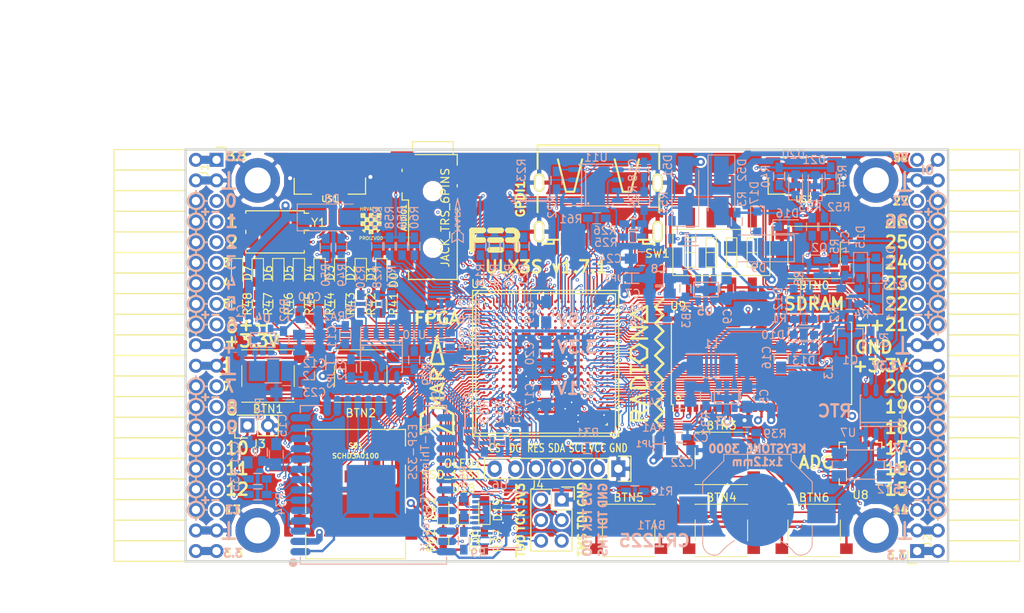
<source format=kicad_pcb>
(kicad_pcb (version 4) (host pcbnew 4.0.7+dfsg1-1)
  (layers (0 F.Cu signal) (1 In1.Cu signal) (2 In2.Cu signal) (31 B.Cu signal) (34 B.Paste user) (35 F.Paste user) (36 B.SilkS user) (37 F.SilkS user) (38 B.Mask user) (39 F.Mask user) (44 Edge.Cuts user))
  (net 0 "")
  (net 1 GND)
  (net 2 +5V)
  (net 3 /gpio/IN5V)
  (net 4 /gpio/OUT5V)
  (net 5 +3V3)
  (net 6 BTN_D)
  (net 7 BTN_F1)
  (net 8 BTN_F2)
  (net 9 BTN_L)
  (net 10 BTN_R)
  (net 11 BTN_U)
  (net 12 /power/FB1)
  (net 13 +2V5)
  (net 14 /power/PWREN)
  (net 15 /power/FB3)
  (net 16 /power/FB2)
  (net 17 "Net-(D9-Pad1)")
  (net 18 /power/VBAT)
  (net 19 JTAG_TDI)
  (net 20 JTAG_TCK)
  (net 21 JTAG_TMS)
  (net 22 JTAG_TDO)
  (net 23 /power/WAKEUPn)
  (net 24 /power/WKUP)
  (net 25 /power/SHUT)
  (net 26 /power/WAKE)
  (net 27 /power/HOLD)
  (net 28 /power/WKn)
  (net 29 /power/OSCI_32k)
  (net 30 /power/OSCO_32k)
  (net 31 "Net-(Q2-Pad3)")
  (net 32 SHUTDOWN)
  (net 33 /analog/AUDIO_L)
  (net 34 /analog/AUDIO_R)
  (net 35 GPDI_5V_SCL)
  (net 36 GPDI_5V_SDA)
  (net 37 GPDI_SDA)
  (net 38 GPDI_SCL)
  (net 39 /gpdi/VREF2)
  (net 40 SD_CMD)
  (net 41 SD_CLK)
  (net 42 SD_D0)
  (net 43 SD_D1)
  (net 44 USB5V)
  (net 45 GPDI_CEC)
  (net 46 nRESET)
  (net 47 FTDI_nDTR)
  (net 48 SDRAM_CKE)
  (net 49 SDRAM_A7)
  (net 50 SDRAM_D15)
  (net 51 SDRAM_BA1)
  (net 52 SDRAM_D7)
  (net 53 SDRAM_A6)
  (net 54 SDRAM_CLK)
  (net 55 SDRAM_D13)
  (net 56 SDRAM_BA0)
  (net 57 SDRAM_D6)
  (net 58 SDRAM_A5)
  (net 59 SDRAM_D14)
  (net 60 SDRAM_A11)
  (net 61 SDRAM_D12)
  (net 62 SDRAM_D5)
  (net 63 SDRAM_A4)
  (net 64 SDRAM_A10)
  (net 65 SDRAM_D11)
  (net 66 SDRAM_A3)
  (net 67 SDRAM_D4)
  (net 68 SDRAM_D10)
  (net 69 SDRAM_D9)
  (net 70 SDRAM_A9)
  (net 71 SDRAM_D3)
  (net 72 SDRAM_D8)
  (net 73 SDRAM_A8)
  (net 74 SDRAM_A2)
  (net 75 SDRAM_A1)
  (net 76 SDRAM_A0)
  (net 77 SDRAM_D2)
  (net 78 SDRAM_D1)
  (net 79 SDRAM_D0)
  (net 80 SDRAM_DQM0)
  (net 81 SDRAM_nCS)
  (net 82 SDRAM_nRAS)
  (net 83 SDRAM_DQM1)
  (net 84 SDRAM_nCAS)
  (net 85 SDRAM_nWE)
  (net 86 /flash/FLASH_nWP)
  (net 87 /flash/FLASH_nHOLD)
  (net 88 /flash/FLASH_MOSI)
  (net 89 /flash/FLASH_MISO)
  (net 90 /flash/FLASH_SCK)
  (net 91 /flash/FLASH_nCS)
  (net 92 /flash/FPGA_PROGRAMN)
  (net 93 /flash/FPGA_DONE)
  (net 94 /flash/FPGA_INITN)
  (net 95 OLED_RES)
  (net 96 OLED_DC)
  (net 97 OLED_CS)
  (net 98 WIFI_EN)
  (net 99 FTDI_nRTS)
  (net 100 FTDI_TXD)
  (net 101 FTDI_RXD)
  (net 102 WIFI_RXD)
  (net 103 WIFI_GPIO0)
  (net 104 WIFI_TXD)
  (net 105 GPDI_ETH-)
  (net 106 GPDI_ETH+)
  (net 107 GPDI_D2+)
  (net 108 GPDI_D2-)
  (net 109 GPDI_D1+)
  (net 110 GPDI_D1-)
  (net 111 GPDI_D0+)
  (net 112 GPDI_D0-)
  (net 113 GPDI_CLK+)
  (net 114 GPDI_CLK-)
  (net 115 USB_FTDI_D+)
  (net 116 USB_FTDI_D-)
  (net 117 J1_17-)
  (net 118 J1_17+)
  (net 119 J1_23-)
  (net 120 J1_23+)
  (net 121 J1_25-)
  (net 122 J1_25+)
  (net 123 J1_27-)
  (net 124 J1_27+)
  (net 125 J1_29-)
  (net 126 J1_29+)
  (net 127 J1_31-)
  (net 128 J1_31+)
  (net 129 J1_33-)
  (net 130 J1_33+)
  (net 131 J1_35-)
  (net 132 J1_35+)
  (net 133 J2_5-)
  (net 134 J2_5+)
  (net 135 J2_7-)
  (net 136 J2_7+)
  (net 137 J2_9-)
  (net 138 J2_9+)
  (net 139 J2_13-)
  (net 140 J2_13+)
  (net 141 J2_17-)
  (net 142 J2_17+)
  (net 143 J2_11-)
  (net 144 J2_11+)
  (net 145 J2_23-)
  (net 146 J2_23+)
  (net 147 J1_5-)
  (net 148 J1_5+)
  (net 149 J1_7-)
  (net 150 J1_7+)
  (net 151 J1_9-)
  (net 152 J1_9+)
  (net 153 J1_11-)
  (net 154 J1_11+)
  (net 155 J1_13-)
  (net 156 J1_13+)
  (net 157 J1_15-)
  (net 158 J1_15+)
  (net 159 J2_15-)
  (net 160 J2_15+)
  (net 161 J2_25-)
  (net 162 J2_25+)
  (net 163 J2_27-)
  (net 164 J2_27+)
  (net 165 J2_29-)
  (net 166 J2_29+)
  (net 167 J2_31-)
  (net 168 J2_31+)
  (net 169 J2_33-)
  (net 170 J2_33+)
  (net 171 J2_35-)
  (net 172 J2_35+)
  (net 173 SD_D3)
  (net 174 AUDIO_L3)
  (net 175 AUDIO_L2)
  (net 176 AUDIO_L1)
  (net 177 AUDIO_L0)
  (net 178 AUDIO_R3)
  (net 179 AUDIO_R2)
  (net 180 AUDIO_R1)
  (net 181 AUDIO_R0)
  (net 182 OLED_CLK)
  (net 183 OLED_MOSI)
  (net 184 LED0)
  (net 185 LED1)
  (net 186 LED2)
  (net 187 LED3)
  (net 188 LED4)
  (net 189 LED5)
  (net 190 LED6)
  (net 191 LED7)
  (net 192 BTN_PWRn)
  (net 193 FTDI_nTXLED)
  (net 194 FTDI_nSLEEP)
  (net 195 /blinkey/LED_PWREN)
  (net 196 /blinkey/LED_TXLED)
  (net 197 FT3V3)
  (net 198 /sdcard/SD3V3)
  (net 199 SD_D2)
  (net 200 CLK_25MHz)
  (net 201 /blinkey/BTNPUL)
  (net 202 /blinkey/BTNPUR)
  (net 203 USB_FPGA_D+)
  (net 204 /power/FTDI_nSUSPEND)
  (net 205 /blinkey/ALED0)
  (net 206 /blinkey/ALED1)
  (net 207 /blinkey/ALED2)
  (net 208 /blinkey/ALED3)
  (net 209 /blinkey/ALED4)
  (net 210 /blinkey/ALED5)
  (net 211 /blinkey/ALED6)
  (net 212 /blinkey/ALED7)
  (net 213 /usb/FTD-)
  (net 214 /usb/FTD+)
  (net 215 ADC_MISO)
  (net 216 ADC_MOSI)
  (net 217 ADC_CSn)
  (net 218 ADC_SCLK)
  (net 219 "Net-(R51-Pad2)")
  (net 220 SW3)
  (net 221 SW2)
  (net 222 SW1)
  (net 223 SW0)
  (net 224 USB_FPGA_D-)
  (net 225 /usb/FPD+)
  (net 226 /usb/FPD-)
  (net 227 WIFI_GPIO16)
  (net 228 WIFI_GPIO15)
  (net 229 /usb/ANT_433MHz)
  (net 230 /power/PWRBTn)
  (net 231 PROG_DONE)
  (net 232 /power/P3V3)
  (net 233 /power/P2V5)
  (net 234 /power/L1)
  (net 235 /power/L3)
  (net 236 /power/L2)
  (net 237 FTDI_TXDEN)
  (net 238 /wifi/WIFIOFF)
  (net 239 SDRAM_A12)
  (net 240 /analog/AUDIO_V)
  (net 241 AUDIO_V3)
  (net 242 AUDIO_V2)
  (net 243 AUDIO_V1)
  (net 244 AUDIO_V0)
  (net 245 /gpdi/FPGA_CEC)
  (net 246 /blinkey/LED_WIFI)
  (net 247 WIFI_GPIO2)
  (net 248 /power/P1V1)
  (net 249 +1V1)
  (module Socket_Strips:Socket_Strip_Angled_2x20 (layer F.Cu) (at 97.91 62.69 270)
    (fp_text reference J1 (at 1.27 1.524 270) (layer F.SilkS))
    (fp_text value CONN_02X20 hide)
    (pad 1 thru_hole rect (at 0 0 270) (size 1.7272 1.7272) (drill 1.016) (layers *.Cu *.Mask) (net 5 +3V3))
    (pad 2 thru_hole oval (at 0 2.54 270) (size 1.7272 1.7272) (drill 1.016) (layers *.Cu *.Mask) (net 5 +3V3))
    (pad 3 thru_hole oval (at 2.54 0 270) (size 1.7272 1.7272) (drill 1.016) (layers *.Cu *.Mask) (net 1 GND))
    (pad 4 thru_hole oval (at 2.54 2.54 270) (size 1.7272 1.7272) (drill 1.016) (layers *.Cu *.Mask) (net 1 GND))
    (pad 5 thru_hole oval (at 5.08 0 270) (size 1.7272 1.7272) (drill 1.016) (layers *.Cu *.Mask) (net 147 J1_5-))
    (pad 6 thru_hole oval (at 5.08 2.54 270) (size 1.7272 1.7272) (drill 1.016) (layers *.Cu *.Mask) (net 148 J1_5+))
    (pad 7 thru_hole oval (at 7.62 0 270) (size 1.7272 1.7272) (drill 1.016) (layers *.Cu *.Mask) (net 149 J1_7-))
    (pad 8 thru_hole oval (at 7.62 2.54 270) (size 1.7272 1.7272) (drill 1.016) (layers *.Cu *.Mask) (net 150 J1_7+))
    (pad 9 thru_hole oval (at 10.16 0 270) (size 1.7272 1.7272) (drill 1.016) (layers *.Cu *.Mask) (net 151 J1_9-))
    (pad 10 thru_hole oval (at 10.16 2.54 270) (size 1.7272 1.7272) (drill 1.016) (layers *.Cu *.Mask) (net 152 J1_9+))
    (pad 11 thru_hole oval (at 12.7 0 270) (size 1.7272 1.7272) (drill 1.016) (layers *.Cu *.Mask) (net 153 J1_11-))
    (pad 12 thru_hole oval (at 12.7 2.54 270) (size 1.7272 1.7272) (drill 1.016) (layers *.Cu *.Mask) (net 154 J1_11+))
    (pad 13 thru_hole oval (at 15.24 0 270) (size 1.7272 1.7272) (drill 1.016) (layers *.Cu *.Mask) (net 155 J1_13-))
    (pad 14 thru_hole oval (at 15.24 2.54 270) (size 1.7272 1.7272) (drill 1.016) (layers *.Cu *.Mask) (net 156 J1_13+))
    (pad 15 thru_hole oval (at 17.78 0 270) (size 1.7272 1.7272) (drill 1.016) (layers *.Cu *.Mask) (net 157 J1_15-))
    (pad 16 thru_hole oval (at 17.78 2.54 270) (size 1.7272 1.7272) (drill 1.016) (layers *.Cu *.Mask) (net 158 J1_15+))
    (pad 17 thru_hole oval (at 20.32 0 270) (size 1.7272 1.7272) (drill 1.016) (layers *.Cu *.Mask) (net 117 J1_17-))
    (pad 18 thru_hole oval (at 20.32 2.54 270) (size 1.7272 1.7272) (drill 1.016) (layers *.Cu *.Mask) (net 118 J1_17+))
    (pad 19 thru_hole oval (at 22.86 0 270) (size 1.7272 1.7272) (drill 1.016) (layers *.Cu *.Mask) (net 5 +3V3))
    (pad 20 thru_hole oval (at 22.86 2.54 270) (size 1.7272 1.7272) (drill 1.016) (layers *.Cu *.Mask) (net 5 +3V3))
    (pad 21 thru_hole oval (at 25.4 0 270) (size 1.7272 1.7272) (drill 1.016) (layers *.Cu *.Mask) (net 1 GND))
    (pad 22 thru_hole oval (at 25.4 2.54 270) (size 1.7272 1.7272) (drill 1.016) (layers *.Cu *.Mask) (net 1 GND))
    (pad 23 thru_hole oval (at 27.94 0 270) (size 1.7272 1.7272) (drill 1.016) (layers *.Cu *.Mask) (net 119 J1_23-))
    (pad 24 thru_hole oval (at 27.94 2.54 270) (size 1.7272 1.7272) (drill 1.016) (layers *.Cu *.Mask) (net 120 J1_23+))
    (pad 25 thru_hole oval (at 30.48 0 270) (size 1.7272 1.7272) (drill 1.016) (layers *.Cu *.Mask) (net 121 J1_25-))
    (pad 26 thru_hole oval (at 30.48 2.54 270) (size 1.7272 1.7272) (drill 1.016) (layers *.Cu *.Mask) (net 122 J1_25+))
    (pad 27 thru_hole oval (at 33.02 0 270) (size 1.7272 1.7272) (drill 1.016) (layers *.Cu *.Mask) (net 123 J1_27-))
    (pad 28 thru_hole oval (at 33.02 2.54 270) (size 1.7272 1.7272) (drill 1.016) (layers *.Cu *.Mask) (net 124 J1_27+))
    (pad 29 thru_hole oval (at 35.56 0 270) (size 1.7272 1.7272) (drill 1.016) (layers *.Cu *.Mask) (net 125 J1_29-))
    (pad 30 thru_hole oval (at 35.56 2.54 270) (size 1.7272 1.7272) (drill 1.016) (layers *.Cu *.Mask) (net 126 J1_29+))
    (pad 31 thru_hole oval (at 38.1 0 270) (size 1.7272 1.7272) (drill 1.016) (layers *.Cu *.Mask) (net 127 J1_31-))
    (pad 32 thru_hole oval (at 38.1 2.54 270) (size 1.7272 1.7272) (drill 1.016) (layers *.Cu *.Mask) (net 128 J1_31+))
    (pad 33 thru_hole oval (at 40.64 0 270) (size 1.7272 1.7272) (drill 1.016) (layers *.Cu *.Mask) (net 129 J1_33-))
    (pad 34 thru_hole oval (at 40.64 2.54 270) (size 1.7272 1.7272) (drill 1.016) (layers *.Cu *.Mask) (net 130 J1_33+))
    (pad 35 thru_hole oval (at 43.18 0 270) (size 1.7272 1.7272) (drill 1.016) (layers *.Cu *.Mask) (net 131 J1_35-))
    (pad 36 thru_hole oval (at 43.18 2.54 270) (size 1.7272 1.7272) (drill 1.016) (layers *.Cu *.Mask) (net 132 J1_35+))
    (pad 37 thru_hole oval (at 45.72 0 270) (size 1.7272 1.7272) (drill 1.016) (layers *.Cu *.Mask) (net 1 GND))
    (pad 38 thru_hole oval (at 45.72 2.54 270) (size 1.7272 1.7272) (drill 1.016) (layers *.Cu *.Mask) (net 1 GND))
    (pad 39 thru_hole oval (at 48.26 0 270) (size 1.7272 1.7272) (drill 1.016) (layers *.Cu *.Mask) (net 5 +3V3))
    (pad 40 thru_hole oval (at 48.26 2.54 270) (size 1.7272 1.7272) (drill 1.016) (layers *.Cu *.Mask) (net 5 +3V3))
  )
  (module SMD_Packages:1Pin (layer F.Cu) (at 182.67515 111.637626)
    (fp_text reference AE1 hide)
    (fp_text value 433MHz hide)
    (pad 1 smd rect (at 0 0) (size 0.5 0.5) (layers B.Cu F.Paste F.Mask) (net 229 /usb/ANT_433MHz))
  )
  (module Resistors_SMD:R_0603_HandSoldering (layer B.Cu) (at 103.498 98.758 90)
    (fp_text reference R38 (at 5.334 -0.254 90) (layer B.SilkS) (effects (justify mirror)))
    (fp_text value 0.47)
    (pad 1 smd rect (at -1.1 0 90) (size 1.2 0.9) (layers B.Cu B.Paste B.Mask) (net 198 /sdcard/SD3V3))
    (pad 2 smd rect (at 1.1 0 90) (size 1.2 0.9) (layers B.Cu B.Paste B.Mask) (net 5 +3V3))
  )
  (module jumper:SOLDER-JUMPER_1-WAY (layer B.Cu) (at 152.393 97.742 270)
    (fp_text reference JP1 (at 0 1.778 360) (layer B.SilkS) (effects (font (size 0.762 0.762) (thickness 0.1524)) (justify mirror)))
    (fp_text value 1.2 hide)
    (pad 1 smd rect (at -0.6 0 270) (size 1 1) (layers B.Cu B.Paste B.Mask) (net 248 /power/P1V1))
    (pad 2 smd rect (at 0.6 0 270) (size 1 1) (layers B.Cu B.Paste B.Mask) (net 249 +1V1))
  )
  (module ESP32-footprints-Lib:ESP-32S (layer B.Cu) (at 117.313 101.513)
    (fp_text reference U2 (at 7.902 -9.613 180) (layer B.SilkS) (effects (justify mirror)))
    (fp_text value ESP-32S)
    (fp_text user AI-Thinker/Espressif (at 6.3 1.6 270) (layer B.SilkS) (effects (justify mirror)))
    (fp_text user ESP-32S (at 4.8 -2.8 270) (layer B.SilkS) (effects (justify mirror)))
    (pad 38 smd oval (at 8.947434 9.517338 180) (size 2.5 0.9) (layers B.Cu B.Paste B.Mask) (net 1 GND))
    (pad 37 smd oval (at 8.947434 8.247338 180) (size 2.5 0.9) (layers B.Cu B.Paste B.Mask) (net 19 JTAG_TDI))
    (pad 36 smd oval (at 8.947434 6.977338 180) (size 2.5 0.9) (layers B.Cu B.Paste B.Mask) (net 231 PROG_DONE))
    (pad 35 smd oval (at 8.947434 5.707338 180) (size 2.5 0.9) (layers B.Cu B.Paste B.Mask) (net 104 WIFI_TXD))
    (pad 34 smd oval (at 8.947434 4.437338 180) (size 2.5 0.9) (layers B.Cu B.Paste B.Mask) (net 102 WIFI_RXD))
    (pad 33 smd oval (at 8.947434 3.167338 180) (size 2.5 0.9) (layers B.Cu B.Paste B.Mask) (net 21 JTAG_TMS))
    (pad 32 smd oval (at 8.947434 1.897338 180) (size 2.5 0.9) (layers B.Cu B.Paste B.Mask))
    (pad 31 smd oval (at 8.947434 0.627338 180) (size 2.5 0.9) (layers B.Cu B.Paste B.Mask) (net 22 JTAG_TDO))
    (pad 30 smd oval (at 8.947434 -0.642662 180) (size 2.5 0.9) (layers B.Cu B.Paste B.Mask) (net 20 JTAG_TCK))
    (pad 29 smd oval (at 8.947434 -1.912662 180) (size 2.5 0.9) (layers B.Cu B.Paste B.Mask))
    (pad 28 smd oval (at 8.947434 -3.182662 180) (size 2.5 0.9) (layers B.Cu B.Paste B.Mask))
    (pad 27 smd oval (at 8.947434 -4.452662 180) (size 2.5 0.9) (layers B.Cu B.Paste B.Mask) (net 227 WIFI_GPIO16))
    (pad 26 smd oval (at 8.947434 -5.722662 180) (size 2.5 0.9) (layers B.Cu B.Paste B.Mask))
    (pad 25 smd oval (at 8.947434 -6.992662 180) (size 2.5 0.9) (layers B.Cu B.Paste B.Mask) (net 103 WIFI_GPIO0))
    (pad 24 smd oval (at 5.662434 -8.482662 180) (size 0.9 2.5) (layers B.Cu B.Paste B.Mask) (net 247 WIFI_GPIO2))
    (pad 23 smd oval (at 4.392434 -8.482662 180) (size 0.9 2.5) (layers B.Cu B.Paste B.Mask) (net 228 WIFI_GPIO15))
    (pad 22 smd oval (at 3.122434 -8.482662 180) (size 0.9 2.5) (layers B.Cu B.Paste B.Mask) (net 43 SD_D1))
    (pad 21 smd oval (at 1.852434 -8.482662 180) (size 0.9 2.5) (layers B.Cu B.Paste B.Mask) (net 42 SD_D0))
    (pad 20 smd oval (at 0.582434 -8.482662 180) (size 0.9 2.5) (layers B.Cu B.Paste B.Mask) (net 41 SD_CLK))
    (pad 19 smd oval (at -0.687566 -8.482662 180) (size 0.9 2.5) (layers B.Cu B.Paste B.Mask) (net 40 SD_CMD))
    (pad 18 smd oval (at -1.957566 -8.482662 180) (size 0.9 2.5) (layers B.Cu B.Paste B.Mask) (net 173 SD_D3))
    (pad 17 smd oval (at -3.227566 -8.482662 180) (size 0.9 2.5) (layers B.Cu B.Paste B.Mask) (net 199 SD_D2))
    (pad 16 smd oval (at -4.497566 -8.482662 180) (size 0.9 2.5) (layers B.Cu B.Paste B.Mask) (net 123 J1_27-))
    (pad 15 smd oval (at -5.767566 -8.482662 180) (size 0.9 2.5) (layers B.Cu B.Paste B.Mask) (net 1 GND))
    (pad 14 smd oval (at -9.052566 -6.992662 180) (size 2.5 0.9) (layers B.Cu B.Paste B.Mask) (net 124 J1_27+))
    (pad 13 smd oval (at -9.052566 -5.722662 180) (size 2.5 0.9) (layers B.Cu B.Paste B.Mask) (net 125 J1_29-))
    (pad 12 smd oval (at -9.052566 -4.452662 180) (size 2.5 0.9) (layers B.Cu B.Paste B.Mask) (net 126 J1_29+))
    (pad 11 smd oval (at -9.052566 -3.182662 180) (size 2.5 0.9) (layers B.Cu B.Paste B.Mask) (net 127 J1_31-))
    (pad 10 smd oval (at -9.052566 -1.912662 180) (size 2.5 0.9) (layers B.Cu B.Paste B.Mask) (net 128 J1_31+))
    (pad 9 smd oval (at -9.052566 -0.642662 180) (size 2.5 0.9) (layers B.Cu B.Paste B.Mask) (net 129 J1_33-))
    (pad 8 smd oval (at -9.052566 0.627338 180) (size 2.5 0.9) (layers B.Cu B.Paste B.Mask) (net 130 J1_33+))
    (pad 7 smd oval (at -9.052566 1.897338 180) (size 2.5 0.9) (layers B.Cu B.Paste B.Mask) (net 131 J1_35-))
    (pad 6 smd oval (at -9.052566 3.167338 180) (size 2.5 0.9) (layers B.Cu B.Paste B.Mask) (net 132 J1_35+))
    (pad 5 smd oval (at -9.052566 4.437338 180) (size 2.5 0.9) (layers B.Cu B.Paste B.Mask))
    (pad 4 smd oval (at -9.052566 5.707338 180) (size 2.5 0.9) (layers B.Cu B.Paste B.Mask))
    (pad 3 smd oval (at -9.052566 6.977338 180) (size 2.5 0.9) (layers B.Cu B.Paste B.Mask) (net 98 WIFI_EN))
    (pad 2 smd oval (at -9.052566 8.247338 180) (size 2.5 0.9) (layers B.Cu B.Paste B.Mask) (net 5 +3V3))
    (pad 1 smd oval (at -9.052566 9.517338 180) (size 2.5 0.9) (layers B.Cu B.Paste B.Mask) (net 1 GND))
    (pad 39 smd rect (at -0.352566 1.817338 180) (size 6 6) (layers B.Cu B.Paste B.Mask) (net 1 GND))
  )
  (module Diodes_SMD:D_SMA_Handsoldering (layer B.Cu) (at 155.695 66.5 90)
    (fp_text reference D51 (at 3.048 -2.159 90) (layer B.SilkS) (effects (justify mirror)))
    (fp_text value STPS2L30AF hide)
    (pad 1 smd rect (at -2.5 0 90) (size 3.5 1.8) (layers B.Cu B.Paste B.Mask) (net 2 +5V))
    (pad 2 smd rect (at 2.5 0 90) (size 3.5 1.8) (layers B.Cu B.Paste B.Mask) (net 3 /gpio/IN5V))
  )
  (module Resistors_SMD:R_0603_HandSoldering (layer B.Cu) (at 154.044 71.326 90)
    (fp_text reference R51 (at 3.302 -1.016 90) (layer B.SilkS) (effects (justify mirror)))
    (fp_text value 150)
    (pad 1 smd rect (at -1.1 0 90) (size 1.2 0.9) (layers B.Cu B.Paste B.Mask) (net 5 +3V3))
    (pad 2 smd rect (at 1.1 0 90) (size 1.2 0.9) (layers B.Cu B.Paste B.Mask) (net 219 "Net-(R51-Pad2)"))
  )
  (module Resistors_SMD:R_1210_HandSoldering (layer B.Cu) (at 158.87 88.09 180)
    (fp_text reference L1 (at 0 2.7 180) (layer B.SilkS) (effects (justify mirror)))
    (fp_text value 2.2uH)
    (pad 1 smd rect (at -2 0 180) (size 2 2.5) (layers B.Cu B.Paste B.Mask) (net 234 /power/L1))
    (pad 2 smd rect (at 2 0 180) (size 2 2.5) (layers B.Cu B.Paste B.Mask) (net 248 /power/P1V1))
  )
  (module TSOT-25:TSOT-25 (layer B.Cu) (at 160.775 91.9)
    (fp_text reference U3 (at -0.381 3.048) (layer B.SilkS) (effects (font (thickness 0.2)) (justify mirror)))
    (fp_text value DIO6015)
    (pad 1 smd rect (at -0.95 -1.3) (size 0.7 1.2) (layers B.Cu B.Paste B.Mask) (net 14 /power/PWREN))
    (pad 2 smd rect (at 0 -1.3) (size 0.7 1.2) (layers B.Cu B.Paste B.Mask) (net 1 GND))
    (pad 3 smd rect (at 0.95 -1.3) (size 0.7 1.2) (layers B.Cu B.Paste B.Mask) (net 234 /power/L1))
    (pad 4 smd rect (at 0.95 1.3) (size 0.7 1.2) (layers B.Cu B.Paste B.Mask) (net 2 +5V))
    (pad 5 smd rect (at -0.95 1.3) (size 0.7 1.2) (layers B.Cu B.Paste B.Mask) (net 12 /power/FB1))
  )
  (module Resistors_SMD:R_1210_HandSoldering (layer B.Cu) (at 104.895 88.725)
    (fp_text reference L2 (at 4.445 0.635) (layer B.SilkS) (effects (justify mirror)))
    (fp_text value 2.2uH)
    (pad 1 smd rect (at -2 0) (size 2 2.5) (layers B.Cu B.Paste B.Mask) (net 236 /power/L2))
    (pad 2 smd rect (at 2 0) (size 2 2.5) (layers B.Cu B.Paste B.Mask) (net 233 /power/P2V5))
  )
  (module TSOT-25:TSOT-25 (layer B.Cu) (at 103.625 84.915 180)
    (fp_text reference U4 (at 0 2.697 180) (layer B.SilkS) (effects (font (thickness 0.2)) (justify mirror)))
    (fp_text value LX7172)
    (pad 1 smd rect (at -0.95 -1.3 180) (size 0.7 1.2) (layers B.Cu B.Paste B.Mask) (net 14 /power/PWREN))
    (pad 2 smd rect (at 0 -1.3 180) (size 0.7 1.2) (layers B.Cu B.Paste B.Mask) (net 1 GND))
    (pad 3 smd rect (at 0.95 -1.3 180) (size 0.7 1.2) (layers B.Cu B.Paste B.Mask) (net 236 /power/L2))
    (pad 4 smd rect (at 0.95 1.3 180) (size 0.7 1.2) (layers B.Cu B.Paste B.Mask) (net 2 +5V))
    (pad 5 smd rect (at -0.95 1.3 180) (size 0.7 1.2) (layers B.Cu B.Paste B.Mask) (net 16 /power/FB2))
  )
  (module Resistors_SMD:R_1210_HandSoldering (layer B.Cu) (at 156.33 74.755 180)
    (fp_text reference L3 (at 0 2.413 180) (layer B.SilkS) (effects (justify mirror)))
    (fp_text value 2.2uH)
    (pad 1 smd rect (at -2 0 180) (size 2 2.5) (layers B.Cu B.Paste B.Mask) (net 235 /power/L3))
    (pad 2 smd rect (at 2 0 180) (size 2 2.5) (layers B.Cu B.Paste B.Mask) (net 232 /power/P3V3))
  )
  (module TSOT-25:TSOT-25 (layer B.Cu) (at 158.235 78.692)
    (fp_text reference U5 (at -0.127 2.667) (layer B.SilkS) (effects (font (thickness 0.2)) (justify mirror)))
    (fp_text value TLV62569DBV)
    (pad 1 smd rect (at -0.95 -1.3) (size 0.7 1.2) (layers B.Cu B.Paste B.Mask) (net 14 /power/PWREN))
    (pad 2 smd rect (at 0 -1.3) (size 0.7 1.2) (layers B.Cu B.Paste B.Mask) (net 1 GND))
    (pad 3 smd rect (at 0.95 -1.3) (size 0.7 1.2) (layers B.Cu B.Paste B.Mask) (net 235 /power/L3))
    (pad 4 smd rect (at 0.95 1.3) (size 0.7 1.2) (layers B.Cu B.Paste B.Mask) (net 2 +5V))
    (pad 5 smd rect (at -0.95 1.3) (size 0.7 1.2) (layers B.Cu B.Paste B.Mask) (net 15 /power/FB3))
  )
  (module Capacitors_SMD:C_0805_HandSoldering (layer B.Cu) (at 101.085 84.915 270)
    (fp_text reference C1 (at -3.429 0.127 270) (layer B.SilkS) (effects (justify mirror)))
    (fp_text value 22uF)
    (pad 1 smd rect (at -1.25 0 270) (size 1.5 1.25) (layers B.Cu B.Paste B.Mask) (net 2 +5V))
    (pad 2 smd rect (at 1.25 0 270) (size 1.5 1.25) (layers B.Cu B.Paste B.Mask) (net 1 GND))
  )
  (module Capacitors_SMD:C_0805_HandSoldering (layer B.Cu) (at 155.06 90.63)
    (fp_text reference C3 (at -3.048 0) (layer B.SilkS) (effects (justify mirror)))
    (fp_text value 22uF)
    (pad 1 smd rect (at -1.25 0) (size 1.5 1.25) (layers B.Cu B.Paste B.Mask) (net 248 /power/P1V1))
    (pad 2 smd rect (at 1.25 0) (size 1.5 1.25) (layers B.Cu B.Paste B.Mask) (net 1 GND))
  )
  (module Capacitors_SMD:C_0805_HandSoldering (layer B.Cu) (at 155.06 92.535)
    (fp_text reference C4 (at -3.048 0.127) (layer B.SilkS) (effects (justify mirror)))
    (fp_text value 22uF)
    (pad 1 smd rect (at -1.25 0) (size 1.5 1.25) (layers B.Cu B.Paste B.Mask) (net 248 /power/P1V1))
    (pad 2 smd rect (at 1.25 0) (size 1.5 1.25) (layers B.Cu B.Paste B.Mask) (net 1 GND))
  )
  (module Capacitors_SMD:C_0805_HandSoldering (layer B.Cu) (at 163.315 91.9 90)
    (fp_text reference C5 (at 0 2.1 90) (layer B.SilkS) (effects (justify mirror)))
    (fp_text value 22uF)
    (pad 1 smd rect (at -1.25 0 90) (size 1.5 1.25) (layers B.Cu B.Paste B.Mask) (net 2 +5V))
    (pad 2 smd rect (at 1.25 0 90) (size 1.5 1.25) (layers B.Cu B.Paste B.Mask) (net 1 GND))
  )
  (module Capacitors_SMD:C_0805_HandSoldering (layer B.Cu) (at 152.52 79.2)
    (fp_text reference C7 (at -3.302 0) (layer B.SilkS) (effects (justify mirror)))
    (fp_text value 22uF)
    (pad 1 smd rect (at -1.25 0) (size 1.5 1.25) (layers B.Cu B.Paste B.Mask) (net 232 /power/P3V3))
    (pad 2 smd rect (at 1.25 0) (size 1.5 1.25) (layers B.Cu B.Paste B.Mask) (net 1 GND))
  )
  (module Capacitors_SMD:C_0805_HandSoldering (layer B.Cu) (at 152.52 77.295)
    (fp_text reference C8 (at -0.127 -1.143) (layer B.SilkS) (effects (justify mirror)))
    (fp_text value 22uF)
    (pad 1 smd rect (at -1.25 0) (size 1.5 1.25) (layers B.Cu B.Paste B.Mask) (net 232 /power/P3V3))
    (pad 2 smd rect (at 1.25 0) (size 1.5 1.25) (layers B.Cu B.Paste B.Mask) (net 1 GND))
  )
  (module Capacitors_SMD:C_0805_HandSoldering (layer B.Cu) (at 160.775 78.565 90)
    (fp_text reference C9 (at -3.429 0.127 90) (layer B.SilkS) (effects (justify mirror)))
    (fp_text value 22uF)
    (pad 1 smd rect (at -1.25 0 90) (size 1.5 1.25) (layers B.Cu B.Paste B.Mask) (net 2 +5V))
    (pad 2 smd rect (at 1.25 0 90) (size 1.5 1.25) (layers B.Cu B.Paste B.Mask) (net 1 GND))
  )
  (module Capacitors_SMD:C_0805_HandSoldering (layer B.Cu) (at 109.34 84.28 180)
    (fp_text reference C11 (at -2.794 -0.254 270) (layer B.SilkS) (effects (justify mirror)))
    (fp_text value 22uF)
    (pad 1 smd rect (at -1.25 0 180) (size 1.5 1.25) (layers B.Cu B.Paste B.Mask) (net 233 /power/P2V5))
    (pad 2 smd rect (at 1.25 0 180) (size 1.5 1.25) (layers B.Cu B.Paste B.Mask) (net 1 GND))
  )
  (module Capacitors_SMD:C_0805_HandSoldering (layer B.Cu) (at 109.34 86.185 180)
    (fp_text reference C12 (at -0.635 -1.615 360) (layer B.SilkS) (effects (justify mirror)))
    (fp_text value 22uF)
    (pad 1 smd rect (at -1.25 0 180) (size 1.5 1.25) (layers B.Cu B.Paste B.Mask) (net 233 /power/P2V5))
    (pad 2 smd rect (at 1.25 0 180) (size 1.5 1.25) (layers B.Cu B.Paste B.Mask) (net 1 GND))
  )
  (module Capacitors_SMD:C_0805_HandSoldering (layer B.Cu) (at 173.221 84.788 90)
    (fp_text reference C13 (at -3.556 0.127 90) (layer B.SilkS) (effects (justify mirror)))
    (fp_text value 2.2uF)
    (pad 1 smd rect (at -1.25 0 90) (size 1.5 1.25) (layers B.Cu B.Paste B.Mask) (net 2 +5V))
    (pad 2 smd rect (at 1.25 0 90) (size 1.5 1.25) (layers B.Cu B.Paste B.Mask) (net 24 /power/WKUP))
  )
  (module TO_SOT_Packages_SMD:SOT-23_Handsoldering (layer B.Cu) (at 176.015 84.28 90)
    (fp_text reference Q1 (at -3.1115 0 180) (layer B.SilkS) (effects (justify mirror)))
    (fp_text value BC857)
    (pad 1 smd rect (at -1.5 0.95 90) (size 1.9 0.8) (layers B.Cu B.Paste B.Mask) (net 28 /power/WKn))
    (pad 2 smd rect (at -1.5 -0.95 90) (size 1.9 0.8) (layers B.Cu B.Paste B.Mask) (net 2 +5V))
    (pad 3 smd rect (at 1.5 0 90) (size 1.9 0.8) (layers B.Cu B.Paste B.Mask) (net 24 /power/WKUP))
  )
  (module TO_SOT_Packages_SMD:SOT-23_Handsoldering (layer B.Cu) (at 170.935 76.025 180)
    (fp_text reference Q2 (at -1.295 2.5 180) (layer B.SilkS) (effects (justify mirror)))
    (fp_text value 2N7002)
    (pad 1 smd rect (at -1.5 0.95 180) (size 1.9 0.8) (layers B.Cu B.Paste B.Mask) (net 25 /power/SHUT))
    (pad 2 smd rect (at -1.5 -0.95 180) (size 1.9 0.8) (layers B.Cu B.Paste B.Mask) (net 1 GND))
    (pad 3 smd rect (at 1.5 0 180) (size 1.9 0.8) (layers B.Cu B.Paste B.Mask) (net 31 "Net-(Q2-Pad3)"))
  )
  (module Capacitors_SMD:C_0603_HandSoldering (layer B.Cu) (at 154.86 96.91)
    (fp_text reference C2 (at 2.74 0.07) (layer B.SilkS) (effects (justify mirror)))
    (fp_text value 470pF)
    (pad 1 smd rect (at -0.95 0) (size 1.2 0.75) (layers B.Cu B.Paste B.Mask) (net 248 /power/P1V1))
    (pad 2 smd rect (at 0.95 0) (size 1.2 0.75) (layers B.Cu B.Paste B.Mask) (net 12 /power/FB1))
  )
  (module Capacitors_SMD:C_0603_HandSoldering (layer B.Cu) (at 152.52 82.375)
    (fp_text reference C6 (at -2.794 0.127) (layer B.SilkS) (effects (justify mirror)))
    (fp_text value 470pF)
    (pad 1 smd rect (at -0.95 0) (size 1.2 0.75) (layers B.Cu B.Paste B.Mask) (net 232 /power/P3V3))
    (pad 2 smd rect (at 0.95 0) (size 1.2 0.75) (layers B.Cu B.Paste B.Mask) (net 15 /power/FB3))
  )
  (module Capacitors_SMD:C_0603_HandSoldering (layer B.Cu) (at 109.34 81.105 180)
    (fp_text reference C10 (at -0.04 1.505 180) (layer B.SilkS) (effects (justify mirror)))
    (fp_text value 470pF)
    (pad 1 smd rect (at -0.95 0 180) (size 1.2 0.75) (layers B.Cu B.Paste B.Mask) (net 233 /power/P2V5))
    (pad 2 smd rect (at 0.95 0 180) (size 1.2 0.75) (layers B.Cu B.Paste B.Mask) (net 16 /power/FB2))
  )
  (module Capacitors_SMD:C_0603_HandSoldering (layer B.Cu) (at 175.38 76.025 270)
    (fp_text reference C14 (at -3.175 0 270) (layer B.SilkS) (effects (justify mirror)))
    (fp_text value 100nF)
    (pad 1 smd rect (at -0.95 0 270) (size 1.2 0.75) (layers B.Cu B.Paste B.Mask) (net 25 /power/SHUT))
    (pad 2 smd rect (at 0.95 0 270) (size 1.2 0.75) (layers B.Cu B.Paste B.Mask) (net 1 GND))
  )
  (module Resistors_SMD:R_0603_HandSoldering (layer B.Cu) (at 170.3 82.375)
    (fp_text reference R1 (at -3.048 -0.127) (layer B.SilkS) (effects (justify mirror)))
    (fp_text value 15k)
    (pad 1 smd rect (at -1.1 0) (size 1.2 0.9) (layers B.Cu B.Paste B.Mask) (net 26 /power/WAKE))
    (pad 2 smd rect (at 1.1 0) (size 1.2 0.9) (layers B.Cu B.Paste B.Mask) (net 14 /power/PWREN))
  )
  (module Resistors_SMD:R_0603_HandSoldering (layer B.Cu) (at 172.84 79.835 90)
    (fp_text reference R2 (at -1.905 1.27 90) (layer B.SilkS) (effects (justify mirror)))
    (fp_text value 47k)
    (pad 1 smd rect (at -1.1 0 90) (size 1.2 0.9) (layers B.Cu B.Paste B.Mask) (net 14 /power/PWREN))
    (pad 2 smd rect (at 1.1 0 90) (size 1.2 0.9) (layers B.Cu B.Paste B.Mask) (net 1 GND))
  )
  (module Resistors_SMD:R_0603_HandSoldering (layer B.Cu) (at 176.015 80.47 180)
    (fp_text reference R4 (at -1.397 -1.27 360) (layer B.SilkS) (effects (justify mirror)))
    (fp_text value 15k)
    (pad 1 smd rect (at -1.1 0 180) (size 1.2 0.9) (layers B.Cu B.Paste B.Mask) (net 27 /power/HOLD))
    (pad 2 smd rect (at 1.1 0 180) (size 1.2 0.9) (layers B.Cu B.Paste B.Mask) (net 14 /power/PWREN))
  )
  (module Resistors_SMD:R_0603_HandSoldering (layer B.Cu) (at 174.11 76.025 270)
    (fp_text reference R5 (at -2.667 0 270) (layer B.SilkS) (effects (justify mirror)))
    (fp_text value 4.7M)
    (pad 1 smd rect (at -1.1 0 270) (size 1.2 0.9) (layers B.Cu B.Paste B.Mask) (net 25 /power/SHUT))
    (pad 2 smd rect (at 1.1 0 270) (size 1.2 0.9) (layers B.Cu B.Paste B.Mask) (net 1 GND))
  )
  (module Resistors_SMD:R_0603_HandSoldering (layer B.Cu) (at 178.555 84.915 270)
    (fp_text reference R6 (at 0 -1.651 270) (layer B.SilkS) (effects (justify mirror)))
    (fp_text value 1k)
    (pad 1 smd rect (at -1.1 0 270) (size 1.2 0.9) (layers B.Cu B.Paste B.Mask) (net 28 /power/WKn))
    (pad 2 smd rect (at 1.1 0 270) (size 1.2 0.9) (layers B.Cu B.Paste B.Mask) (net 23 /power/WAKEUPn))
  )
  (module Resistors_SMD:R_0603_HandSoldering (layer B.Cu) (at 113.785 84.28 270)
    (fp_text reference R7 (at -2.794 -0.635 270) (layer B.SilkS) (effects (justify mirror)))
    (fp_text value 150)
    (pad 1 smd rect (at -1.1 0 270) (size 1.2 0.9) (layers B.Cu B.Paste B.Mask) (net 5 +3V3))
    (pad 2 smd rect (at 1.1 0 270) (size 1.2 0.9) (layers B.Cu B.Paste B.Mask) (net 201 /blinkey/BTNPUL))
  )
  (module Resistors_SMD:R_0603_HandSoldering (layer B.Cu) (at 170.935 79.835 90)
    (fp_text reference R8 (at 2.54 -1.27 90) (layer B.SilkS) (effects (justify mirror)))
    (fp_text value 1k)
    (pad 1 smd rect (at -1.1 0 90) (size 1.2 0.9) (layers B.Cu B.Paste B.Mask) (net 14 /power/PWREN))
    (pad 2 smd rect (at 1.1 0 90) (size 1.2 0.9) (layers B.Cu B.Paste B.Mask) (net 31 "Net-(Q2-Pad3)"))
  )
  (module Resistors_SMD:R_0603_HandSoldering (layer B.Cu) (at 128.39 109.68 270)
    (fp_text reference R9 (at 1.524 -1.778 360) (layer B.SilkS) (effects (justify mirror)))
    (fp_text value 15k)
    (pad 1 smd rect (at -1.1 0 270) (size 1.2 0.9) (layers B.Cu B.Paste B.Mask) (net 46 nRESET))
    (pad 2 smd rect (at 1.1 0 270) (size 1.2 0.9) (layers B.Cu B.Paste B.Mask) (net 197 FT3V3))
  )
  (module Resistors_SMD:R_0603_HandSoldering (layer B.Cu) (at 149.472 103.584 180)
    (fp_text reference R10 (at -3.302 0 180) (layer B.SilkS) (effects (justify mirror)))
    (fp_text value 150)
    (pad 1 smd rect (at -1.1 0 180) (size 1.2 0.9) (layers B.Cu B.Paste B.Mask) (net 204 /power/FTDI_nSUSPEND))
    (pad 2 smd rect (at 1.1 0 180) (size 1.2 0.9) (layers B.Cu B.Paste B.Mask) (net 194 FTDI_nSLEEP))
  )
  (module Resistors_SMD:R_0603_HandSoldering (layer B.Cu) (at 176.015 78.565 180)
    (fp_text reference R13 (at -5.461 0.381 180) (layer B.SilkS) (effects (justify mirror)))
    (fp_text value 15k)
    (pad 1 smd rect (at -1.1 0 180) (size 1.2 0.9) (layers B.Cu B.Paste B.Mask) (net 32 SHUTDOWN))
    (pad 2 smd rect (at 1.1 0 180) (size 1.2 0.9) (layers B.Cu B.Paste B.Mask) (net 1 GND))
  )
  (module Resistors_SMD:R_0603_HandSoldering (layer B.Cu) (at 154.86 95.64)
    (fp_text reference RA1 (at -3.102 0.07) (layer B.SilkS) (effects (justify mirror)))
    (fp_text value 15k)
    (pad 1 smd rect (at -1.1 0) (size 1.2 0.9) (layers B.Cu B.Paste B.Mask) (net 248 /power/P1V1))
    (pad 2 smd rect (at 1.1 0) (size 1.2 0.9) (layers B.Cu B.Paste B.Mask) (net 12 /power/FB1))
  )
  (module Resistors_SMD:R_0603_HandSoldering (layer B.Cu) (at 109.34 82.375 180)
    (fp_text reference RA2 (at -3.048 0.381 360) (layer B.SilkS) (effects (justify mirror)))
    (fp_text value 15k)
    (pad 1 smd rect (at -1.1 0 180) (size 1.2 0.9) (layers B.Cu B.Paste B.Mask) (net 233 /power/P2V5))
    (pad 2 smd rect (at 1.1 0 180) (size 1.2 0.9) (layers B.Cu B.Paste B.Mask) (net 16 /power/FB2))
  )
  (module Resistors_SMD:R_0603_HandSoldering (layer B.Cu) (at 152.52 81.105)
    (fp_text reference RA3 (at -3.302 -0.127) (layer B.SilkS) (effects (justify mirror)))
    (fp_text value 15k)
    (pad 1 smd rect (at -1.1 0) (size 1.2 0.9) (layers B.Cu B.Paste B.Mask) (net 232 /power/P3V3))
    (pad 2 smd rect (at 1.1 0) (size 1.2 0.9) (layers B.Cu B.Paste B.Mask) (net 15 /power/FB3))
  )
  (module Resistors_SMD:R_0603_HandSoldering (layer B.Cu) (at 158.235 91.9 270)
    (fp_text reference RB1 (at 3.302 0 270) (layer B.SilkS) (effects (justify mirror)))
    (fp_text value 18k)
    (pad 1 smd rect (at -1.1 0 270) (size 1.2 0.9) (layers B.Cu B.Paste B.Mask) (net 1 GND))
    (pad 2 smd rect (at 1.1 0 270) (size 1.2 0.9) (layers B.Cu B.Paste B.Mask) (net 12 /power/FB1))
  )
  (module Resistors_SMD:R_0603_HandSoldering (layer B.Cu) (at 106.165 84.915 90)
    (fp_text reference RB2 (at 3.683 0.127 90) (layer B.SilkS) (effects (justify mirror)))
    (fp_text value 4.7k)
    (pad 1 smd rect (at -1.1 0 90) (size 1.2 0.9) (layers B.Cu B.Paste B.Mask) (net 1 GND))
    (pad 2 smd rect (at 1.1 0 90) (size 1.2 0.9) (layers B.Cu B.Paste B.Mask) (net 16 /power/FB2))
  )
  (module Resistors_SMD:R_0603_HandSoldering (layer B.Cu) (at 155.695 78.565 270)
    (fp_text reference RB3 (at 3.429 -0.127 270) (layer B.SilkS) (effects (justify mirror)))
    (fp_text value 3.3k)
    (pad 1 smd rect (at -1.1 0 270) (size 1.2 0.9) (layers B.Cu B.Paste B.Mask) (net 1 GND))
    (pad 2 smd rect (at 1.1 0 270) (size 1.2 0.9) (layers B.Cu B.Paste B.Mask) (net 15 /power/FB3))
  )
  (module Resistors_SMD:R_0603_HandSoldering (layer B.Cu) (at 125.596 85.804 180)
    (fp_text reference R14 (at -3.47 0.127 180) (layer B.SilkS) (effects (justify mirror)))
    (fp_text value 1.2k)
    (pad 1 smd rect (at -1.1 0 180) (size 1.2 0.9) (layers B.Cu B.Paste B.Mask) (net 174 AUDIO_L3))
    (pad 2 smd rect (at 1.1 0 180) (size 1.2 0.9) (layers B.Cu B.Paste B.Mask) (net 33 /analog/AUDIO_L))
  )
  (module Resistors_SMD:R_0603_HandSoldering (layer B.Cu) (at 125.596 84.026 180)
    (fp_text reference R15 (at -3.47 -0.001 180) (layer B.SilkS) (effects (justify mirror)))
    (fp_text value 680)
    (pad 1 smd rect (at -1.1 0 180) (size 1.2 0.9) (layers B.Cu B.Paste B.Mask) (net 175 AUDIO_L2))
    (pad 2 smd rect (at 1.1 0 180) (size 1.2 0.9) (layers B.Cu B.Paste B.Mask) (net 33 /analog/AUDIO_L))
  )
  (module Resistors_SMD:R_0603_HandSoldering (layer B.Cu) (at 125.596 82.248 180)
    (fp_text reference R16 (at -3.47 -0.127 180) (layer B.SilkS) (effects (justify mirror)))
    (fp_text value 330)
    (pad 1 smd rect (at -1.1 0 180) (size 1.2 0.9) (layers B.Cu B.Paste B.Mask) (net 176 AUDIO_L1))
    (pad 2 smd rect (at 1.1 0 180) (size 1.2 0.9) (layers B.Cu B.Paste B.Mask) (net 33 /analog/AUDIO_L))
  )
  (module Resistors_SMD:R_0603_HandSoldering (layer B.Cu) (at 125.596 80.47 180)
    (fp_text reference R17 (at -3.47 0 180) (layer B.SilkS) (effects (justify mirror)))
    (fp_text value 150)
    (pad 1 smd rect (at -1.1 0 180) (size 1.2 0.9) (layers B.Cu B.Paste B.Mask) (net 177 AUDIO_L0))
    (pad 2 smd rect (at 1.1 0 180) (size 1.2 0.9) (layers B.Cu B.Paste B.Mask) (net 33 /analog/AUDIO_L))
  )
  (module Resistors_SMD:R_0603_HandSoldering (layer B.Cu) (at 130.422 73.358 90)
    (fp_text reference R18 (at -3.556 0 90) (layer B.SilkS) (effects (justify mirror)))
    (fp_text value 1.2k)
    (pad 1 smd rect (at -1.1 0 90) (size 1.2 0.9) (layers B.Cu B.Paste B.Mask) (net 178 AUDIO_R3))
    (pad 2 smd rect (at 1.1 0 90) (size 1.2 0.9) (layers B.Cu B.Paste B.Mask) (net 34 /analog/AUDIO_R))
  )
  (module Resistors_SMD:R_0603_HandSoldering (layer B.Cu) (at 132.2 73.358 90)
    (fp_text reference R19 (at -3.556 0 90) (layer B.SilkS) (effects (justify mirror)))
    (fp_text value 680)
    (pad 1 smd rect (at -1.1 0 90) (size 1.2 0.9) (layers B.Cu B.Paste B.Mask) (net 179 AUDIO_R2))
    (pad 2 smd rect (at 1.1 0 90) (size 1.2 0.9) (layers B.Cu B.Paste B.Mask) (net 34 /analog/AUDIO_R))
  )
  (module Resistors_SMD:R_0603_HandSoldering (layer B.Cu) (at 133.978 73.358 90)
    (fp_text reference R20 (at -3.556 0 90) (layer B.SilkS) (effects (justify mirror)))
    (fp_text value 330)
    (pad 1 smd rect (at -1.1 0 90) (size 1.2 0.9) (layers B.Cu B.Paste B.Mask) (net 180 AUDIO_R1))
    (pad 2 smd rect (at 1.1 0 90) (size 1.2 0.9) (layers B.Cu B.Paste B.Mask) (net 34 /analog/AUDIO_R))
  )
  (module Resistors_SMD:R_0603_HandSoldering (layer B.Cu) (at 135.756 73.358 90)
    (fp_text reference R21 (at -3.556 0 90) (layer B.SilkS) (effects (justify mirror)))
    (fp_text value 150)
    (pad 1 smd rect (at -1.1 0 90) (size 1.2 0.9) (layers B.Cu B.Paste B.Mask) (net 181 AUDIO_R0))
    (pad 2 smd rect (at 1.1 0 90) (size 1.2 0.9) (layers B.Cu B.Paste B.Mask) (net 34 /analog/AUDIO_R))
  )
  (module Capacitors_SMD:C_0603_HandSoldering (layer B.Cu) (at 150.5896 63.96 90)
    (fp_text reference C18 (at 0 -1.3716 90) (layer B.SilkS) (effects (justify mirror)))
    (fp_text value 470pF)
    (pad 1 smd rect (at -0.95 0 90) (size 1.2 0.75) (layers B.Cu B.Paste B.Mask) (net 39 /gpdi/VREF2))
    (pad 2 smd rect (at 0.95 0 90) (size 1.2 0.75) (layers B.Cu B.Paste B.Mask) (net 1 GND))
  )
  (module Socket_Strips:Socket_Strip_Angled_2x20 (layer F.Cu) (at 184.27 110.95 90)
    (fp_text reference J2 (at 1.27 1.27 90) (layer F.SilkS))
    (fp_text value CONN_02X20 hide)
    (pad 1 thru_hole rect (at 0 0 90) (size 1.7272 1.7272) (drill 1.016) (layers *.Cu *.Mask) (net 5 +3V3))
    (pad 2 thru_hole oval (at 0 2.54 90) (size 1.7272 1.7272) (drill 1.016) (layers *.Cu *.Mask) (net 5 +3V3))
    (pad 3 thru_hole oval (at 2.54 0 90) (size 1.7272 1.7272) (drill 1.016) (layers *.Cu *.Mask) (net 1 GND))
    (pad 4 thru_hole oval (at 2.54 2.54 90) (size 1.7272 1.7272) (drill 1.016) (layers *.Cu *.Mask) (net 1 GND))
    (pad 5 thru_hole oval (at 5.08 0 90) (size 1.7272 1.7272) (drill 1.016) (layers *.Cu *.Mask) (net 133 J2_5-))
    (pad 6 thru_hole oval (at 5.08 2.54 90) (size 1.7272 1.7272) (drill 1.016) (layers *.Cu *.Mask) (net 134 J2_5+))
    (pad 7 thru_hole oval (at 7.62 0 90) (size 1.7272 1.7272) (drill 1.016) (layers *.Cu *.Mask) (net 135 J2_7-))
    (pad 8 thru_hole oval (at 7.62 2.54 90) (size 1.7272 1.7272) (drill 1.016) (layers *.Cu *.Mask) (net 136 J2_7+))
    (pad 9 thru_hole oval (at 10.16 0 90) (size 1.7272 1.7272) (drill 1.016) (layers *.Cu *.Mask) (net 137 J2_9-))
    (pad 10 thru_hole oval (at 10.16 2.54 90) (size 1.7272 1.7272) (drill 1.016) (layers *.Cu *.Mask) (net 138 J2_9+))
    (pad 11 thru_hole oval (at 12.7 0 90) (size 1.7272 1.7272) (drill 1.016) (layers *.Cu *.Mask) (net 143 J2_11-))
    (pad 12 thru_hole oval (at 12.7 2.54 90) (size 1.7272 1.7272) (drill 1.016) (layers *.Cu *.Mask) (net 144 J2_11+))
    (pad 13 thru_hole oval (at 15.24 0 90) (size 1.7272 1.7272) (drill 1.016) (layers *.Cu *.Mask) (net 139 J2_13-))
    (pad 14 thru_hole oval (at 15.24 2.54 90) (size 1.7272 1.7272) (drill 1.016) (layers *.Cu *.Mask) (net 140 J2_13+))
    (pad 15 thru_hole oval (at 17.78 0 90) (size 1.7272 1.7272) (drill 1.016) (layers *.Cu *.Mask) (net 159 J2_15-))
    (pad 16 thru_hole oval (at 17.78 2.54 90) (size 1.7272 1.7272) (drill 1.016) (layers *.Cu *.Mask) (net 160 J2_15+))
    (pad 17 thru_hole oval (at 20.32 0 90) (size 1.7272 1.7272) (drill 1.016) (layers *.Cu *.Mask) (net 141 J2_17-))
    (pad 18 thru_hole oval (at 20.32 2.54 90) (size 1.7272 1.7272) (drill 1.016) (layers *.Cu *.Mask) (net 142 J2_17+))
    (pad 19 thru_hole oval (at 22.86 0 90) (size 1.7272 1.7272) (drill 1.016) (layers *.Cu *.Mask) (net 5 +3V3))
    (pad 20 thru_hole oval (at 22.86 2.54 90) (size 1.7272 1.7272) (drill 1.016) (layers *.Cu *.Mask) (net 5 +3V3))
    (pad 21 thru_hole oval (at 25.4 0 90) (size 1.7272 1.7272) (drill 1.016) (layers *.Cu *.Mask) (net 1 GND))
    (pad 22 thru_hole oval (at 25.4 2.54 90) (size 1.7272 1.7272) (drill 1.016) (layers *.Cu *.Mask) (net 1 GND))
    (pad 23 thru_hole oval (at 27.94 0 90) (size 1.7272 1.7272) (drill 1.016) (layers *.Cu *.Mask) (net 145 J2_23-))
    (pad 24 thru_hole oval (at 27.94 2.54 90) (size 1.7272 1.7272) (drill 1.016) (layers *.Cu *.Mask) (net 146 J2_23+))
    (pad 25 thru_hole oval (at 30.48 0 90) (size 1.7272 1.7272) (drill 1.016) (layers *.Cu *.Mask) (net 161 J2_25-))
    (pad 26 thru_hole oval (at 30.48 2.54 90) (size 1.7272 1.7272) (drill 1.016) (layers *.Cu *.Mask) (net 162 J2_25+))
    (pad 27 thru_hole oval (at 33.02 0 90) (size 1.7272 1.7272) (drill 1.016) (layers *.Cu *.Mask) (net 163 J2_27-))
    (pad 28 thru_hole oval (at 33.02 2.54 90) (size 1.7272 1.7272) (drill 1.016) (layers *.Cu *.Mask) (net 164 J2_27+))
    (pad 29 thru_hole oval (at 35.56 0 90) (size 1.7272 1.7272) (drill 1.016) (layers *.Cu *.Mask) (net 165 J2_29-))
    (pad 30 thru_hole oval (at 35.56 2.54 90) (size 1.7272 1.7272) (drill 1.016) (layers *.Cu *.Mask) (net 166 J2_29+))
    (pad 31 thru_hole oval (at 38.1 0 90) (size 1.7272 1.7272) (drill 1.016) (layers *.Cu *.Mask) (net 167 J2_31-))
    (pad 32 thru_hole oval (at 38.1 2.54 90) (size 1.7272 1.7272) (drill 1.016) (layers *.Cu *.Mask) (net 168 J2_31+))
    (pad 33 thru_hole oval (at 40.64 0 90) (size 1.7272 1.7272) (drill 1.016) (layers *.Cu *.Mask) (net 169 J2_33-))
    (pad 34 thru_hole oval (at 40.64 2.54 90) (size 1.7272 1.7272) (drill 1.016) (layers *.Cu *.Mask) (net 170 J2_33+))
    (pad 35 thru_hole oval (at 43.18 0 90) (size 1.7272 1.7272) (drill 1.016) (layers *.Cu *.Mask) (net 171 J2_35-))
    (pad 36 thru_hole oval (at 43.18 2.54 90) (size 1.7272 1.7272) (drill 1.016) (layers *.Cu *.Mask) (net 172 J2_35+))
    (pad 37 thru_hole oval (at 45.72 0 90) (size 1.7272 1.7272) (drill 1.016) (layers *.Cu *.Mask) (net 1 GND))
    (pad 38 thru_hole oval (at 45.72 2.54 90) (size 1.7272 1.7272) (drill 1.016) (layers *.Cu *.Mask) (net 1 GND))
    (pad 39 thru_hole oval (at 48.26 0 90) (size 1.7272 1.7272) (drill 1.016) (layers *.Cu *.Mask) (net 3 /gpio/IN5V))
    (pad 40 thru_hole oval (at 48.26 2.54 90) (size 1.7272 1.7272) (drill 1.016) (layers *.Cu *.Mask) (net 4 /gpio/OUT5V))
  )
  (module Mounting_Holes:MountingHole_3.2mm_M3_ISO14580_Pad (layer F.Cu) (at 102.99 108.41)
    (fp_text reference H1 hide)
    (fp_text value HOLE hide)
    (pad 1 thru_hole circle (at 0 0) (size 5.5 5.5) (drill 3.2) (layers *.Cu *.Mask) (net 1 GND))
  )
  (module Mounting_Holes:MountingHole_3.2mm_M3_ISO14580_Pad (layer F.Cu) (at 179.19 108.41)
    (fp_text reference H2 hide)
    (fp_text value HOLE hide)
    (pad 1 thru_hole circle (at 0 0) (size 5.5 5.5) (drill 3.2) (layers *.Cu *.Mask) (net 1 GND))
  )
  (module Mounting_Holes:MountingHole_3.2mm_M3_ISO14580_Pad (layer F.Cu) (at 179.19 65.23)
    (fp_text reference H3 hide)
    (fp_text value HOLE hide)
    (pad 1 thru_hole circle (at 0 0) (size 5.5 5.5) (drill 3.2) (layers *.Cu *.Mask) (net 1 GND))
  )
  (module Mounting_Holes:MountingHole_3.2mm_M3_ISO14580_Pad (layer F.Cu) (at 102.99 65.23)
    (fp_text reference H4 hide)
    (fp_text value HOLE hide)
    (pad 1 thru_hole circle (at 0 0) (size 5.5 5.5) (drill 3.2) (layers *.Cu *.Mask) (net 1 GND))
  )
  (module Resistors_SMD:R_0603_HandSoldering (layer B.Cu) (at 162.045 70.31 90)
    (fp_text reference R3 (at 2.794 0.635 90) (layer B.SilkS) (effects (justify mirror)))
    (fp_text value 4.7k)
    (pad 1 smd rect (at -1.1 0 90) (size 1.2 0.9) (layers B.Cu B.Paste B.Mask) (net 2 +5V))
    (pad 2 smd rect (at 1.1 0 90) (size 1.2 0.9) (layers B.Cu B.Paste B.Mask) (net 230 /power/PWRBTn))
  )
  (module Resistors_SMD:R_0603_HandSoldering (layer B.Cu) (at 139.82 65.23 90)
    (fp_text reference R22 (at -3.27 -0.54 90) (layer B.SilkS) (effects (justify mirror)))
    (fp_text value 2.2k)
    (pad 1 smd rect (at -1.1 0 90) (size 1.2 0.9) (layers B.Cu B.Paste B.Mask) (net 5 +3V3))
    (pad 2 smd rect (at 1.1 0 90) (size 1.2 0.9) (layers B.Cu B.Paste B.Mask) (net 37 GPDI_SDA))
  )
  (module Resistors_SMD:R_0603_HandSoldering (layer B.Cu) (at 135.375 67.432 90)
    (fp_text reference R23 (at 3.472 0.127 90) (layer B.SilkS) (effects (justify mirror)))
    (fp_text value 2.2k)
    (pad 1 smd rect (at -1.1 0 90) (size 1.2 0.9) (layers B.Cu B.Paste B.Mask) (net 5 +3V3))
    (pad 2 smd rect (at 1.1 0 90) (size 1.2 0.9) (layers B.Cu B.Paste B.Mask) (net 38 GPDI_SCL))
  )
  (module Resistors_SMD:R_0603_HandSoldering (layer B.Cu) (at 150.615 67.77 90)
    (fp_text reference R24 (at 0.508 -1.397 90) (layer B.SilkS) (effects (justify mirror)))
    (fp_text value 100k)
    (pad 1 smd rect (at -1.1 0 90) (size 1.2 0.9) (layers B.Cu B.Paste B.Mask) (net 2 +5V))
    (pad 2 smd rect (at 1.1 0 90) (size 1.2 0.9) (layers B.Cu B.Paste B.Mask) (net 39 /gpdi/VREF2))
  )
  (module Resistors_SMD:R_0603_HandSoldering (layer B.Cu) (at 149.175 72.215 180)
    (fp_text reference R25 (at 3.259 -0.685 180) (layer B.SilkS) (effects (justify mirror)))
    (fp_text value 470)
    (pad 1 smd rect (at -1.1 0 180) (size 1.2 0.9) (layers B.Cu B.Paste B.Mask) (net 2 +5V))
    (pad 2 smd rect (at 1.1 0 180) (size 1.2 0.9) (layers B.Cu B.Paste B.Mask) (net 35 GPDI_5V_SCL))
  )
  (module Resistors_SMD:R_0603_HandSoldering (layer B.Cu) (at 149.28 70.6 180)
    (fp_text reference R26 (at 3.5 -0.8 180) (layer B.SilkS) (effects (justify mirror)))
    (fp_text value 470)
    (pad 1 smd rect (at -1.1 0 180) (size 1.2 0.9) (layers B.Cu B.Paste B.Mask) (net 2 +5V))
    (pad 2 smd rect (at 1.1 0 180) (size 1.2 0.9) (layers B.Cu B.Paste B.Mask) (net 36 GPDI_5V_SDA))
  )
  (module Housings_SSOP:SSOP-20_4.4x6.5mm_Pitch0.65mm (layer B.Cu) (at 132.835 107.14 180)
    (fp_text reference U6 (at 0 4.3 180) (layer B.SilkS) (effects (justify mirror)))
    (fp_text value FT231XS)
    (pad 1 smd rect (at -2.9 2.925 180) (size 1 0.4) (layers B.Cu B.Paste B.Mask) (net 47 FTDI_nDTR))
    (pad 2 smd rect (at -2.9 2.275 180) (size 1 0.4) (layers B.Cu B.Paste B.Mask) (net 99 FTDI_nRTS))
    (pad 3 smd rect (at -2.9 1.625 180) (size 1 0.4) (layers B.Cu B.Paste B.Mask) (net 197 FT3V3))
    (pad 4 smd rect (at -2.9 0.975 180) (size 1 0.4) (layers B.Cu B.Paste B.Mask) (net 101 FTDI_RXD))
    (pad 5 smd rect (at -2.9 0.325 180) (size 1 0.4) (layers B.Cu B.Paste B.Mask) (net 19 JTAG_TDI))
    (pad 6 smd rect (at -2.9 -0.325 180) (size 1 0.4) (layers B.Cu B.Paste B.Mask) (net 1 GND))
    (pad 7 smd rect (at -2.9 -0.975 180) (size 1 0.4) (layers B.Cu B.Paste B.Mask) (net 20 JTAG_TCK))
    (pad 8 smd rect (at -2.9 -1.625 180) (size 1 0.4) (layers B.Cu B.Paste B.Mask) (net 21 JTAG_TMS))
    (pad 9 smd rect (at -2.9 -2.275 180) (size 1 0.4) (layers B.Cu B.Paste B.Mask) (net 22 JTAG_TDO))
    (pad 10 smd rect (at -2.9 -2.925 180) (size 1 0.4) (layers B.Cu B.Paste B.Mask) (net 193 FTDI_nTXLED))
    (pad 11 smd rect (at 2.9 -2.925 180) (size 1 0.4) (layers B.Cu B.Paste B.Mask) (net 115 USB_FTDI_D+))
    (pad 12 smd rect (at 2.9 -2.275 180) (size 1 0.4) (layers B.Cu B.Paste B.Mask) (net 116 USB_FTDI_D-))
    (pad 13 smd rect (at 2.9 -1.625 180) (size 1 0.4) (layers B.Cu B.Paste B.Mask) (net 197 FT3V3))
    (pad 14 smd rect (at 2.9 -0.975 180) (size 1 0.4) (layers B.Cu B.Paste B.Mask) (net 46 nRESET))
    (pad 15 smd rect (at 2.9 -0.325 180) (size 1 0.4) (layers B.Cu B.Paste B.Mask) (net 2 +5V))
    (pad 16 smd rect (at 2.9 0.325 180) (size 1 0.4) (layers B.Cu B.Paste B.Mask) (net 1 GND))
    (pad 17 smd rect (at 2.9 0.975 180) (size 1 0.4) (layers B.Cu B.Paste B.Mask))
    (pad 18 smd rect (at 2.9 1.625 180) (size 1 0.4) (layers B.Cu B.Paste B.Mask) (net 237 FTDI_TXDEN))
    (pad 19 smd rect (at 2.9 2.275 180) (size 1 0.4) (layers B.Cu B.Paste B.Mask) (net 194 FTDI_nSLEEP))
    (pad 20 smd rect (at 2.9 2.925 180) (size 1 0.4) (layers B.Cu B.Paste B.Mask) (net 100 FTDI_TXD))
  )
  (module Resistors_SMD:R_0603_HandSoldering (layer B.Cu) (at 119.5 80.47 270)
    (fp_text reference R11 (at -3.302 0 270) (layer B.SilkS) (effects (justify mirror)))
    (fp_text value 10k)
    (pad 1 smd rect (at -1.1 0 270) (size 1.2 0.9) (layers B.Cu B.Paste B.Mask) (net 5 +3V3))
    (pad 2 smd rect (at 1.1 0 270) (size 1.2 0.9) (layers B.Cu B.Paste B.Mask) (net 86 /flash/FLASH_nWP))
  )
  (module Resistors_SMD:R_0603_HandSoldering (layer B.Cu) (at 114.48 88.4 90)
    (fp_text reference R12 (at -0.071 -1.076 270) (layer B.SilkS) (effects (justify mirror)))
    (fp_text value 10k)
    (pad 1 smd rect (at -1.1 0 90) (size 1.2 0.9) (layers B.Cu B.Paste B.Mask) (net 5 +3V3))
    (pad 2 smd rect (at 1.1 0 90) (size 1.2 0.9) (layers B.Cu B.Paste B.Mask) (net 87 /flash/FLASH_nHOLD))
  )
  (module Resistors_SMD:R_0603_HandSoldering (layer B.Cu) (at 129.025 96.175 90)
    (fp_text reference R27 (at 3.429 0 90) (layer B.SilkS) (effects (justify mirror)))
    (fp_text value 10k)
    (pad 1 smd rect (at -1.1 0 90) (size 1.2 0.9) (layers B.Cu B.Paste B.Mask) (net 5 +3V3))
    (pad 2 smd rect (at 1.1 0 90) (size 1.2 0.9) (layers B.Cu B.Paste B.Mask) (net 88 /flash/FLASH_MOSI))
  )
  (module Resistors_SMD:R_0603_HandSoldering (layer B.Cu) (at 117.595 80.47 270)
    (fp_text reference R28 (at -3.302 -0.127 270) (layer B.SilkS) (effects (justify mirror)))
    (fp_text value 10k)
    (pad 1 smd rect (at -1.1 0 270) (size 1.2 0.9) (layers B.Cu B.Paste B.Mask) (net 5 +3V3))
    (pad 2 smd rect (at 1.1 0 270) (size 1.2 0.9) (layers B.Cu B.Paste B.Mask) (net 89 /flash/FLASH_MISO))
  )
  (module Resistors_SMD:R_0603_HandSoldering (layer B.Cu) (at 122.28 87.4 270)
    (fp_text reference R29 (at 1.706 -1.538 450) (layer B.SilkS) (effects (justify mirror)))
    (fp_text value 1k)
    (pad 1 smd rect (at -1.1 0 270) (size 1.2 0.9) (layers B.Cu B.Paste B.Mask) (net 5 +3V3))
    (pad 2 smd rect (at 1.1 0 270) (size 1.2 0.9) (layers B.Cu B.Paste B.Mask) (net 90 /flash/FLASH_SCK))
  )
  (module Resistors_SMD:R_0603_HandSoldering (layer B.Cu) (at 115.69 80.47 270)
    (fp_text reference R30 (at -3.302 0 270) (layer B.SilkS) (effects (justify mirror)))
    (fp_text value 4.7k)
    (pad 1 smd rect (at -1.1 0 270) (size 1.2 0.9) (layers B.Cu B.Paste B.Mask) (net 5 +3V3))
    (pad 2 smd rect (at 1.1 0 270) (size 1.2 0.9) (layers B.Cu B.Paste B.Mask) (net 91 /flash/FLASH_nCS))
  )
  (module Resistors_SMD:R_0603_HandSoldering (layer B.Cu) (at 143.63 98.25 180)
    (fp_text reference R31 (at 0 1.9 180) (layer B.SilkS) (effects (justify mirror)))
    (fp_text value 10k)
    (pad 1 smd rect (at -1.1 0 180) (size 1.2 0.9) (layers B.Cu B.Paste B.Mask) (net 5 +3V3))
    (pad 2 smd rect (at 1.1 0 180) (size 1.2 0.9) (layers B.Cu B.Paste B.Mask) (net 92 /flash/FPGA_PROGRAMN))
  )
  (module Resistors_SMD:R_0603_HandSoldering (layer B.Cu) (at 132.835 97.615 90)
    (fp_text reference R32 (at 3.81 0 90) (layer B.SilkS) (effects (justify mirror)))
    (fp_text value 10k)
    (pad 1 smd rect (at -1.1 0 90) (size 1.2 0.9) (layers B.Cu B.Paste B.Mask) (net 5 +3V3))
    (pad 2 smd rect (at 1.1 0 90) (size 1.2 0.9) (layers B.Cu B.Paste B.Mask) (net 93 /flash/FPGA_DONE))
  )
  (module Resistors_SMD:R_0603_HandSoldering (layer B.Cu) (at 130.93 97.615 90)
    (fp_text reference R33 (at 3.81 0 90) (layer B.SilkS) (effects (justify mirror)))
    (fp_text value 10k)
    (pad 1 smd rect (at -1.1 0 90) (size 1.2 0.9) (layers B.Cu B.Paste B.Mask) (net 5 +3V3))
    (pad 2 smd rect (at 1.1 0 90) (size 1.2 0.9) (layers B.Cu B.Paste B.Mask) (net 94 /flash/FPGA_INITN))
  )
  (module Resistors_SMD:R_0603_HandSoldering (layer B.Cu) (at 102.99 103.965)
    (fp_text reference R34 (at 2.794 1.143 90) (layer B.SilkS) (effects (justify mirror)))
    (fp_text value 15k)
    (pad 1 smd rect (at -1.1 0) (size 1.2 0.9) (layers B.Cu B.Paste B.Mask) (net 5 +3V3))
    (pad 2 smd rect (at 1.1 0) (size 1.2 0.9) (layers B.Cu B.Paste B.Mask) (net 98 WIFI_EN))
  )
  (module oscxo:Crystal_SMD_7050_4Pads (layer F.Cu) (at 105.124 71.58 180)
    (fp_text reference Y1 (at -5.359 1.143 180) (layer F.SilkS))
    (fp_text value FNETHE025 hide)
    (pad 1 smd rect (at -3.15 1.25 180) (size 2.2 1.4) (layers F.Cu F.Paste F.Mask) (net 5 +3V3))
    (pad 2 smd rect (at 3.15 1.25 180) (size 2.2 1.4) (layers F.Cu F.Paste F.Mask) (net 1 GND))
    (pad 3 smd rect (at 3.15 -1.25 180) (size 2.2 1.4) (layers F.Cu F.Paste F.Mask) (net 200 CLK_25MHz))
    (pad 4 smd rect (at -3.15 -1.25 180) (size 2.2 1.4) (layers F.Cu F.Paste F.Mask) (net 5 +3V3))
  )
  (module Socket_Strips:Socket_Strip_Straight_2x01 (layer F.Cu) (at 101.72 95.456 90)
    (fp_text reference J3 (at -2.286 1.397 180) (layer F.SilkS))
    (fp_text value WIFI_OFF)
    (pad 1 thru_hole rect (at 0 0 90) (size 1.7272 1.7272) (drill 1.016) (layers *.Cu *.Mask) (net 238 /wifi/WIFIOFF))
    (pad 2 thru_hole oval (at 0 2.54 90) (size 1.7272 1.7272) (drill 1.016) (layers *.Cu *.Mask) (net 1 GND))
  )
  (module Resistors_SMD:R_0603_HandSoldering (layer B.Cu) (at 102.99 102.06 180)
    (fp_text reference R35 (at 2.794 -0.127 270) (layer B.SilkS) (effects (justify mirror)))
    (fp_text value 470)
    (pad 1 smd rect (at -1.1 0 180) (size 1.2 0.9) (layers B.Cu B.Paste B.Mask) (net 98 WIFI_EN))
    (pad 2 smd rect (at 1.1 0 180) (size 1.2 0.9) (layers B.Cu B.Paste B.Mask) (net 238 /wifi/WIFIOFF))
  )
  (module Resistors_SMD:R_0603_HandSoldering (layer F.Cu) (at 128.39 109.68 270)
    (fp_text reference R36 (at 0 -1.27 270) (layer F.SilkS))
    (fp_text value 330)
    (pad 1 smd rect (at -1.1 0 270) (size 1.2 0.9) (layers F.Cu F.Paste F.Mask) (net 195 /blinkey/LED_PWREN))
    (pad 2 smd rect (at 1.1 0 270) (size 1.2 0.9) (layers F.Cu F.Paste F.Mask) (net 1 GND))
  )
  (module Resistors_SMD:R_0603_HandSoldering (layer F.Cu) (at 130.93 109.68 90)
    (fp_text reference R37 (at 0 1.651 90) (layer F.SilkS))
    (fp_text value 330)
    (pad 1 smd rect (at -1.1 0 90) (size 1.2 0.9) (layers F.Cu F.Paste F.Mask) (net 193 FTDI_nTXLED))
    (pad 2 smd rect (at 1.1 0 90) (size 1.2 0.9) (layers F.Cu F.Paste F.Mask) (net 196 /blinkey/LED_TXLED))
  )
  (module usb_otg:USB-MICRO-B-FCI-10118192-0001LF (layer F.Cu) (at 111.88 63.325 180)
    (fp_text reference US1 (at 0 -4.2 180) (layer F.SilkS) (effects (font (size 0.7 0.7))))
    (fp_text value USB_FTDI hide)
    (pad 6 smd rect (at -3.1 -2.55 180) (size 2.1 1.6) (layers F.Cu F.Paste F.Mask) (net 1 GND))
    (pad 6 smd rect (at 3.1 -2.55 180) (size 2.1 1.6) (layers F.Cu F.Paste F.Mask) (net 1 GND))
    (pad 6 smd rect (at -1.2 0 180) (size 1.9 1.9) (layers F.Cu F.Paste F.Mask) (net 1 GND))
    (pad 6 smd rect (at 1.2 0 180) (size 1.9 1.9) (layers F.Cu F.Paste F.Mask) (net 1 GND))
    (pad 1 smd rect (at -1.3 -2.675 180) (size 0.4 1.35) (layers F.Cu F.Paste F.Mask) (net 44 USB5V))
    (pad 2 smd rect (at -0.65 -2.675 180) (size 0.4 1.35) (layers F.Cu F.Paste F.Mask) (net 213 /usb/FTD-))
    (pad 3 smd rect (at 0 -2.675 180) (size 0.4 1.35) (layers F.Cu F.Paste F.Mask) (net 214 /usb/FTD+))
    (pad 4 smd rect (at 0.65 -2.675 180) (size 0.4 1.35) (layers F.Cu F.Paste F.Mask))
    (pad 5 smd rect (at 1.3 -2.675 180) (size 0.4 1.35) (layers F.Cu F.Paste F.Mask) (net 1 GND))
    (pad 6 smd rect (at -3.8 0 180) (size 1.8 1.9) (layers F.Cu F.Paste F.Mask) (net 1 GND))
    (pad 6 smd rect (at 3.8 0 180) (size 1.8 1.9) (layers F.Cu F.Paste F.Mask) (net 1 GND))
  )
  (module usb_otg:USB-MICRO-B-FCI-10118192-0001LF (layer F.Cu) (at 170.3 63.325 180)
    (fp_text reference US2 (at 0 -4.2 180) (layer F.SilkS) (effects (font (size 0.7 0.7))))
    (fp_text value USB_FPGA hide)
    (pad 6 smd rect (at -3.1 -2.55 180) (size 2.1 1.6) (layers F.Cu F.Paste F.Mask) (net 1 GND))
    (pad 6 smd rect (at 3.1 -2.55 180) (size 2.1 1.6) (layers F.Cu F.Paste F.Mask) (net 1 GND))
    (pad 6 smd rect (at -1.2 0 180) (size 1.9 1.9) (layers F.Cu F.Paste F.Mask) (net 1 GND))
    (pad 6 smd rect (at 1.2 0 180) (size 1.9 1.9) (layers F.Cu F.Paste F.Mask) (net 1 GND))
    (pad 1 smd rect (at -1.3 -2.675 180) (size 0.4 1.35) (layers F.Cu F.Paste F.Mask) (net 17 "Net-(D9-Pad1)"))
    (pad 2 smd rect (at -0.65 -2.675 180) (size 0.4 1.35) (layers F.Cu F.Paste F.Mask) (net 226 /usb/FPD-))
    (pad 3 smd rect (at 0 -2.675 180) (size 0.4 1.35) (layers F.Cu F.Paste F.Mask) (net 225 /usb/FPD+))
    (pad 4 smd rect (at 0.65 -2.675 180) (size 0.4 1.35) (layers F.Cu F.Paste F.Mask))
    (pad 5 smd rect (at 1.3 -2.675 180) (size 0.4 1.35) (layers F.Cu F.Paste F.Mask) (net 1 GND))
    (pad 6 smd rect (at -3.8 0 180) (size 1.8 1.9) (layers F.Cu F.Paste F.Mask) (net 1 GND))
    (pad 6 smd rect (at 3.8 0 180) (size 1.8 1.9) (layers F.Cu F.Paste F.Mask) (net 1 GND))
  )
  (module Capacitors_SMD:C_0805_HandSoldering (layer B.Cu) (at 167.506 87.074 90)
    (fp_text reference C16 (at 0 -1.778 90) (layer B.SilkS) (effects (justify mirror)))
    (fp_text value 2.2uF)
    (pad 1 smd rect (at -1.25 0 90) (size 1.5 1.25) (layers B.Cu B.Paste B.Mask) (net 5 +3V3))
    (pad 2 smd rect (at 1.25 0 90) (size 1.5 1.25) (layers B.Cu B.Paste B.Mask) (net 1 GND))
  )
  (module Resistors_SMD:R_0603_HandSoldering (layer B.Cu) (at 163.315 96.345 180)
    (fp_text reference R39 (at -3.429 -0.127 180) (layer B.SilkS) (effects (justify mirror)))
    (fp_text value 150)
    (pad 1 smd rect (at -1.1 0 180) (size 1.2 0.9) (layers B.Cu B.Paste B.Mask) (net 5 +3V3))
    (pad 2 smd rect (at 1.1 0 180) (size 1.2 0.9) (layers B.Cu B.Paste B.Mask) (net 202 /blinkey/BTNPUR))
  )
  (module Resistors_SMD:R_0603_HandSoldering (layer B.Cu) (at 167.252 64.722 90)
    (fp_text reference R40 (at 0 -1.651 90) (layer B.SilkS) (effects (justify mirror)))
    (fp_text value 1.5k)
    (pad 1 smd rect (at -1.1 0 90) (size 1.2 0.9) (layers B.Cu B.Paste B.Mask) (net 225 /usb/FPD+))
    (pad 2 smd rect (at 1.1 0 90) (size 1.2 0.9) (layers B.Cu B.Paste B.Mask) (net 5 +3V3))
  )
  (module Socket_Strips:Socket_Strip_Straight_2x03 (layer F.Cu) (at 140.455 104.6 270)
    (fp_text reference J4 (at -1.778 3.048 360) (layer F.SilkS))
    (fp_text value CONN_02X03 hide)
    (pad 1 thru_hole rect (at 0 0 270) (size 1.7272 1.7272) (drill 1.016) (layers *.Cu *.Mask) (net 1 GND))
    (pad 2 thru_hole oval (at 0 2.54 270) (size 1.7272 1.7272) (drill 1.016) (layers *.Cu *.Mask) (net 5 +3V3))
    (pad 3 thru_hole oval (at 2.54 0 270) (size 1.7272 1.7272) (drill 1.016) (layers *.Cu *.Mask) (net 19 JTAG_TDI))
    (pad 4 thru_hole oval (at 2.54 2.54 270) (size 1.7272 1.7272) (drill 1.016) (layers *.Cu *.Mask) (net 20 JTAG_TCK))
    (pad 5 thru_hole oval (at 5.08 0 270) (size 1.7272 1.7272) (drill 1.016) (layers *.Cu *.Mask) (net 21 JTAG_TMS))
    (pad 6 thru_hole oval (at 5.08 2.54 270) (size 1.7272 1.7272) (drill 1.016) (layers *.Cu *.Mask) (net 22 JTAG_TDO))
  )
  (module Resistors_SMD:R_0603_HandSoldering (layer F.Cu) (at 118.23 80.47 90)
    (fp_text reference R41 (at 0 1.524 90) (layer F.SilkS))
    (fp_text value 330)
    (pad 1 smd rect (at -1.1 0 90) (size 1.2 0.9) (layers F.Cu F.Paste F.Mask) (net 184 LED0))
    (pad 2 smd rect (at 1.1 0 90) (size 1.2 0.9) (layers F.Cu F.Paste F.Mask) (net 205 /blinkey/ALED0))
  )
  (module Resistors_SMD:R_0603_HandSoldering (layer F.Cu) (at 115.69 80.47 90)
    (fp_text reference R42 (at 0 1.27 90) (layer F.SilkS))
    (fp_text value 330)
    (pad 1 smd rect (at -1.1 0 90) (size 1.2 0.9) (layers F.Cu F.Paste F.Mask) (net 185 LED1))
    (pad 2 smd rect (at 1.1 0 90) (size 1.2 0.9) (layers F.Cu F.Paste F.Mask) (net 206 /blinkey/ALED1))
  )
  (module Resistors_SMD:R_0603_HandSoldering (layer F.Cu) (at 113.15 80.47 90)
    (fp_text reference R43 (at 0 1.27 90) (layer F.SilkS))
    (fp_text value 330)
    (pad 1 smd rect (at -1.1 0 90) (size 1.2 0.9) (layers F.Cu F.Paste F.Mask) (net 186 LED2))
    (pad 2 smd rect (at 1.1 0 90) (size 1.2 0.9) (layers F.Cu F.Paste F.Mask) (net 207 /blinkey/ALED2))
  )
  (module Resistors_SMD:R_0603_HandSoldering (layer F.Cu) (at 110.61 80.47 90)
    (fp_text reference R44 (at 0 1.27 90) (layer F.SilkS))
    (fp_text value 330)
    (pad 1 smd rect (at -1.1 0 90) (size 1.2 0.9) (layers F.Cu F.Paste F.Mask) (net 187 LED3))
    (pad 2 smd rect (at 1.1 0 90) (size 1.2 0.9) (layers F.Cu F.Paste F.Mask) (net 208 /blinkey/ALED3))
  )
  (module Resistors_SMD:R_0603_HandSoldering (layer F.Cu) (at 108.07 80.47 90)
    (fp_text reference R45 (at 0 1.27 90) (layer F.SilkS))
    (fp_text value 330)
    (pad 1 smd rect (at -1.1 0 90) (size 1.2 0.9) (layers F.Cu F.Paste F.Mask) (net 188 LED4))
    (pad 2 smd rect (at 1.1 0 90) (size 1.2 0.9) (layers F.Cu F.Paste F.Mask) (net 209 /blinkey/ALED4))
  )
  (module Resistors_SMD:R_0603_HandSoldering (layer F.Cu) (at 105.53 80.47 90)
    (fp_text reference R46 (at 0 1.27 90) (layer F.SilkS))
    (fp_text value 330)
    (pad 1 smd rect (at -1.1 0 90) (size 1.2 0.9) (layers F.Cu F.Paste F.Mask) (net 189 LED5))
    (pad 2 smd rect (at 1.1 0 90) (size 1.2 0.9) (layers F.Cu F.Paste F.Mask) (net 210 /blinkey/ALED5))
  )
  (module Resistors_SMD:R_0603_HandSoldering (layer F.Cu) (at 102.99 80.47 90)
    (fp_text reference R47 (at 0 1.27 90) (layer F.SilkS))
    (fp_text value 330)
    (pad 1 smd rect (at -1.1 0 90) (size 1.2 0.9) (layers F.Cu F.Paste F.Mask) (net 190 LED6))
    (pad 2 smd rect (at 1.1 0 90) (size 1.2 0.9) (layers F.Cu F.Paste F.Mask) (net 211 /blinkey/ALED6))
  )
  (module Resistors_SMD:R_0603_HandSoldering (layer F.Cu) (at 100.45 80.47 90)
    (fp_text reference R48 (at 0 1.27 90) (layer F.SilkS))
    (fp_text value 330)
    (pad 1 smd rect (at -1.1 0 90) (size 1.2 0.9) (layers F.Cu F.Paste F.Mask) (net 191 LED7))
    (pad 2 smd rect (at 1.1 0 90) (size 1.2 0.9) (layers F.Cu F.Paste F.Mask) (net 212 /blinkey/ALED7))
  )
  (module Capacitors_SMD:C_0805_HandSoldering (layer B.Cu) (at 138.55 91.646 270)
    (fp_text reference C17 (at 0 2.032 270) (layer B.SilkS) (effects (justify mirror)))
    (fp_text value 2.2uF)
    (pad 1 smd rect (at -1.25 0 270) (size 1.5 1.25) (layers B.Cu B.Paste B.Mask) (net 249 +1V1))
    (pad 2 smd rect (at 1.25 0 270) (size 1.5 1.25) (layers B.Cu B.Paste B.Mask) (net 1 GND))
  )
  (module Capacitors_SMD:C_0805_HandSoldering (layer B.Cu) (at 138.55 81.486 90)
    (fp_text reference C19 (at 0 -2.032 90) (layer B.SilkS) (effects (justify mirror)))
    (fp_text value 2.2uF)
    (pad 1 smd rect (at -1.25 0 90) (size 1.5 1.25) (layers B.Cu B.Paste B.Mask) (net 13 +2V5))
    (pad 2 smd rect (at 1.25 0 90) (size 1.5 1.25) (layers B.Cu B.Paste B.Mask) (net 1 GND))
  )
  (module Capacitors_SMD:C_0805_HandSoldering (layer B.Cu) (at 138.55 86.566 270)
    (fp_text reference C20 (at 0.02 2.032 270) (layer B.SilkS) (effects (justify mirror)))
    (fp_text value 2.2uF)
    (pad 1 smd rect (at -1.25 0 270) (size 1.5 1.25) (layers B.Cu B.Paste B.Mask) (net 5 +3V3))
    (pad 2 smd rect (at 1.25 0 270) (size 1.5 1.25) (layers B.Cu B.Paste B.Mask) (net 1 GND))
  )
  (module Capacitors_SMD:C_0805_HandSoldering (layer B.Cu) (at 101.72 98.758 270)
    (fp_text reference C21 (at 0.0635 1.5875 270) (layer B.SilkS) (effects (justify mirror)))
    (fp_text value 22uF)
    (pad 1 smd rect (at -1.25 0 270) (size 1.5 1.25) (layers B.Cu B.Paste B.Mask) (net 5 +3V3))
    (pad 2 smd rect (at 1.25 0 270) (size 1.5 1.25) (layers B.Cu B.Paste B.Mask) (net 1 GND))
  )
  (module Resistors_SMD:R_0603_HandSoldering (layer B.Cu) (at 113.277 73.485 90)
    (fp_text reference R49 (at -3.429 0.127 90) (layer B.SilkS) (effects (justify mirror)))
    (fp_text value 27)
    (pad 1 smd rect (at -1.1 0 90) (size 1.2 0.9) (layers B.Cu B.Paste B.Mask) (net 116 USB_FTDI_D-))
    (pad 2 smd rect (at 1.1 0 90) (size 1.2 0.9) (layers B.Cu B.Paste B.Mask) (net 213 /usb/FTD-))
  )
  (module Resistors_SMD:R_0603_HandSoldering (layer B.Cu) (at 111.372 73.485 90)
    (fp_text reference R50 (at -3.429 0 90) (layer B.SilkS) (effects (justify mirror)))
    (fp_text value 27)
    (pad 1 smd rect (at -1.1 0 90) (size 1.2 0.9) (layers B.Cu B.Paste B.Mask) (net 115 USB_FTDI_D+))
    (pad 2 smd rect (at 1.1 0 90) (size 1.2 0.9) (layers B.Cu B.Paste B.Mask) (net 214 /usb/FTD+))
  )
  (module Housings_DFN_QFN:QFN-28-1EP_5x5mm_Pitch0.5mm (layer F.Cu) (at 177.285 100.155 180)
    (fp_text reference U8 (at 0 -3.875 180) (layer F.SilkS))
    (fp_text value MAX11123)
    (pad 1 smd oval (at -2.45 -1.5 180) (size 0.85 0.3) (layers F.Cu F.Paste F.Mask) (net 136 J2_7+))
    (pad 2 smd oval (at -2.45 -1 180) (size 0.85 0.3) (layers F.Cu F.Paste F.Mask) (net 137 J2_9-))
    (pad 3 smd oval (at -2.45 -0.5 180) (size 0.85 0.3) (layers F.Cu F.Paste F.Mask) (net 138 J2_9+))
    (pad 4 smd oval (at -2.45 0 180) (size 0.85 0.3) (layers F.Cu F.Paste F.Mask) (net 143 J2_11-))
    (pad 5 smd oval (at -2.45 0.5 180) (size 0.85 0.3) (layers F.Cu F.Paste F.Mask) (net 144 J2_11+))
    (pad 6 smd oval (at -2.45 1 180) (size 0.85 0.3) (layers F.Cu F.Paste F.Mask) (net 1 GND))
    (pad 7 smd oval (at -2.45 1.5 180) (size 0.85 0.3) (layers F.Cu F.Paste F.Mask) (net 1 GND))
    (pad 8 smd oval (at -1.5 2.45 270) (size 0.85 0.3) (layers F.Cu F.Paste F.Mask) (net 1 GND))
    (pad 9 smd oval (at -1 2.45 270) (size 0.85 0.3) (layers F.Cu F.Paste F.Mask) (net 1 GND))
    (pad 10 smd oval (at -0.5 2.45 270) (size 0.85 0.3) (layers F.Cu F.Paste F.Mask) (net 1 GND))
    (pad 11 smd oval (at 0 2.45 270) (size 0.85 0.3) (layers F.Cu F.Paste F.Mask) (net 1 GND))
    (pad 12 smd oval (at 0.5 2.45 270) (size 0.85 0.3) (layers F.Cu F.Paste F.Mask))
    (pad 13 smd oval (at 1 2.45 270) (size 0.85 0.3) (layers F.Cu F.Paste F.Mask) (net 1 GND))
    (pad 14 smd oval (at 1.5 2.45 270) (size 0.85 0.3) (layers F.Cu F.Paste F.Mask) (net 1 GND))
    (pad 15 smd oval (at 2.45 1.5 180) (size 0.85 0.3) (layers F.Cu F.Paste F.Mask) (net 5 +3V3))
    (pad 16 smd oval (at 2.45 1 180) (size 0.85 0.3) (layers F.Cu F.Paste F.Mask) (net 1 GND))
    (pad 17 smd oval (at 2.45 0.5 180) (size 0.85 0.3) (layers F.Cu F.Paste F.Mask) (net 5 +3V3))
    (pad 18 smd oval (at 2.45 0 180) (size 0.85 0.3) (layers F.Cu F.Paste F.Mask) (net 5 +3V3))
    (pad 19 smd oval (at 2.45 -0.5 180) (size 0.85 0.3) (layers F.Cu F.Paste F.Mask) (net 218 ADC_SCLK))
    (pad 20 smd oval (at 2.45 -1 180) (size 0.85 0.3) (layers F.Cu F.Paste F.Mask) (net 217 ADC_CSn))
    (pad 21 smd oval (at 2.45 -1.5 180) (size 0.85 0.3) (layers F.Cu F.Paste F.Mask) (net 216 ADC_MOSI))
    (pad 22 smd oval (at 1.5 -2.45 270) (size 0.85 0.3) (layers F.Cu F.Paste F.Mask) (net 1 GND))
    (pad 23 smd oval (at 1 -2.45 270) (size 0.85 0.3) (layers F.Cu F.Paste F.Mask) (net 5 +3V3))
    (pad 24 smd oval (at 0.5 -2.45 270) (size 0.85 0.3) (layers F.Cu F.Paste F.Mask) (net 215 ADC_MISO))
    (pad 25 smd oval (at 0 -2.45 270) (size 0.85 0.3) (layers F.Cu F.Paste F.Mask))
    (pad 26 smd oval (at -0.5 -2.45 270) (size 0.85 0.3) (layers F.Cu F.Paste F.Mask) (net 133 J2_5-))
    (pad 27 smd oval (at -1 -2.45 270) (size 0.85 0.3) (layers F.Cu F.Paste F.Mask) (net 134 J2_5+))
    (pad 28 smd oval (at -1.5 -2.45 270) (size 0.85 0.3) (layers F.Cu F.Paste F.Mask) (net 135 J2_7-))
    (pad 29 smd rect (at 0.8375 0.8375 180) (size 1.675 1.675) (layers F.Cu F.Paste F.Mask) (net 1 GND))
    (pad 29 smd rect (at 0.8375 -0.8375 180) (size 1.675 1.675) (layers F.Cu F.Paste F.Mask) (net 1 GND))
    (pad 29 smd rect (at -0.8375 0.8375 180) (size 1.675 1.675) (layers F.Cu F.Paste F.Mask) (net 1 GND))
    (pad 29 smd rect (at -0.8375 -0.8375 180) (size 1.675 1.675) (layers F.Cu F.Paste F.Mask) (net 1 GND))
  )
  (module Resistors_SMD:R_0603_HandSoldering (layer B.Cu) (at 172.84 70.945 90)
    (fp_text reference R52 (at 2.413 1.778 180) (layer B.SilkS) (effects (justify mirror)))
    (fp_text value 27)
    (pad 1 smd rect (at -1.1 0 90) (size 1.2 0.9) (layers B.Cu B.Paste B.Mask) (net 224 USB_FPGA_D-))
    (pad 2 smd rect (at 1.1 0 90) (size 1.2 0.9) (layers B.Cu B.Paste B.Mask) (net 226 /usb/FPD-))
  )
  (module Resistors_SMD:R_0603_HandSoldering (layer B.Cu) (at 171.316 70.945 90)
    (fp_text reference R53 (at 2.413 -0.254 180) (layer B.SilkS) (effects (justify mirror)))
    (fp_text value 27)
    (pad 1 smd rect (at -1.1 0 90) (size 1.2 0.9) (layers B.Cu B.Paste B.Mask) (net 203 USB_FPGA_D+))
    (pad 2 smd rect (at 1.1 0 90) (size 1.2 0.9) (layers B.Cu B.Paste B.Mask) (net 225 /usb/FPD+))
  )
  (module oled:oled_13xx (layer F.Cu) (at 139.82 100.79 180)
    (fp_text reference OLED1 (at 11.557 0.635 180) (layer F.SilkS))
    (fp_text value SSD_1331 (at 12.954 -0.762 180) (layer F.SilkS))
    (fp_text user CS (at 7.62 2.54 180) (layer F.SilkS) (effects (font (size 1 0.75))))
    (fp_text user DC (at 5.08 2.54 180) (layer F.SilkS) (effects (font (size 1 0.75))))
    (fp_text user RES (at 2.54 2.54 180) (layer F.SilkS) (effects (font (size 1 0.75))))
    (fp_text user SDA (at 0 2.54 180) (layer F.SilkS) (effects (font (size 1 0.75))))
    (fp_text user SCL (at -2.54 2.54 180) (layer F.SilkS) (effects (font (size 1 0.75))))
    (fp_text user VCC (at -5.08 2.54 180) (layer F.SilkS) (effects (font (size 1 0.75))))
    (fp_text user GND (at -7.62 2.54 180) (layer F.SilkS) (effects (font (size 1 0.75))))
    (pad 1 thru_hole rect (at -7.62 0 180) (size 1.7272 2.032) (drill 1.016) (layers *.Cu *.Mask) (net 1 GND))
    (pad 2 thru_hole oval (at -5.08 0 180) (size 1.7272 2.032) (drill 1.016) (layers *.Cu *.Mask) (net 5 +3V3))
    (pad 3 thru_hole oval (at -2.54 0 180) (size 1.7272 2.032) (drill 1.016) (layers *.Cu *.Mask) (net 182 OLED_CLK))
    (pad 4 thru_hole oval (at 0 0 180) (size 1.7272 2.032) (drill 1.016) (layers *.Cu *.Mask) (net 183 OLED_MOSI))
    (pad 5 thru_hole oval (at 2.54 0 180) (size 1.7272 2.032) (drill 1.016) (layers *.Cu *.Mask) (net 95 OLED_RES))
    (pad 6 thru_hole oval (at 5.08 0 180) (size 1.7272 2.032) (drill 1.016) (layers *.Cu *.Mask) (net 96 OLED_DC))
    (pad 7 thru_hole oval (at 7.62 0 180) (size 1.7272 2.032) (drill 1.016) (layers *.Cu *.Mask) (net 97 OLED_CS))
  )
  (module Buttons_Switches_SMD:SW_SPST_PTS645 (layer F.Cu) (at 171.57 74.12 180)
    (fp_text reference BTN0 (at 0 -4.05 180) (layer F.SilkS))
    (fp_text value POWER)
    (pad 2 smd rect (at -3.98 2.25 180) (size 1.55 1.3) (layers F.Cu F.Paste F.Mask) (net 1 GND))
    (pad 1 smd rect (at -3.98 -2.25 180) (size 1.55 1.3) (layers F.Cu F.Paste F.Mask) (net 230 /power/PWRBTn))
    (pad 1 smd rect (at 3.98 -2.25 180) (size 1.55 1.3) (layers F.Cu F.Paste F.Mask) (net 230 /power/PWRBTn))
    (pad 2 smd rect (at 3.98 2.25 180) (size 1.55 1.3) (layers F.Cu F.Paste F.Mask) (net 1 GND))
  )
  (module Buttons_Switches_SMD:SW_SPST_PTS645 (layer F.Cu) (at 104.26 89.36)
    (fp_text reference BTN1 (at 0 4.064) (layer F.SilkS))
    (fp_text value FIRE1)
    (pad 2 smd rect (at -3.98 2.25) (size 1.55 1.3) (layers F.Cu F.Paste F.Mask) (net 7 BTN_F1))
    (pad 1 smd rect (at -3.98 -2.25) (size 1.55 1.3) (layers F.Cu F.Paste F.Mask) (net 201 /blinkey/BTNPUL))
    (pad 1 smd rect (at 3.98 -2.25) (size 1.55 1.3) (layers F.Cu F.Paste F.Mask) (net 201 /blinkey/BTNPUL))
    (pad 2 smd rect (at 3.98 2.25) (size 1.55 1.3) (layers F.Cu F.Paste F.Mask) (net 7 BTN_F1))
  )
  (module Buttons_Switches_SMD:SW_SPST_PTS645 (layer F.Cu) (at 115.69 89.36)
    (fp_text reference BTN2 (at 0 4.572) (layer F.SilkS))
    (fp_text value FIRE2)
    (pad 2 smd rect (at -3.98 2.25) (size 1.55 1.3) (layers F.Cu F.Paste F.Mask) (net 8 BTN_F2))
    (pad 1 smd rect (at -3.98 -2.25) (size 1.55 1.3) (layers F.Cu F.Paste F.Mask) (net 201 /blinkey/BTNPUL))
    (pad 1 smd rect (at 3.98 -2.25) (size 1.55 1.3) (layers F.Cu F.Paste F.Mask) (net 201 /blinkey/BTNPUL))
    (pad 2 smd rect (at 3.98 2.25) (size 1.55 1.3) (layers F.Cu F.Paste F.Mask) (net 8 BTN_F2))
  )
  (module Buttons_Switches_SMD:SW_SPST_PTS645 (layer F.Cu) (at 160.14 99.52)
    (fp_text reference BTN3 (at 0 -4.05) (layer F.SilkS))
    (fp_text value UP)
    (pad 2 smd rect (at -3.98 2.25) (size 1.55 1.3) (layers F.Cu F.Paste F.Mask) (net 11 BTN_U))
    (pad 1 smd rect (at -3.98 -2.25) (size 1.55 1.3) (layers F.Cu F.Paste F.Mask) (net 202 /blinkey/BTNPUR))
    (pad 1 smd rect (at 3.98 -2.25) (size 1.55 1.3) (layers F.Cu F.Paste F.Mask) (net 202 /blinkey/BTNPUR))
    (pad 2 smd rect (at 3.98 2.25) (size 1.55 1.3) (layers F.Cu F.Paste F.Mask) (net 11 BTN_U))
  )
  (module Buttons_Switches_SMD:SW_SPST_PTS645 (layer F.Cu) (at 160.14 108.41 180)
    (fp_text reference BTN4 (at 0 4.064 180) (layer F.SilkS))
    (fp_text value DOWN)
    (pad 2 smd rect (at -3.98 2.25 180) (size 1.55 1.3) (layers F.Cu F.Paste F.Mask) (net 6 BTN_D))
    (pad 1 smd rect (at -3.98 -2.25 180) (size 1.55 1.3) (layers F.Cu F.Paste F.Mask) (net 202 /blinkey/BTNPUR))
    (pad 1 smd rect (at 3.98 -2.25 180) (size 1.55 1.3) (layers F.Cu F.Paste F.Mask) (net 202 /blinkey/BTNPUR))
    (pad 2 smd rect (at 3.98 2.25 180) (size 1.55 1.3) (layers F.Cu F.Paste F.Mask) (net 6 BTN_D))
  )
  (module Buttons_Switches_SMD:SW_SPST_PTS645 (layer F.Cu) (at 148.71 108.41 180)
    (fp_text reference BTN5 (at 0 4.064 180) (layer F.SilkS))
    (fp_text value LEFT)
    (pad 2 smd rect (at -3.98 2.25 180) (size 1.55 1.3) (layers F.Cu F.Paste F.Mask) (net 9 BTN_L))
    (pad 1 smd rect (at -3.98 -2.25 180) (size 1.55 1.3) (layers F.Cu F.Paste F.Mask) (net 202 /blinkey/BTNPUR))
    (pad 1 smd rect (at 3.98 -2.25 180) (size 1.55 1.3) (layers F.Cu F.Paste F.Mask) (net 202 /blinkey/BTNPUR))
    (pad 2 smd rect (at 3.98 2.25 180) (size 1.55 1.3) (layers F.Cu F.Paste F.Mask) (net 9 BTN_L))
  )
  (module Buttons_Switches_SMD:SW_SPST_PTS645 (layer F.Cu) (at 171.57 108.41 180)
    (fp_text reference BTN6 (at 0 4.064 180) (layer F.SilkS))
    (fp_text value RIGHT)
    (pad 2 smd rect (at -3.98 2.25 180) (size 1.55 1.3) (layers F.Cu F.Paste F.Mask) (net 10 BTN_R))
    (pad 1 smd rect (at -3.98 -2.25 180) (size 1.55 1.3) (layers F.Cu F.Paste F.Mask) (net 202 /blinkey/BTNPUR))
    (pad 1 smd rect (at 3.98 -2.25 180) (size 1.55 1.3) (layers F.Cu F.Paste F.Mask) (net 202 /blinkey/BTNPUR))
    (pad 2 smd rect (at 3.98 2.25 180) (size 1.55 1.3) (layers F.Cu F.Paste F.Mask) (net 10 BTN_R))
  )
  (module abs25:Crystal_SMD_ABS25 (layer B.Cu) (at 177.412 100.282 180)
    (fp_text reference Y2 (at -2.794 -3.048 180) (layer B.SilkS) (effects (justify mirror)))
    (fp_text value 32768Hz)
    (pad 4 smd rect (at -2.8 1.4 180) (size 1.8 1.4) (layers B.Cu B.Paste B.Mask) (net 30 /power/OSCO_32k))
    (pad 3 smd rect (at 2.8 1.4 180) (size 1.8 1.4) (layers B.Cu B.Paste B.Mask))
    (pad 2 smd rect (at 2.8 -1.4 180) (size 1.8 1.4) (layers B.Cu B.Paste B.Mask))
    (pad 1 smd rect (at -2.8 -1.4 180) (size 1.8 1.4) (layers B.Cu B.Paste B.Mask) (net 29 /power/OSCI_32k))
  )
  (module Buttons_Switches_SMD:SW_DIP_x4_W8.61mm_Slide_LowProfile (layer F.Cu) (at 160.14 74.12 270)
    (fp_text reference SW1 (at 0.127 7.874 360) (layer F.SilkS))
    (fp_text value DIPSW)
    (pad 1 smd rect (at -4.305 -3.81 270) (size 2.44 1.12) (layers F.Cu F.Mask) (net 220 SW3))
    (pad 5 smd rect (at 4.305 3.81 270) (size 2.44 1.12) (layers F.Cu F.Mask) (net 219 "Net-(R51-Pad2)"))
    (pad 2 smd rect (at -4.305 -1.27 270) (size 2.44 1.12) (layers F.Cu F.Mask) (net 221 SW2))
    (pad 6 smd rect (at 4.305 1.27 270) (size 2.44 1.12) (layers F.Cu F.Mask) (net 219 "Net-(R51-Pad2)"))
    (pad 3 smd rect (at -4.305 1.27 270) (size 2.44 1.12) (layers F.Cu F.Mask) (net 222 SW1))
    (pad 7 smd rect (at 4.305 -1.27 270) (size 2.44 1.12) (layers F.Cu F.Mask) (net 219 "Net-(R51-Pad2)"))
    (pad 4 smd rect (at -4.305 3.81 270) (size 2.44 1.12) (layers F.Cu F.Mask) (net 223 SW0))
    (pad 8 smd rect (at 4.305 -3.81 270) (size 2.44 1.12) (layers F.Cu F.Mask) (net 219 "Net-(R51-Pad2)"))
  )
  (module Capacitors_SMD:C_0805_HandSoldering (layer B.Cu) (at 105.276 99.012 90)
    (fp_text reference C15 (at 3.556 0.762 90) (layer B.SilkS) (effects (justify mirror)))
    (fp_text value 22uF)
    (pad 1 smd rect (at -1.25 0 90) (size 1.5 1.25) (layers B.Cu B.Paste B.Mask) (net 198 /sdcard/SD3V3))
    (pad 2 smd rect (at 1.25 0 90) (size 1.5 1.25) (layers B.Cu B.Paste B.Mask) (net 1 GND))
  )
  (module Diodes_SMD:D_SMA_Handsoldering (layer B.Cu) (at 112.261 69.802)
    (fp_text reference D8 (at -0.127 -2.286) (layer B.SilkS) (effects (justify mirror)))
    (fp_text value STPS2L30AF)
    (pad 1 smd rect (at -2.5 0) (size 3.5 1.8) (layers B.Cu B.Paste B.Mask) (net 2 +5V))
    (pad 2 smd rect (at 2.5 0) (size 3.5 1.8) (layers B.Cu B.Paste B.Mask) (net 44 USB5V))
  )
  (module Diodes_SMD:D_SMA_Handsoldering (layer B.Cu) (at 164.712 73.612 180)
    (fp_text reference D9 (at 0 -2.413 180) (layer B.SilkS) (effects (justify mirror)))
    (fp_text value STPS2L30AF hide)
    (pad 1 smd rect (at -2.5 0 180) (size 3.5 1.8) (layers B.Cu B.Paste B.Mask) (net 17 "Net-(D9-Pad1)"))
    (pad 2 smd rect (at 2.5 0 180) (size 3.5 1.8) (layers B.Cu B.Paste B.Mask) (net 2 +5V))
  )
  (module Diodes_SMD:D_SMA_Handsoldering (layer B.Cu) (at 160.14 66.5 270)
    (fp_text reference D52 (at -2.54 -2.54 270) (layer B.SilkS) (effects (justify mirror)))
    (fp_text value STPS2L30AF hide)
    (pad 1 smd rect (at -2.5 0 270) (size 3.5 1.8) (layers B.Cu B.Paste B.Mask) (net 4 /gpio/OUT5V))
    (pad 2 smd rect (at 2.5 0 270) (size 3.5 1.8) (layers B.Cu B.Paste B.Mask) (net 2 +5V))
  )
  (module lfe5bg381:BGA-381_pitch0.8mm_dia0.4mm (layer F.Cu) (at 138.48 87.8)
    (fp_text reference U1 (at -8.2 -9.8) (layer F.SilkS))
    (fp_text value LFE5U-45F-6BG381C)
    (pad A2 smd circle (at -6.8 -7.6) (size 0.35 0.35) (layers F.Cu F.Paste F.Mask) (net 124 J1_27+))
    (pad A3 smd circle (at -6 -7.6) (size 0.35 0.35) (layers F.Cu F.Paste F.Mask) (net 178 AUDIO_R3))
    (pad A4 smd circle (at -5.2 -7.6) (size 0.35 0.35) (layers F.Cu F.Paste F.Mask) (net 122 J1_25+))
    (pad A5 smd circle (at -4.4 -7.6) (size 0.35 0.35) (layers F.Cu F.Paste F.Mask) (net 121 J1_25-))
    (pad A6 smd circle (at -3.6 -7.6) (size 0.35 0.35) (layers F.Cu F.Paste F.Mask) (net 120 J1_23+))
    (pad A7 smd circle (at -2.8 -7.6) (size 0.35 0.35) (layers F.Cu F.Paste F.Mask) (net 156 J1_13+))
    (pad A8 smd circle (at -2 -7.6) (size 0.35 0.35) (layers F.Cu F.Paste F.Mask) (net 155 J1_13-))
    (pad A9 smd circle (at -1.2 -7.6) (size 0.35 0.35) (layers F.Cu F.Paste F.Mask) (net 152 J1_9+))
    (pad A10 smd circle (at -0.4 -7.6) (size 0.35 0.35) (layers F.Cu F.Paste F.Mask) (net 150 J1_7+))
    (pad A11 smd circle (at 0.4 -7.6) (size 0.35 0.35) (layers F.Cu F.Paste F.Mask) (net 149 J1_7-))
    (pad A12 smd circle (at 1.2 -7.6) (size 0.35 0.35) (layers F.Cu F.Paste F.Mask) (net 107 GPDI_D2+))
    (pad A13 smd circle (at 2 -7.6) (size 0.35 0.35) (layers F.Cu F.Paste F.Mask) (net 108 GPDI_D2-))
    (pad A14 smd circle (at 2.8 -7.6) (size 0.35 0.35) (layers F.Cu F.Paste F.Mask) (net 109 GPDI_D1+))
    (pad A15 smd circle (at 3.6 -7.6) (size 0.35 0.35) (layers F.Cu F.Paste F.Mask))
    (pad A16 smd circle (at 4.4 -7.6) (size 0.35 0.35) (layers F.Cu F.Paste F.Mask) (net 111 GPDI_D0+))
    (pad A17 smd circle (at 5.2 -7.6) (size 0.35 0.35) (layers F.Cu F.Paste F.Mask) (net 113 GPDI_CLK+))
    (pad A18 smd circle (at 6 -7.6) (size 0.35 0.35) (layers F.Cu F.Paste F.Mask) (net 245 /gpdi/FPGA_CEC))
    (pad A19 smd circle (at 6.8 -7.6) (size 0.35 0.35) (layers F.Cu F.Paste F.Mask) (net 106 GPDI_ETH+))
    (pad B1 smd circle (at -7.6 -6.8) (size 0.35 0.35) (layers F.Cu F.Paste F.Mask) (net 123 J1_27-))
    (pad B2 smd circle (at -6.8 -6.8) (size 0.35 0.35) (layers F.Cu F.Paste F.Mask) (net 184 LED0))
    (pad B3 smd circle (at -6 -6.8) (size 0.35 0.35) (layers F.Cu F.Paste F.Mask) (net 177 AUDIO_L0))
    (pad B4 smd circle (at -5.2 -6.8) (size 0.35 0.35) (layers F.Cu F.Paste F.Mask) (net 125 J1_29-))
    (pad B5 smd circle (at -4.4 -6.8) (size 0.35 0.35) (layers F.Cu F.Paste F.Mask) (net 179 AUDIO_R2))
    (pad B6 smd circle (at -3.6 -6.8) (size 0.35 0.35) (layers F.Cu F.Paste F.Mask) (net 119 J1_23-))
    (pad B7 smd circle (at -2.8 -6.8) (size 0.35 0.35) (layers F.Cu F.Paste F.Mask) (net 1 GND))
    (pad B8 smd circle (at -2 -6.8) (size 0.35 0.35) (layers F.Cu F.Paste F.Mask) (net 157 J1_15-))
    (pad B9 smd circle (at -1.2 -6.8) (size 0.35 0.35) (layers F.Cu F.Paste F.Mask) (net 154 J1_11+))
    (pad B10 smd circle (at -0.4 -6.8) (size 0.35 0.35) (layers F.Cu F.Paste F.Mask) (net 151 J1_9-))
    (pad B11 smd circle (at 0.4 -6.8) (size 0.35 0.35) (layers F.Cu F.Paste F.Mask) (net 148 J1_5+))
    (pad B12 smd circle (at 1.2 -6.8) (size 0.35 0.35) (layers F.Cu F.Paste F.Mask))
    (pad B13 smd circle (at 2 -6.8) (size 0.35 0.35) (layers F.Cu F.Paste F.Mask) (net 170 J2_33+))
    (pad B14 smd circle (at 2.8 -6.8) (size 0.35 0.35) (layers F.Cu F.Paste F.Mask) (net 1 GND))
    (pad B15 smd circle (at 3.6 -6.8) (size 0.35 0.35) (layers F.Cu F.Paste F.Mask) (net 168 J2_31+))
    (pad B16 smd circle (at 4.4 -6.8) (size 0.35 0.35) (layers F.Cu F.Paste F.Mask) (net 112 GPDI_D0-))
    (pad B17 smd circle (at 5.2 -6.8) (size 0.35 0.35) (layers F.Cu F.Paste F.Mask) (net 164 J2_27+))
    (pad B18 smd circle (at 6 -6.8) (size 0.35 0.35) (layers F.Cu F.Paste F.Mask) (net 114 GPDI_CLK-))
    (pad B19 smd circle (at 6.8 -6.8) (size 0.35 0.35) (layers F.Cu F.Paste F.Mask) (net 37 GPDI_SDA))
    (pad B20 smd circle (at 7.6 -6.8) (size 0.35 0.35) (layers F.Cu F.Paste F.Mask) (net 105 GPDI_ETH-))
    (pad C1 smd circle (at -7.6 -6) (size 0.35 0.35) (layers F.Cu F.Paste F.Mask) (net 186 LED2))
    (pad C2 smd circle (at -6.8 -6) (size 0.35 0.35) (layers F.Cu F.Paste F.Mask) (net 185 LED1))
    (pad C3 smd circle (at -6 -6) (size 0.35 0.35) (layers F.Cu F.Paste F.Mask) (net 176 AUDIO_L1))
    (pad C4 smd circle (at -5.2 -6) (size 0.35 0.35) (layers F.Cu F.Paste F.Mask) (net 126 J1_29+))
    (pad C5 smd circle (at -4.4 -6) (size 0.35 0.35) (layers F.Cu F.Paste F.Mask) (net 181 AUDIO_R0))
    (pad C6 smd circle (at -3.6 -6) (size 0.35 0.35) (layers F.Cu F.Paste F.Mask) (net 118 J1_17+))
    (pad C7 smd circle (at -2.8 -6) (size 0.35 0.35) (layers F.Cu F.Paste F.Mask) (net 117 J1_17-))
    (pad C8 smd circle (at -2 -6) (size 0.35 0.35) (layers F.Cu F.Paste F.Mask) (net 158 J1_15+))
    (pad C9 smd circle (at -1.2 -6) (size 0.35 0.35) (layers F.Cu F.Paste F.Mask))
    (pad C10 smd circle (at -0.4 -6) (size 0.35 0.35) (layers F.Cu F.Paste F.Mask) (net 153 J1_11-))
    (pad C11 smd circle (at 0.4 -6) (size 0.35 0.35) (layers F.Cu F.Paste F.Mask) (net 147 J1_5-))
    (pad C12 smd circle (at 1.2 -6) (size 0.35 0.35) (layers F.Cu F.Paste F.Mask) (net 38 GPDI_SCL))
    (pad C13 smd circle (at 2 -6) (size 0.35 0.35) (layers F.Cu F.Paste F.Mask) (net 169 J2_33-))
    (pad C14 smd circle (at 2.8 -6) (size 0.35 0.35) (layers F.Cu F.Paste F.Mask) (net 110 GPDI_D1-))
    (pad C15 smd circle (at 3.6 -6) (size 0.35 0.35) (layers F.Cu F.Paste F.Mask) (net 167 J2_31-))
    (pad C16 smd circle (at 4.4 -6) (size 0.35 0.35) (layers F.Cu F.Paste F.Mask) (net 166 J2_29+))
    (pad C17 smd circle (at 5.2 -6) (size 0.35 0.35) (layers F.Cu F.Paste F.Mask) (net 163 J2_27-))
    (pad C18 smd circle (at 6 -6) (size 0.35 0.35) (layers F.Cu F.Paste F.Mask) (net 146 J2_23+))
    (pad C19 smd circle (at 6.8 -6) (size 0.35 0.35) (layers F.Cu F.Paste F.Mask) (net 1 GND))
    (pad C20 smd circle (at 7.6 -6) (size 0.35 0.35) (layers F.Cu F.Paste F.Mask) (net 65 SDRAM_D11))
    (pad D1 smd circle (at -7.6 -5.2) (size 0.35 0.35) (layers F.Cu F.Paste F.Mask) (net 188 LED4))
    (pad D2 smd circle (at -6.8 -5.2) (size 0.35 0.35) (layers F.Cu F.Paste F.Mask) (net 187 LED3))
    (pad D3 smd circle (at -6 -5.2) (size 0.35 0.35) (layers F.Cu F.Paste F.Mask) (net 175 AUDIO_L2))
    (pad D4 smd circle (at -5.2 -5.2) (size 0.35 0.35) (layers F.Cu F.Paste F.Mask) (net 1 GND))
    (pad D5 smd circle (at -4.4 -5.2) (size 0.35 0.35) (layers F.Cu F.Paste F.Mask) (net 180 AUDIO_R1))
    (pad D6 smd circle (at -3.6 -5.2) (size 0.35 0.35) (layers F.Cu F.Paste F.Mask) (net 192 BTN_PWRn))
    (pad D7 smd circle (at -2.8 -5.2) (size 0.35 0.35) (layers F.Cu F.Paste F.Mask) (net 221 SW2))
    (pad D8 smd circle (at -2 -5.2) (size 0.35 0.35) (layers F.Cu F.Paste F.Mask) (net 222 SW1))
    (pad D9 smd circle (at -1.2 -5.2) (size 0.35 0.35) (layers F.Cu F.Paste F.Mask))
    (pad D10 smd circle (at -0.4 -5.2) (size 0.35 0.35) (layers F.Cu F.Paste F.Mask))
    (pad D11 smd circle (at 0.4 -5.2) (size 0.35 0.35) (layers F.Cu F.Paste F.Mask))
    (pad D12 smd circle (at 1.2 -5.2) (size 0.35 0.35) (layers F.Cu F.Paste F.Mask))
    (pad D13 smd circle (at 2 -5.2) (size 0.35 0.35) (layers F.Cu F.Paste F.Mask) (net 172 J2_35+))
    (pad D14 smd circle (at 2.8 -5.2) (size 0.35 0.35) (layers F.Cu F.Paste F.Mask))
    (pad D15 smd circle (at 3.6 -5.2) (size 0.35 0.35) (layers F.Cu F.Paste F.Mask) (net 162 J2_25+))
    (pad D16 smd circle (at 4.4 -5.2) (size 0.35 0.35) (layers F.Cu F.Paste F.Mask) (net 165 J2_29-))
    (pad D17 smd circle (at 5.2 -5.2) (size 0.35 0.35) (layers F.Cu F.Paste F.Mask) (net 145 J2_23-))
    (pad D18 smd circle (at 6 -5.2) (size 0.35 0.35) (layers F.Cu F.Paste F.Mask) (net 142 J2_17+))
    (pad D19 smd circle (at 6.8 -5.2) (size 0.35 0.35) (layers F.Cu F.Paste F.Mask) (net 68 SDRAM_D10))
    (pad D20 smd circle (at 7.6 -5.2) (size 0.35 0.35) (layers F.Cu F.Paste F.Mask) (net 69 SDRAM_D9))
    (pad E1 smd circle (at -7.6 -4.4) (size 0.35 0.35) (layers F.Cu F.Paste F.Mask) (net 190 LED6))
    (pad E2 smd circle (at -6.8 -4.4) (size 0.35 0.35) (layers F.Cu F.Paste F.Mask) (net 189 LED5))
    (pad E3 smd circle (at -6 -4.4) (size 0.35 0.35) (layers F.Cu F.Paste F.Mask) (net 127 J1_31-))
    (pad E4 smd circle (at -5.2 -4.4) (size 0.35 0.35) (layers F.Cu F.Paste F.Mask) (net 174 AUDIO_L3))
    (pad E5 smd circle (at -4.4 -4.4) (size 0.35 0.35) (layers F.Cu F.Paste F.Mask) (net 244 AUDIO_V0))
    (pad E6 smd circle (at -3.6 -4.4) (size 0.35 0.35) (layers F.Cu F.Paste F.Mask))
    (pad E7 smd circle (at -2.8 -4.4) (size 0.35 0.35) (layers F.Cu F.Paste F.Mask) (net 220 SW3))
    (pad E8 smd circle (at -2 -4.4) (size 0.35 0.35) (layers F.Cu F.Paste F.Mask) (net 223 SW0))
    (pad E9 smd circle (at -1.2 -4.4) (size 0.35 0.35) (layers F.Cu F.Paste F.Mask))
    (pad E10 smd circle (at -0.4 -4.4) (size 0.35 0.35) (layers F.Cu F.Paste F.Mask))
    (pad E11 smd circle (at 0.4 -4.4) (size 0.35 0.35) (layers F.Cu F.Paste F.Mask))
    (pad E12 smd circle (at 1.2 -4.4) (size 0.35 0.35) (layers F.Cu F.Paste F.Mask))
    (pad E13 smd circle (at 2 -4.4) (size 0.35 0.35) (layers F.Cu F.Paste F.Mask) (net 171 J2_35-))
    (pad E14 smd circle (at 2.8 -4.4) (size 0.35 0.35) (layers F.Cu F.Paste F.Mask))
    (pad E15 smd circle (at 3.6 -4.4) (size 0.35 0.35) (layers F.Cu F.Paste F.Mask) (net 161 J2_25-))
    (pad E16 smd circle (at 4.4 -4.4) (size 0.35 0.35) (layers F.Cu F.Paste F.Mask) (net 203 USB_FPGA_D+))
    (pad E17 smd circle (at 5.2 -4.4) (size 0.35 0.35) (layers F.Cu F.Paste F.Mask) (net 141 J2_17-))
    (pad E18 smd circle (at 6 -4.4) (size 0.35 0.35) (layers F.Cu F.Paste F.Mask) (net 61 SDRAM_D12))
    (pad E19 smd circle (at 6.8 -4.4) (size 0.35 0.35) (layers F.Cu F.Paste F.Mask) (net 72 SDRAM_D8))
    (pad E20 smd circle (at 7.6 -4.4) (size 0.35 0.35) (layers F.Cu F.Paste F.Mask) (net 83 SDRAM_DQM1))
    (pad F1 smd circle (at -7.6 -3.6) (size 0.35 0.35) (layers F.Cu F.Paste F.Mask) (net 98 WIFI_EN))
    (pad F2 smd circle (at -6.8 -3.6) (size 0.35 0.35) (layers F.Cu F.Paste F.Mask) (net 242 AUDIO_V2))
    (pad F3 smd circle (at -6 -3.6) (size 0.35 0.35) (layers F.Cu F.Paste F.Mask) (net 129 J1_33-))
    (pad F4 smd circle (at -5.2 -3.6) (size 0.35 0.35) (layers F.Cu F.Paste F.Mask) (net 128 J1_31+))
    (pad F5 smd circle (at -4.4 -3.6) (size 0.35 0.35) (layers F.Cu F.Paste F.Mask) (net 243 AUDIO_V1))
    (pad F6 smd circle (at -3.6 -3.6) (size 0.35 0.35) (layers F.Cu F.Paste F.Mask) (net 13 +2V5))
    (pad F7 smd circle (at -2.8 -3.6) (size 0.35 0.35) (layers F.Cu F.Paste F.Mask) (net 1 GND))
    (pad F8 smd circle (at -2 -3.6) (size 0.35 0.35) (layers F.Cu F.Paste F.Mask) (net 1 GND))
    (pad F9 smd circle (at -1.2 -3.6) (size 0.35 0.35) (layers F.Cu F.Paste F.Mask) (net 5 +3V3))
    (pad F10 smd circle (at -0.4 -3.6) (size 0.35 0.35) (layers F.Cu F.Paste F.Mask) (net 5 +3V3))
    (pad F11 smd circle (at 0.4 -3.6) (size 0.35 0.35) (layers F.Cu F.Paste F.Mask) (net 5 +3V3))
    (pad F12 smd circle (at 1.2 -3.6) (size 0.35 0.35) (layers F.Cu F.Paste F.Mask) (net 5 +3V3))
    (pad F13 smd circle (at 2 -3.6) (size 0.35 0.35) (layers F.Cu F.Paste F.Mask) (net 1 GND))
    (pad F14 smd circle (at 2.8 -3.6) (size 0.35 0.35) (layers F.Cu F.Paste F.Mask) (net 1 GND))
    (pad F15 smd circle (at 3.6 -3.6) (size 0.35 0.35) (layers F.Cu F.Paste F.Mask) (net 13 +2V5))
    (pad F16 smd circle (at 4.4 -3.6) (size 0.35 0.35) (layers F.Cu F.Paste F.Mask) (net 224 USB_FPGA_D-))
    (pad F17 smd circle (at 5.2 -3.6) (size 0.35 0.35) (layers F.Cu F.Paste F.Mask) (net 160 J2_15+))
    (pad F18 smd circle (at 6 -3.6) (size 0.35 0.35) (layers F.Cu F.Paste F.Mask) (net 55 SDRAM_D13))
    (pad F19 smd circle (at 6.8 -3.6) (size 0.35 0.35) (layers F.Cu F.Paste F.Mask) (net 54 SDRAM_CLK))
    (pad F20 smd circle (at 7.6 -3.6) (size 0.35 0.35) (layers F.Cu F.Paste F.Mask) (net 48 SDRAM_CKE))
    (pad G1 smd circle (at -7.6 -2.8) (size 0.35 0.35) (layers F.Cu F.Paste F.Mask) (net 229 /usb/ANT_433MHz))
    (pad G2 smd circle (at -6.8 -2.8) (size 0.35 0.35) (layers F.Cu F.Paste F.Mask) (net 200 CLK_25MHz))
    (pad G3 smd circle (at -6 -2.8) (size 0.35 0.35) (layers F.Cu F.Paste F.Mask) (net 130 J1_33+))
    (pad G4 smd circle (at -5.2 -2.8) (size 0.35 0.35) (layers F.Cu F.Paste F.Mask) (net 1 GND))
    (pad G5 smd circle (at -4.4 -2.8) (size 0.35 0.35) (layers F.Cu F.Paste F.Mask) (net 131 J1_35-))
    (pad G6 smd circle (at -3.6 -2.8) (size 0.35 0.35) (layers F.Cu F.Paste F.Mask) (net 1 GND))
    (pad G7 smd circle (at -2.8 -2.8) (size 0.35 0.35) (layers F.Cu F.Paste F.Mask) (net 1 GND))
    (pad G8 smd circle (at -2 -2.8) (size 0.35 0.35) (layers F.Cu F.Paste F.Mask) (net 1 GND))
    (pad G9 smd circle (at -1.2 -2.8) (size 0.35 0.35) (layers F.Cu F.Paste F.Mask) (net 1 GND))
    (pad G10 smd circle (at -0.4 -2.8) (size 0.35 0.35) (layers F.Cu F.Paste F.Mask) (net 1 GND))
    (pad G11 smd circle (at 0.4 -2.8) (size 0.35 0.35) (layers F.Cu F.Paste F.Mask) (net 1 GND))
    (pad G12 smd circle (at 1.2 -2.8) (size 0.35 0.35) (layers F.Cu F.Paste F.Mask) (net 1 GND))
    (pad G13 smd circle (at 2 -2.8) (size 0.35 0.35) (layers F.Cu F.Paste F.Mask) (net 1 GND))
    (pad G14 smd circle (at 2.8 -2.8) (size 0.35 0.35) (layers F.Cu F.Paste F.Mask) (net 1 GND))
    (pad G15 smd circle (at 3.6 -2.8) (size 0.35 0.35) (layers F.Cu F.Paste F.Mask) (net 1 GND))
    (pad G16 smd circle (at 4.4 -2.8) (size 0.35 0.35) (layers F.Cu F.Paste F.Mask))
    (pad G17 smd circle (at 5.2 -2.8) (size 0.35 0.35) (layers F.Cu F.Paste F.Mask) (net 1 GND))
    (pad G18 smd circle (at 6 -2.8) (size 0.35 0.35) (layers F.Cu F.Paste F.Mask) (net 159 J2_15-))
    (pad G19 smd circle (at 6.8 -2.8) (size 0.35 0.35) (layers F.Cu F.Paste F.Mask) (net 239 SDRAM_A12))
    (pad G20 smd circle (at 7.6 -2.8) (size 0.35 0.35) (layers F.Cu F.Paste F.Mask) (net 60 SDRAM_A11))
    (pad H1 smd circle (at -7.6 -2) (size 0.35 0.35) (layers F.Cu F.Paste F.Mask) (net 173 SD_D3))
    (pad H2 smd circle (at -6.8 -2) (size 0.35 0.35) (layers F.Cu F.Paste F.Mask) (net 199 SD_D2))
    (pad H3 smd circle (at -6 -2) (size 0.35 0.35) (layers F.Cu F.Paste F.Mask) (net 191 LED7))
    (pad H4 smd circle (at -5.2 -2) (size 0.35 0.35) (layers F.Cu F.Paste F.Mask) (net 132 J1_35+))
    (pad H5 smd circle (at -4.4 -2) (size 0.35 0.35) (layers F.Cu F.Paste F.Mask) (net 241 AUDIO_V3))
    (pad H6 smd circle (at -3.6 -2) (size 0.35 0.35) (layers F.Cu F.Paste F.Mask) (net 5 +3V3))
    (pad H7 smd circle (at -2.8 -2) (size 0.35 0.35) (layers F.Cu F.Paste F.Mask) (net 5 +3V3))
    (pad H8 smd circle (at -2 -2) (size 0.35 0.35) (layers F.Cu F.Paste F.Mask) (net 249 +1V1))
    (pad H9 smd circle (at -1.2 -2) (size 0.35 0.35) (layers F.Cu F.Paste F.Mask) (net 249 +1V1))
    (pad H10 smd circle (at -0.4 -2) (size 0.35 0.35) (layers F.Cu F.Paste F.Mask) (net 249 +1V1))
    (pad H11 smd circle (at 0.4 -2) (size 0.35 0.35) (layers F.Cu F.Paste F.Mask) (net 249 +1V1))
    (pad H12 smd circle (at 1.2 -2) (size 0.35 0.35) (layers F.Cu F.Paste F.Mask) (net 249 +1V1))
    (pad H13 smd circle (at 2 -2) (size 0.35 0.35) (layers F.Cu F.Paste F.Mask) (net 249 +1V1))
    (pad H14 smd circle (at 2.8 -2) (size 0.35 0.35) (layers F.Cu F.Paste F.Mask) (net 5 +3V3))
    (pad H15 smd circle (at 3.6 -2) (size 0.35 0.35) (layers F.Cu F.Paste F.Mask) (net 5 +3V3))
    (pad H16 smd circle (at 4.4 -2) (size 0.35 0.35) (layers F.Cu F.Paste F.Mask))
    (pad H17 smd circle (at 5.2 -2) (size 0.35 0.35) (layers F.Cu F.Paste F.Mask) (net 139 J2_13-))
    (pad H18 smd circle (at 6 -2) (size 0.35 0.35) (layers F.Cu F.Paste F.Mask) (net 140 J2_13+))
    (pad H19 smd circle (at 6.8 -2) (size 0.35 0.35) (layers F.Cu F.Paste F.Mask) (net 1 GND))
    (pad H20 smd circle (at 7.6 -2) (size 0.35 0.35) (layers F.Cu F.Paste F.Mask) (net 70 SDRAM_A9))
    (pad J1 smd circle (at -7.6 -1.2) (size 0.35 0.35) (layers F.Cu F.Paste F.Mask) (net 41 SD_CLK))
    (pad J2 smd circle (at -6.8 -1.2) (size 0.35 0.35) (layers F.Cu F.Paste F.Mask) (net 1 GND))
    (pad J3 smd circle (at -6 -1.2) (size 0.35 0.35) (layers F.Cu F.Paste F.Mask) (net 40 SD_CMD))
    (pad J4 smd circle (at -5.2 -1.2) (size 0.35 0.35) (layers F.Cu F.Paste F.Mask))
    (pad J5 smd circle (at -4.4 -1.2) (size 0.35 0.35) (layers F.Cu F.Paste F.Mask))
    (pad J6 smd circle (at -3.6 -1.2) (size 0.35 0.35) (layers F.Cu F.Paste F.Mask) (net 5 +3V3))
    (pad J7 smd circle (at -2.8 -1.2) (size 0.35 0.35) (layers F.Cu F.Paste F.Mask) (net 1 GND))
    (pad J8 smd circle (at -2 -1.2) (size 0.35 0.35) (layers F.Cu F.Paste F.Mask) (net 249 +1V1))
    (pad J9 smd circle (at -1.2 -1.2) (size 0.35 0.35) (layers F.Cu F.Paste F.Mask) (net 1 GND))
    (pad J10 smd circle (at -0.4 -1.2) (size 0.35 0.35) (layers F.Cu F.Paste F.Mask) (net 1 GND))
    (pad J11 smd circle (at 0.4 -1.2) (size 0.35 0.35) (layers F.Cu F.Paste F.Mask) (net 1 GND))
    (pad J12 smd circle (at 1.2 -1.2) (size 0.35 0.35) (layers F.Cu F.Paste F.Mask) (net 1 GND))
    (pad J13 smd circle (at 2 -1.2) (size 0.35 0.35) (layers F.Cu F.Paste F.Mask) (net 249 +1V1))
    (pad J14 smd circle (at 2.8 -1.2) (size 0.35 0.35) (layers F.Cu F.Paste F.Mask) (net 1 GND))
    (pad J15 smd circle (at 3.6 -1.2) (size 0.35 0.35) (layers F.Cu F.Paste F.Mask) (net 5 +3V3))
    (pad J16 smd circle (at 4.4 -1.2) (size 0.35 0.35) (layers F.Cu F.Paste F.Mask) (net 79 SDRAM_D0))
    (pad J17 smd circle (at 5.2 -1.2) (size 0.35 0.35) (layers F.Cu F.Paste F.Mask) (net 50 SDRAM_D15))
    (pad J18 smd circle (at 6 -1.2) (size 0.35 0.35) (layers F.Cu F.Paste F.Mask) (net 59 SDRAM_D14))
    (pad J19 smd circle (at 6.8 -1.2) (size 0.35 0.35) (layers F.Cu F.Paste F.Mask) (net 73 SDRAM_A8))
    (pad J20 smd circle (at 7.6 -1.2) (size 0.35 0.35) (layers F.Cu F.Paste F.Mask) (net 49 SDRAM_A7))
    (pad K1 smd circle (at -7.6 -0.4) (size 0.35 0.35) (layers F.Cu F.Paste F.Mask) (net 43 SD_D1))
    (pad K2 smd circle (at -6.8 -0.4) (size 0.35 0.35) (layers F.Cu F.Paste F.Mask) (net 42 SD_D0))
    (pad K3 smd circle (at -6 -0.4) (size 0.35 0.35) (layers F.Cu F.Paste F.Mask) (net 102 WIFI_RXD))
    (pad K4 smd circle (at -5.2 -0.4) (size 0.35 0.35) (layers F.Cu F.Paste F.Mask) (net 104 WIFI_TXD))
    (pad K5 smd circle (at -4.4 -0.4) (size 0.35 0.35) (layers F.Cu F.Paste F.Mask))
    (pad K6 smd circle (at -3.6 -0.4) (size 0.35 0.35) (layers F.Cu F.Paste F.Mask) (net 1 GND))
    (pad K7 smd circle (at -2.8 -0.4) (size 0.35 0.35) (layers F.Cu F.Paste F.Mask) (net 1 GND))
    (pad K8 smd circle (at -2 -0.4) (size 0.35 0.35) (layers F.Cu F.Paste F.Mask) (net 249 +1V1))
    (pad K9 smd circle (at -1.2 -0.4) (size 0.35 0.35) (layers F.Cu F.Paste F.Mask) (net 1 GND))
    (pad K10 smd circle (at -0.4 -0.4) (size 0.35 0.35) (layers F.Cu F.Paste F.Mask) (net 1 GND))
    (pad K11 smd circle (at 0.4 -0.4) (size 0.35 0.35) (layers F.Cu F.Paste F.Mask) (net 1 GND))
    (pad K12 smd circle (at 1.2 -0.4) (size 0.35 0.35) (layers F.Cu F.Paste F.Mask) (net 1 GND))
    (pad K13 smd circle (at 2 -0.4) (size 0.35 0.35) (layers F.Cu F.Paste F.Mask) (net 249 +1V1))
    (pad K14 smd circle (at 2.8 -0.4) (size 0.35 0.35) (layers F.Cu F.Paste F.Mask) (net 1 GND))
    (pad K15 smd circle (at 3.6 -0.4) (size 0.35 0.35) (layers F.Cu F.Paste F.Mask) (net 1 GND))
    (pad K16 smd circle (at 4.4 -0.4) (size 0.35 0.35) (layers F.Cu F.Paste F.Mask))
    (pad K17 smd circle (at 5.2 -0.4) (size 0.35 0.35) (layers F.Cu F.Paste F.Mask))
    (pad K18 smd circle (at 6 -0.4) (size 0.35 0.35) (layers F.Cu F.Paste F.Mask) (net 53 SDRAM_A6))
    (pad K19 smd circle (at 6.8 -0.4) (size 0.35 0.35) (layers F.Cu F.Paste F.Mask) (net 58 SDRAM_A5))
    (pad K20 smd circle (at 7.6 -0.4) (size 0.35 0.35) (layers F.Cu F.Paste F.Mask) (net 63 SDRAM_A4))
    (pad L1 smd circle (at -7.6 0.4) (size 0.35 0.35) (layers F.Cu F.Paste F.Mask) (net 227 WIFI_GPIO16))
    (pad L2 smd circle (at -6.8 0.4) (size 0.35 0.35) (layers F.Cu F.Paste F.Mask) (net 103 WIFI_GPIO0))
    (pad L3 smd circle (at -6 0.4) (size 0.35 0.35) (layers F.Cu F.Paste F.Mask) (net 237 FTDI_TXDEN))
    (pad L4 smd circle (at -5.2 0.4) (size 0.35 0.35) (layers F.Cu F.Paste F.Mask) (net 101 FTDI_RXD))
    (pad L5 smd circle (at -4.4 0.4) (size 0.35 0.35) (layers F.Cu F.Paste F.Mask))
    (pad L6 smd circle (at -3.6 0.4) (size 0.35 0.35) (layers F.Cu F.Paste F.Mask) (net 5 +3V3))
    (pad L7 smd circle (at -2.8 0.4) (size 0.35 0.35) (layers F.Cu F.Paste F.Mask) (net 5 +3V3))
    (pad L8 smd circle (at -2 0.4) (size 0.35 0.35) (layers F.Cu F.Paste F.Mask) (net 249 +1V1))
    (pad L9 smd circle (at -1.2 0.4) (size 0.35 0.35) (layers F.Cu F.Paste F.Mask) (net 1 GND))
    (pad L10 smd circle (at -0.4 0.4) (size 0.35 0.35) (layers F.Cu F.Paste F.Mask) (net 1 GND))
    (pad L11 smd circle (at 0.4 0.4) (size 0.35 0.35) (layers F.Cu F.Paste F.Mask) (net 1 GND))
    (pad L12 smd circle (at 1.2 0.4) (size 0.35 0.35) (layers F.Cu F.Paste F.Mask) (net 1 GND))
    (pad L13 smd circle (at 2 0.4) (size 0.35 0.35) (layers F.Cu F.Paste F.Mask) (net 249 +1V1))
    (pad L14 smd circle (at 2.8 0.4) (size 0.35 0.35) (layers F.Cu F.Paste F.Mask) (net 5 +3V3))
    (pad L15 smd circle (at 3.6 0.4) (size 0.35 0.35) (layers F.Cu F.Paste F.Mask) (net 5 +3V3))
    (pad L16 smd circle (at 4.4 0.4) (size 0.35 0.35) (layers F.Cu F.Paste F.Mask) (net 144 J2_11+))
    (pad L17 smd circle (at 5.2 0.4) (size 0.35 0.35) (layers F.Cu F.Paste F.Mask) (net 143 J2_11-))
    (pad L18 smd circle (at 6 0.4) (size 0.35 0.35) (layers F.Cu F.Paste F.Mask) (net 78 SDRAM_D1))
    (pad L19 smd circle (at 6.8 0.4) (size 0.35 0.35) (layers F.Cu F.Paste F.Mask) (net 66 SDRAM_A3))
    (pad L20 smd circle (at 7.6 0.4) (size 0.35 0.35) (layers F.Cu F.Paste F.Mask) (net 74 SDRAM_A2))
    (pad M1 smd circle (at -7.6 1.2) (size 0.35 0.35) (layers F.Cu F.Paste F.Mask) (net 100 FTDI_TXD))
    (pad M2 smd circle (at -6.8 1.2) (size 0.35 0.35) (layers F.Cu F.Paste F.Mask) (net 1 GND))
    (pad M3 smd circle (at -6 1.2) (size 0.35 0.35) (layers F.Cu F.Paste F.Mask) (net 99 FTDI_nRTS))
    (pad M4 smd circle (at -5.2 1.2) (size 0.35 0.35) (layers F.Cu F.Paste F.Mask))
    (pad M5 smd circle (at -4.4 1.2) (size 0.35 0.35) (layers F.Cu F.Paste F.Mask))
    (pad M6 smd circle (at -3.6 1.2) (size 0.35 0.35) (layers F.Cu F.Paste F.Mask) (net 5 +3V3))
    (pad M7 smd circle (at -2.8 1.2) (size 0.35 0.35) (layers F.Cu F.Paste F.Mask) (net 1 GND))
    (pad M8 smd circle (at -2 1.2) (size 0.35 0.35) (layers F.Cu F.Paste F.Mask) (net 249 +1V1))
    (pad M9 smd circle (at -1.2 1.2) (size 0.35 0.35) (layers F.Cu F.Paste F.Mask) (net 1 GND))
    (pad M10 smd circle (at -0.4 1.2) (size 0.35 0.35) (layers F.Cu F.Paste F.Mask) (net 1 GND))
    (pad M11 smd circle (at 0.4 1.2) (size 0.35 0.35) (layers F.Cu F.Paste F.Mask) (net 1 GND))
    (pad M12 smd circle (at 1.2 1.2) (size 0.35 0.35) (layers F.Cu F.Paste F.Mask) (net 1 GND))
    (pad M13 smd circle (at 2 1.2) (size 0.35 0.35) (layers F.Cu F.Paste F.Mask) (net 249 +1V1))
    (pad M14 smd circle (at 2.8 1.2) (size 0.35 0.35) (layers F.Cu F.Paste F.Mask) (net 1 GND))
    (pad M15 smd circle (at 3.6 1.2) (size 0.35 0.35) (layers F.Cu F.Paste F.Mask) (net 5 +3V3))
    (pad M16 smd circle (at 4.4 1.2) (size 0.35 0.35) (layers F.Cu F.Paste F.Mask) (net 1 GND))
    (pad M17 smd circle (at 5.2 1.2) (size 0.35 0.35) (layers F.Cu F.Paste F.Mask) (net 137 J2_9-))
    (pad M18 smd circle (at 6 1.2) (size 0.35 0.35) (layers F.Cu F.Paste F.Mask) (net 77 SDRAM_D2))
    (pad M19 smd circle (at 6.8 1.2) (size 0.35 0.35) (layers F.Cu F.Paste F.Mask) (net 75 SDRAM_A1))
    (pad M20 smd circle (at 7.6 1.2) (size 0.35 0.35) (layers F.Cu F.Paste F.Mask) (net 76 SDRAM_A0))
    (pad N1 smd circle (at -7.6 2) (size 0.35 0.35) (layers F.Cu F.Paste F.Mask) (net 47 FTDI_nDTR))
    (pad N2 smd circle (at -6.8 2) (size 0.35 0.35) (layers F.Cu F.Paste F.Mask) (net 97 OLED_CS))
    (pad N3 smd circle (at -6 2) (size 0.35 0.35) (layers F.Cu F.Paste F.Mask) (net 228 WIFI_GPIO15))
    (pad N4 smd circle (at -5.2 2) (size 0.35 0.35) (layers F.Cu F.Paste F.Mask))
    (pad N5 smd circle (at -4.4 2) (size 0.35 0.35) (layers F.Cu F.Paste F.Mask))
    (pad N6 smd circle (at -3.6 2) (size 0.35 0.35) (layers F.Cu F.Paste F.Mask) (net 1 GND))
    (pad N7 smd circle (at -2.8 2) (size 0.35 0.35) (layers F.Cu F.Paste F.Mask) (net 1 GND))
    (pad N8 smd circle (at -2 2) (size 0.35 0.35) (layers F.Cu F.Paste F.Mask) (net 249 +1V1))
    (pad N9 smd circle (at -1.2 2) (size 0.35 0.35) (layers F.Cu F.Paste F.Mask) (net 249 +1V1))
    (pad N10 smd circle (at -0.4 2) (size 0.35 0.35) (layers F.Cu F.Paste F.Mask) (net 249 +1V1))
    (pad N11 smd circle (at 0.4 2) (size 0.35 0.35) (layers F.Cu F.Paste F.Mask) (net 249 +1V1))
    (pad N12 smd circle (at 1.2 2) (size 0.35 0.35) (layers F.Cu F.Paste F.Mask) (net 249 +1V1))
    (pad N13 smd circle (at 2 2) (size 0.35 0.35) (layers F.Cu F.Paste F.Mask) (net 249 +1V1))
    (pad N14 smd circle (at 2.8 2) (size 0.35 0.35) (layers F.Cu F.Paste F.Mask) (net 1 GND))
    (pad N15 smd circle (at 3.6 2) (size 0.35 0.35) (layers F.Cu F.Paste F.Mask) (net 1 GND))
    (pad N16 smd circle (at 4.4 2) (size 0.35 0.35) (layers F.Cu F.Paste F.Mask) (net 138 J2_9+))
    (pad N17 smd circle (at 5.2 2) (size 0.35 0.35) (layers F.Cu F.Paste F.Mask) (net 136 J2_7+))
    (pad N18 smd circle (at 6 2) (size 0.35 0.35) (layers F.Cu F.Paste F.Mask) (net 71 SDRAM_D3))
    (pad N19 smd circle (at 6.8 2) (size 0.35 0.35) (layers F.Cu F.Paste F.Mask) (net 64 SDRAM_A10))
    (pad N20 smd circle (at 7.6 2) (size 0.35 0.35) (layers F.Cu F.Paste F.Mask) (net 51 SDRAM_BA1))
    (pad P1 smd circle (at -7.6 2.8) (size 0.35 0.35) (layers F.Cu F.Paste F.Mask) (net 96 OLED_DC))
    (pad P2 smd circle (at -6.8 2.8) (size 0.35 0.35) (layers F.Cu F.Paste F.Mask) (net 95 OLED_RES))
    (pad P3 smd circle (at -6 2.8) (size 0.35 0.35) (layers F.Cu F.Paste F.Mask) (net 183 OLED_MOSI))
    (pad P4 smd circle (at -5.2 2.8) (size 0.35 0.35) (layers F.Cu F.Paste F.Mask) (net 182 OLED_CLK))
    (pad P5 smd circle (at -4.4 2.8) (size 0.35 0.35) (layers F.Cu F.Paste F.Mask))
    (pad P6 smd circle (at -3.6 2.8) (size 0.35 0.35) (layers F.Cu F.Paste F.Mask) (net 13 +2V5))
    (pad P7 smd circle (at -2.8 2.8) (size 0.35 0.35) (layers F.Cu F.Paste F.Mask) (net 1 GND))
    (pad P8 smd circle (at -2 2.8) (size 0.35 0.35) (layers F.Cu F.Paste F.Mask) (net 1 GND))
    (pad P9 smd circle (at -1.2 2.8) (size 0.35 0.35) (layers F.Cu F.Paste F.Mask) (net 5 +3V3))
    (pad P10 smd circle (at -0.4 2.8) (size 0.35 0.35) (layers F.Cu F.Paste F.Mask) (net 5 +3V3))
    (pad P11 smd circle (at 0.4 2.8) (size 0.35 0.35) (layers F.Cu F.Paste F.Mask) (net 1 GND))
    (pad P12 smd circle (at 1.2 2.8) (size 0.35 0.35) (layers F.Cu F.Paste F.Mask) (net 1 GND))
    (pad P13 smd circle (at 2 2.8) (size 0.35 0.35) (layers F.Cu F.Paste F.Mask) (net 1 GND))
    (pad P14 smd circle (at 2.8 2.8) (size 0.35 0.35) (layers F.Cu F.Paste F.Mask) (net 1 GND))
    (pad P15 smd circle (at 3.6 2.8) (size 0.35 0.35) (layers F.Cu F.Paste F.Mask) (net 13 +2V5))
    (pad P16 smd circle (at 4.4 2.8) (size 0.35 0.35) (layers F.Cu F.Paste F.Mask) (net 135 J2_7-))
    (pad P17 smd circle (at 5.2 2.8) (size 0.35 0.35) (layers F.Cu F.Paste F.Mask) (net 218 ADC_SCLK))
    (pad P18 smd circle (at 6 2.8) (size 0.35 0.35) (layers F.Cu F.Paste F.Mask) (net 67 SDRAM_D4))
    (pad P19 smd circle (at 6.8 2.8) (size 0.35 0.35) (layers F.Cu F.Paste F.Mask) (net 56 SDRAM_BA0))
    (pad P20 smd circle (at 7.6 2.8) (size 0.35 0.35) (layers F.Cu F.Paste F.Mask) (net 81 SDRAM_nCS))
    (pad R1 smd circle (at -7.6 3.6) (size 0.35 0.35) (layers F.Cu F.Paste F.Mask) (net 7 BTN_F1))
    (pad R2 smd circle (at -6.8 3.6) (size 0.35 0.35) (layers F.Cu F.Paste F.Mask) (net 91 /flash/FLASH_nCS))
    (pad R3 smd circle (at -6 3.6) (size 0.35 0.35) (layers F.Cu F.Paste F.Mask))
    (pad R4 smd circle (at -5.2 3.6) (size 0.35 0.35) (layers F.Cu F.Paste F.Mask) (net 1 GND))
    (pad R5 smd circle (at -4.4 3.6) (size 0.35 0.35) (layers F.Cu F.Paste F.Mask) (net 19 JTAG_TDI))
    (pad R16 smd circle (at 4.4 3.6) (size 0.35 0.35) (layers F.Cu F.Paste F.Mask) (net 216 ADC_MOSI))
    (pad R17 smd circle (at 5.2 3.6) (size 0.35 0.35) (layers F.Cu F.Paste F.Mask) (net 217 ADC_CSn))
    (pad R18 smd circle (at 6 3.6) (size 0.35 0.35) (layers F.Cu F.Paste F.Mask))
    (pad R19 smd circle (at 6.8 3.6) (size 0.35 0.35) (layers F.Cu F.Paste F.Mask) (net 1 GND))
    (pad R20 smd circle (at 7.6 3.6) (size 0.35 0.35) (layers F.Cu F.Paste F.Mask) (net 82 SDRAM_nRAS))
    (pad T1 smd circle (at -7.6 4.4) (size 0.35 0.35) (layers F.Cu F.Paste F.Mask) (net 8 BTN_F2))
    (pad T2 smd circle (at -6.8 4.4) (size 0.35 0.35) (layers F.Cu F.Paste F.Mask) (net 5 +3V3))
    (pad T3 smd circle (at -6 4.4) (size 0.35 0.35) (layers F.Cu F.Paste F.Mask) (net 5 +3V3))
    (pad T4 smd circle (at -5.2 4.4) (size 0.35 0.35) (layers F.Cu F.Paste F.Mask) (net 5 +3V3))
    (pad T5 smd circle (at -4.4 4.4) (size 0.35 0.35) (layers F.Cu F.Paste F.Mask) (net 20 JTAG_TCK))
    (pad T6 smd circle (at -3.6 4.4) (size 0.35 0.35) (layers F.Cu F.Paste F.Mask) (net 1 GND))
    (pad T7 smd circle (at -2.8 4.4) (size 0.35 0.35) (layers F.Cu F.Paste F.Mask) (net 1 GND))
    (pad T8 smd circle (at -2 4.4) (size 0.35 0.35) (layers F.Cu F.Paste F.Mask) (net 1 GND))
    (pad T9 smd circle (at -1.2 4.4) (size 0.35 0.35) (layers F.Cu F.Paste F.Mask) (net 1 GND))
    (pad T10 smd circle (at -0.4 4.4) (size 0.35 0.35) (layers F.Cu F.Paste F.Mask) (net 1 GND))
    (pad T11 smd circle (at 0.4 4.4) (size 0.35 0.35) (layers F.Cu F.Paste F.Mask) (net 1 GND))
    (pad T12 smd circle (at 1.2 4.4) (size 0.35 0.35) (layers F.Cu F.Paste F.Mask) (net 1 GND))
    (pad T13 smd circle (at 2 4.4) (size 0.35 0.35) (layers F.Cu F.Paste F.Mask) (net 1 GND))
    (pad T14 smd circle (at 2.8 4.4) (size 0.35 0.35) (layers F.Cu F.Paste F.Mask) (net 1 GND))
    (pad T15 smd circle (at 3.6 4.4) (size 0.35 0.35) (layers F.Cu F.Paste F.Mask) (net 1 GND))
    (pad T16 smd circle (at 4.4 4.4) (size 0.35 0.35) (layers F.Cu F.Paste F.Mask))
    (pad T17 smd circle (at 5.2 4.4) (size 0.35 0.35) (layers F.Cu F.Paste F.Mask) (net 57 SDRAM_D6))
    (pad T18 smd circle (at 6 4.4) (size 0.35 0.35) (layers F.Cu F.Paste F.Mask) (net 62 SDRAM_D5))
    (pad T19 smd circle (at 6.8 4.4) (size 0.35 0.35) (layers F.Cu F.Paste F.Mask) (net 84 SDRAM_nCAS))
    (pad T20 smd circle (at 7.6 4.4) (size 0.35 0.35) (layers F.Cu F.Paste F.Mask) (net 85 SDRAM_nWE))
    (pad U1 smd circle (at -7.6 5.2) (size 0.35 0.35) (layers F.Cu F.Paste F.Mask) (net 9 BTN_L))
    (pad U2 smd circle (at -6.8 5.2) (size 0.35 0.35) (layers F.Cu F.Paste F.Mask) (net 5 +3V3))
    (pad U3 smd circle (at -6 5.2) (size 0.35 0.35) (layers F.Cu F.Paste F.Mask) (net 90 /flash/FLASH_SCK))
    (pad U4 smd circle (at -5.2 5.2) (size 0.35 0.35) (layers F.Cu F.Paste F.Mask) (net 1 GND))
    (pad U5 smd circle (at -4.4 5.2) (size 0.35 0.35) (layers F.Cu F.Paste F.Mask) (net 21 JTAG_TMS))
    (pad U6 smd circle (at -3.6 5.2) (size 0.35 0.35) (layers F.Cu F.Paste F.Mask) (net 1 GND))
    (pad U7 smd circle (at -2.8 5.2) (size 0.35 0.35) (layers F.Cu F.Paste F.Mask) (net 1 GND))
    (pad U8 smd circle (at -2 5.2) (size 0.35 0.35) (layers F.Cu F.Paste F.Mask) (net 1 GND))
    (pad U9 smd circle (at -1.2 5.2) (size 0.35 0.35) (layers F.Cu F.Paste F.Mask) (net 1 GND))
    (pad U10 smd circle (at -0.4 5.2) (size 0.35 0.35) (layers F.Cu F.Paste F.Mask) (net 1 GND))
    (pad U11 smd circle (at 0.4 5.2) (size 0.35 0.35) (layers F.Cu F.Paste F.Mask) (net 1 GND))
    (pad U12 smd circle (at 1.2 5.2) (size 0.35 0.35) (layers F.Cu F.Paste F.Mask) (net 1 GND))
    (pad U13 smd circle (at 2 5.2) (size 0.35 0.35) (layers F.Cu F.Paste F.Mask) (net 1 GND))
    (pad U14 smd circle (at 2.8 5.2) (size 0.35 0.35) (layers F.Cu F.Paste F.Mask) (net 1 GND))
    (pad U15 smd circle (at 3.6 5.2) (size 0.35 0.35) (layers F.Cu F.Paste F.Mask) (net 1 GND))
    (pad U16 smd circle (at 4.4 5.2) (size 0.35 0.35) (layers F.Cu F.Paste F.Mask) (net 215 ADC_MISO))
    (pad U17 smd circle (at 5.2 5.2) (size 0.35 0.35) (layers F.Cu F.Paste F.Mask) (net 133 J2_5-))
    (pad U18 smd circle (at 6 5.2) (size 0.35 0.35) (layers F.Cu F.Paste F.Mask) (net 134 J2_5+))
    (pad U19 smd circle (at 6.8 5.2) (size 0.35 0.35) (layers F.Cu F.Paste F.Mask) (net 80 SDRAM_DQM0))
    (pad U20 smd circle (at 7.6 5.2) (size 0.35 0.35) (layers F.Cu F.Paste F.Mask) (net 52 SDRAM_D7))
    (pad V1 smd circle (at -7.6 6) (size 0.35 0.35) (layers F.Cu F.Paste F.Mask) (net 6 BTN_D))
    (pad V2 smd circle (at -6.8 6) (size 0.35 0.35) (layers F.Cu F.Paste F.Mask) (net 89 /flash/FLASH_MISO))
    (pad V3 smd circle (at -6 6) (size 0.35 0.35) (layers F.Cu F.Paste F.Mask) (net 94 /flash/FPGA_INITN))
    (pad V4 smd circle (at -5.2 6) (size 0.35 0.35) (layers F.Cu F.Paste F.Mask) (net 22 JTAG_TDO))
    (pad V5 smd circle (at -4.4 6) (size 0.35 0.35) (layers F.Cu F.Paste F.Mask) (net 1 GND))
    (pad V6 smd circle (at -3.6 6) (size 0.35 0.35) (layers F.Cu F.Paste F.Mask) (net 1 GND))
    (pad V7 smd circle (at -2.8 6) (size 0.35 0.35) (layers F.Cu F.Paste F.Mask) (net 1 GND))
    (pad V8 smd circle (at -2 6) (size 0.35 0.35) (layers F.Cu F.Paste F.Mask) (net 1 GND))
    (pad V9 smd circle (at -1.2 6) (size 0.35 0.35) (layers F.Cu F.Paste F.Mask) (net 1 GND))
    (pad V10 smd circle (at -0.4 6) (size 0.35 0.35) (layers F.Cu F.Paste F.Mask) (net 1 GND))
    (pad V11 smd circle (at 0.4 6) (size 0.35 0.35) (layers F.Cu F.Paste F.Mask) (net 1 GND))
    (pad V12 smd circle (at 1.2 6) (size 0.35 0.35) (layers F.Cu F.Paste F.Mask) (net 1 GND))
    (pad V13 smd circle (at 2 6) (size 0.35 0.35) (layers F.Cu F.Paste F.Mask) (net 1 GND))
    (pad V14 smd circle (at 2.8 6) (size 0.35 0.35) (layers F.Cu F.Paste F.Mask) (net 1 GND))
    (pad V15 smd circle (at 3.6 6) (size 0.35 0.35) (layers F.Cu F.Paste F.Mask) (net 1 GND))
    (pad V16 smd circle (at 4.4 6) (size 0.35 0.35) (layers F.Cu F.Paste F.Mask) (net 1 GND))
    (pad V17 smd circle (at 5.2 6) (size 0.35 0.35) (layers F.Cu F.Paste F.Mask) (net 1 GND))
    (pad V18 smd circle (at 6 6) (size 0.35 0.35) (layers F.Cu F.Paste F.Mask) (net 1 GND))
    (pad V19 smd circle (at 6.8 6) (size 0.35 0.35) (layers F.Cu F.Paste F.Mask) (net 1 GND))
    (pad V20 smd circle (at 7.6 6) (size 0.35 0.35) (layers F.Cu F.Paste F.Mask) (net 1 GND))
    (pad W1 smd circle (at -7.6 6.8) (size 0.35 0.35) (layers F.Cu F.Paste F.Mask) (net 11 BTN_U))
    (pad W2 smd circle (at -6.8 6.8) (size 0.35 0.35) (layers F.Cu F.Paste F.Mask) (net 88 /flash/FLASH_MOSI))
    (pad W3 smd circle (at -6 6.8) (size 0.35 0.35) (layers F.Cu F.Paste F.Mask) (net 92 /flash/FPGA_PROGRAMN))
    (pad W4 smd circle (at -5.2 6.8) (size 0.35 0.35) (layers F.Cu F.Paste F.Mask))
    (pad W5 smd circle (at -4.4 6.8) (size 0.35 0.35) (layers F.Cu F.Paste F.Mask))
    (pad W6 smd circle (at -3.6 6.8) (size 0.35 0.35) (layers F.Cu F.Paste F.Mask) (net 1 GND))
    (pad W7 smd circle (at -2.8 6.8) (size 0.35 0.35) (layers F.Cu F.Paste F.Mask) (net 1 GND))
    (pad W8 smd circle (at -2 6.8) (size 0.35 0.35) (layers F.Cu F.Paste F.Mask))
    (pad W9 smd circle (at -1.2 6.8) (size 0.35 0.35) (layers F.Cu F.Paste F.Mask))
    (pad W10 smd circle (at -0.4 6.8) (size 0.35 0.35) (layers F.Cu F.Paste F.Mask))
    (pad W11 smd circle (at 0.4 6.8) (size 0.35 0.35) (layers F.Cu F.Paste F.Mask))
    (pad W12 smd circle (at 1.2 6.8) (size 0.35 0.35) (layers F.Cu F.Paste F.Mask) (net 1 GND))
    (pad W13 smd circle (at 2 6.8) (size 0.35 0.35) (layers F.Cu F.Paste F.Mask))
    (pad W14 smd circle (at 2.8 6.8) (size 0.35 0.35) (layers F.Cu F.Paste F.Mask))
    (pad W15 smd circle (at 3.6 6.8) (size 0.35 0.35) (layers F.Cu F.Paste F.Mask) (net 1 GND))
    (pad W16 smd circle (at 4.4 6.8) (size 0.35 0.35) (layers F.Cu F.Paste F.Mask) (net 1 GND))
    (pad W17 smd circle (at 5.2 6.8) (size 0.35 0.35) (layers F.Cu F.Paste F.Mask))
    (pad W18 smd circle (at 6 6.8) (size 0.35 0.35) (layers F.Cu F.Paste F.Mask))
    (pad W19 smd circle (at 6.8 6.8) (size 0.35 0.35) (layers F.Cu F.Paste F.Mask) (net 1 GND))
    (pad W20 smd circle (at 7.6 6.8) (size 0.35 0.35) (layers F.Cu F.Paste F.Mask) (net 1 GND))
    (pad Y2 smd circle (at -6.8 7.6) (size 0.35 0.35) (layers F.Cu F.Paste F.Mask) (net 10 BTN_R))
    (pad Y3 smd circle (at -6 7.6) (size 0.35 0.35) (layers F.Cu F.Paste F.Mask) (net 93 /flash/FPGA_DONE))
    (pad Y5 smd circle (at -4.4 7.6) (size 0.35 0.35) (layers F.Cu F.Paste F.Mask) (net 1 GND))
    (pad Y6 smd circle (at -3.6 7.6) (size 0.35 0.35) (layers F.Cu F.Paste F.Mask) (net 1 GND))
    (pad Y7 smd circle (at -2.8 7.6) (size 0.35 0.35) (layers F.Cu F.Paste F.Mask) (net 1 GND))
    (pad Y8 smd circle (at -2 7.6) (size 0.35 0.35) (layers F.Cu F.Paste F.Mask) (net 1 GND))
    (pad Y11 smd circle (at 0.4 7.6) (size 0.35 0.35) (layers F.Cu F.Paste F.Mask) (net 1 GND))
    (pad Y12 smd circle (at 1.2 7.6) (size 0.35 0.35) (layers F.Cu F.Paste F.Mask) (net 1 GND))
    (pad Y14 smd circle (at 2.8 7.6) (size 0.35 0.35) (layers F.Cu F.Paste F.Mask) (net 1 GND))
    (pad Y15 smd circle (at 3.6 7.6) (size 0.35 0.35) (layers F.Cu F.Paste F.Mask) (net 1 GND))
    (pad Y16 smd circle (at 4.4 7.6) (size 0.35 0.35) (layers F.Cu F.Paste F.Mask) (net 1 GND))
    (pad Y17 smd circle (at 5.2 7.6) (size 0.35 0.35) (layers F.Cu F.Paste F.Mask) (net 1 GND))
    (pad Y19 smd circle (at 6.8 7.6) (size 0.35 0.35) (layers F.Cu F.Paste F.Mask) (net 1 GND))
  )
  (module Capacitors_SMD:C_0805_HandSoldering (layer B.Cu) (at 155.314 98.504)
    (fp_text reference C22 (at 0 1.524) (layer B.SilkS) (effects (justify mirror)))
    (fp_text value 2.2uF)
    (pad 1 smd rect (at -1.25 0) (size 1.5 1.25) (layers B.Cu B.Paste B.Mask) (net 248 /power/P1V1))
    (pad 2 smd rect (at 1.25 0) (size 1.5 1.25) (layers B.Cu B.Paste B.Mask) (net 1 GND))
  )
  (module Capacitors_SMD:C_0805_HandSoldering (layer B.Cu) (at 106.546 91.392 180)
    (fp_text reference C23 (at -3.429 0 180) (layer B.SilkS) (effects (justify mirror)))
    (fp_text value 2.2uF)
    (pad 1 smd rect (at -1.25 0 180) (size 1.5 1.25) (layers B.Cu B.Paste B.Mask) (net 233 /power/P2V5))
    (pad 2 smd rect (at 1.25 0 180) (size 1.5 1.25) (layers B.Cu B.Paste B.Mask) (net 1 GND))
  )
  (module Capacitors_SMD:C_0805_HandSoldering (layer B.Cu) (at 150.234 74.882 180)
    (fp_text reference C24 (at 3.81 0 180) (layer B.SilkS) (effects (justify mirror)))
    (fp_text value 2.2uF)
    (pad 1 smd rect (at -1.25 0 180) (size 1.5 1.25) (layers B.Cu B.Paste B.Mask) (net 232 /power/P3V3))
    (pad 2 smd rect (at 1.25 0 180) (size 1.5 1.25) (layers B.Cu B.Paste B.Mask) (net 1 GND))
  )
  (module Resistors_SMD:R_0603_HandSoldering (layer B.Cu) (at 173.602 64.722 90)
    (fp_text reference R54 (at 0 1.45 90) (layer B.SilkS) (effects (justify mirror)))
    (fp_text value 1.5k)
    (pad 1 smd rect (at -1.1 0 90) (size 1.2 0.9) (layers B.Cu B.Paste B.Mask) (net 226 /usb/FPD-))
    (pad 2 smd rect (at 1.1 0 90) (size 1.2 0.9) (layers B.Cu B.Paste B.Mask) (net 5 +3V3))
  )
  (module Resistors_SMD:R_0603_HandSoldering (layer B.Cu) (at 134.74 97.615 270)
    (fp_text reference R55 (at -3.81 0 270) (layer B.SilkS) (effects (justify mirror)))
    (fp_text value 15k)
    (pad 1 smd rect (at -1.1 0 270) (size 1.2 0.9) (layers B.Cu B.Paste B.Mask) (net 93 /flash/FPGA_DONE))
    (pad 2 smd rect (at 1.1 0 270) (size 1.2 0.9) (layers B.Cu B.Paste B.Mask) (net 231 PROG_DONE))
  )
  (module emard:emard (layer B.Cu) (at 127.628 72.469 90)
    (fp_text reference emard hide)
    (fp_text value emard hide)
  )
  (module radiona:radiona (layer F.Cu) (at 149.98 87.836 90)
    (fp_text reference radiona hide)
    (fp_text value radiona hide)
  )
  (module emard:emard12mm (layer F.Cu) (at 125.088 90.884 90)
    (fp_text reference REF** hide)
    (fp_text value emard12mm)
  )
  (module fer:fer (layer F.Cu) (at 132.2 72.596)
    (fp_text reference fer hide)
    (fp_text value fer hide)
  )
  (module Keystone_3000_1x12mm-CoinCell:Keystone_3000_1x12mm-CoinCell (layer B.Cu) (at 164.585 105.87 180)
    (fp_text reference BAT1 (at 13.081 -1.905 180) (layer B.SilkS) (effects (justify mirror)))
    (fp_text value CR1225)
    (pad 1 smd rect (at -7.9 0 180) (size 3.5 3.3) (layers B.Cu B.Paste B.Mask) (net 18 /power/VBAT))
    (pad 1 smd rect (at 7.9 0 180) (size 3.5 3.3) (layers B.Cu B.Paste B.Mask) (net 18 /power/VBAT))
    (pad 2 smd circle (at 0 0 180) (size 9 9) (layers B.Cu B.Mask) (net 1 GND))
  )
  (module Diodes_SMD:D_SOD-323_HandSoldering (layer B.Cu) (at 169.284 65.738 90)
    (fp_text reference D20 (at 3.683 -0.254 180) (layer B.SilkS) (effects (justify mirror)))
    (fp_text value 3.6V)
    (pad 1 smd rect (at -1.25 0 90) (size 1 1) (layers B.Cu B.Paste B.Mask) (net 225 /usb/FPD+))
    (pad 2 smd rect (at 1.25 0 90) (size 1 1) (layers B.Cu B.Paste B.Mask) (net 1 GND))
  )
  (module Diodes_SMD:D_SOD-323_HandSoldering (layer B.Cu) (at 171.697 65.831 90)
    (fp_text reference D21 (at 3.141 -0.127 180) (layer B.SilkS) (effects (justify mirror)))
    (fp_text value 3.6V)
    (pad 1 smd rect (at -1.25 0 90) (size 1 1) (layers B.Cu B.Paste B.Mask) (net 226 /usb/FPD-))
    (pad 2 smd rect (at 1.25 0 90) (size 1 1) (layers B.Cu B.Paste B.Mask) (net 1 GND))
  )
  (module Diodes_SMD:D_SOD-323_HandSoldering (layer B.Cu) (at 170.3 84.28)
    (fp_text reference D10 (at -3.81 0) (layer B.SilkS) (effects (justify mirror)))
    (fp_text value 1N4148)
    (pad 1 smd rect (at -1.25 0) (size 1 1) (layers B.Cu B.Paste B.Mask) (net 26 /power/WAKE))
    (pad 2 smd rect (at 1.25 0) (size 1 1) (layers B.Cu B.Paste B.Mask) (net 24 /power/WKUP))
  )
  (module Diodes_SMD:D_SOD-323_HandSoldering (layer B.Cu) (at 179.19 79.835 90)
    (fp_text reference D11 (at -1.27 1.905 90) (layer B.SilkS) (effects (justify mirror)))
    (fp_text value 1N4148)
    (pad 1 smd rect (at -1.25 0 90) (size 1 1) (layers B.Cu B.Paste B.Mask) (net 27 /power/HOLD))
    (pad 2 smd rect (at 1.25 0 90) (size 1 1) (layers B.Cu B.Paste B.Mask) (net 5 +3V3))
  )
  (module Diodes_SMD:D_SOD-323_HandSoldering (layer B.Cu) (at 169.03 79.835 90)
    (fp_text reference D12 (at 0 -1.905 90) (layer B.SilkS) (effects (justify mirror)))
    (fp_text value 1N4148)
    (pad 1 smd rect (at -1.25 0 90) (size 1 1) (layers B.Cu B.Paste B.Mask) (net 14 /power/PWREN))
    (pad 2 smd rect (at 1.25 0 90) (size 1 1) (layers B.Cu B.Paste B.Mask) (net 204 /power/FTDI_nSUSPEND))
  )
  (module Diodes_SMD:D_SOD-323_HandSoldering (layer B.Cu) (at 170.3 85.804 180)
    (fp_text reference D13 (at 0 -1.651 180) (layer B.SilkS) (effects (justify mirror)))
    (fp_text value 1N4148)
    (pad 1 smd rect (at -1.25 0 180) (size 1 1) (layers B.Cu B.Paste B.Mask) (net 24 /power/WKUP))
    (pad 2 smd rect (at 1.25 0 180) (size 1 1) (layers B.Cu B.Paste B.Mask) (net 1 GND))
  )
  (module Diodes_SMD:D_SOD-323_HandSoldering (layer B.Cu) (at 179.19 76.025 90)
    (fp_text reference D14 (at 1.27 1.85 90) (layer B.SilkS) (effects (justify mirror)))
    (fp_text value 1N4148)
    (pad 1 smd rect (at -1.25 0 90) (size 1 1) (layers B.Cu B.Paste B.Mask) (net 5 +3V3))
    (pad 2 smd rect (at 1.25 0 90) (size 1 1) (layers B.Cu B.Paste B.Mask) (net 25 /power/SHUT))
  )
  (module Diodes_SMD:D_SOD-323_HandSoldering (layer B.Cu) (at 177.285 76.025 270)
    (fp_text reference D15 (at -3.81 0 270) (layer B.SilkS) (effects (justify mirror)))
    (fp_text value BAT54W)
    (pad 1 smd rect (at -1.25 0 270) (size 1 1) (layers B.Cu B.Paste B.Mask) (net 25 /power/SHUT))
    (pad 2 smd rect (at 1.25 0 270) (size 1 1) (layers B.Cu B.Paste B.Mask) (net 32 SHUTDOWN))
  )
  (module Diodes_SMD:D_SOD-323_HandSoldering (layer B.Cu) (at 168.395 70.945)
    (fp_text reference D16 (at -0.127 -1.651) (layer B.SilkS) (effects (justify mirror)))
    (fp_text value 1N4148)
    (pad 1 smd rect (at -1.25 0) (size 1 1) (layers B.Cu B.Paste B.Mask) (net 230 /power/PWRBTn))
    (pad 2 smd rect (at 1.25 0) (size 1 1) (layers B.Cu B.Paste B.Mask) (net 23 /power/WAKEUPn))
  )
  (module Diodes_SMD:D_SOD-323_HandSoldering (layer B.Cu) (at 164.585 70.31 270)
    (fp_text reference D17 (at -3.556 0.381 270) (layer B.SilkS) (effects (justify mirror)))
    (fp_text value 1N4148)
    (pad 1 smd rect (at -1.25 0 270) (size 1 1) (layers B.Cu B.Paste B.Mask) (net 230 /power/PWRBTn))
    (pad 2 smd rect (at 1.25 0 270) (size 1 1) (layers B.Cu B.Paste B.Mask) (net 192 BTN_PWRn))
  )
  (module jumper:SOLDER-JUMPER_1-WAY (layer B.Cu) (at 112.007 87.709 270)
    (fp_text reference JP2 (at 2.159 0 270) (layer B.SilkS) (effects (font (size 0.762 0.762) (thickness 0.1524)) (justify mirror)))
    (fp_text value 2.5 hide)
    (pad 1 smd rect (at -0.6 0 270) (size 1 1) (layers B.Cu B.Paste B.Mask) (net 233 /power/P2V5))
    (pad 2 smd rect (at 0.6 0 270) (size 1 1) (layers B.Cu B.Paste B.Mask) (net 13 +2V5))
  )
  (module jumper:SOLDER-JUMPER_1-WAY (layer B.Cu) (at 149.091 77.295 180)
    (fp_text reference JP3 (at 2.286 0 180) (layer B.SilkS) (effects (font (size 0.762 0.762) (thickness 0.1524)) (justify mirror)))
    (fp_text value 3.3 hide)
    (pad 1 smd rect (at -0.6 0 180) (size 1 1) (layers B.Cu B.Paste B.Mask) (net 232 /power/P3V3))
    (pad 2 smd rect (at 0.6 0 180) (size 1 1) (layers B.Cu B.Paste B.Mask) (net 5 +3V3))
  )
  (module Resistors_SMD:R_0603_HandSoldering (layer B.Cu) (at 128.39 105.446 90)
    (fp_text reference R56 (at 3.64 0 90) (layer B.SilkS) (effects (justify mirror)))
    (fp_text value 0)
    (pad 1 smd rect (at -1.1 0 90) (size 1.2 0.9) (layers B.Cu B.Paste B.Mask) (net 1 GND))
    (pad 2 smd rect (at 1.1 0 90) (size 1.2 0.9) (layers B.Cu B.Paste B.Mask) (net 237 FTDI_TXDEN))
  )
  (module hrvatski_proizvod:hrvatski (layer F.Cu) (at 116.96 70.564)
    (fp_text reference HR hide)
    (fp_text value HR hide)
    (fp_text user PROIZVOD (at 0 1.8) (layer F.SilkS) (effects (font (size 0.4 0.4) (thickness 0.075))))
    (fp_text user HRVATSKI (at 0 -1.8) (layer F.SilkS) (effects (font (size 0.4 0.4) (thickness 0.075))))
  )
  (module Resistors_SMD:R_0603_HandSoldering (layer B.Cu) (at 117.722 73.358 90)
    (fp_text reference R57 (at 3.556 0 90) (layer B.SilkS) (effects (justify mirror)))
    (fp_text value 1.2k)
    (pad 1 smd rect (at -1.1 0 90) (size 1.2 0.9) (layers B.Cu B.Paste B.Mask) (net 241 AUDIO_V3))
    (pad 2 smd rect (at 1.1 0 90) (size 1.2 0.9) (layers B.Cu B.Paste B.Mask) (net 240 /analog/AUDIO_V))
  )
  (module Resistors_SMD:R_0603_HandSoldering (layer B.Cu) (at 119.246 73.358 90)
    (fp_text reference R58 (at 3.556 0 90) (layer B.SilkS) (effects (justify mirror)))
    (fp_text value 680)
    (pad 1 smd rect (at -1.1 0 90) (size 1.2 0.9) (layers B.Cu B.Paste B.Mask) (net 242 AUDIO_V2))
    (pad 2 smd rect (at 1.1 0 90) (size 1.2 0.9) (layers B.Cu B.Paste B.Mask) (net 240 /analog/AUDIO_V))
  )
  (module Resistors_SMD:R_0603_HandSoldering (layer B.Cu) (at 120.77 73.358 90)
    (fp_text reference R59 (at 3.556 0 90) (layer B.SilkS) (effects (justify mirror)))
    (fp_text value 330)
    (pad 1 smd rect (at -1.1 0 90) (size 1.2 0.9) (layers B.Cu B.Paste B.Mask) (net 243 AUDIO_V1))
    (pad 2 smd rect (at 1.1 0 90) (size 1.2 0.9) (layers B.Cu B.Paste B.Mask) (net 240 /analog/AUDIO_V))
  )
  (module Resistors_SMD:R_0603_HandSoldering (layer B.Cu) (at 122.294 73.358 90)
    (fp_text reference R60 (at 3.556 0 90) (layer B.SilkS) (effects (justify mirror)))
    (fp_text value 150)
    (pad 1 smd rect (at -1.1 0 90) (size 1.2 0.9) (layers B.Cu B.Paste B.Mask) (net 244 AUDIO_V0))
    (pad 2 smd rect (at 1.1 0 90) (size 1.2 0.9) (layers B.Cu B.Paste B.Mask) (net 240 /analog/AUDIO_V))
  )
  (module Resistors_SMD:R_0603_HandSoldering (layer B.Cu) (at 144.78 69.9 180)
    (fp_text reference R61 (at 3.2 -0.1 180) (layer B.SilkS) (effects (justify mirror)))
    (fp_text value 470)
    (pad 1 smd rect (at -1.1 0 180) (size 1.2 0.9) (layers B.Cu B.Paste B.Mask) (net 45 GPDI_CEC))
    (pad 2 smd rect (at 1.1 0 180) (size 1.2 0.9) (layers B.Cu B.Paste B.Mask) (net 245 /gpdi/FPGA_CEC))
  )
  (module LEDs:LED_0805 (layer F.Cu) (at 125.85 105.87 90)
    (fp_text reference D22 (at 0.127 -1.524 90) (layer F.SilkS))
    (fp_text value BLUE)
    (pad 2 smd rect (at 1.1 0 270) (size 1.2 1.2) (layers F.Cu F.Paste F.Mask) (net 247 WIFI_GPIO2))
    (pad 1 smd rect (at -1.1 0 270) (size 1.2 1.2) (layers F.Cu F.Paste F.Mask) (net 246 /blinkey/LED_WIFI))
  )
  (module Resistors_SMD:R_0603_HandSoldering (layer F.Cu) (at 125.85 109.68 270)
    (fp_text reference R62 (at 0 1.524 270) (layer F.SilkS))
    (fp_text value 330)
    (pad 1 smd rect (at -1.1 0 270) (size 1.2 0.9) (layers F.Cu F.Paste F.Mask) (net 246 /blinkey/LED_WIFI))
    (pad 2 smd rect (at 1.1 0 270) (size 1.2 0.9) (layers F.Cu F.Paste F.Mask) (net 1 GND))
  )
  (module LEDs:LED_0805 (layer F.Cu) (at 128.39 105.87 90)
    (fp_text reference D18 (at 2.667 0 180) (layer F.SilkS))
    (fp_text value GREEN)
    (pad 2 smd rect (at 1.1 0 270) (size 1.2 1.2) (layers F.Cu F.Paste F.Mask) (net 194 FTDI_nSLEEP))
    (pad 1 smd rect (at -1.1 0 270) (size 1.2 1.2) (layers F.Cu F.Paste F.Mask) (net 195 /blinkey/LED_PWREN))
  )
  (module LEDs:LED_0805 (layer F.Cu) (at 118.23 76.66 270)
    (fp_text reference D0 (at 0.889 -1.524 270) (layer F.SilkS))
    (fp_text value RED)
    (pad 2 smd rect (at 1.1 0 90) (size 1.2 1.2) (layers F.Cu F.Paste F.Mask) (net 205 /blinkey/ALED0))
    (pad 1 smd rect (at -1.1 0 90) (size 1.2 1.2) (layers F.Cu F.Paste F.Mask) (net 1 GND))
  )
  (module LEDs:LED_0805 (layer F.Cu) (at 115.69 76.66 270)
    (fp_text reference D1 (at 0 -1.27 270) (layer F.SilkS))
    (fp_text value RED)
    (pad 2 smd rect (at 1.1 0 90) (size 1.2 1.2) (layers F.Cu F.Paste F.Mask) (net 206 /blinkey/ALED1))
    (pad 1 smd rect (at -1.1 0 90) (size 1.2 1.2) (layers F.Cu F.Paste F.Mask) (net 1 GND))
  )
  (module LEDs:LED_0805 (layer F.Cu) (at 113.15 76.66 270)
    (fp_text reference D2 (at 0 -1.27 270) (layer F.SilkS))
    (fp_text value RED)
    (pad 2 smd rect (at 1.1 0 90) (size 1.2 1.2) (layers F.Cu F.Paste F.Mask) (net 207 /blinkey/ALED2))
    (pad 1 smd rect (at -1.1 0 90) (size 1.2 1.2) (layers F.Cu F.Paste F.Mask) (net 1 GND))
  )
  (module LEDs:LED_0805 (layer F.Cu) (at 110.61 76.66 270)
    (fp_text reference D3 (at 0 -1.27 270) (layer F.SilkS))
    (fp_text value RED)
    (pad 2 smd rect (at 1.1 0 90) (size 1.2 1.2) (layers F.Cu F.Paste F.Mask) (net 208 /blinkey/ALED3))
    (pad 1 smd rect (at -1.1 0 90) (size 1.2 1.2) (layers F.Cu F.Paste F.Mask) (net 1 GND))
  )
  (module LEDs:LED_0805 (layer F.Cu) (at 108.07 76.66 270)
    (fp_text reference D4 (at 0 -1.27 270) (layer F.SilkS))
    (fp_text value RED)
    (pad 2 smd rect (at 1.1 0 90) (size 1.2 1.2) (layers F.Cu F.Paste F.Mask) (net 209 /blinkey/ALED4))
    (pad 1 smd rect (at -1.1 0 90) (size 1.2 1.2) (layers F.Cu F.Paste F.Mask) (net 1 GND))
  )
  (module LEDs:LED_0805 (layer F.Cu) (at 105.53 76.66 270)
    (fp_text reference D5 (at 0 -1.27 270) (layer F.SilkS))
    (fp_text value RED)
    (pad 2 smd rect (at 1.1 0 90) (size 1.2 1.2) (layers F.Cu F.Paste F.Mask) (net 210 /blinkey/ALED5))
    (pad 1 smd rect (at -1.1 0 90) (size 1.2 1.2) (layers F.Cu F.Paste F.Mask) (net 1 GND))
  )
  (module LEDs:LED_0805 (layer F.Cu) (at 102.99 76.66 270)
    (fp_text reference D6 (at 0 -1.27 270) (layer F.SilkS))
    (fp_text value RED)
    (pad 2 smd rect (at 1.1 0 90) (size 1.2 1.2) (layers F.Cu F.Paste F.Mask) (net 211 /blinkey/ALED6))
    (pad 1 smd rect (at -1.1 0 90) (size 1.2 1.2) (layers F.Cu F.Paste F.Mask) (net 1 GND))
  )
  (module LEDs:LED_0805 (layer F.Cu) (at 100.45 76.66 270)
    (fp_text reference D7 (at 0 -1.27 270) (layer F.SilkS))
    (fp_text value RED)
    (pad 2 smd rect (at 1.1 0 90) (size 1.2 1.2) (layers F.Cu F.Paste F.Mask) (net 212 /blinkey/ALED7))
    (pad 1 smd rect (at -1.1 0 90) (size 1.2 1.2) (layers F.Cu F.Paste F.Mask) (net 1 GND))
  )
  (module LEDs:LED_0805 (layer F.Cu) (at 130.93 105.87 90)
    (fp_text reference D19 (at 0 1.651 90) (layer F.SilkS))
    (fp_text value RED)
    (pad 2 smd rect (at 1.1 0 270) (size 1.2 1.2) (layers F.Cu F.Paste F.Mask) (net 197 FT3V3))
    (pad 1 smd rect (at -1.1 0 270) (size 1.2 1.2) (layers F.Cu F.Paste F.Mask) (net 196 /blinkey/LED_TXLED))
  )
  (module audio-jack:CUI_SJ-43516-SMT (layer F.Cu) (at 124.58 69.548)
    (fp_text reference AUDIO1 (at -3.560502 0.28335 270) (layer F.SilkS) (effects (font (size 0.6096 0.6096) (thickness 0.1524))))
    (fp_text value JACK_TRS_6PINS (at 1.519498 0.28335 270) (layer F.SilkS))
    (pad 1 smd rect (at -3.8 -6.9 270) (size 2 2.8) (layers F.Cu F.Paste F.Mask) (net 1 GND))
    (pad 4 smd rect (at -3.8 -4.1 270) (size 2.2 2.8) (layers F.Cu F.Paste F.Mask) (net 240 /analog/AUDIO_V))
    (pad 2 smd rect (at -3.8 5.3 270) (size 2.8 2.8) (layers F.Cu F.Paste F.Mask) (net 33 /analog/AUDIO_L))
    (pad 5 smd rect (at 0.75 9.4 270) (size 2.8 2.8) (layers F.Cu F.Paste F.Mask))
    (pad 3 smd rect (at 3.8 -2.2 270) (size 2.2 2.8) (layers F.Cu F.Paste F.Mask) (net 34 /analog/AUDIO_R))
    (pad 6 smd rect (at 3.8 -5 270) (size 2 2.8) (layers F.Cu F.Paste F.Mask))
    (pad "" np_thru_hole circle (at 0 -3 270) (size 1.7 1.7) (drill 1.7) (layers *.Cu *.Mask F.SilkS) (clearance 0.4))
    (pad "" np_thru_hole circle (at 0 4 270) (size 1.7 1.7) (drill 1.7) (layers *.Cu *.Mask F.SilkS) (clearance 0.4))
  )
  (module hdmi-swm-19:hdmi-swm-19 (layer F.Cu) (at 144.98 66.95 90)
    (fp_text reference GPDI1 (at -0.566 -9.605 90) (layer F.SilkS) (effects (font (size 1.016 1.016) (thickness 0.254))))
    (fp_text value GPDI-D)
    (pad 0 thru_hole oval (at -4.6 7.3) (size 1.3 2.7) (drill oval 0.8 2.2) (layers *.Cu *.Mask F.SilkS) (net 1 GND))
    (pad 0 thru_hole oval (at -4.6 -7.3) (size 1.3 2.7) (drill oval 0.8 2.2) (layers *.Cu *.Mask F.SilkS) (net 1 GND))
    (pad 0 thru_hole oval (at 1.45 -7.3) (size 1.3 2.3) (drill oval 0.8 1.8) (layers *.Cu *.Mask F.SilkS) (net 1 GND))
    (pad 1 smd rect (at -5.55 -4.5 90) (size 1.6 0.25) (layers F.Cu F.Paste F.Mask) (net 107 GPDI_D2+))
    (pad 2 smd rect (at -5.55 -4 90) (size 1.6 0.25) (layers F.Cu F.Paste F.Mask) (net 1 GND))
    (pad 3 smd rect (at -5.55 -3.5 90) (size 1.6 0.25) (layers F.Cu F.Paste F.Mask) (net 108 GPDI_D2-))
    (pad 4 smd rect (at -5.55 -3 90) (size 1.6 0.25) (layers F.Cu F.Paste F.Mask) (net 109 GPDI_D1+))
    (pad 5 smd rect (at -5.55 -2.5 90) (size 1.6 0.25) (layers F.Cu F.Paste F.Mask) (net 1 GND))
    (pad 6 smd rect (at -5.55 -2 90) (size 1.6 0.25) (layers F.Cu F.Paste F.Mask) (net 110 GPDI_D1-))
    (pad 7 smd rect (at -5.55 -1.5 90) (size 1.6 0.25) (layers F.Cu F.Paste F.Mask) (net 111 GPDI_D0+))
    (pad 8 smd rect (at -5.55 -1 90) (size 1.6 0.25) (layers F.Cu F.Paste F.Mask) (net 1 GND))
    (pad 9 smd rect (at -5.55 -0.5 90) (size 1.6 0.25) (layers F.Cu F.Paste F.Mask) (net 112 GPDI_D0-))
    (pad 10 smd rect (at -5.55 0 90) (size 1.6 0.25) (layers F.Cu F.Paste F.Mask) (net 113 GPDI_CLK+))
    (pad 11 smd rect (at -5.55 0.5 90) (size 1.6 0.25) (layers F.Cu F.Paste F.Mask) (net 1 GND))
    (pad 12 smd rect (at -5.55 1 90) (size 1.6 0.25) (layers F.Cu F.Paste F.Mask) (net 114 GPDI_CLK-))
    (pad 13 smd rect (at -5.55 1.5 90) (size 1.6 0.25) (layers F.Cu F.Paste F.Mask) (net 45 GPDI_CEC))
    (pad 14 smd rect (at -5.55 2 90) (size 1.6 0.25) (layers F.Cu F.Paste F.Mask) (net 106 GPDI_ETH+))
    (pad 15 smd rect (at -5.55 2.5 90) (size 1.6 0.25) (layers F.Cu F.Paste F.Mask) (net 35 GPDI_5V_SCL))
    (pad 16 smd rect (at -5.55 3 90) (size 1.6 0.25) (layers F.Cu F.Paste F.Mask) (net 36 GPDI_5V_SDA))
    (pad 17 smd rect (at -5.55 3.5 90) (size 1.6 0.25) (layers F.Cu F.Paste F.Mask) (net 1 GND))
    (pad 18 smd rect (at -5.55 4 90) (size 1.6 0.25) (layers F.Cu F.Paste F.Mask) (net 2 +5V))
    (pad 19 smd rect (at -5.55 4.5 90) (size 1.6 0.25) (layers F.Cu F.Paste F.Mask) (net 105 GPDI_ETH-))
    (pad 0 thru_hole oval (at 1.45 7.3) (size 1.3 2.3) (drill oval 0.8 1.8) (layers *.Cu *.Mask F.SilkS) (net 1 GND))
  )
  (module micro-sd-schd3a0100:SCHD3A100 (layer F.Cu) (at 115.05 103.95 90)
    (fp_text reference SD1 (at 6 0 180) (layer F.SilkS) (effects (font (size 0.59944 0.59944) (thickness 0.12446))))
    (fp_text value SCHD3A0100 (at 4.73 0 180) (layer F.SilkS) (effects (font (size 0.59944 0.59944) (thickness 0.12446))))
    (pad 1 smd rect (at 2.2 -3.2 180) (size 0.7 1.5) (layers F.Cu F.Paste F.Mask) (net 199 SD_D2))
    (pad 2 smd rect (at 2.2 -2.1 180) (size 0.7 1.5) (layers F.Cu F.Paste F.Mask) (net 173 SD_D3))
    (pad 3 smd rect (at 2.2 -1 180) (size 0.7 1.5) (layers F.Cu F.Paste F.Mask) (net 40 SD_CMD))
    (pad 4 smd rect (at 2.2 0.1 180) (size 0.7 1.5) (layers F.Cu F.Paste F.Mask) (net 198 /sdcard/SD3V3))
    (pad 5 smd rect (at 2.2 1.2 180) (size 0.7 1.5) (layers F.Cu F.Paste F.Mask) (net 41 SD_CLK))
    (pad 6 smd rect (at 2.2 2.3 180) (size 0.7 1.5) (layers F.Cu F.Paste F.Mask) (net 1 GND))
    (pad 7 smd rect (at 2.2 3.4 180) (size 0.7 1.5) (layers F.Cu F.Paste F.Mask) (net 42 SD_D0))
    (pad 8 smd rect (at 2.2 4.5 180) (size 0.7 1.5) (layers F.Cu F.Paste F.Mask) (net 43 SD_D1))
    (pad 10 smd rect (at 6.5 -6.875 180) (size 1.45 0.9) (layers F.Cu F.Paste F.Mask))
    (pad 11 smd rect (at -5.15 6.875 270) (size 0.9 1.45) (layers F.Cu F.Paste F.Mask))
    (pad 9 smd rect (at 4.8 6.875 180) (size 1.45 2) (layers F.Cu F.Paste F.Mask) (net 1 GND))
    (pad 9 smd rect (at 4.8 -6.875 180) (size 1.45 2) (layers F.Cu F.Paste F.Mask) (net 1 GND))
    (pad 9 smd rect (at -3.5 -6.875 180) (size 1.45 2) (layers F.Cu F.Paste F.Mask) (net 1 GND))
    (pad 9 smd rect (at -3.5 6.875 180) (size 1.45 2) (layers F.Cu F.Paste F.Mask) (net 1 GND))
  )
  (module SOT96-1:SOT96-1 (layer B.Cu) (at 179.825 93.805 90)
    (fp_text reference U7 (at -2.54 -4.064 180) (layer B.SilkS) (effects (justify mirror)))
    (fp_text value PCF8523)
    (pad 1 smd rect (at -2.7 1.905 90) (size 1.55 0.6) (layers B.Cu B.Paste B.Mask) (net 29 /power/OSCI_32k))
    (pad 2 smd oval (at -2.7 0.635 90) (size 1.55 0.6) (layers B.Cu B.Paste B.Mask) (net 30 /power/OSCO_32k))
    (pad 3 smd oval (at -2.7 -0.635 90) (size 1.55 0.6) (layers B.Cu B.Paste B.Mask) (net 18 /power/VBAT))
    (pad 4 smd oval (at -2.7 -1.905 90) (size 1.55 0.6) (layers B.Cu B.Paste B.Mask) (net 1 GND))
    (pad 5 smd oval (at 2.7 -1.905 90) (size 1.55 0.6) (layers B.Cu B.Paste B.Mask) (net 37 GPDI_SDA))
    (pad 6 smd oval (at 2.7 -0.635 90) (size 1.55 0.6) (layers B.Cu B.Paste B.Mask) (net 38 GPDI_SCL))
    (pad 7 smd oval (at 2.7 0.635 90) (size 1.55 0.6) (layers B.Cu B.Paste B.Mask) (net 23 /power/WAKEUPn))
    (pad 8 smd oval (at 2.7 1.905 90) (size 1.55 0.6) (layers B.Cu B.Paste B.Mask) (net 5 +3V3))
  )
  (module SM8:SM8 (layer B.Cu) (at 144.68 65.8015 90)
    (fp_text reference U11 (at 3.4015 0 180) (layer B.SilkS) (effects (justify mirror)))
    (fp_text value PCA9306DCTR)
    (pad 1 smd rect (at -1.905 -2.7) (size 1.55 0.6) (layers B.Cu B.Paste B.Mask) (net 1 GND))
    (pad 2 smd oval (at -0.635 -2.7) (size 1.55 0.6) (layers B.Cu B.Paste B.Mask) (net 5 +3V3))
    (pad 3 smd oval (at 0.635 -2.7) (size 1.55 0.6) (layers B.Cu B.Paste B.Mask) (net 38 GPDI_SCL))
    (pad 4 smd oval (at 1.905 -2.7) (size 1.55 0.6) (layers B.Cu B.Paste B.Mask) (net 37 GPDI_SDA))
    (pad 5 smd oval (at 1.905 2.7) (size 1.55 0.6) (layers B.Cu B.Paste B.Mask) (net 36 GPDI_5V_SDA))
    (pad 6 smd oval (at 0.635 2.7) (size 1.55 0.6) (layers B.Cu B.Paste B.Mask) (net 35 GPDI_5V_SCL))
    (pad 7 smd oval (at -0.635 2.7) (size 1.55 0.6) (layers B.Cu B.Paste B.Mask) (net 39 /gpdi/VREF2))
    (pad 8 smd oval (at -1.905 2.7) (size 1.55 0.6) (layers B.Cu B.Paste B.Mask) (net 39 /gpdi/VREF2))
  )
  (module SOA008-150mil:SOA008-150mil (layer B.Cu) (at 118.23 86.82 270)
    (fp_text reference U10 (at -2.54 -4.064 360) (layer B.SilkS) (effects (justify mirror)))
    (fp_text value S25FL164K0XMFI011)
    (pad 1 smd rect (at -2.7 1.905 270) (size 1.55 0.6) (layers B.Cu B.Paste B.Mask) (net 91 /flash/FLASH_nCS))
    (pad 2 smd oval (at -2.7 0.635 270) (size 1.55 0.6) (layers B.Cu B.Paste B.Mask) (net 89 /flash/FLASH_MISO))
    (pad 3 smd oval (at -2.7 -0.635 270) (size 1.55 0.6) (layers B.Cu B.Paste B.Mask) (net 86 /flash/FLASH_nWP))
    (pad 4 smd oval (at -2.7 -1.905 270) (size 1.55 0.6) (layers B.Cu B.Paste B.Mask) (net 1 GND))
    (pad 5 smd oval (at 2.7 -1.905 270) (size 1.55 0.6) (layers B.Cu B.Paste B.Mask) (net 88 /flash/FLASH_MOSI))
    (pad 6 smd oval (at 2.7 -0.635 270) (size 1.55 0.6) (layers B.Cu B.Paste B.Mask) (net 90 /flash/FLASH_SCK))
    (pad 7 smd oval (at 2.7 0.635 270) (size 1.55 0.6) (layers B.Cu B.Paste B.Mask) (net 87 /flash/FLASH_nHOLD))
    (pad 8 smd oval (at 2.7 1.905 270) (size 1.55 0.6) (layers B.Cu B.Paste B.Mask) (net 5 +3V3))
  )
  (module TSOP54:TSOP54 (layer F.Cu) (at 165.08 87.8 90)
    (fp_text reference U9 (at 7.076 -10.274 180) (layer F.SilkS))
    (fp_text value MT48LC4M16A2TG)
    (pad 28 smd rect (at 5.53 10.5 90) (size 0.9 0.56) (layers F.Cu F.Paste F.Mask) (net 1 GND))
    (pad 1 smd rect (at -5.53 -10.5 90) (size 0.9 0.56) (layers F.Cu F.Paste F.Mask) (net 5 +3V3))
    (pad 2 smd rect (at -5.53 -9.6924 90) (size 0.9 0.56) (layers F.Cu F.Paste F.Mask) (net 79 SDRAM_D0))
    (pad 3 smd rect (at -5.53 -8.8847 90) (size 0.9 0.56) (layers F.Cu F.Paste F.Mask) (net 5 +3V3))
    (pad 4 smd rect (at -5.53 -8.077 90) (size 0.9 0.56) (layers F.Cu F.Paste F.Mask) (net 78 SDRAM_D1))
    (pad 5 smd rect (at -5.53 -7.2693 90) (size 0.9 0.56) (layers F.Cu F.Paste F.Mask) (net 77 SDRAM_D2))
    (pad 6 smd rect (at -5.53 -6.4616 90) (size 0.9 0.56) (layers F.Cu F.Paste F.Mask) (net 1 GND))
    (pad 7 smd rect (at -5.53 -5.6539 90) (size 0.9 0.56) (layers F.Cu F.Paste F.Mask) (net 71 SDRAM_D3))
    (pad 8 smd rect (at -5.53 -4.8462 90) (size 0.9 0.56) (layers F.Cu F.Paste F.Mask) (net 67 SDRAM_D4))
    (pad 9 smd rect (at -5.53 -4.0385 90) (size 0.9 0.56) (layers F.Cu F.Paste F.Mask) (net 5 +3V3))
    (pad 10 smd rect (at -5.53 -3.2308 90) (size 0.9 0.56) (layers F.Cu F.Paste F.Mask) (net 62 SDRAM_D5))
    (pad 11 smd rect (at -5.53 -2.4231 90) (size 0.9 0.56) (layers F.Cu F.Paste F.Mask) (net 57 SDRAM_D6))
    (pad 12 smd rect (at -5.53 -1.6154 90) (size 0.9 0.56) (layers F.Cu F.Paste F.Mask) (net 1 GND))
    (pad 13 smd rect (at -5.53 -0.8077 90) (size 0.9 0.56) (layers F.Cu F.Paste F.Mask) (net 52 SDRAM_D7))
    (pad 14 smd rect (at -5.53 0 90) (size 0.9 0.56) (layers F.Cu F.Paste F.Mask) (net 5 +3V3))
    (pad 15 smd rect (at -5.53 0.8077 90) (size 0.9 0.56) (layers F.Cu F.Paste F.Mask) (net 80 SDRAM_DQM0))
    (pad 16 smd rect (at -5.53 1.6154 90) (size 0.9 0.56) (layers F.Cu F.Paste F.Mask) (net 85 SDRAM_nWE))
    (pad 17 smd rect (at -5.53 2.4231 90) (size 0.9 0.56) (layers F.Cu F.Paste F.Mask) (net 84 SDRAM_nCAS))
    (pad 18 smd rect (at -5.53 3.2308 90) (size 0.9 0.56) (layers F.Cu F.Paste F.Mask) (net 82 SDRAM_nRAS))
    (pad 19 smd rect (at -5.53 4.0385 90) (size 0.9 0.56) (layers F.Cu F.Paste F.Mask) (net 81 SDRAM_nCS))
    (pad 20 smd rect (at -5.53 4.8462 90) (size 0.9 0.56) (layers F.Cu F.Paste F.Mask) (net 56 SDRAM_BA0))
    (pad 21 smd rect (at -5.53 5.6539 90) (size 0.9 0.56) (layers F.Cu F.Paste F.Mask) (net 51 SDRAM_BA1))
    (pad 22 smd rect (at -5.53 6.4616 90) (size 0.9 0.56) (layers F.Cu F.Paste F.Mask) (net 64 SDRAM_A10))
    (pad 23 smd rect (at -5.53 7.2693 90) (size 0.9 0.56) (layers F.Cu F.Paste F.Mask) (net 76 SDRAM_A0))
    (pad 24 smd rect (at -5.53 8.077 90) (size 0.9 0.56) (layers F.Cu F.Paste F.Mask) (net 75 SDRAM_A1))
    (pad 25 smd rect (at -5.53 8.8847 90) (size 0.9 0.56) (layers F.Cu F.Paste F.Mask) (net 74 SDRAM_A2))
    (pad 26 smd rect (at -5.53 9.6924 90) (size 0.9 0.56) (layers F.Cu F.Paste F.Mask) (net 66 SDRAM_A3))
    (pad 27 smd rect (at -5.53 10.5 90) (size 0.9 0.56) (layers F.Cu F.Paste F.Mask) (net 5 +3V3))
    (pad 29 smd rect (at 5.53 9.6924 90) (size 0.9 0.56) (layers F.Cu F.Paste F.Mask) (net 63 SDRAM_A4))
    (pad 30 smd rect (at 5.53 8.8847 90) (size 0.9 0.56) (layers F.Cu F.Paste F.Mask) (net 58 SDRAM_A5))
    (pad 31 smd rect (at 5.53 8.077 90) (size 0.9 0.56) (layers F.Cu F.Paste F.Mask) (net 53 SDRAM_A6))
    (pad 32 smd rect (at 5.53 7.2693 90) (size 0.9 0.56) (layers F.Cu F.Paste F.Mask) (net 49 SDRAM_A7))
    (pad 33 smd rect (at 5.53 6.4616 90) (size 0.9 0.56) (layers F.Cu F.Paste F.Mask) (net 73 SDRAM_A8))
    (pad 34 smd rect (at 5.53 5.6924 90) (size 0.9 0.56) (layers F.Cu F.Paste F.Mask) (net 70 SDRAM_A9))
    (pad 35 smd rect (at 5.53 4.8847 90) (size 0.9 0.56) (layers F.Cu F.Paste F.Mask) (net 60 SDRAM_A11))
    (pad 36 smd rect (at 5.53 4.0385 90) (size 0.9 0.56) (layers F.Cu F.Paste F.Mask) (net 239 SDRAM_A12))
    (pad 37 smd rect (at 5.53 3.2308 90) (size 0.9 0.56) (layers F.Cu F.Paste F.Mask) (net 48 SDRAM_CKE))
    (pad 38 smd rect (at 5.53 2.4231 90) (size 0.9 0.56) (layers F.Cu F.Paste F.Mask) (net 54 SDRAM_CLK))
    (pad 39 smd rect (at 5.53 1.6154 90) (size 0.9 0.56) (layers F.Cu F.Paste F.Mask) (net 83 SDRAM_DQM1))
    (pad 40 smd rect (at 5.53 0.8077 90) (size 0.9 0.56) (layers F.Cu F.Paste F.Mask))
    (pad 41 smd rect (at 5.53 0 90) (size 0.9 0.56) (layers F.Cu F.Paste F.Mask) (net 1 GND))
    (pad 42 smd rect (at 5.53 -0.8077 90) (size 0.9 0.56) (layers F.Cu F.Paste F.Mask) (net 72 SDRAM_D8))
    (pad 43 smd rect (at 5.53 -1.6154 90) (size 0.9 0.56) (layers F.Cu F.Paste F.Mask) (net 5 +3V3))
    (pad 44 smd rect (at 5.53 -2.4231 90) (size 0.9 0.56) (layers F.Cu F.Paste F.Mask) (net 69 SDRAM_D9))
    (pad 45 smd rect (at 5.53 -3.2308 90) (size 0.9 0.56) (layers F.Cu F.Paste F.Mask) (net 68 SDRAM_D10))
    (pad 46 smd rect (at 5.53 -4.0385 90) (size 0.9 0.56) (layers F.Cu F.Paste F.Mask) (net 1 GND))
    (pad 47 smd rect (at 5.53 -4.8462 90) (size 0.9 0.56) (layers F.Cu F.Paste F.Mask) (net 65 SDRAM_D11))
    (pad 48 smd rect (at 5.53 -5.6539 90) (size 0.9 0.56) (layers F.Cu F.Paste F.Mask) (net 61 SDRAM_D12))
    (pad 49 smd rect (at 5.53 -6.4616 90) (size 0.9 0.56) (layers F.Cu F.Paste F.Mask) (net 5 +3V3))
    (pad 50 smd rect (at 5.53 -7.2693 90) (size 0.9 0.56) (layers F.Cu F.Paste F.Mask) (net 55 SDRAM_D13))
    (pad 51 smd rect (at 5.53 -8.077 90) (size 0.9 0.56) (layers F.Cu F.Paste F.Mask) (net 59 SDRAM_D14))
    (pad 52 smd rect (at 5.53 -8.8847 90) (size 0.9 0.56) (layers F.Cu F.Paste F.Mask) (net 1 GND))
    (pad 53 smd rect (at 5.53 -9.6924 90) (size 0.9 0.56) (layers F.Cu F.Paste F.Mask) (net 50 SDRAM_D15))
    (pad 54 smd rect (at 5.53 -10.5 90) (size 0.9 0.56) (layers F.Cu F.Paste F.Mask) (net 1 GND))
  )
  (gr_text +- (at 185.032 91.9) (layer B.SilkS) (effects (font (size 1 1) (thickness 0.25)) (justify mirror)))
  (gr_text +- (at 185.032 69.04) (layer B.SilkS) (effects (font (size 1 1) (thickness 0.25)) (justify mirror)))
  (gr_text +- (at 185.032 81.74) (layer B.SilkS) (effects (font (size 1 1) (thickness 0.25)) (justify mirror)))
  (gr_text +- (at 185.032 104.6) (layer B.SilkS) (effects (font (size 1 1) (thickness 0.25)) (justify mirror)))
  (gr_text -+ (at 97.148 104.6) (layer B.SilkS) (effects (font (size 1 1) (thickness 0.25)) (justify mirror)))
  (gr_text -+ (at 97.148 91.9) (layer B.SilkS) (effects (font (size 1 1) (thickness 0.25)) (justify mirror)))
  (gr_text -+ (at 97.148 81.74) (layer B.SilkS) (effects (font (size 1 1) (thickness 0.25)) (justify mirror)))
  (gr_text -+ (at 97.148 69.04) (layer B.SilkS) (effects (font (size 1 1) (thickness 0.25)) (justify mirror)))
  (gr_text +- (at 97.148 69.04) (layer F.SilkS) (effects (font (size 1 1) (thickness 0.25))))
  (gr_text +- (at 97.148 81.74) (layer F.SilkS) (effects (font (size 1 1) (thickness 0.25))))
  (gr_text +- (at 97.148 91.9) (layer F.SilkS) (effects (font (size 1 1) (thickness 0.25))))
  (gr_text +- (at 97.148 104.6) (layer F.SilkS) (effects (font (size 1 1) (thickness 0.25))))
  (gr_text -+ (at 185.032 104.6) (layer F.SilkS) (effects (font (size 1 1) (thickness 0.25))))
  (gr_text -+ (at 185.032 91.9) (layer F.SilkS) (effects (font (size 1 1) (thickness 0.25))))
  (gr_text -+ (at 185.032 81.74) (layer F.SilkS) (effects (font (size 1 1) (thickness 0.25))))
  (gr_text -+ (at 185.032 69.04) (layer F.SilkS) (effects (font (size 1 1) (thickness 0.25))))
  (gr_text OI (at 185.54 63.96) (layer B.SilkS) (effects (font (size 1 1) (thickness 0.25)) (justify mirror)))
  (gr_line (start 181.984 109.426) (end 183.508 109.426) (layer B.SilkS) (width 0.3))
  (gr_line (start 182.746 107.394) (end 182.746 109.426) (layer B.SilkS) (width 0.3))
  (gr_line (start 95.37 96.726) (end 95.37 97.234) (layer B.SilkS) (width 0.2))
  (gr_line (start 96.386 95.71) (end 96.64 95.71) (layer B.SilkS) (width 0.2))
  (gr_line (start 94.354 95.71) (end 94.1 95.71) (layer B.SilkS) (width 0.2))
  (gr_line (start 187.826 98.25) (end 188.08 98.25) (layer B.SilkS) (width 0.2))
  (gr_line (start 187.826 83.01) (end 188.08 83.01) (layer B.SilkS) (width 0.2))
  (gr_text IO (at 185.54 63.96) (layer F.SilkS) (effects (font (size 1 1) (thickness 0.25))))
  (gr_text -+ (at 178.428 83.01) (layer F.SilkS) (effects (font (size 1.5 1.5) (thickness 0.3))))
  (gr_line (start 95.37 107.14) (end 95.37 106.886) (layer B.SilkS) (width 0.2))
  (gr_line (start 96.386 105.87) (end 96.64 105.87) (layer B.SilkS) (width 0.2))
  (gr_line (start 94.354 105.87) (end 94.1 105.87) (layer B.SilkS) (width 0.2))
  (gr_line (start 94.354 103.33) (end 94.1 103.33) (layer B.SilkS) (width 0.2))
  (gr_line (start 95.37 104.346) (end 95.37 104.854) (layer B.SilkS) (width 0.2))
  (gr_line (start 96.386 103.33) (end 96.64 103.33) (layer B.SilkS) (width 0.2))
  (gr_line (start 94.354 100.79) (end 94.1 100.79) (layer B.SilkS) (width 0.2))
  (gr_line (start 95.37 102.314) (end 95.37 101.806) (layer B.SilkS) (width 0.2))
  (gr_line (start 96.386 100.79) (end 96.64 100.79) (layer B.SilkS) (width 0.2))
  (gr_line (start 95.37 99.266) (end 95.37 99.774) (layer B.SilkS) (width 0.2))
  (gr_line (start 94.354 98.25) (end 94.1 98.25) (layer B.SilkS) (width 0.2))
  (gr_line (start 96.386 98.25) (end 96.64 98.25) (layer B.SilkS) (width 0.2))
  (gr_line (start 95.37 94.186) (end 95.37 94.694) (layer B.SilkS) (width 0.2))
  (gr_line (start 96.386 93.17) (end 96.64 93.17) (layer B.SilkS) (width 0.2))
  (gr_line (start 94.354 93.17) (end 94.1 93.17) (layer B.SilkS) (width 0.2))
  (gr_line (start 94.354 90.63) (end 94.1 90.63) (layer B.SilkS) (width 0.2))
  (gr_line (start 95.37 91.646) (end 95.37 92.154) (layer B.SilkS) (width 0.2))
  (gr_line (start 96.64 90.63) (end 96.386 90.63) (layer B.SilkS) (width 0.2))
  (gr_line (start 95.37 89.36) (end 95.37 89.614) (layer B.SilkS) (width 0.2))
  (gr_line (start 94.354 83.01) (end 94.1 83.01) (layer B.SilkS) (width 0.2))
  (gr_line (start 95.37 84.28) (end 95.37 84.026) (layer B.SilkS) (width 0.2))
  (gr_line (start 96.386 83.01) (end 96.64 83.01) (layer B.SilkS) (width 0.2))
  (gr_line (start 95.37 81.486) (end 95.37 81.994) (layer B.SilkS) (width 0.2))
  (gr_line (start 94.354 80.47) (end 94.1 80.47) (layer B.SilkS) (width 0.2))
  (gr_line (start 96.64 80.47) (end 96.386 80.47) (layer B.SilkS) (width 0.2))
  (gr_line (start 95.37 78.946) (end 95.37 79.454) (layer B.SilkS) (width 0.2))
  (gr_line (start 96.386 77.93) (end 96.64 77.93) (layer B.SilkS) (width 0.2))
  (gr_line (start 94.354 77.93) (end 94.1 77.93) (layer B.SilkS) (width 0.2))
  (gr_line (start 95.37 76.406) (end 95.37 76.914) (layer B.SilkS) (width 0.2))
  (gr_line (start 94.354 75.39) (end 94.1 75.39) (layer B.SilkS) (width 0.2))
  (gr_line (start 96.386 75.39) (end 96.64 75.39) (layer B.SilkS) (width 0.2))
  (gr_line (start 95.37 73.866) (end 95.37 74.374) (layer B.SilkS) (width 0.2))
  (gr_line (start 96.386 72.85) (end 96.64 72.85) (layer B.SilkS) (width 0.2))
  (gr_line (start 94.1 72.85) (end 94.354 72.85) (layer B.SilkS) (width 0.2))
  (gr_line (start 94.354 70.31) (end 94.1 70.31) (layer B.SilkS) (width 0.2))
  (gr_line (start 96.64 70.31) (end 96.386 70.31) (layer B.SilkS) (width 0.2))
  (gr_line (start 95.37 71.326) (end 95.37 71.834) (layer B.SilkS) (width 0.2))
  (gr_line (start 95.37 68.786) (end 95.37 69.294) (layer B.SilkS) (width 0.2))
  (gr_line (start 96.386 67.77) (end 96.64 67.77) (layer B.SilkS) (width 0.2))
  (gr_line (start 94.354 67.77) (end 94.1 67.77) (layer B.SilkS) (width 0.2))
  (gr_line (start 95.37 66.5) (end 95.37 66.754) (layer B.SilkS) (width 0.2))
  (gr_line (start 187.826 105.87) (end 188.08 105.87) (layer B.SilkS) (width 0.2))
  (gr_line (start 186.81 107.14) (end 186.81 106.886) (layer B.SilkS) (width 0.2))
  (gr_line (start 185.54 105.87) (end 185.794 105.87) (layer B.SilkS) (width 0.2))
  (gr_line (start 186.81 104.346) (end 186.81 104.854) (layer B.SilkS) (width 0.2))
  (gr_line (start 187.826 103.33) (end 188.08 103.33) (layer B.SilkS) (width 0.2))
  (gr_line (start 185.54 103.33) (end 185.794 103.33) (layer B.SilkS) (width 0.2))
  (gr_line (start 186.81 101.806) (end 186.81 102.314) (layer B.SilkS) (width 0.2))
  (gr_line (start 187.826 100.79) (end 188.08 100.79) (layer B.SilkS) (width 0.2))
  (gr_line (start 185.54 100.79) (end 185.794 100.79) (layer B.SilkS) (width 0.2))
  (gr_line (start 186.81 99.266) (end 186.81 99.774) (layer B.SilkS) (width 0.2))
  (gr_line (start 185.54 98.25) (end 185.794 98.25) (layer B.SilkS) (width 0.2))
  (gr_line (start 186.81 97.234) (end 186.81 96.726) (layer B.SilkS) (width 0.2))
  (gr_line (start 187.826 95.71) (end 188.08 95.71) (layer B.SilkS) (width 0.2))
  (gr_line (start 185.54 95.71) (end 185.794 95.71) (layer B.SilkS) (width 0.2))
  (gr_line (start 186.81 94.694) (end 186.81 94.186) (layer B.SilkS) (width 0.2))
  (gr_line (start 187.826 93.17) (end 188.08 93.17) (layer B.SilkS) (width 0.2))
  (gr_line (start 185.54 93.17) (end 185.794 93.17) (layer B.SilkS) (width 0.2))
  (gr_line (start 186.81 92.154) (end 186.81 91.646) (layer B.SilkS) (width 0.2))
  (gr_line (start 187.826 90.63) (end 188.08 90.63) (layer B.SilkS) (width 0.2))
  (gr_line (start 185.54 90.63) (end 185.794 90.63) (layer B.SilkS) (width 0.2))
  (gr_line (start 186.81 89.36) (end 186.81 89.614) (layer B.SilkS) (width 0.2))
  (gr_line (start 186.81 84.28) (end 186.81 84.026) (layer B.SilkS) (width 0.2))
  (gr_line (start 185.54 83.01) (end 185.794 83.01) (layer B.SilkS) (width 0.2))
  (gr_line (start 186.81 81.994) (end 186.81 81.486) (layer B.SilkS) (width 0.2))
  (gr_line (start 185.794 80.47) (end 185.54 80.47) (layer B.SilkS) (width 0.2))
  (gr_line (start 187.826 80.47) (end 188.08 80.47) (layer B.SilkS) (width 0.2))
  (gr_line (start 186.81 78.946) (end 186.81 79.454) (layer B.SilkS) (width 0.2))
  (gr_line (start 185.794 77.93) (end 185.54 77.93) (layer B.SilkS) (width 0.2))
  (gr_line (start 187.826 77.93) (end 188.08 77.93) (layer B.SilkS) (width 0.2))
  (gr_line (start 186.81 76.406) (end 186.81 76.914) (layer B.SilkS) (width 0.2))
  (gr_line (start 186.81 73.866) (end 186.81 74.374) (layer B.SilkS) (width 0.2))
  (gr_line (start 185.794 75.39) (end 185.54 75.39) (layer B.SilkS) (width 0.2))
  (gr_line (start 187.826 75.39) (end 188.08 75.39) (layer B.SilkS) (width 0.2))
  (gr_line (start 187.826 72.85) (end 188.08 72.85) (layer B.SilkS) (width 0.2))
  (gr_line (start 185.54 72.85) (end 185.794 72.85) (layer B.SilkS) (width 0.2))
  (gr_line (start 186.81 71.834) (end 186.81 71.326) (layer B.SilkS) (width 0.2))
  (gr_line (start 187.826 70.31) (end 188.08 70.31) (layer B.SilkS) (width 0.2))
  (gr_line (start 185.54 70.31) (end 185.794 70.31) (layer B.SilkS) (width 0.2))
  (gr_line (start 187.826 67.77) (end 188.08 67.77) (layer B.SilkS) (width 0.2))
  (gr_line (start 186.81 68.786) (end 186.81 69.294) (layer B.SilkS) (width 0.2))
  (gr_line (start 185.54 67.77) (end 185.794 67.77) (layer B.SilkS) (width 0.2))
  (gr_line (start 186.81 66.5) (end 186.81 66.754) (layer B.SilkS) (width 0.2))
  (gr_circle (center 186.81 67.77) (end 187.826 67.77) (layer B.SilkS) (width 0.2))
  (gr_circle (center 186.81 70.31) (end 187.826 70.31) (layer B.SilkS) (width 0.2))
  (gr_circle (center 186.81 72.85) (end 187.826 72.85) (layer B.SilkS) (width 0.2))
  (gr_circle (center 186.81 75.39) (end 187.826 75.39) (layer B.SilkS) (width 0.2))
  (gr_circle (center 186.81 77.93) (end 187.826 77.93) (layer B.SilkS) (width 0.2))
  (gr_circle (center 186.81 80.47) (end 187.826 80.47) (layer B.SilkS) (width 0.2))
  (gr_circle (center 186.81 83.01) (end 187.826 83.01) (layer B.SilkS) (width 0.2))
  (gr_circle (center 186.81 90.63) (end 187.826 90.63) (layer B.SilkS) (width 0.2))
  (gr_circle (center 186.81 93.17) (end 187.826 93.17) (layer B.SilkS) (width 0.2))
  (gr_circle (center 186.81 95.71) (end 187.826 95.71) (layer B.SilkS) (width 0.2))
  (gr_circle (center 186.81 98.25) (end 187.826 98.25) (layer B.SilkS) (width 0.2))
  (gr_circle (center 186.81 100.79) (end 187.826 100.79) (layer B.SilkS) (width 0.2))
  (gr_circle (center 186.81 103.33) (end 187.826 103.33) (layer B.SilkS) (width 0.2))
  (gr_circle (center 186.81 105.87) (end 187.826 105.87) (layer B.SilkS) (width 0.2))
  (gr_circle (center 186.81 67.77) (end 187.826 67.77) (layer F.SilkS) (width 0.2))
  (gr_circle (center 186.81 70.31) (end 187.826 70.31) (layer F.SilkS) (width 0.2))
  (gr_circle (center 186.81 72.85) (end 187.826 72.85) (layer F.SilkS) (width 0.2))
  (gr_circle (center 186.81 75.39) (end 187.826 75.39) (layer F.SilkS) (width 0.2))
  (gr_circle (center 186.81 77.93) (end 187.826 77.93) (layer F.SilkS) (width 0.2))
  (gr_circle (center 186.81 80.47) (end 187.826 80.47) (layer F.SilkS) (width 0.2))
  (gr_circle (center 186.81 83.01) (end 187.826 83.01) (layer F.SilkS) (width 0.2))
  (gr_circle (center 186.81 90.63) (end 187.826 90.63) (layer F.SilkS) (width 0.2))
  (gr_circle (center 186.81 93.17) (end 187.826 93.17) (layer F.SilkS) (width 0.2))
  (gr_circle (center 186.81 95.71) (end 187.826 95.71) (layer F.SilkS) (width 0.2))
  (gr_circle (center 186.81 98.25) (end 187.826 98.25) (layer F.SilkS) (width 0.2))
  (gr_circle (center 186.81 100.79) (end 187.826 100.79) (layer F.SilkS) (width 0.2))
  (gr_circle (center 186.81 103.33) (end 187.826 103.33) (layer F.SilkS) (width 0.2))
  (gr_circle (center 186.81 105.87) (end 187.826 105.87) (layer F.SilkS) (width 0.2))
  (gr_circle (center 95.37 105.87) (end 96.386 105.87) (layer F.SilkS) (width 0.2))
  (gr_circle (center 95.37 103.33) (end 96.386 103.33) (layer F.SilkS) (width 0.2))
  (gr_circle (center 95.37 100.79) (end 96.386 100.79) (layer F.SilkS) (width 0.2))
  (gr_circle (center 95.37 98.25) (end 96.386 98.25) (layer F.SilkS) (width 0.2))
  (gr_circle (center 95.37 95.71) (end 96.386 95.71) (layer F.SilkS) (width 0.2))
  (gr_circle (center 95.37 93.17) (end 96.386 93.17) (layer F.SilkS) (width 0.2))
  (gr_circle (center 95.37 90.63) (end 96.386 90.63) (layer F.SilkS) (width 0.2))
  (gr_circle (center 95.37 83.01) (end 96.386 83.01) (layer F.SilkS) (width 0.2))
  (gr_circle (center 95.37 80.47) (end 96.386 80.47) (layer F.SilkS) (width 0.2))
  (gr_circle (center 95.37 77.93) (end 96.386 77.93) (layer F.SilkS) (width 0.2))
  (gr_circle (center 95.37 75.39) (end 96.386 75.39) (layer F.SilkS) (width 0.2))
  (gr_circle (center 95.37 72.85) (end 96.386 72.85) (layer F.SilkS) (width 0.2))
  (gr_circle (center 95.37 70.31) (end 96.386 70.31) (layer F.SilkS) (width 0.2))
  (gr_circle (center 95.37 67.77) (end 96.386 67.77) (layer F.SilkS) (width 0.2))
  (gr_circle (center 95.37 105.87) (end 96.386 105.87) (layer B.SilkS) (width 0.2))
  (gr_circle (center 95.37 103.33) (end 96.386 103.33) (layer B.SilkS) (width 0.2))
  (gr_circle (center 95.37 100.79) (end 96.386 100.79) (layer B.SilkS) (width 0.2))
  (gr_circle (center 95.37 98.25) (end 96.386 98.25) (layer B.SilkS) (width 0.2))
  (gr_circle (center 95.37 95.71) (end 96.386 95.71) (layer B.SilkS) (width 0.2))
  (gr_circle (center 95.37 93.17) (end 96.386 93.17) (layer B.SilkS) (width 0.2))
  (gr_circle (center 95.37 90.63) (end 96.386 90.63) (layer B.SilkS) (width 0.2))
  (gr_circle (center 95.37 83.01) (end 96.386 83.01) (layer B.SilkS) (width 0.2))
  (gr_circle (center 95.37 80.47) (end 96.386 80.47) (layer B.SilkS) (width 0.2))
  (gr_circle (center 95.37 77.93) (end 96.386 77.93) (layer B.SilkS) (width 0.2))
  (gr_circle (center 95.37 75.39) (end 96.386 75.39) (layer B.SilkS) (width 0.2))
  (gr_circle (center 95.37 72.85) (end 96.386 72.85) (layer B.SilkS) (width 0.2))
  (gr_circle (center 95.37 70.31) (end 96.386 70.31) (layer B.SilkS) (width 0.2))
  (gr_circle (center 95.37 67.77) (end 96.386 67.77) (layer B.SilkS) (width 0.2))
  (gr_text 5V (at 182.238 62.436) (layer B.SilkS) (effects (font (size 1 1) (thickness 0.25)) (justify mirror)))
  (gr_line (start 181.984 66.5) (end 183.508 66.5) (layer B.SilkS) (width 0.3))
  (gr_line (start 182.746 64.214) (end 182.746 66.5) (layer B.SilkS) (width 0.3))
  (gr_text 27 (at 182.238 67.77) (layer B.SilkS) (effects (font (size 1 1) (thickness 0.25)) (justify mirror)))
  (gr_text 26 (at 181.73 70.31) (layer B.SilkS) (effects (font (size 1.5 1.5) (thickness 0.3)) (justify mirror)))
  (gr_line (start 181.73 86.566) (end 183.254 86.566) (layer B.SilkS) (width 0.3))
  (gr_line (start 182.492 84.534) (end 182.492 86.566) (layer B.SilkS) (width 0.3))
  (gr_text +3.3V (at 180.968 88.09) (layer B.SilkS) (effects (font (size 1 1) (thickness 0.25)) (justify mirror)))
  (gr_text 17 (at 182.238 98.25) (layer B.SilkS) (effects (font (size 1 1) (thickness 0.25)) (justify mirror)))
  (gr_text 16 (at 182.238 100.79) (layer B.SilkS) (effects (font (size 1 1) (thickness 0.25)) (justify mirror)))
  (gr_text 15 (at 182.238 103.33) (layer B.SilkS) (effects (font (size 1 1) (thickness 0.25)) (justify mirror)))
  (gr_text 14 (at 182.238 105.87) (layer B.SilkS) (effects (font (size 1 1) (thickness 0.25)) (justify mirror)))
  (gr_text 3.3 (at 181.73 111.458) (layer B.SilkS) (effects (font (size 1 1) (thickness 0.25)) (justify mirror)))
  (gr_line (start 100.196 109.426) (end 98.672 109.426) (layer B.SilkS) (width 0.3))
  (gr_line (start 99.434 107.394) (end 99.434 109.426) (layer B.SilkS) (width 0.3))
  (gr_line (start 98.672 89.106) (end 100.196 89.106) (layer B.SilkS) (width 0.3))
  (gr_line (start 99.434 87.074) (end 99.434 89.106) (layer B.SilkS) (width 0.3))
  (gr_line (start 98.672 66.246) (end 100.196 66.246) (layer B.SilkS) (width 0.3))
  (gr_line (start 99.434 64.214) (end 99.434 66.246) (layer B.SilkS) (width 0.3))
  (gr_text 3.3 (at 99.942 111.204) (layer B.SilkS) (effects (font (size 1 1) (thickness 0.25)) (justify mirror)))
  (gr_text 13 (at 99.942 105.87) (layer B.SilkS) (effects (font (size 1 1) (thickness 0.25)) (justify mirror)))
  (gr_text 9 (at 99.815 95.71) (layer B.SilkS) (effects (font (size 1.5 1.5) (thickness 0.3)) (justify mirror)))
  (gr_text 8 (at 99.815 93.17) (layer B.SilkS) (effects (font (size 1.5 1.5) (thickness 0.3)) (justify mirror)))
  (gr_text 7 (at 99.688 90.63) (layer B.SilkS) (effects (font (size 1.5 1.5) (thickness 0.3)) (justify mirror)))
  (gr_text + (at 99.434 85.804) (layer B.SilkS) (effects (font (size 1.5 1.5) (thickness 0.3)) (justify mirror)))
  (gr_text 6 (at 99.815 83.01) (layer B.SilkS) (effects (font (size 1.5 1.5) (thickness 0.3)) (justify mirror)))
  (gr_text 5 (at 99.688 80.47) (layer B.SilkS) (effects (font (size 1.5 1.5) (thickness 0.3)) (justify mirror)))
  (gr_text 4 (at 99.688 77.93) (layer B.SilkS) (effects (font (size 1.5 1.5) (thickness 0.25)) (justify mirror)))
  (gr_text 3 (at 99.688 75.39) (layer B.SilkS) (effects (font (size 1.5 1.5) (thickness 0.25)) (justify mirror)))
  (gr_text 2 (at 99.688 72.85) (layer B.SilkS) (effects (font (size 1.5 1.5) (thickness 0.3)) (justify mirror)))
  (gr_text 1 (at 99.688 70.31) (layer B.SilkS) (effects (font (size 1.5 1.5) (thickness 0.3)) (justify mirror)))
  (gr_text 0 (at 99.688 67.77) (layer B.SilkS) (effects (font (size 1.5 1.5) (thickness 0.3)) (justify mirror)))
  (gr_text 3.3 (at 100.196 62.309) (layer B.SilkS) (effects (font (size 1 1) (thickness 0.25)) (justify mirror)))
  (gr_text GND (at 178.936 85.804) (layer F.SilkS) (effects (font (size 1.5 1.5) (thickness 0.3))))
  (gr_line (start 183.254 86.566) (end 181.73 86.566) (layer F.SilkS) (width 0.3))
  (gr_line (start 182.492 84.534) (end 182.492 86.566) (layer F.SilkS) (width 0.3))
  (gr_line (start 181.984 109.426) (end 183.508 109.426) (layer F.SilkS) (width 0.3))
  (gr_line (start 182.746 109.426) (end 182.746 107.394) (layer F.SilkS) (width 0.3))
  (gr_text 14 (at 182.238 105.87) (layer F.SilkS) (effects (font (size 1 1) (thickness 0.25))))
  (gr_text 27 (at 182.238 67.77) (layer F.SilkS) (effects (font (size 1 1) (thickness 0.25))))
  (gr_line (start 181.984 66.5) (end 183.508 66.5) (layer F.SilkS) (width 0.3))
  (gr_line (start 182.746 66.5) (end 182.746 64.214) (layer F.SilkS) (width 0.3))
  (gr_line (start 98.672 109.426) (end 100.196 109.426) (layer F.SilkS) (width 0.3))
  (gr_line (start 99.434 107.394) (end 99.434 109.426) (layer F.SilkS) (width 0.3))
  (gr_text 3 (at 99.18 75.39) (layer F.SilkS) (effects (font (size 1 1) (thickness 0.25))))
  (gr_text 4 (at 99.18 77.93) (layer F.SilkS) (effects (font (size 1 1) (thickness 0.25))))
  (gr_text 5 (at 99.18 80.47) (layer F.SilkS) (effects (font (size 1 1) (thickness 0.25))))
  (gr_text 13 (at 99.942 105.87) (layer F.SilkS) (effects (font (size 1 1) (thickness 0.25))))
  (gr_text 7 (at 99.18 90.63) (layer F.SilkS) (effects (font (size 1 1) (thickness 0.25))))
  (gr_line (start 98.418 89.106) (end 99.942 89.106) (layer F.SilkS) (width 0.3))
  (gr_line (start 99.18 87.074) (end 99.18 89.106) (layer F.SilkS) (width 0.3))
  (gr_line (start 98.672 66.246) (end 100.196 66.246) (layer F.SilkS) (width 0.3))
  (gr_line (start 99.434 64.214) (end 99.434 66.246) (layer F.SilkS) (width 0.3))
  (gr_text 3.3 (at 100.45 62.309) (layer F.SilkS) (effects (font (size 1 1) (thickness 0.25))))
  (gr_text 3.3 (at 181.73 111.458) (layer F.SilkS) (effects (font (size 1 1) (thickness 0.25))))
  (gr_text +3.3V (at 102.228 85.042) (layer F.SilkS) (effects (font (size 1.5 1.5) (thickness 0.3))))
  (gr_text 3.3 (at 99.942 111.204) (layer F.SilkS) (effects (font (size 1 1) (thickness 0.25))))
  (gr_text 5V (at 182.238 62.436) (layer F.SilkS) (effects (font (size 1 1) (thickness 0.25))))
  (gr_text 26 (at 181.73 70.31) (layer F.SilkS) (effects (font (size 1.5 1.5) (thickness 0.3))))
  (gr_text 25 (at 181.73 72.85) (layer F.SilkS) (effects (font (size 1.5 1.5) (thickness 0.3))))
  (gr_text 24 (at 181.73 75.39) (layer F.SilkS) (effects (font (size 1.5 1.5) (thickness 0.3))))
  (gr_text 23 (at 181.73 77.93) (layer F.SilkS) (effects (font (size 1.5 1.5) (thickness 0.3))))
  (gr_text 22 (at 181.73 80.47) (layer F.SilkS) (effects (font (size 1.5 1.5) (thickness 0.3))))
  (gr_text 21 (at 181.73 83.01) (layer F.SilkS) (effects (font (size 1.5 1.5) (thickness 0.3))))
  (gr_text +3.3V (at 179.698 88.09) (layer F.SilkS) (effects (font (size 1.5 1.5) (thickness 0.3))))
  (gr_text 20 (at 181.73 90.63) (layer F.SilkS) (effects (font (size 1.5 1.5) (thickness 0.3))))
  (gr_text 19 (at 181.73 93.17) (layer F.SilkS) (effects (font (size 1.5 1.5) (thickness 0.3))))
  (gr_text 18 (at 181.73 95.71) (layer F.SilkS) (effects (font (size 1.5 1.5) (thickness 0.3))))
  (gr_text 17 (at 181.73 98.25) (layer F.SilkS) (effects (font (size 1.5 1.5) (thickness 0.3))))
  (gr_text 16 (at 181.73 100.79) (layer F.SilkS) (effects (font (size 1.5 1.5) (thickness 0.3))))
  (gr_text 15 (at 181.73 103.33) (layer F.SilkS) (effects (font (size 1.5 1.5) (thickness 0.3))))
  (gr_line (start 186.81 66.5) (end 186.81 66.754) (layer F.SilkS) (width 0.2))
  (gr_line (start 187.826 67.77) (end 188.08 67.77) (layer F.SilkS) (width 0.2))
  (gr_line (start 185.54 67.77) (end 185.794 67.77) (layer F.SilkS) (width 0.2))
  (gr_line (start 186.81 69.294) (end 186.81 68.786) (layer F.SilkS) (width 0.2))
  (gr_line (start 187.826 70.31) (end 188.08 70.31) (layer F.SilkS) (width 0.2))
  (gr_line (start 185.54 70.31) (end 185.794 70.31) (layer F.SilkS) (width 0.2))
  (gr_line (start 186.81 71.326) (end 186.81 71.834) (layer F.SilkS) (width 0.2))
  (gr_line (start 187.826 72.85) (end 188.08 72.85) (layer F.SilkS) (width 0.2))
  (gr_line (start 185.54 72.85) (end 185.794 72.85) (layer F.SilkS) (width 0.2))
  (gr_line (start 186.81 73.866) (end 186.81 74.374) (layer F.SilkS) (width 0.2))
  (gr_line (start 187.826 75.39) (end 188.08 75.39) (layer F.SilkS) (width 0.2))
  (gr_line (start 185.54 75.39) (end 185.794 75.39) (layer F.SilkS) (width 0.2))
  (gr_line (start 186.81 76.406) (end 186.81 76.914) (layer F.SilkS) (width 0.2))
  (gr_line (start 187.826 77.93) (end 188.08 77.93) (layer F.SilkS) (width 0.2))
  (gr_line (start 185.54 77.93) (end 185.794 77.93) (layer F.SilkS) (width 0.2))
  (gr_line (start 186.81 79.454) (end 186.81 78.946) (layer F.SilkS) (width 0.2))
  (gr_line (start 187.826 80.47) (end 188.08 80.47) (layer F.SilkS) (width 0.2))
  (gr_line (start 185.54 80.47) (end 185.794 80.47) (layer F.SilkS) (width 0.2))
  (gr_line (start 186.81 81.994) (end 186.81 81.486) (layer F.SilkS) (width 0.2))
  (gr_line (start 187.826 83.01) (end 188.08 83.01) (layer F.SilkS) (width 0.2))
  (gr_line (start 185.54 83.01) (end 185.794 83.01) (layer F.SilkS) (width 0.2))
  (gr_line (start 186.81 84.026) (end 186.81 84.28) (layer F.SilkS) (width 0.2))
  (gr_line (start 186.81 89.36) (end 186.81 89.614) (layer F.SilkS) (width 0.2))
  (gr_line (start 187.826 90.63) (end 188.08 90.63) (layer F.SilkS) (width 0.2))
  (gr_line (start 185.54 90.63) (end 185.794 90.63) (layer F.SilkS) (width 0.2))
  (gr_line (start 186.81 91.646) (end 186.81 92.154) (layer F.SilkS) (width 0.2))
  (gr_line (start 187.826 93.17) (end 188.08 93.17) (layer F.SilkS) (width 0.2))
  (gr_line (start 185.54 93.17) (end 185.794 93.17) (layer F.SilkS) (width 0.2))
  (gr_line (start 186.81 94.186) (end 186.81 94.694) (layer F.SilkS) (width 0.2))
  (gr_line (start 187.826 95.71) (end 188.08 95.71) (layer F.SilkS) (width 0.2))
  (gr_line (start 185.54 95.71) (end 185.794 95.71) (layer F.SilkS) (width 0.2))
  (gr_line (start 186.81 97.234) (end 186.81 96.726) (layer F.SilkS) (width 0.2))
  (gr_line (start 187.826 98.25) (end 188.08 98.25) (layer F.SilkS) (width 0.2))
  (gr_line (start 185.54 98.25) (end 185.794 98.25) (layer F.SilkS) (width 0.2))
  (gr_line (start 187.826 100.79) (end 188.08 100.79) (layer F.SilkS) (width 0.2))
  (gr_line (start 185.54 100.79) (end 185.794 100.79) (layer F.SilkS) (width 0.2))
  (gr_line (start 186.81 99.266) (end 186.81 99.774) (layer F.SilkS) (width 0.2))
  (gr_line (start 186.81 102.314) (end 186.81 101.806) (layer F.SilkS) (width 0.2))
  (gr_line (start 187.826 103.33) (end 188.08 103.33) (layer F.SilkS) (width 0.2))
  (gr_line (start 185.54 103.33) (end 185.794 103.33) (layer F.SilkS) (width 0.2))
  (gr_line (start 186.81 104.346) (end 186.81 104.854) (layer F.SilkS) (width 0.2))
  (gr_line (start 185.54 105.87) (end 185.794 105.87) (layer F.SilkS) (width 0.2))
  (gr_line (start 187.826 105.87) (end 188.08 105.87) (layer F.SilkS) (width 0.2))
  (gr_line (start 186.81 106.886) (end 186.81 107.14) (layer F.SilkS) (width 0.2))
  (gr_line (start 95.37 66.754) (end 95.37 66.5) (layer F.SilkS) (width 0.2))
  (gr_line (start 96.386 67.77) (end 96.64 67.77) (layer F.SilkS) (width 0.2))
  (gr_line (start 94.1 67.77) (end 94.354 67.77) (layer F.SilkS) (width 0.2))
  (gr_line (start 95.37 68.786) (end 95.37 69.294) (layer F.SilkS) (width 0.2))
  (gr_line (start 96.386 70.31) (end 96.64 70.31) (layer F.SilkS) (width 0.2))
  (gr_line (start 94.1 70.31) (end 94.354 70.31) (layer F.SilkS) (width 0.2))
  (gr_line (start 95.37 71.326) (end 95.37 71.834) (layer F.SilkS) (width 0.2))
  (gr_line (start 96.386 72.85) (end 96.64 72.85) (layer F.SilkS) (width 0.2))
  (gr_line (start 94.1 72.85) (end 94.354 72.85) (layer F.SilkS) (width 0.2))
  (gr_line (start 95.37 73.866) (end 95.37 74.374) (layer F.SilkS) (width 0.2))
  (gr_line (start 96.386 75.39) (end 96.64 75.39) (layer F.SilkS) (width 0.2))
  (gr_line (start 95.37 76.406) (end 95.37 76.914) (layer F.SilkS) (width 0.2))
  (gr_line (start 96.386 77.93) (end 96.64 77.93) (layer F.SilkS) (width 0.2))
  (gr_line (start 94.1 77.93) (end 94.354 77.93) (layer F.SilkS) (width 0.2))
  (gr_line (start 95.37 79.454) (end 95.37 78.946) (layer F.SilkS) (width 0.2))
  (gr_line (start 96.386 80.47) (end 96.64 80.47) (layer F.SilkS) (width 0.2))
  (gr_line (start 94.1 80.47) (end 94.354 80.47) (layer F.SilkS) (width 0.2))
  (gr_line (start 95.37 81.486) (end 95.37 81.994) (layer F.SilkS) (width 0.2))
  (gr_line (start 96.386 83.01) (end 96.64 83.01) (layer F.SilkS) (width 0.2))
  (gr_line (start 95.37 84.026) (end 95.37 84.28) (layer F.SilkS) (width 0.2))
  (gr_line (start 94.1 83.01) (end 94.354 83.01) (layer F.SilkS) (width 0.2))
  (gr_line (start 95.37 106.886) (end 95.37 107.14) (layer F.SilkS) (width 0.2))
  (gr_line (start 95.37 89.36) (end 95.37 89.614) (layer F.SilkS) (width 0.2))
  (gr_line (start 96.386 93.17) (end 96.64 93.17) (layer F.SilkS) (width 0.2))
  (gr_line (start 94.1 93.17) (end 94.354 93.17) (layer F.SilkS) (width 0.2))
  (gr_line (start 95.37 94.186) (end 95.37 94.694) (layer F.SilkS) (width 0.2))
  (gr_line (start 94.1 90.63) (end 94.354 90.63) (layer F.SilkS) (width 0.2))
  (gr_line (start 96.386 90.63) (end 96.64 90.63) (layer F.SilkS) (width 0.2))
  (gr_line (start 95.37 92.154) (end 95.37 91.646) (layer F.SilkS) (width 0.2))
  (gr_line (start 96.386 95.71) (end 96.64 95.71) (layer F.SilkS) (width 0.2))
  (gr_line (start 94.1 95.71) (end 94.354 95.71) (layer F.SilkS) (width 0.2))
  (gr_line (start 96.386 98.25) (end 96.64 98.25) (layer F.SilkS) (width 0.2))
  (gr_line (start 94.354 98.25) (end 94.1 98.25) (layer F.SilkS) (width 0.2))
  (gr_line (start 95.37 96.726) (end 95.37 97.234) (layer F.SilkS) (width 0.2))
  (gr_line (start 95.37 99.266) (end 95.37 99.774) (layer F.SilkS) (width 0.2))
  (gr_line (start 94.1 100.79) (end 94.354 100.79) (layer F.SilkS) (width 0.2))
  (gr_line (start 96.386 100.79) (end 96.64 100.79) (layer F.SilkS) (width 0.2))
  (gr_line (start 94.1 103.33) (end 94.354 103.33) (layer F.SilkS) (width 0.2))
  (gr_line (start 96.386 103.33) (end 96.64 103.33) (layer F.SilkS) (width 0.2))
  (gr_line (start 95.37 101.806) (end 95.37 102.314) (layer F.SilkS) (width 0.2))
  (gr_line (start 95.37 104.346) (end 95.37 104.854) (layer F.SilkS) (width 0.2))
  (gr_line (start 96.386 105.87) (end 96.64 105.87) (layer F.SilkS) (width 0.2))
  (gr_line (start 94.1 105.87) (end 94.354 105.87) (layer F.SilkS) (width 0.2))
  (gr_text +- (at 102.482 83.01) (layer F.SilkS) (effects (font (size 1.5 1.5) (thickness 0.3))))
  (gr_text 12 (at 100.45 103.33) (layer F.SilkS) (effects (font (size 1.5 1.5) (thickness 0.3))))
  (gr_text 11 (at 100.45 100.79) (layer F.SilkS) (effects (font (size 1.5 1.5) (thickness 0.3))))
  (gr_text 10 (at 100.45 98.25) (layer F.SilkS) (effects (font (size 1.5 1.5) (thickness 0.3))))
  (gr_text 9 (at 99.815 95.71) (layer F.SilkS) (effects (font (size 1.5 1.5) (thickness 0.3))))
  (gr_text 8 (at 99.815 93.424) (layer F.SilkS) (effects (font (size 1.5 1.5) (thickness 0.3))))
  (gr_text 6 (at 99.815 83.264) (layer F.SilkS) (effects (font (size 1.5 1.5) (thickness 0.3))))
  (gr_text 2 (at 99.815 72.85) (layer F.SilkS) (effects (font (size 1.5 1.5) (thickness 0.3))))
  (gr_text 1 (at 99.815 70.31) (layer F.SilkS) (effects (font (size 1.5 1.5) (thickness 0.3))))
  (gr_text 0 (at 99.688 67.77) (layer F.SilkS) (effects (font (size 1.5 1.5) (thickness 0.3))))
  (gr_text "KEYSTONE 3000\n1x12mm" (at 164.585 99.139) (layer B.SilkS) (effects (font (size 1 1) (thickness 0.25)) (justify mirror)))
  (gr_text CR1225 (at 151.885 109.68) (layer B.SilkS) (effects (font (size 1.5 1.5) (thickness 0.3)) (justify mirror)))
  (gr_text 2.5V (at 142.36 82.502) (layer B.SilkS) (effects (font (size 1.5 1.5) (thickness 0.3)) (justify mirror)))
  (gr_text 3.3V (at 142.36 85.804) (layer B.SilkS) (effects (font (size 1.5 1.5) (thickness 0.3)) (justify mirror)))
  (gr_text 1.1V (at 142.233 90.884) (layer B.SilkS) (effects (font (size 1.5 1.5) (thickness 0.3)) (justify mirror)))
  (gr_text TCK (at 143.63 107.14 90) (layer B.SilkS) (effects (font (size 1 1) (thickness 0.25)) (justify mirror)))
  (gr_text 3V3 (at 143.63 103.965 90) (layer B.SilkS) (effects (font (size 1 1) (thickness 0.25)) (justify mirror)))
  (gr_text TDO (at 143.63 110.188 90) (layer B.SilkS) (effects (font (size 1 1) (thickness 0.25)) (justify mirror)))
  (gr_text GND (at 145.535 104.092 90) (layer B.SilkS) (effects (font (size 1 1) (thickness 0.25)) (justify mirror)))
  (gr_text TDI (at 145.535 107.14 90) (layer B.SilkS) (effects (font (size 1 1) (thickness 0.25)) (justify mirror)))
  (gr_text TMS (at 145.535 110.188 90) (layer B.SilkS) (effects (font (size 1 1) (thickness 0.25)) (justify mirror)))
  (gr_text RTC (at 174.11 93.678) (layer B.SilkS) (effects (font (size 1.5 1.5) (thickness 0.3)) (justify mirror)))
  (gr_text "ULX3S v1.7.1" (at 138.55 75.898) (layer F.SilkS) (effects (font (size 1.5 1.5) (thickness 0.3))))
  (gr_text FPGA (at 125.088 82.248) (layer F.SilkS) (effects (font (size 1.5 1.5) (thickness 0.3))))
  (gr_text SDRAM (at 171.57 80.47) (layer F.SilkS) (effects (font (size 1.5 1.5) (thickness 0.3))))
  (gr_text ADC (at 171.824 100.028) (layer F.SilkS) (effects (font (size 1.5 1.5) (thickness 0.3))))
  (gr_text TMS (at 142.995 110.188 90) (layer F.SilkS) (effects (font (size 1 1) (thickness 0.25))))
  (gr_text TDI (at 142.995 107.14 90) (layer F.SilkS) (effects (font (size 1 1) (thickness 0.25))))
  (gr_text GND (at 142.995 103.965 90) (layer F.SilkS) (effects (font (size 1 1) (thickness 0.25))))
  (gr_text TDO (at 135.375 110.315 90) (layer F.SilkS) (effects (font (size 1 1) (thickness 0.25))))
  (gr_text TCK (at 135.375 107.14 90) (layer F.SilkS) (effects (font (size 1 1) (thickness 0.25))))
  (gr_text 3V3 (at 135.375 103.965 90) (layer F.SilkS) (effects (font (size 1 1) (thickness 0.25))))
  (gr_line (start 94.1 61.42) (end 94.1 112.22) (layer Edge.Cuts) (width 0.3))
  (gr_line (start 188.08 61.42) (end 94.1 61.42) (layer Edge.Cuts) (width 0.3))
  (gr_line (start 188.08 112.22) (end 188.08 61.42) (layer Edge.Cuts) (width 0.3))
  (gr_line (start 94.1 112.22) (end 188.08 112.22) (layer Edge.Cuts) (width 0.3))
  (segment (start 148.48 71.2) (end 149.23 70.45) (width 0.3) (layer F.Cu) (net 1))
  (segment (start 148.48 72.5) (end 148.48 71.2) (width 0.3) (layer F.Cu) (net 1))
  (segment (start 145.48 72.5) (end 145.48 71.2) (width 0.3) (layer F.Cu) (net 1))
  (segment (start 143.98 72.5) (end 143.98 71.2) (width 0.3) (layer F.Cu) (net 1))
  (segment (start 142.48 72.5) (end 142.48 71.45) (width 0.3) (layer F.Cu) (net 1))
  (segment (start 142.48 71.2) (end 142.48 71.45) (width 0.3) (layer F.Cu) (net 1))
  (segment (start 140.98 72.5) (end 140.98 71.2) (width 0.3) (layer F.Cu) (net 1))
  (segment (start 138.029 66.332) (end 138.115 66.246) (width 0.19) (layer B.Cu) (net 1))
  (segment (start 134.455822 94.267172) (end 134.455822 94.224178) (width 0.3) (layer F.Cu) (net 1))
  (segment (start 134.455822 94.224178) (end 134.88 93.8) (width 0.3) (layer F.Cu) (net 1))
  (segment (start 133.415999 107.664999) (end 133.216 107.465) (width 0.3) (layer B.Cu) (net 1))
  (segment (start 133.612013 107.861013) (end 133.415999 107.664999) (width 0.3) (layer B.Cu) (net 1))
  (segment (start 131.991648 111.780338) (end 133.612013 110.159973) (width 0.3) (layer B.Cu) (net 1))
  (segment (start 127.810434 111.780338) (end 131.991648 111.780338) (width 0.3) (layer B.Cu) (net 1))
  (segment (start 133.612013 110.159973) (end 133.612013 107.861013) (width 0.3) (layer B.Cu) (net 1))
  (segment (start 127.060434 111.030338) (end 127.810434 111.780338) (width 0.3) (layer B.Cu) (net 1))
  (segment (start 126.260434 111.030338) (end 127.060434 111.030338) (width 0.3) (layer B.Cu) (net 1))
  (segment (start 123.437 108.972) (end 125.245 110.78) (width 0.3) (layer F.Cu) (net 1))
  (segment (start 125.245 110.78) (end 125.85 110.78) (width 0.3) (layer F.Cu) (net 1))
  (segment (start 125.85 110.78) (end 125.889531 110.819531) (width 0.3) (layer F.Cu) (net 1))
  (segment (start 125.889531 110.819531) (end 126.234488 110.819531) (width 0.3) (layer F.Cu) (net 1))
  (segment (start 126.234488 110.819531) (end 126.274019 110.78) (width 0.3) (layer F.Cu) (net 1))
  (segment (start 126.274019 110.78) (end 127.64 110.78) (width 0.3) (layer F.Cu) (net 1))
  (segment (start 127.64 110.78) (end 128.39 110.78) (width 0.3) (layer F.Cu) (net 1))
  (segment (start 121.93 107.465) (end 123.437 108.972) (width 0.3) (layer F.Cu) (net 1))
  (via (at 123.437 108.972) (size 0.6) (drill 0.3) (layers F.Cu B.Cu) (net 1))
  (segment (start 184.27 108.41) (end 186.81 108.41) (width 1) (layer B.Cu) (net 1))
  (segment (start 184.27 85.55) (end 186.81 85.55) (width 1) (layer B.Cu) (net 1))
  (segment (start 184.27 65.23) (end 186.81 65.23) (width 1) (layer B.Cu) (net 1))
  (segment (start 95.37 65.23) (end 97.91 65.23) (width 1) (layer B.Cu) (net 1))
  (segment (start 95.37 88.09) (end 97.91 88.09) (width 1) (layer B.Cu) (net 1))
  (segment (start 95.37 108.41) (end 97.91 108.41) (width 1) (layer B.Cu) (net 1))
  (segment (start 184.27 65.23) (end 186.81 65.23) (width 1) (layer F.Cu) (net 1))
  (segment (start 184.27 85.55) (end 186.81 85.55) (width 1) (layer F.Cu) (net 1))
  (segment (start 184.27 108.41) (end 186.81 108.41) (width 1) (layer F.Cu) (net 1))
  (segment (start 95.37 108.41) (end 97.91 108.41) (width 1) (layer F.Cu) (net 1))
  (segment (start 97.91 88.09) (end 98.956608 87.043392) (width 0.5) (layer F.Cu) (net 1))
  (segment (start 98.956608 87.043392) (end 98.974574 87.043392) (width 0.3) (layer F.Cu) (net 1))
  (segment (start 97.91 88.09) (end 99.01359 89.19359) (width 0.5) (layer F.Cu) (net 1))
  (segment (start 99.01359 89.19359) (end 99.060056 89.19359) (width 0.3) (layer F.Cu) (net 1))
  (segment (start 95.37 88.09) (end 97.91 88.09) (width 1) (layer F.Cu) (net 1))
  (segment (start 95.37 65.23) (end 97.91 65.23) (width 1) (layer F.Cu) (net 1))
  (segment (start 139.264636 90.984636) (end 139.295364 90.984636) (width 0.3) (layer F.Cu) (net 1))
  (segment (start 139.295364 90.984636) (end 139.68 90.6) (width 0.3) (layer F.Cu) (net 1))
  (segment (start 132.87177 84.59177) (end 132.87177 84.533979) (width 0.3) (layer F.Cu) (net 1))
  (segment (start 133.28 85) (end 132.87177 84.59177) (width 0.3) (layer F.Cu) (net 1))
  (via (at 132.87177 84.533979) (size 0.4) (drill 0.2) (layers F.Cu B.Cu) (net 1))
  (segment (start 133.28 82.6) (end 132.862998 82.182998) (width 0.3) (layer F.Cu) (net 1))
  (segment (start 132.862998 82.182998) (end 132.862998 82.124544) (width 0.3) (layer F.Cu) (net 1))
  (via (at 132.862998 82.124544) (size 0.4) (drill 0.2) (layers F.Cu B.Cu) (net 1))
  (segment (start 131.293101 86.213101) (end 131.278306 86.213101) (width 0.3) (layer F.Cu) (net 1))
  (segment (start 131.68 86.6) (end 131.293101 86.213101) (width 0.3) (layer F.Cu) (net 1))
  (via (at 131.278306 86.213101) (size 0.4) (drill 0.2) (layers F.Cu B.Cu) (net 1))
  (segment (start 140.48 90.6) (end 140.48 92.2) (width 0.3) (layer F.Cu) (net 1))
  (segment (start 135.281276 80.601276) (end 135.281276 80.583119) (width 0.3) (layer F.Cu) (net 1))
  (segment (start 135.68 81) (end 135.281276 80.601276) (width 0.3) (layer F.Cu) (net 1))
  (via (at 135.281276 80.583119) (size 0.4) (drill 0.2) (layers F.Cu B.Cu) (net 1))
  (segment (start 131.279502 89.400498) (end 131.279502 89.407325) (width 0.3) (layer F.Cu) (net 1))
  (via (at 131.279502 89.407325) (size 0.4) (drill 0.2) (layers F.Cu B.Cu) (net 1))
  (segment (start 131.68 89) (end 131.279502 89.400498) (width 0.3) (layer F.Cu) (net 1))
  (segment (start 108.260434 111.030338) (end 109.060434 111.030338) (width 0.3) (layer B.Cu) (net 1))
  (segment (start 109.060434 111.030338) (end 109.140772 110.95) (width 0.3) (layer B.Cu) (net 1))
  (segment (start 110.957617 110.95) (end 112.38 109.527617) (width 0.3) (layer B.Cu) (net 1))
  (segment (start 109.140772 110.95) (end 110.957617 110.95) (width 0.3) (layer B.Cu) (net 1))
  (segment (start 112.38 109.527617) (end 112.38 107.854384) (width 0.3) (layer B.Cu) (net 1))
  (segment (start 112.38 107.854384) (end 116.904046 103.330338) (width 0.3) (layer B.Cu) (net 1))
  (segment (start 116.904046 103.330338) (end 116.960434 103.330338) (width 0.3) (layer B.Cu) (net 1))
  (segment (start 167.506 85.824) (end 169.927068 85.824) (width 0.3) (layer B.Cu) (net 1))
  (segment (start 169.927068 85.824) (end 170.10954 85.641528) (width 0.3) (layer B.Cu) (net 1))
  (segment (start 170.10954 85.641528) (end 170.309539 85.441529) (width 0.3) (layer B.Cu) (net 1))
  (via (at 170.309539 85.441529) (size 0.4) (drill 0.2) (layers F.Cu B.Cu) (net 1))
  (via (at 145.698456 91.073766) (size 0.4) (drill 0.2) (layers F.Cu B.Cu) (net 1))
  (segment (start 145.28 91.4) (end 145.606234 91.073766) (width 0.3) (layer F.Cu) (net 1))
  (segment (start 145.606234 91.073766) (end 145.698456 91.073766) (width 0.3) (layer F.Cu) (net 1))
  (via (at 156.262773 81.349374) (size 0.6) (drill 0.3) (layers F.Cu B.Cu) (net 1))
  (segment (start 156.28 82.27) (end 156.28 81.366601) (width 0.3) (layer F.Cu) (net 1))
  (segment (start 156.28 81.366601) (end 156.262773 81.349374) (width 0.3) (layer F.Cu) (net 1))
  (segment (start 154.68 81.486121) (end 154.657528 81.463649) (width 0.3) (layer F.Cu) (net 1))
  (segment (start 154.68 82.27) (end 154.68 81.486121) (width 0.3) (layer F.Cu) (net 1))
  (via (at 154.657528 81.463649) (size 0.6) (drill 0.3) (layers F.Cu B.Cu) (net 1))
  (segment (start 158.68 93.33) (end 158.68 94.314666) (width 0.3) (layer F.Cu) (net 1))
  (segment (start 158.68 94.314666) (end 158.233687 94.760979) (width 0.3) (layer F.Cu) (net 1))
  (via (at 158.233687 94.760979) (size 1) (drill 0.5) (layers F.Cu B.Cu) (net 1))
  (segment (start 145.672808 85.407192) (end 145.672808 85.396062) (width 0.3) (layer F.Cu) (net 1))
  (segment (start 145.28 85.8) (end 145.672808 85.407192) (width 0.3) (layer F.Cu) (net 1))
  (via (at 145.672808 85.396062) (size 0.4) (drill 0.2) (layers F.Cu B.Cu) (net 1))
  (segment (start 143.68 85) (end 144.05799 84.62201) (width 0.3) (layer F.Cu) (net 1))
  (segment (start 144.05799 84.62201) (end 144.103186 84.62201) (width 0.3) (layer F.Cu) (net 1))
  (via (at 144.103186 84.62201) (size 0.4) (drill 0.2) (layers F.Cu B.Cu) (net 1))
  (segment (start 104.26 95.456) (end 105.276 96.472) (width 0.3) (layer B.Cu) (net 1))
  (segment (start 105.276 96.472) (end 105.276 97.762) (width 0.3) (layer B.Cu) (net 1))
  (segment (start 133.216 107.465) (end 132.214478 107.465) (width 0.3) (layer B.Cu) (net 1))
  (segment (start 135.735 107.465) (end 133.216 107.465) (width 0.3) (layer B.Cu) (net 1))
  (via (at 133.216 107.465) (size 0.4) (drill 0.2) (layers F.Cu B.Cu) (net 1))
  (segment (start 132.214478 107.465) (end 131.572496 106.823018) (width 0.3) (layer B.Cu) (net 1))
  (segment (start 131.572496 106.823018) (end 129.919874 106.823018) (width 0.3) (layer B.Cu) (net 1))
  (segment (start 126.260434 111.030338) (end 124.660659 111.030338) (width 0.3) (layer B.Cu) (net 1))
  (segment (start 124.660659 111.030338) (end 116.960659 103.330338) (width 0.3) (layer B.Cu) (net 1))
  (segment (start 116.960659 103.330338) (end 116.960434 103.330338) (width 0.3) (layer B.Cu) (net 1))
  (via (at 137.68 88.6) (size 0.4) (drill 0.2) (layers F.Cu B.Cu) (net 1))
  (segment (start 137.28 89) (end 137.68 88.6) (width 0.3) (layer F.Cu) (net 1))
  (via (at 142.48 95) (size 0.4) (drill 0.2) (layers F.Cu B.Cu) (net 1))
  (segment (start 142.48 94.6) (end 142.88 94.6) (width 0.3) (layer F.Cu) (net 1))
  (segment (start 142.08 94.6) (end 142.48 94.6) (width 0.3) (layer F.Cu) (net 1))
  (segment (start 142.48 94.6) (end 142.48 95) (width 0.3) (layer F.Cu) (net 1))
  (via (at 141.68 92.6) (size 0.4) (drill 0.2) (layers F.Cu B.Cu) (net 1))
  (segment (start 141.68 92.2) (end 142.08 92.2) (width 0.3) (layer F.Cu) (net 1))
  (segment (start 141.28 92.2) (end 141.68 92.2) (width 0.3) (layer F.Cu) (net 1))
  (segment (start 141.68 92.2) (end 141.68 92.6) (width 0.3) (layer F.Cu) (net 1))
  (segment (start 141.28 84.2) (end 141.17 84.2) (width 0.3) (layer F.Cu) (net 1))
  (segment (start 141.17 84.2) (end 140.836 84.534) (width 0.3) (layer F.Cu) (net 1))
  (via (at 140.836 84.534) (size 0.4) (drill 0.2) (layers F.Cu B.Cu) (net 1))
  (segment (start 135.284627 95.395373) (end 135.284627 95.268139) (width 0.3) (layer F.Cu) (net 1))
  (segment (start 135.28 95.4) (end 135.284627 95.395373) (width 0.3) (layer F.Cu) (net 1))
  (segment (start 135.284627 95.268139) (end 135.284627 94.985297) (width 0.3) (layer F.Cu) (net 1))
  (via (at 135.284627 94.985297) (size 0.4) (drill 0.2) (layers F.Cu B.Cu) (net 1))
  (segment (start 135.288625 93.942777) (end 135.288625 94.225619) (width 0.3) (layer F.Cu) (net 1))
  (segment (start 135.288625 93.808625) (end 135.288625 93.942777) (width 0.3) (layer F.Cu) (net 1))
  (segment (start 135.28 93.8) (end 135.288625 93.808625) (width 0.3) (layer F.Cu) (net 1))
  (via (at 135.288625 94.225619) (size 0.4) (drill 0.2) (layers F.Cu B.Cu) (net 1))
  (segment (start 134.455822 94.175822) (end 134.455822 94.267172) (width 0.3) (layer F.Cu) (net 1))
  (segment (start 134.08 93.8) (end 134.455822 94.175822) (width 0.3) (layer F.Cu) (net 1))
  (via (at 134.455822 94.267172) (size 0.4) (drill 0.2) (layers F.Cu B.Cu) (net 1))
  (segment (start 145.28 94.6) (end 145.28 95.4) (width 0.3) (layer F.Cu) (net 1))
  (segment (start 143.498655 93.891906) (end 143.590561 93.8) (width 0.3) (layer F.Cu) (net 1))
  (segment (start 143.040733 93.891906) (end 143.498655 93.891906) (width 0.3) (layer F.Cu) (net 1))
  (segment (start 142.88 93.8) (end 142.948827 93.8) (width 0.3) (layer F.Cu) (net 1))
  (segment (start 142.948827 93.8) (end 143.040733 93.891906) (width 0.3) (layer F.Cu) (net 1))
  (segment (start 143.590561 93.8) (end 143.68 93.8) (width 0.3) (layer F.Cu) (net 1))
  (segment (start 145.28 93.8) (end 144.48 93.8) (width 0.3) (layer F.Cu) (net 1))
  (segment (start 146.08 94.6) (end 146.08 93.8) (width 0.3) (layer F.Cu) (net 1))
  (segment (start 145.28 94.6) (end 146.08 94.6) (width 0.3) (layer F.Cu) (net 1))
  (segment (start 142.08 95.4) (end 142.08 94.6) (width 0.3) (layer F.Cu) (net 1))
  (segment (start 142.88 95.4) (end 142.88 94.6) (width 0.3) (layer F.Cu) (net 1))
  (segment (start 142.88 95.4) (end 143.68 95.4) (width 0.3) (layer F.Cu) (net 1))
  (segment (start 142.08 95.4) (end 142.88 95.4) (width 0.3) (layer F.Cu) (net 1))
  (segment (start 141.28 95.4) (end 142.08 95.4) (width 0.3) (layer F.Cu) (net 1))
  (segment (start 142.08 93) (end 142.08 93.8) (width 0.3) (layer F.Cu) (net 1))
  (segment (start 138.88 92.2) (end 138.88 93) (width 0.3) (layer F.Cu) (net 1))
  (segment (start 139.68 92.2) (end 139.68 93) (width 0.3) (layer F.Cu) (net 1))
  (segment (start 140.48 93) (end 140.48 92.2) (width 0.3) (layer F.Cu) (net 1))
  (segment (start 141.28 93) (end 141.28 92.2) (width 0.3) (layer F.Cu) (net 1))
  (segment (start 142.08 93) (end 141.28 93) (width 0.3) (layer F.Cu) (net 1))
  (segment (start 142.08 92.2) (end 142.08 93) (width 0.3) (layer F.Cu) (net 1))
  (segment (start 140.48 92.2) (end 141.28 92.2) (width 0.3) (layer F.Cu) (net 1))
  (segment (start 139.68 92.2) (end 140.48 92.2) (width 0.3) (layer F.Cu) (net 1))
  (segment (start 138.88 92.2) (end 139.68 92.2) (width 0.3) (layer F.Cu) (net 1))
  (segment (start 138.08 92.2) (end 138.88 92.2) (width 0.3) (layer F.Cu) (net 1))
  (segment (start 129.935 106.815) (end 128.659 106.815) (width 0.3) (layer B.Cu) (net 1))
  (segment (start 128.659 106.815) (end 128.39 106.546) (width 0.3) (layer B.Cu) (net 1))
  (segment (start 128.39 106.546) (end 128.558 106.546) (width 0.3) (layer B.Cu) (net 1))
  (segment (start 136.126306 93.4) (end 136.095958 93.369652) (width 0.3) (layer B.Cu) (net 1))
  (segment (start 136.095958 93.08681) (end 136.095958 93.369652) (width 0.3) (layer F.Cu) (net 1))
  (segment (start 136.08 93) (end 136.095958 93.015958) (width 0.3) (layer F.Cu) (net 1))
  (segment (start 136.88 92.6) (end 136.110348 93.369652) (width 0.3) (layer B.Cu) (net 1))
  (segment (start 136.095958 93.015958) (end 136.095958 93.08681) (width 0.3) (layer F.Cu) (net 1))
  (segment (start 136.049652 93.369652) (end 136.095958 93.369652) (width 0.3) (layer B.Cu) (net 1))
  (segment (start 137.68 93.4) (end 136.126306 93.4) (width 0.3) (layer B.Cu) (net 1))
  (segment (start 135.28 92.6) (end 136.049652 93.369652) (width 0.3) (layer B.Cu) (net 1))
  (segment (start 136.110348 93.369652) (end 136.095958 93.369652) (width 0.3) (layer B.Cu) (net 1))
  (via (at 136.095958 93.369652) (size 0.4) (drill 0.2) (layers F.Cu B.Cu) (net 1))
  (segment (start 139.264636 91.294179) (end 139.264636 91.615205) (width 0.3) (layer F.Cu) (net 1))
  (segment (start 139.264636 90.984636) (end 139.264636 91.294179) (width 0.3) (layer F.Cu) (net 1))
  (segment (start 138.88 90.6) (end 139.264636 90.984636) (width 0.3) (layer F.Cu) (net 1))
  (segment (start 139.264636 92.054364) (end 139.264636 91.936231) (width 0.3) (layer B.Cu) (net 1))
  (segment (start 139.264636 91.936231) (end 139.264636 91.615205) (width 0.3) (layer B.Cu) (net 1))
  (segment (start 138.55 92.769) (end 139.264636 92.054364) (width 0.3) (layer B.Cu) (net 1))
  (via (at 139.264636 91.615205) (size 0.454) (drill 0.254) (layers F.Cu B.Cu) (net 1))
  (segment (start 136.88 92.6) (end 137.68 93.4) (width 0.3) (layer B.Cu) (net 1))
  (segment (start 136.88 92.6) (end 138.381 92.6) (width 0.3) (layer B.Cu) (net 1))
  (segment (start 138.381 92.6) (end 138.55 92.769) (width 0.3) (layer B.Cu) (net 1))
  (segment (start 135.28 92.6) (end 136.88 92.6) (width 0.3) (layer B.Cu) (net 1))
  (segment (start 138.55 92.769) (end 138.649 92.769) (width 0.3) (layer B.Cu) (net 1))
  (segment (start 138.649 92.769) (end 139.28 93.4) (width 0.3) (layer B.Cu) (net 1))
  (segment (start 138.55 92.769) (end 138.311 92.769) (width 0.3) (layer B.Cu) (net 1))
  (segment (start 138.311 92.769) (end 137.68 93.4) (width 0.3) (layer B.Cu) (net 1))
  (segment (start 116.880503 65.510046) (end 116.880503 64.80294) (width 1) (layer F.Cu) (net 1))
  (segment (start 116.265561 66.124988) (end 116.880503 65.510046) (width 1) (layer F.Cu) (net 1))
  (segment (start 115.68 65.91) (end 115.894988 66.124988) (width 1) (layer F.Cu) (net 1))
  (segment (start 115.68 63.96) (end 115.68 65.91) (width 1) (layer F.Cu) (net 1))
  (via (at 116.880503 64.80294) (size 1) (drill 0.5) (layers F.Cu B.Cu) (net 1))
  (segment (start 115.894988 66.124988) (end 116.265561 66.124988) (width 1) (layer F.Cu) (net 1))
  (segment (start 107.474808 64.453975) (end 106.974809 64.953974) (width 1) (layer F.Cu) (net 1))
  (segment (start 107.968783 63.96) (end 107.474808 64.453975) (width 1) (layer F.Cu) (net 1))
  (segment (start 108.08 63.96) (end 107.968783 63.96) (width 1) (layer F.Cu) (net 1))
  (via (at 106.974809 64.953974) (size 1) (drill 0.5) (layers F.Cu B.Cu) (net 1))
  (segment (start 174.710329 64.448944) (end 175.210328 64.948943) (width 1) (layer F.Cu) (net 1))
  (segment (start 174.1 63.96) (end 174.221385 63.96) (width 1) (layer F.Cu) (net 1))
  (segment (start 175.042385 64.781) (end 175.210328 64.948943) (width 0.3) (layer B.Cu) (net 1))
  (segment (start 174.221385 63.96) (end 174.710329 64.448944) (width 1) (layer F.Cu) (net 1))
  (segment (start 171.697 64.781) (end 175.042385 64.781) (width 0.3) (layer B.Cu) (net 1))
  (via (at 175.210328 64.948943) (size 1) (drill 0.5) (layers F.Cu B.Cu) (net 1))
  (segment (start 165.917245 64.454667) (end 165.417246 64.954666) (width 1) (layer F.Cu) (net 1))
  (segment (start 166.411912 63.96) (end 165.917245 64.454667) (width 1) (layer F.Cu) (net 1))
  (segment (start 166.5 63.96) (end 166.411912 63.96) (width 1) (layer F.Cu) (net 1))
  (segment (start 165.683912 64.688) (end 165.417246 64.954666) (width 0.3) (layer B.Cu) (net 1))
  (segment (start 169.284 64.688) (end 165.683912 64.688) (width 0.3) (layer B.Cu) (net 1))
  (via (at 165.417246 64.954666) (size 1) (drill 0.5) (layers F.Cu B.Cu) (net 1))
  (segment (start 175.495631 71.740274) (end 175.495631 71.457432) (width 0.3) (layer F.Cu) (net 1))
  (segment (start 175.495631 72.230631) (end 175.495631 71.740274) (width 0.3) (layer F.Cu) (net 1))
  (segment (start 175.535 72.27) (end 175.495631 72.230631) (width 0.3) (layer F.Cu) (net 1))
  (via (at 175.495631 71.457432) (size 0.4) (drill 0.2) (layers F.Cu B.Cu) (net 1))
  (segment (start 169.284 64.688) (end 171.604 64.688) (width 0.3) (layer B.Cu) (net 1))
  (segment (start 171.604 64.688) (end 171.697 64.781) (width 0.3) (layer B.Cu) (net 1))
  (segment (start 108.78 66.51) (end 110.455 66.51) (width 0.6) (layer F.Cu) (net 1))
  (segment (start 110.455 66.51) (end 110.58 66.635) (width 0.3) (layer F.Cu) (net 1))
  (segment (start 108.08 63.96) (end 108.08 65.81) (width 1) (layer F.Cu) (net 1))
  (segment (start 108.08 65.81) (end 108.78 66.51) (width 1) (layer F.Cu) (net 1))
  (segment (start 115.68 63.96) (end 115.68 65.81) (width 1) (layer F.Cu) (net 1))
  (segment (start 115.68 65.81) (end 114.98 66.51) (width 0.3) (layer F.Cu) (net 1))
  (segment (start 113.08 63.96) (end 115.68 63.96) (width 1) (layer F.Cu) (net 1))
  (segment (start 110.68 63.96) (end 113.08 63.96) (width 1) (layer F.Cu) (net 1))
  (segment (start 108.08 63.96) (end 110.68 63.96) (width 1) (layer F.Cu) (net 1))
  (segment (start 167.2 66.51) (end 168.875 66.51) (width 0.6) (layer F.Cu) (net 1))
  (segment (start 168.875 66.51) (end 169 66.635) (width 0.3) (layer F.Cu) (net 1))
  (segment (start 174.1 63.96) (end 174.1 65.81) (width 1) (layer F.Cu) (net 1))
  (segment (start 174.1 65.81) (end 173.4 66.51) (width 1) (layer F.Cu) (net 1))
  (segment (start 166.5 63.96) (end 166.5 65.81) (width 1) (layer F.Cu) (net 1))
  (segment (start 166.5 65.81) (end 167.2 66.51) (width 1) (layer F.Cu) (net 1))
  (segment (start 171.5 63.96) (end 174.1 63.96) (width 1) (layer F.Cu) (net 1))
  (segment (start 169.1 63.96) (end 171.5 63.96) (width 1) (layer F.Cu) (net 1))
  (segment (start 166.5 63.96) (end 169.1 63.96) (width 1) (layer F.Cu) (net 1))
  (segment (start 145.68 93.8) (end 145.68 94.17799) (width 0.3) (layer F.Cu) (net 1))
  (via (at 145.68 94.17799) (size 0.4) (drill 0.2) (layers F.Cu B.Cu) (net 1))
  (segment (start 178.785 97.705) (end 178.785 98.655) (width 0.3) (layer F.Cu) (net 1))
  (segment (start 178.785 98.655) (end 178.1225 99.3175) (width 0.3) (layer F.Cu) (net 1))
  (segment (start 176.285 97.705) (end 175.785 97.705) (width 0.3) (layer F.Cu) (net 1))
  (segment (start 175.785 102.605) (end 175.785 101.655) (width 0.3) (layer F.Cu) (net 1))
  (segment (start 175.785 101.655) (end 176.4475 100.9925) (width 0.3) (layer F.Cu) (net 1))
  (segment (start 178.1225 99.3175) (end 178.1225 100.9925) (width 0.3) (layer F.Cu) (net 1))
  (segment (start 176.4475 99.3175) (end 178.1225 99.3175) (width 0.3) (layer F.Cu) (net 1))
  (segment (start 176.4475 100.9925) (end 178.1225 100.9925) (width 0.3) (layer F.Cu) (net 1))
  (segment (start 177.285 95.71) (end 177.285 95.964) (width 0.3) (layer B.Cu) (net 1))
  (segment (start 177.285 95.964) (end 177.92 96.599) (width 0.3) (layer B.Cu) (net 1))
  (segment (start 177.285 97.705) (end 177.285 95.71) (width 0.3) (layer F.Cu) (net 1))
  (via (at 177.285 95.71) (size 0.4) (drill 0.2) (layers F.Cu B.Cu) (net 1))
  (segment (start 178.1225 99.3175) (end 178.285 99.155) (width 0.3) (layer F.Cu) (net 1))
  (segment (start 178.285 99.155) (end 179.735 99.155) (width 0.3) (layer F.Cu) (net 1))
  (segment (start 179.735 98.655) (end 179.735 99.155) (width 0.3) (layer F.Cu) (net 1))
  (segment (start 177.785 97.705) (end 177.92 97.705) (width 0.3) (layer F.Cu) (net 1))
  (segment (start 177.92 97.705) (end 178.285 97.705) (width 0.3) (layer F.Cu) (net 1))
  (segment (start 178.285 97.705) (end 178.785 97.705) (width 0.3) (layer F.Cu) (net 1))
  (segment (start 177.285 97.705) (end 177.785 97.705) (width 0.3) (layer F.Cu) (net 1))
  (segment (start 175.785 97.705) (end 175.785 98.655) (width 0.3) (layer F.Cu) (net 1))
  (segment (start 175.785 98.655) (end 176.4475 99.3175) (width 0.3) (layer F.Cu) (net 1))
  (segment (start 174.835 99.155) (end 176.285 99.155) (width 0.3) (layer F.Cu) (net 1))
  (segment (start 176.285 99.155) (end 176.4475 99.3175) (width 0.3) (layer F.Cu) (net 1))
  (segment (start 177.24126 82.27) (end 177.229911 82.281349) (width 0.3) (layer F.Cu) (net 1))
  (via (at 177.229911 82.281349) (size 1) (drill 0.5) (layers F.Cu B.Cu) (net 1))
  (segment (start 164.941831 81.330571) (end 164.741832 81.130572) (width 0.3) (layer F.Cu) (net 1))
  (segment (start 165.08 81.46874) (end 164.941831 81.330571) (width 0.3) (layer F.Cu) (net 1))
  (segment (start 165.08 82.27) (end 165.08 81.46874) (width 0.3) (layer F.Cu) (net 1))
  (via (at 164.741832 81.130572) (size 0.6) (drill 0.3) (layers F.Cu B.Cu) (net 1))
  (segment (start 161.08 81.228126) (end 161.067993 81.216119) (width 0.3) (layer F.Cu) (net 1))
  (segment (start 161.08 82.27) (end 161.08 81.228126) (width 0.3) (layer F.Cu) (net 1))
  (via (at 161.067993 81.216119) (size 0.6) (drill 0.3) (layers F.Cu B.Cu) (net 1))
  (segment (start 175.48 82.27) (end 177.24126 82.27) (width 0.5) (layer F.Cu) (net 1))
  (segment (start 163.192747 94.620186) (end 162.992748 94.820185) (width 0.3) (layer F.Cu) (net 1))
  (segment (start 163.48 94.332933) (end 163.192747 94.620186) (width 0.3) (layer F.Cu) (net 1))
  (segment (start 163.48 93.33) (end 163.48 94.332933) (width 0.3) (layer F.Cu) (net 1))
  (via (at 162.992748 94.820185) (size 1) (drill 0.5) (layers F.Cu B.Cu) (net 1))
  (segment (start 141.28 81) (end 140.88 81.4) (width 0.3) (layer F.Cu) (net 1))
  (via (at 140.88 81.4) (size 0.4) (drill 0.2) (layers F.Cu B.Cu) (net 1))
  (segment (start 135.685174 89.394826) (end 135.802332 89.394826) (width 0.3) (layer F.Cu) (net 1))
  (segment (start 135.68 89.4) (end 135.685174 89.394826) (width 0.3) (layer F.Cu) (net 1))
  (via (at 136.085174 89.394826) (size 0.4) (drill 0.2) (layers F.Cu B.Cu) (net 1))
  (segment (start 135.802332 89.394826) (end 136.085174 89.394826) (width 0.3) (layer F.Cu) (net 1))
  (segment (start 135.054999 84.825001) (end 137.08 84.825001) (width 0.3) (layer F.Cu) (net 1))
  (segment (start 137.28 85) (end 137.105001 84.825001) (width 0.3) (layer F.Cu) (net 1))
  (segment (start 137.105001 84.825001) (end 137.08 84.825001) (width 0.3) (layer F.Cu) (net 1))
  (segment (start 138.28 85.088351) (end 137.368351 85.088351) (width 0.3) (layer F.Cu) (net 1))
  (segment (start 137.368351 85.088351) (end 137.28 85) (width 0.3) (layer F.Cu) (net 1))
  (segment (start 139.68 86.6) (end 139.28 87) (width 0.3) (layer F.Cu) (net 1))
  (segment (start 139.68 88.2) (end 139.68 89) (width 0.3) (layer F.Cu) (net 1))
  (segment (start 139.68 87.4) (end 139.68 88.2) (width 0.3) (layer F.Cu) (net 1))
  (segment (start 139.68 86.6) (end 139.68 87.4) (width 0.3) (layer F.Cu) (net 1))
  (segment (start 137.28 88.2) (end 137.28 89) (width 0.3) (layer F.Cu) (net 1))
  (segment (start 137.28 87.4) (end 137.28 88.2) (width 0.3) (layer F.Cu) (net 1))
  (segment (start 137.28 86.6) (end 137.28 87.4) (width 0.3) (layer F.Cu) (net 1))
  (segment (start 138.88 87.4) (end 138.88 88.2) (width 0.3) (layer F.Cu) (net 1))
  (segment (start 138.88 86.6) (end 138.88 87.4) (width 0.3) (layer F.Cu) (net 1))
  (segment (start 138.08 87.4) (end 138.08 86.6) (width 0.3) (layer F.Cu) (net 1))
  (segment (start 138.08 88.2) (end 138.08 87.4) (width 0.3) (layer F.Cu) (net 1))
  (segment (start 138.08 89) (end 138.08 88.2) (width 0.3) (layer F.Cu) (net 1))
  (segment (start 138.08 88.2) (end 138.88 88.2) (width 0.3) (layer F.Cu) (net 1))
  (segment (start 138.08 87.4) (end 138.88 87.4) (width 0.3) (layer F.Cu) (net 1))
  (segment (start 137.28 87.4) (end 138.08 87.4) (width 0.3) (layer F.Cu) (net 1))
  (segment (start 145.454999 81.625001) (end 145.68 81.4) (width 0.3) (layer F.Cu) (net 1))
  (via (at 145.68 81.4) (size 0.4) (drill 0.2) (layers F.Cu B.Cu) (net 1))
  (segment (start 145.28 81.8) (end 145.454999 81.625001) (width 0.3) (layer F.Cu) (net 1))
  (segment (start 141.48 89.8) (end 141.48 89.2) (width 0.3) (layer F.Cu) (net 1))
  (segment (start 141.48 89.2) (end 141.28 89) (width 0.3) (layer F.Cu) (net 1))
  (segment (start 141.28 89.8) (end 141.48 89.8) (width 0.3) (layer F.Cu) (net 1))
  (segment (start 141.48 89.8) (end 142.08 89.8) (width 0.3) (layer F.Cu) (net 1))
  (segment (start 141.454999 90.425001) (end 141.454999 89.825001) (width 0.3) (layer F.Cu) (net 1))
  (segment (start 141.454999 89.825001) (end 141.48 89.8) (width 0.3) (layer F.Cu) (net 1))
  (segment (start 102.21 84.915) (end 103.625 84.915) (width 0.3) (layer B.Cu) (net 1))
  (segment (start 103.625 84.915) (end 105.215 84.915) (width 0.3) (layer B.Cu) (net 1))
  (segment (start 103.625 86.215) (end 103.625 84.915) (width 0.3) (layer B.Cu) (net 1))
  (segment (start 105.215 84.915) (end 106.165 85.865) (width 0.3) (layer B.Cu) (net 1))
  (segment (start 106.165 85.865) (end 106.165 86.015) (width 0.3) (layer B.Cu) (net 1))
  (segment (start 101.085 86.165) (end 101.085 86.04) (width 0.3) (layer B.Cu) (net 1))
  (segment (start 101.085 86.04) (end 102.21 84.915) (width 0.3) (layer B.Cu) (net 1))
  (segment (start 106.165 86.015) (end 107.92 86.015) (width 0.3) (layer B.Cu) (net 1))
  (segment (start 107.92 86.015) (end 108.09 86.185) (width 0.3) (layer B.Cu) (net 1))
  (segment (start 140.874194 90.605806) (end 140.874194 91.150511) (width 0.3) (layer F.Cu) (net 1))
  (segment (start 140.88 90.6) (end 140.874194 90.605806) (width 0.3) (layer F.Cu) (net 1))
  (segment (start 140.874194 91.150511) (end 140.874194 91.433353) (width 0.3) (layer F.Cu) (net 1))
  (via (at 140.874194 91.433353) (size 0.4) (drill 0.2) (layers F.Cu B.Cu) (net 1))
  (segment (start 140.48 90.6) (end 140.88 90.6) (width 0.3) (layer F.Cu) (net 1))
  (segment (start 140.88 90.6) (end 141.28 90.6) (width 0.3) (layer F.Cu) (net 1))
  (segment (start 139.68 90.6) (end 140.48 90.6) (width 0.3) (layer F.Cu) (net 1))
  (segment (start 138.88 90.6) (end 139.68 90.6) (width 0.3) (layer F.Cu) (net 1))
  (segment (start 153.77 77.295) (end 155.525 77.295) (width 1) (layer B.Cu) (net 1))
  (segment (start 155.525 77.295) (end 155.695 77.465) (width 0.3) (layer B.Cu) (net 1))
  (segment (start 153.77 79.2) (end 153.77 77.295) (width 1) (layer B.Cu) (net 1))
  (segment (start 174.11 77.125) (end 174.745 77.125) (width 0.3) (layer B.Cu) (net 1))
  (segment (start 174.745 77.125) (end 175.23 77.125) (width 0.3) (layer B.Cu) (net 1))
  (segment (start 174.915 78.565) (end 174.915 77.295) (width 0.3) (layer B.Cu) (net 1))
  (segment (start 174.915 77.295) (end 174.745 77.125) (width 0.3) (layer B.Cu) (net 1))
  (segment (start 172.84 78.735) (end 172.84 77.38) (width 0.3) (layer B.Cu) (net 1))
  (segment (start 172.84 77.38) (end 172.435 76.975) (width 0.3) (layer B.Cu) (net 1))
  (segment (start 175.23 77.125) (end 175.38 76.975) (width 0.3) (layer B.Cu) (net 1))
  (segment (start 172.435 76.975) (end 173.96 76.975) (width 0.3) (layer B.Cu) (net 1))
  (segment (start 173.96 76.975) (end 174.11 77.125) (width 0.3) (layer B.Cu) (net 1))
  (segment (start 141.28 85) (end 141.28 84.8) (width 0.3) (layer F.Cu) (net 1))
  (segment (start 141.28 84.2) (end 141.28 85) (width 0.3) (layer F.Cu) (net 1))
  (segment (start 140.48 84.2) (end 141.28 84.2) (width 0.3) (layer F.Cu) (net 1))
  (segment (start 141.28 84.8) (end 141.28 84.2) (width 0.3) (layer F.Cu) (net 1))
  (segment (start 141.905001 84.825001) (end 141.305001 84.825001) (width 0.3) (layer F.Cu) (net 1))
  (segment (start 141.305001 84.825001) (end 141.28 84.8) (width 0.3) (layer F.Cu) (net 1))
  (segment (start 140.48 85) (end 140.48 84.2) (width 0.3) (layer F.Cu) (net 1))
  (segment (start 139.68 85) (end 139.68 84.898347) (width 0.3) (layer F.Cu) (net 1))
  (segment (start 139.68 84.898347) (end 139.753346 84.825001) (width 0.3) (layer F.Cu) (net 1))
  (segment (start 138.28 85.088351) (end 138.68 85.088351) (width 0.3) (layer F.Cu) (net 1))
  (segment (start 138.28 85.088351) (end 139.489996 85.088351) (width 0.3) (layer F.Cu) (net 1))
  (segment (start 138.08 85) (end 138.191649 85) (width 0.3) (layer F.Cu) (net 1))
  (segment (start 138.191649 85) (end 138.28 85.088351) (width 0.3) (layer F.Cu) (net 1))
  (segment (start 138.88 85) (end 138.768351 85) (width 0.3) (layer F.Cu) (net 1))
  (segment (start 138.768351 85) (end 138.68 85.088351) (width 0.3) (layer F.Cu) (net 1))
  (segment (start 135.68 84.2) (end 135.68 84.8) (width 0.3) (layer F.Cu) (net 1))
  (segment (start 135.68 84.8) (end 135.68 85) (width 0.3) (layer F.Cu) (net 1))
  (segment (start 135.054999 84.825001) (end 135.654999 84.825001) (width 0.3) (layer F.Cu) (net 1))
  (segment (start 135.654999 84.825001) (end 135.68 84.8) (width 0.3) (layer F.Cu) (net 1))
  (segment (start 136.48 85) (end 136.48 84.2) (width 0.3) (layer F.Cu) (net 1))
  (segment (start 134.88 85) (end 135.054999 84.825001) (width 0.3) (layer F.Cu) (net 1))
  (segment (start 138.88 87.4) (end 139.68 87.4) (width 0.3) (layer F.Cu) (net 1))
  (segment (start 138.88 88.2) (end 138.88 89) (width 0.3) (layer F.Cu) (net 1))
  (segment (start 138.88 88.2) (end 139.68 88.2) (width 0.3) (layer F.Cu) (net 1))
  (segment (start 137.28 88.2) (end 138.08 88.2) (width 0.3) (layer F.Cu) (net 1))
  (segment (start 141.28 90.6) (end 141.454999 90.425001) (width 0.3) (layer F.Cu) (net 1))
  (segment (start 115.69 75.61098) (end 118.23 75.61098) (width 0.5) (layer F.Cu) (net 1))
  (segment (start 113.15 75.61098) (end 115.69 75.61098) (width 0.5) (layer F.Cu) (net 1))
  (segment (start 110.61 75.61098) (end 113.15 75.61098) (width 0.5) (layer F.Cu) (net 1))
  (segment (start 108.07 75.61098) (end 110.61 75.61098) (width 0.5) (layer F.Cu) (net 1))
  (segment (start 105.53 75.61098) (end 108.07 75.61098) (width 0.5) (layer F.Cu) (net 1))
  (segment (start 102.99 75.61098) (end 105.53 75.61098) (width 0.5) (layer F.Cu) (net 1))
  (segment (start 100.45 75.61098) (end 102.99 75.61098) (width 0.5) (layer F.Cu) (net 1))
  (segment (start 142.08 89.8) (end 142.88 89) (width 0.3) (layer F.Cu) (net 1))
  (segment (start 145.68 93.8) (end 145.28 93.8) (width 0.3) (layer F.Cu) (net 1))
  (segment (start 146.08 93.8) (end 145.68 93.8) (width 0.3) (layer F.Cu) (net 1))
  (segment (start 135.68 89.4) (end 135.68 89.8) (width 0.3) (layer F.Cu) (net 1))
  (segment (start 135.68 89) (end 135.68 89.4) (width 0.3) (layer F.Cu) (net 1))
  (segment (start 135.28 95.4) (end 135.68 95.4) (width 0.3) (layer F.Cu) (net 1))
  (segment (start 134.88 95.4) (end 135.28 95.4) (width 0.3) (layer F.Cu) (net 1))
  (segment (start 135.28 93.8) (end 135.68 93.8) (width 0.3) (layer F.Cu) (net 1))
  (segment (start 134.88 93.8) (end 135.28 93.8) (width 0.3) (layer F.Cu) (net 1))
  (via (at 142.48 94.2) (size 0.4) (drill 0.2) (layers F.Cu B.Cu) (net 1))
  (segment (start 142.48 93.8) (end 142.08 93.8) (width 0.3) (layer F.Cu) (net 1))
  (segment (start 142.88 93.8) (end 142.48 93.8) (width 0.3) (layer F.Cu) (net 1))
  (segment (start 142.48 93.8) (end 142.48 94.2) (width 0.3) (layer F.Cu) (net 1))
  (via (at 140.88 93.4) (size 0.4) (drill 0.2) (layers F.Cu B.Cu) (net 1))
  (segment (start 140.88 93) (end 141.28 93) (width 0.3) (layer F.Cu) (net 1))
  (segment (start 140.48 93) (end 140.88 93) (width 0.3) (layer F.Cu) (net 1))
  (segment (start 140.88 93) (end 140.88 93.4) (width 0.3) (layer F.Cu) (net 1))
  (via (at 139.28 93.4) (size 0.4) (drill 0.2) (layers F.Cu B.Cu) (net 1))
  (segment (start 139.28 93) (end 138.88 93) (width 0.3) (layer F.Cu) (net 1))
  (segment (start 139.68 93) (end 139.28 93) (width 0.3) (layer F.Cu) (net 1))
  (segment (start 139.28 93) (end 139.28 93.4) (width 0.3) (layer F.Cu) (net 1))
  (via (at 137.68 93.4) (size 0.4) (drill 0.2) (layers F.Cu B.Cu) (net 1))
  (segment (start 137.68 93) (end 137.28 93) (width 0.3) (layer F.Cu) (net 1))
  (segment (start 137.68 93) (end 137.68 93.4) (width 0.3) (layer F.Cu) (net 1))
  (segment (start 138.08 93) (end 137.68 93) (width 0.3) (layer F.Cu) (net 1))
  (segment (start 136.08 93) (end 135.68 93) (width 0.3) (layer F.Cu) (net 1))
  (segment (start 136.48 93) (end 136.08 93) (width 0.3) (layer F.Cu) (net 1))
  (via (at 136.88 92.6) (size 0.4) (drill 0.2) (layers F.Cu B.Cu) (net 1))
  (segment (start 136.88 93) (end 136.48 93) (width 0.3) (layer F.Cu) (net 1))
  (segment (start 137.28 93) (end 136.88 93) (width 0.3) (layer F.Cu) (net 1))
  (segment (start 136.88 93) (end 136.88 92.6) (width 0.3) (layer F.Cu) (net 1))
  (via (at 135.28 92.6) (size 0.4) (drill 0.2) (layers F.Cu B.Cu) (net 1))
  (segment (start 135.28 93) (end 135.68 93) (width 0.3) (layer F.Cu) (net 1))
  (segment (start 134.88 93) (end 135.28 93) (width 0.3) (layer F.Cu) (net 1))
  (segment (start 135.28 93) (end 135.28 92.6) (width 0.3) (layer F.Cu) (net 1))
  (segment (start 133.28 91.4) (end 132.88 91.8) (width 0.3) (layer F.Cu) (net 1))
  (via (at 132.88 91.8) (size 0.4) (drill 0.2) (layers F.Cu B.Cu) (net 1))
  (via (at 132.88 93.4) (size 0.4) (drill 0.2) (layers F.Cu B.Cu) (net 1))
  (segment (start 133.28 93) (end 132.88 93.4) (width 0.3) (layer F.Cu) (net 1))
  (segment (start 139.753346 84.825001) (end 141.905001 84.825001) (width 0.3) (layer F.Cu) (net 1))
  (segment (start 139.489996 85.088351) (end 139.753346 84.825001) (width 0.3) (layer F.Cu) (net 1))
  (segment (start 141.905001 84.825001) (end 142.08 85) (width 0.3) (layer F.Cu) (net 1))
  (segment (start 137.68 86.2) (end 137.68 86.6) (width 0.3) (layer B.Cu) (net 1))
  (segment (start 136.08 84.6) (end 137.68 86.2) (width 0.3) (layer B.Cu) (net 1))
  (segment (start 159.85 78.365) (end 158.235 78.365) (width 0.3) (layer B.Cu) (net 1))
  (segment (start 158.235 78.365) (end 156.445 78.365) (width 0.3) (layer B.Cu) (net 1))
  (segment (start 158.235 77.235) (end 158.235 78.365) (width 0.3) (layer B.Cu) (net 1))
  (segment (start 160.775 77.315) (end 160.775 77.44) (width 0.3) (layer B.Cu) (net 1))
  (segment (start 160.775 77.44) (end 159.85 78.365) (width 0.3) (layer B.Cu) (net 1))
  (segment (start 156.445 78.365) (end 155.695 77.615) (width 0.3) (layer B.Cu) (net 1))
  (segment (start 155.695 77.615) (end 155.695 77.465) (width 0.3) (layer B.Cu) (net 1))
  (segment (start 156.31 90.63) (end 156.31 92.535) (width 1) (layer B.Cu) (net 1))
  (segment (start 158.235 90.8) (end 156.48 90.8) (width 1) (layer B.Cu) (net 1))
  (segment (start 156.48 90.8) (end 156.31 90.63) (width 0.3) (layer B.Cu) (net 1))
  (segment (start 163.315 90.65) (end 163.315 90.834602) (width 0.3) (layer B.Cu) (net 1))
  (segment (start 163.315 90.834602) (end 162.249602 91.9) (width 0.3) (layer B.Cu) (net 1))
  (segment (start 162.249602 91.9) (end 160.775 91.9) (width 0.3) (layer B.Cu) (net 1))
  (segment (start 101.085 86.165) (end 101.085 85.929893) (width 0.3) (layer B.Cu) (net 1))
  (segment (start 106.165 85.944374) (end 106.165 86.015) (width 0.3) (layer B.Cu) (net 1))
  (segment (start 159.185 91.9) (end 160.775 91.9) (width 0.3) (layer B.Cu) (net 1))
  (segment (start 160.775 90.6) (end 160.775 91.9) (width 0.3) (layer B.Cu) (net 1))
  (segment (start 158.235 90.8) (end 158.235 90.95) (width 0.3) (layer B.Cu) (net 1))
  (segment (start 158.235 90.95) (end 159.185 91.9) (width 0.3) (layer B.Cu) (net 1))
  (segment (start 108.09 84.28) (end 108.09 86.185) (width 0.3) (layer B.Cu) (net 1))
  (segment (start 107.625 84.745) (end 108.09 84.28) (width 0.3) (layer B.Cu) (net 1))
  (segment (start 108.07 84.26) (end 108.09 84.28) (width 0.3) (layer B.Cu) (net 1))
  (segment (start 141.037856 87) (end 141.042859 86.994997) (width 0.3) (layer B.Cu) (net 1))
  (segment (start 139.28 87) (end 141.037856 87) (width 0.3) (layer B.Cu) (net 1))
  (segment (start 141.042859 86.837141) (end 141.042859 86.994997) (width 0.3) (layer F.Cu) (net 1))
  (segment (start 141.28 86.6) (end 141.042859 86.837141) (width 0.3) (layer F.Cu) (net 1))
  (via (at 141.042859 86.994997) (size 0.454) (drill 0.254) (layers F.Cu B.Cu) (net 1))
  (via (at 139.28 87) (size 0.454) (drill 0.254) (layers F.Cu B.Cu) (net 1))
  (segment (start 135.684597 86.995403) (end 135.789964 86.995403) (width 0.3) (layer F.Cu) (net 1))
  (segment (start 135.68 87) (end 135.684597 86.995403) (width 0.3) (layer F.Cu) (net 1))
  (segment (start 136.432016 86.995403) (end 136.11099 86.995403) (width 0.3) (layer B.Cu) (net 1))
  (segment (start 137.284597 86.995403) (end 136.432016 86.995403) (width 0.3) (layer B.Cu) (net 1))
  (segment (start 137.68 86.6) (end 137.284597 86.995403) (width 0.3) (layer B.Cu) (net 1))
  (via (at 136.11099 86.995403) (size 0.454) (drill 0.254) (layers F.Cu B.Cu) (net 1))
  (segment (start 135.789964 86.995403) (end 136.11099 86.995403) (width 0.3) (layer F.Cu) (net 1))
  (segment (start 137.68 86.6) (end 137.68 87) (width 0.3) (layer B.Cu) (net 1))
  (segment (start 135.68 87) (end 135.68 86.6) (width 0.3) (layer F.Cu) (net 1))
  (segment (start 135.68 87.4) (end 135.68 87) (width 0.3) (layer F.Cu) (net 1))
  (segment (start 136.48 90.6) (end 136.48 92.2) (width 0.3) (layer F.Cu) (net 1))
  (segment (start 139.68 89) (end 139.28 88.6) (width 0.3) (layer F.Cu) (net 1))
  (via (at 137.68 87) (size 0.454) (drill 0.254) (layers F.Cu B.Cu) (net 1))
  (segment (start 137.28 86.6) (end 137.68 87) (width 0.3) (layer F.Cu) (net 1))
  (segment (start 136.48 84.2) (end 136.08 84.6) (width 0.3) (layer F.Cu) (net 1))
  (via (at 136.08 84.6) (size 0.454) (drill 0.254) (layers F.Cu B.Cu) (net 1))
  (segment (start 141.28 86.6) (end 141.28 87.4) (width 0.3) (layer F.Cu) (net 1))
  (segment (start 142.08 87.4) (end 141.28 87.4) (width 0.3) (layer F.Cu) (net 1))
  (segment (start 135.68 84.2) (end 136.48 84.2) (width 0.3) (layer F.Cu) (net 1))
  (segment (start 134.88 87.4) (end 135.68 87.4) (width 0.3) (layer F.Cu) (net 1))
  (segment (start 138.88 86.6) (end 139.68 86.6) (width 0.3) (layer F.Cu) (net 1))
  (segment (start 138.08 86.6) (end 138.88 86.6) (width 0.3) (layer F.Cu) (net 1))
  (segment (start 137.28 86.6) (end 138.08 86.6) (width 0.3) (layer F.Cu) (net 1))
  (segment (start 138.88 89) (end 139.68 89) (width 0.3) (layer F.Cu) (net 1))
  (segment (start 138.08 89) (end 138.88 89) (width 0.3) (layer F.Cu) (net 1))
  (segment (start 137.28 89) (end 138.08 89) (width 0.3) (layer F.Cu) (net 1))
  (segment (start 135.68 89.8) (end 134.88 89.8) (width 0.3) (layer F.Cu) (net 1))
  (segment (start 135.68 90.6) (end 135.68 89.8) (width 0.3) (layer F.Cu) (net 1))
  (segment (start 135.68 90.6) (end 136.48 90.6) (width 0.3) (layer F.Cu) (net 1))
  (segment (start 140.48 93) (end 139.68 93) (width 0.3) (layer F.Cu) (net 1))
  (segment (start 139.68 93.8) (end 140.48 93.8) (width 0.3) (layer F.Cu) (net 1))
  (segment (start 139.68 93.8) (end 139.68 94.6) (width 0.3) (layer F.Cu) (net 1))
  (segment (start 139.68 95.4) (end 139.68 94.6) (width 0.3) (layer F.Cu) (net 1))
  (segment (start 138.88 95.4) (end 139.68 95.4) (width 0.3) (layer F.Cu) (net 1))
  (segment (start 135.68 95.4) (end 136.48 95.4) (width 0.3) (layer F.Cu) (net 1))
  (segment (start 135.68 95.4) (end 135.68 94.6) (width 0.3) (layer F.Cu) (net 1))
  (segment (start 134.88 95.4) (end 134.08 95.4) (width 0.3) (layer F.Cu) (net 1))
  (segment (start 134.88 94.6) (end 134.88 95.4) (width 0.3) (layer F.Cu) (net 1))
  (segment (start 134.08 93.8) (end 134.88 93.8) (width 0.3) (layer F.Cu) (net 1))
  (segment (start 134.88 94.6) (end 134.88 93.8) (width 0.3) (layer F.Cu) (net 1))
  (segment (start 135.68 94.6) (end 134.88 94.6) (width 0.3) (layer F.Cu) (net 1))
  (segment (start 135.68 93.8) (end 135.68 94.6) (width 0.3) (layer F.Cu) (net 1))
  (segment (start 134.88 93) (end 134.88 93.8) (width 0.3) (layer F.Cu) (net 1))
  (segment (start 134.88 92.2) (end 134.88 93) (width 0.3) (layer F.Cu) (net 1))
  (segment (start 135.68 92.2) (end 134.88 92.2) (width 0.3) (layer F.Cu) (net 1))
  (segment (start 135.68 93.8) (end 136.48 93.8) (width 0.3) (layer F.Cu) (net 1))
  (segment (start 135.68 93) (end 135.68 93.8) (width 0.3) (layer F.Cu) (net 1))
  (segment (start 135.68 92.2) (end 135.68 93) (width 0.3) (layer F.Cu) (net 1))
  (segment (start 135.68 92.2) (end 136.48 92.2) (width 0.3) (layer F.Cu) (net 1))
  (segment (start 136.48 92.2) (end 137.28 92.2) (width 0.3) (layer F.Cu) (net 1))
  (segment (start 137.28 93.8) (end 137.28 93) (width 0.3) (layer F.Cu) (net 1))
  (segment (start 136.48 93.8) (end 137.28 93.8) (width 0.3) (layer F.Cu) (net 1))
  (segment (start 136.48 93) (end 136.48 93.8) (width 0.3) (layer F.Cu) (net 1))
  (segment (start 136.48 92.2) (end 136.48 93) (width 0.3) (layer F.Cu) (net 1))
  (segment (start 137.28 92.2) (end 138.08 92.2) (width 0.3) (layer F.Cu) (net 1))
  (segment (start 137.28 93.8) (end 138.08 93.8) (width 0.3) (layer F.Cu) (net 1))
  (segment (start 137.28 92.2) (end 137.28 93) (width 0.3) (layer F.Cu) (net 1))
  (segment (start 138.08 92.2) (end 138.08 93) (width 0.3) (layer F.Cu) (net 1))
  (segment (start 138.08 93) (end 138.88 93) (width 0.3) (layer F.Cu) (net 1))
  (segment (start 138.08 93.8) (end 138.08 93) (width 0.3) (layer F.Cu) (net 1))
  (segment (start 138.88 93.8) (end 138.08 93.8) (width 0.3) (layer F.Cu) (net 1))
  (segment (start 138.88 93) (end 138.88 93.8) (width 0.3) (layer F.Cu) (net 1))
  (segment (start 139.68 93.8) (end 139.68 93) (width 0.3) (layer F.Cu) (net 1))
  (segment (start 138.88 93.8) (end 139.68 93.8) (width 0.3) (layer F.Cu) (net 1))
  (segment (start 140.48 93) (end 140.48 93.8) (width 0.3) (layer F.Cu) (net 1))
  (segment (start 141.28 93) (end 141.28 93.8) (width 0.3) (layer F.Cu) (net 1))
  (segment (start 141.28 93.8) (end 142.08 93.8) (width 0.3) (layer F.Cu) (net 1))
  (segment (start 140.48 93.8) (end 141.28 93.8) (width 0.3) (layer F.Cu) (net 1))
  (segment (start 142.08 93.8) (end 142.08 94.6) (width 0.3) (layer F.Cu) (net 1))
  (segment (start 142.88 94.6) (end 142.88 93.8) (width 0.3) (layer F.Cu) (net 1))
  (segment (start 145.28 93.8) (end 145.28 94.6) (width 0.3) (layer F.Cu) (net 1))
  (via (at 139.28 88.6) (size 0.454) (drill 0.254) (layers F.Cu B.Cu) (net 1))
  (segment (start 121.861867 105.030174) (end 123.322573 106.49088) (width 0.3) (layer F.Cu) (net 2))
  (segment (start 123.322573 106.49088) (end 123.322573 107.763919) (width 0.3) (layer F.Cu) (net 2))
  (segment (start 123.322573 107.763919) (end 125.365654 109.807) (width 0.3) (layer F.Cu) (net 2))
  (segment (start 125.365654 109.807) (end 126.485 109.807) (width 0.3) (layer F.Cu) (net 2))
  (segment (start 127.586603 108.157886) (end 127.586603 107.875044) (width 0.3) (layer F.Cu) (net 2))
  (segment (start 126.485 109.807) (end 127.586603 108.705397) (width 0.3) (layer F.Cu) (net 2))
  (segment (start 127.586603 108.705397) (end 127.586603 108.157886) (width 0.3) (layer F.Cu) (net 2))
  (segment (start 127.786602 107.675045) (end 127.586603 107.875044) (width 0.3) (layer B.Cu) (net 2))
  (segment (start 129.935 107.465) (end 127.996647 107.465) (width 0.3) (layer B.Cu) (net 2))
  (segment (start 127.996647 107.465) (end 127.786602 107.675045) (width 0.3) (layer B.Cu) (net 2))
  (via (at 127.586603 107.875044) (size 0.4) (drill 0.2) (layers F.Cu B.Cu) (net 2))
  (segment (start 150.615 68.87) (end 152.18 68.87) (width 0.3) (layer B.Cu) (net 2))
  (segment (start 153.331001 69.348999) (end 152.658999 69.348999) (width 0.3) (layer B.Cu) (net 2))
  (segment (start 152.658999 69.348999) (end 152.18 68.87) (width 0.3) (layer B.Cu) (net 2))
  (segment (start 154.087002 68.592998) (end 155.287998 68.592998) (width 0.3) (layer B.Cu) (net 2))
  (segment (start 153.331001 69.348999) (end 154.087002 68.592998) (width 0.3) (layer B.Cu) (net 2))
  (segment (start 155.287998 68.592998) (end 155.695 69) (width 0.3) (layer B.Cu) (net 2))
  (segment (start 162.045 71.41) (end 162.045 73.179633) (width 1) (layer B.Cu) (net 2))
  (via (at 166.343357 77.47799) (size 1) (drill 0.5) (layers F.Cu B.Cu) (net 2))
  (segment (start 162.045 73.179633) (end 165.843358 76.977991) (width 1) (layer B.Cu) (net 2))
  (segment (start 165.843358 76.977991) (end 166.343357 77.47799) (width 1) (layer B.Cu) (net 2))
  (segment (start 101.085 83.665) (end 101.684316 83.665) (width 0.3) (layer B.Cu) (net 2))
  (segment (start 101.684316 83.665) (end 101.913492 83.435824) (width 0.3) (layer B.Cu) (net 2))
  (segment (start 101.913492 83.435824) (end 101.913492 82.603621) (width 1) (layer B.Cu) (net 2))
  (segment (start 101.913492 82.603621) (end 101.932065 82.585048) (width 0.3) (layer B.Cu) (net 2))
  (segment (start 172.296 87.453475) (end 172.364536 87.522011) (width 0.3) (layer B.Cu) (net 2))
  (segment (start 172.364536 87.522011) (end 172.564535 87.72201) (width 0.3) (layer B.Cu) (net 2))
  (segment (start 172.296 87.088) (end 172.296 87.453475) (width 0.3) (layer B.Cu) (net 2))
  (via (at 172.564535 87.72201) (size 0.4) (drill 0.2) (layers F.Cu B.Cu) (net 2))
  (segment (start 173.221 86.038) (end 173.221 86.163) (width 0.3) (layer B.Cu) (net 2))
  (segment (start 173.221 86.163) (end 172.296 87.088) (width 0.3) (layer B.Cu) (net 2))
  (via (at 121.861867 105.030174) (size 1) (drill 0.5) (layers F.Cu B.Cu) (net 2))
  (segment (start 150.275 71.465) (end 150.38 71.36) (width 0.3) (layer B.Cu) (net 2))
  (segment (start 150.38 71.36) (end 150.38 70.6) (width 0.3) (layer B.Cu) (net 2))
  (segment (start 150.615 70.935) (end 150.615 69.99599) (width 0.3) (layer B.Cu) (net 2))
  (segment (start 150.615 69.99599) (end 150.615 68.87) (width 0.3) (layer B.Cu) (net 2))
  (segment (start 150.313695 71.331848) (end 150.030853 71.331848) (width 0.3) (layer B.Cu) (net 2))
  (segment (start 150.141848 71.331848) (end 150.030853 71.331848) (width 0.3) (layer B.Cu) (net 2))
  (segment (start 150.275 71.465) (end 150.141848 71.331848) (width 0.3) (layer B.Cu) (net 2))
  (segment (start 149.048152 71.331848) (end 149.748011 71.331848) (width 0.3) (layer F.Cu) (net 2))
  (segment (start 148.98 72.5) (end 148.98 71.4) (width 0.3) (layer F.Cu) (net 2))
  (segment (start 150.275 72.215) (end 150.275 71.465) (width 0.3) (layer B.Cu) (net 2))
  (segment (start 148.98 71.4) (end 149.048152 71.331848) (width 0.3) (layer F.Cu) (net 2))
  (segment (start 149.748011 71.331848) (end 150.030853 71.331848) (width 0.3) (layer F.Cu) (net 2))
  (via (at 150.030853 71.331848) (size 0.4) (drill 0.2) (layers F.Cu B.Cu) (net 2))
  (segment (start 160.14 69) (end 160.14 69.85) (width 0.3) (layer B.Cu) (net 2))
  (segment (start 160.14 69.85) (end 161.7 71.41) (width 0.3) (layer B.Cu) (net 2))
  (segment (start 156.235582 67.716832) (end 156.235582 66.548363) (width 1) (layer B.Cu) (net 2))
  (segment (start 158.681338 67.896338) (end 156.415088 67.896338) (width 1) (layer B.Cu) (net 2))
  (segment (start 156.415088 67.896338) (end 156.235582 67.716832) (width 1) (layer B.Cu) (net 2))
  (segment (start 156.235582 66.578582) (end 156.235582 66.548363) (width 0.3) (layer B.Cu) (net 2))
  (via (at 156.235582 66.548363) (size 1) (drill 0.5) (layers F.Cu B.Cu) (net 2))
  (via (at 166.248957 79.40803) (size 1) (drill 0.5) (layers F.Cu B.Cu) (net 2))
  (segment (start 160.79 79.8) (end 161.18197 79.40803) (width 1) (layer B.Cu) (net 2))
  (segment (start 161.18197 79.40803) (end 165.541851 79.40803) (width 1) (layer B.Cu) (net 2))
  (segment (start 165.541851 79.40803) (end 166.248957 79.40803) (width 1) (layer B.Cu) (net 2))
  (segment (start 101.932065 81.877942) (end 101.932065 82.585048) (width 1) (layer B.Cu) (net 2))
  (segment (start 101.932065 74.415935) (end 101.932065 81.877942) (width 1) (layer B.Cu) (net 2))
  (segment (start 106.407114 69.940886) (end 101.932065 74.415935) (width 1) (layer B.Cu) (net 2))
  (via (at 101.932065 82.585048) (size 1) (drill 0.5) (layers F.Cu B.Cu) (net 2))
  (segment (start 106.417803 69.019589) (end 106.417803 68.312483) (width 1) (layer B.Cu) (net 2))
  (segment (start 106.417803 69.930197) (end 106.417803 69.019589) (width 1) (layer B.Cu) (net 2))
  (segment (start 106.407114 69.940886) (end 106.417803 69.930197) (width 1) (layer B.Cu) (net 2))
  (via (at 106.417803 68.312483) (size 1) (drill 0.5) (layers F.Cu B.Cu) (net 2))
  (via (at 166.28 94.8) (size 1) (drill 0.5) (layers F.Cu B.Cu) (net 2))
  (segment (start 166.28 93.15) (end 166.28 94.8) (width 1) (layer B.Cu) (net 2))
  (segment (start 110.61 69.548) (end 110.61 69.802) (width 0.3) (layer B.Cu) (net 2))
  (segment (start 109.975 69.802) (end 106.546 69.802) (width 1) (layer B.Cu) (net 2))
  (segment (start 106.546 69.802) (end 106.419 69.929) (width 1) (layer B.Cu) (net 2))
  (segment (start 106.419 69.929) (end 106.407114 69.940886) (width 1) (layer B.Cu) (net 2))
  (segment (start 106.419 69.675) (end 106.419 69.929) (width 0.3) (layer B.Cu) (net 2))
  (segment (start 100.572432 83.665) (end 100.424079 83.813353) (width 0.3) (layer B.Cu) (net 2))
  (segment (start 101.085 83.665) (end 100.572432 83.665) (width 0.3) (layer B.Cu) (net 2))
  (segment (start 160.79 79.8) (end 160.775 79.815) (width 0.3) (layer B.Cu) (net 2))
  (segment (start 163.315 93.15) (end 166.28 93.15) (width 1) (layer B.Cu) (net 2))
  (segment (start 160.775 79.94) (end 160.775 79.815) (width 0.3) (layer B.Cu) (net 2))
  (segment (start 164.925 93.15) (end 164.24 93.15) (width 0.3) (layer B.Cu) (net 2))
  (segment (start 164.24 93.15) (end 163.315 93.15) (width 0.3) (layer B.Cu) (net 2))
  (segment (start 101.085 83.665) (end 101.085 83.79) (width 0.3) (layer B.Cu) (net 2))
  (segment (start 159.185 79.835) (end 160.755 79.835) (width 1) (layer B.Cu) (net 2))
  (segment (start 160.755 79.835) (end 160.775 79.815) (width 0.3) (layer B.Cu) (net 2))
  (segment (start 161.725 93.2) (end 163.265 93.2) (width 0.3) (layer B.Cu) (net 2))
  (segment (start 163.265 93.2) (end 163.315 93.15) (width 0.3) (layer B.Cu) (net 2))
  (segment (start 173.221 86.038) (end 174.807 86.038) (width 0.3) (layer B.Cu) (net 2))
  (segment (start 174.807 86.038) (end 175.065 85.78) (width 0.3) (layer B.Cu) (net 2))
  (segment (start 101.085 83.665) (end 102.625 83.665) (width 1) (layer B.Cu) (net 2))
  (segment (start 102.625 83.665) (end 102.675 83.615) (width 0.3) (layer B.Cu) (net 2))
  (segment (start 161.7 71.41) (end 162.045 71.41) (width 0.3) (layer B.Cu) (net 2))
  (segment (start 162.045 71.41) (end 162.045 71.26) (width 1) (layer B.Cu) (net 2))
  (segment (start 162.045 71.26) (end 158.681338 67.896338) (width 1) (layer B.Cu) (net 2))
  (segment (start 162.045 71.753) (end 162.045 71.41) (width 0.3) (layer B.Cu) (net 2))
  (segment (start 155.695 64) (end 155.695 63.368337) (width 0.3) (layer B.Cu) (net 3))
  (segment (start 155.695 63.368337) (end 156.119337 62.944) (width 0.3) (layer B.Cu) (net 3))
  (segment (start 156.119337 62.944) (end 157.6 62.944) (width 1) (layer B.Cu) (net 3))
  (via (at 157.6 62.944) (size 1) (drill 0.5) (layers F.Cu B.Cu) (net 3))
  (segment (start 160.14 64) (end 161.34 64) (width 1) (layer B.Cu) (net 4))
  (segment (start 161.34 64) (end 163.399217 61.940783) (width 1) (layer B.Cu) (net 4))
  (segment (start 163.399217 61.940783) (end 180.980783 61.940783) (width 0.6) (layer B.Cu) (net 4))
  (segment (start 185.54 63.96) (end 186.81 62.69) (width 0.5) (layer B.Cu) (net 4))
  (segment (start 180.980783 61.940783) (end 183 63.96) (width 0.6) (layer B.Cu) (net 4))
  (segment (start 183 63.96) (end 185.54 63.96) (width 0.5) (layer B.Cu) (net 4))
  (segment (start 186.81 62.877865) (end 186.81 62.69) (width 0.3) (layer F.Cu) (net 4))
  (segment (start 175.488458 94.288458) (end 175.547834 94.288458) (width 0.5) (layer F.Cu) (net 5))
  (segment (start 175.48 94.28) (end 175.488458 94.288458) (width 0.5) (layer F.Cu) (net 5))
  (segment (start 175.48 93.33) (end 175.48 94.28) (width 0.5) (layer F.Cu) (net 5))
  (segment (start 175.547834 94.288458) (end 176.25494 94.288458) (width 0.5) (layer F.Cu) (net 5))
  (via (at 176.25494 94.288458) (size 1) (drill 0.5) (layers F.Cu B.Cu) (net 5))
  (segment (start 179.19 77.075) (end 179.431932 77.316932) (width 0.3) (layer B.Cu) (net 5))
  (segment (start 179.431932 77.316932) (end 180.057942 77.316932) (width 0.3) (layer B.Cu) (net 5))
  (segment (start 180.057942 77.316932) (end 180.340784 77.316932) (width 0.3) (layer B.Cu) (net 5))
  (via (at 180.340784 77.316932) (size 0.4) (drill 0.2) (layers F.Cu B.Cu) (net 5))
  (via (at 109.828 72.83) (size 0.4) (drill 0.2) (layers F.Cu B.Cu) (net 5))
  (segment (start 108.274 72.83) (end 109.828 72.83) (width 0.3) (layer F.Cu) (net 5))
  (segment (start 154.68 93.33) (end 154.68 94.112695) (width 0.3) (layer F.Cu) (net 5))
  (segment (start 154.68 94.112695) (end 154.683145 94.11584) (width 0.3) (layer F.Cu) (net 5))
  (via (at 154.683145 94.11584) (size 0.6) (drill 0.3) (layers F.Cu B.Cu) (net 5))
  (segment (start 184.27 110.95) (end 186.81 110.95) (width 1) (layer B.Cu) (net 5))
  (segment (start 184.27 88.09) (end 186.81 88.09) (width 1) (layer B.Cu) (net 5))
  (segment (start 95.37 62.69) (end 97.91 62.69) (width 1) (layer B.Cu) (net 5))
  (segment (start 95.37 85.55) (end 97.91 85.55) (width 1) (layer B.Cu) (net 5))
  (segment (start 95.37 110.95) (end 97.91 110.95) (width 1) (layer B.Cu) (net 5))
  (segment (start 184.27 88.09) (end 186.81 88.09) (width 1) (layer F.Cu) (net 5))
  (segment (start 184.27 110.95) (end 186.81 110.95) (width 1) (layer F.Cu) (net 5))
  (segment (start 95.37 110.95) (end 97.91 110.95) (width 1) (layer F.Cu) (net 5))
  (segment (start 95.37 85.55) (end 97.91 85.55) (width 1) (layer F.Cu) (net 5))
  (segment (start 95.37 62.69) (end 97.91 62.69) (width 1) (layer F.Cu) (net 5))
  (segment (start 137.28 90.6) (end 138.08 90.6) (width 0.3) (layer F.Cu) (net 5))
  (segment (start 179.19 78.585) (end 179.19 77.275) (width 0.3) (layer B.Cu) (net 5))
  (via (at 148.271935 77.77799) (size 0.4) (drill 0.2) (layers F.Cu B.Cu) (net 5))
  (segment (start 148.471934 77.577991) (end 148.271935 77.77799) (width 0.3) (layer B.Cu) (net 5))
  (segment (start 148.491 77.295) (end 148.491 77.558925) (width 0.3) (layer B.Cu) (net 5))
  (segment (start 148.491 77.558925) (end 148.471934 77.577991) (width 0.3) (layer B.Cu) (net 5))
  (segment (start 148.202 78.022023) (end 148.271935 77.952088) (width 0.3) (layer B.Cu) (net 5))
  (segment (start 148.271935 77.952088) (end 148.271935 77.77799) (width 0.3) (layer B.Cu) (net 5))
  (segment (start 129.025 97.275) (end 129.025 98.8) (width 0.3) (layer B.Cu) (net 5))
  (segment (start 129.025 98.8) (end 129.025 100.155) (width 0.3) (layer B.Cu) (net 5))
  (segment (start 130.93 98.715) (end 129.11 98.715) (width 0.3) (layer B.Cu) (net 5))
  (segment (start 129.11 98.715) (end 129.025 98.8) (width 0.3) (layer B.Cu) (net 5))
  (segment (start 110.593913 109.202143) (end 110.593913 108.636458) (width 0.8) (layer B.Cu) (net 5))
  (segment (start 110.593913 109.476859) (end 110.593913 109.202143) (width 0.8) (layer B.Cu) (net 5))
  (segment (start 110.310434 109.760338) (end 110.593913 109.476859) (width 0.8) (layer B.Cu) (net 5))
  (segment (start 108.260434 109.760338) (end 110.310434 109.760338) (width 0.8) (layer B.Cu) (net 5))
  (via (at 110.593913 108.636458) (size 0.8) (drill 0.4) (layers F.Cu B.Cu) (net 5))
  (segment (start 161.08 94.799206) (end 160.884708 94.994498) (width 0.5) (layer F.Cu) (net 5))
  (segment (start 161.08 93.33) (end 161.08 94.799206) (width 0.5) (layer F.Cu) (net 5))
  (via (at 160.884708 94.994498) (size 1) (drill 0.5) (layers F.Cu B.Cu) (net 5))
  (segment (start 156.28 94.124064) (end 156.077107 94.326957) (width 0.3) (layer F.Cu) (net 5))
  (via (at 156.077107 94.326957) (size 0.6) (drill 0.3) (layers F.Cu B.Cu) (net 5))
  (segment (start 156.28 93.33) (end 156.28 94.124064) (width 0.3) (layer F.Cu) (net 5))
  (segment (start 167.506 88.324) (end 172.691066 88.324) (width 0.3) (layer B.Cu) (net 5))
  (via (at 173.137949 87.594275) (size 0.4) (drill 0.2) (layers F.Cu B.Cu) (net 5))
  (segment (start 172.691066 88.324) (end 173.137949 87.877117) (width 0.3) (layer B.Cu) (net 5))
  (segment (start 173.137949 87.877117) (end 173.137949 87.594275) (width 0.3) (layer B.Cu) (net 5))
  (segment (start 148.202454 78.413536) (end 148.202454 78.571681) (width 1) (layer B.Cu) (net 5))
  (segment (start 148.202 78.413082) (end 148.202454 78.413536) (width 1) (layer B.Cu) (net 5))
  (segment (start 148.202454 78.571681) (end 148.202454 79.278787) (width 1) (layer B.Cu) (net 5))
  (via (at 148.202454 79.278787) (size 1) (drill 0.5) (layers F.Cu B.Cu) (net 5))
  (segment (start 102.71005 97.68395) (end 102.71005 98.09998) (width 0.7) (layer B.Cu) (net 5))
  (segment (start 102.736 97.658) (end 102.71005 97.68395) (width 0.7) (layer B.Cu) (net 5))
  (via (at 102.71005 98.594954) (size 0.7) (drill 0.3) (layers F.Cu B.Cu) (net 5))
  (segment (start 102.71005 98.09998) (end 102.71005 98.594954) (width 0.7) (layer B.Cu) (net 5))
  (segment (start 102.736 97.658) (end 101.87 97.658) (width 0.7) (layer B.Cu) (net 5))
  (segment (start 103.498 97.658) (end 102.736 97.658) (width 0.7) (layer B.Cu) (net 5))
  (segment (start 101.87 97.658) (end 101.72 97.508) (width 0.3) (layer B.Cu) (net 5))
  (segment (start 148.202 78.413082) (end 148.491 78.124082) (width 0.3) (layer B.Cu) (net 5))
  (segment (start 148.491 78.124082) (end 148.491 77.295) (width 1) (layer B.Cu) (net 5))
  (segment (start 148.202 78.413082) (end 148.439744 78.175338) (width 1) (layer B.Cu) (net 5))
  (segment (start 154.806 72.438) (end 154.794 72.426) (width 0.3) (layer B.Cu) (net 5))
  (via (at 154.794 72.426) (size 0.4) (drill 0.2) (layers F.Cu B.Cu) (net 5))
  (segment (start 154.044 72.426) (end 154.794 72.426) (width 0.3) (layer B.Cu) (net 5))
  (segment (start 129.025 100.155) (end 129.005202 100.174798) (width 0.3) (layer B.Cu) (net 5))
  (via (at 129.005202 100.174798) (size 0.4) (drill 0.2) (layers F.Cu B.Cu) (net 5))
  (segment (start 129.025 97.275) (end 129.025 98.175) (width 0.3) (layer B.Cu) (net 5))
  (segment (start 132.835 98.715) (end 130.93 98.715) (width 0.3) (layer B.Cu) (net 5))
  (segment (start 173.602 63.706) (end 167.336 63.706) (width 0.3) (layer B.Cu) (net 5))
  (segment (start 167.336 63.706) (end 167.252 63.622) (width 0.3) (layer B.Cu) (net 5))
  (segment (start 167.252 63.622) (end 164.549336 63.622) (width 0.3) (layer B.Cu) (net 5))
  (segment (start 164.549336 63.622) (end 164.433885 63.737451) (width 0.3) (layer B.Cu) (net 5))
  (segment (start 137.659051 91.355192) (end 137.659051 91.638034) (width 0.3) (layer F.Cu) (net 5))
  (segment (start 137.659051 90.820949) (end 137.659051 91.355192) (width 0.3) (layer F.Cu) (net 5))
  (segment (start 137.68 90.8) (end 137.659051 90.820949) (width 0.3) (layer F.Cu) (net 5))
  (via (at 137.659051 91.638034) (size 0.4) (drill 0.2) (layers F.Cu B.Cu) (net 5))
  (segment (start 138.55 85.042) (end 138.188471 85.042) (width 0.3) (layer B.Cu) (net 5))
  (segment (start 138.188471 85.042) (end 137.680556 84.534085) (width 0.3) (layer B.Cu) (net 5))
  (segment (start 138.55 85.042) (end 138.841866 85.042) (width 0.3) (layer B.Cu) (net 5))
  (segment (start 138.841866 85.042) (end 139.272517 84.611349) (width 0.3) (layer B.Cu) (net 5))
  (segment (start 137.680556 84.534085) (end 139.195253 84.534085) (width 0.3) (layer B.Cu) (net 5))
  (segment (start 139.195253 84.534085) (end 139.272517 84.611349) (width 0.3) (layer B.Cu) (net 5))
  (segment (start 139.82 66.33) (end 139.82 68.665673) (width 0.3) (layer B.Cu) (net 5))
  (via (at 139.82 68.665673) (size 0.4) (drill 0.2) (layers F.Cu B.Cu) (net 5))
  (segment (start 172.889713 99.655) (end 172.834633 99.59992) (width 0.3) (layer F.Cu) (net 5))
  (segment (start 174.835 99.655) (end 172.889713 99.655) (width 0.3) (layer F.Cu) (net 5))
  (via (at 172.834633 99.59992) (size 0.4) (drill 0.2) (layers F.Cu B.Cu) (net 5))
  (segment (start 172.916272 98.655) (end 172.879922 98.61865) (width 0.3) (layer F.Cu) (net 5))
  (segment (start 174.835 98.655) (end 172.916272 98.655) (width 0.3) (layer F.Cu) (net 5))
  (via (at 172.879922 98.61865) (size 0.4) (drill 0.2) (layers F.Cu B.Cu) (net 5))
  (segment (start 176.305593 102.99697) (end 176.305593 103.279812) (width 0.3) (layer F.Cu) (net 5))
  (segment (start 176.285 102.605) (end 176.305593 102.625593) (width 0.3) (layer F.Cu) (net 5))
  (segment (start 176.285 103.300405) (end 176.305593 103.279812) (width 0.3) (layer F.Cu) (net 5))
  (segment (start 176.285 103.33) (end 176.285 103.300405) (width 0.3) (layer F.Cu) (net 5))
  (segment (start 176.305593 102.625593) (end 176.305593 102.99697) (width 0.3) (layer F.Cu) (net 5))
  (via (at 176.305593 103.279812) (size 0.4) (drill 0.2) (layers F.Cu B.Cu) (net 5))
  (segment (start 176.28 103.335) (end 176.285 103.33) (width 0.3) (layer F.Cu) (net 5))
  (segment (start 165.349214 97.129214) (end 165.349214 97.422919) (width 0.3) (layer B.Cu) (net 5))
  (segment (start 164.565 96.345) (end 165.349214 97.129214) (width 0.3) (layer B.Cu) (net 5))
  (segment (start 164.415 96.345) (end 164.565 96.345) (width 0.3) (layer B.Cu) (net 5))
  (via (at 165.349214 97.422919) (size 0.4) (drill 0.2) (layers F.Cu B.Cu) (net 5))
  (via (at 164.433885 63.737451) (size 0.4) (drill 0.2) (layers F.Cu B.Cu) (net 5))
  (segment (start 134.07916 67.068995) (end 134.07916 66.786153) (width 0.3) (layer B.Cu) (net 5))
  (segment (start 134.07916 67.08616) (end 134.07916 67.068995) (width 0.3) (layer B.Cu) (net 5))
  (segment (start 135.375 68.382) (end 134.07916 67.08616) (width 0.3) (layer B.Cu) (net 5))
  (segment (start 135.375 68.532) (end 135.375 68.382) (width 0.3) (layer B.Cu) (net 5))
  (via (at 134.07916 66.786153) (size 0.4) (drill 0.2) (layers F.Cu B.Cu) (net 5))
  (segment (start 108.274 70.33) (end 108.274 72.83) (width 0.3) (layer F.Cu) (net 5))
  (segment (start 116.654336 79.155664) (end 116.654336 79.060832) (width 0.3) (layer B.Cu) (net 5))
  (via (at 116.654336 78.77799) (size 0.4) (drill 0.2) (layers F.Cu B.Cu) (net 5))
  (segment (start 115.69 79.37) (end 116.44 79.37) (width 0.3) (layer B.Cu) (net 5))
  (segment (start 116.44 79.37) (end 116.654336 79.155664) (width 0.3) (layer B.Cu) (net 5))
  (segment (start 116.654336 79.060832) (end 116.654336 78.77799) (width 0.3) (layer B.Cu) (net 5))
  (segment (start 174.835 99.655) (end 174.835 100.155) (width 0.3) (layer F.Cu) (net 5))
  (segment (start 181.73 89.106) (end 182.746 88.09) (width 0.3) (layer B.Cu) (net 5))
  (segment (start 182.746 88.09) (end 184.27 88.09) (width 0.3) (layer B.Cu) (net 5))
  (segment (start 181.73 91.011) (end 181.73 89.106) (width 0.3) (layer B.Cu) (net 5))
  (segment (start 144.73 98.25) (end 144.73 99.266) (width 0.3) (layer B.Cu) (net 5))
  (segment (start 144.73 99.266) (end 144.73 99.4) (width 0.3) (layer B.Cu) (net 5))
  (segment (start 163.48 81.178635) (end 163.42203 81.120665) (width 0.3) (layer F.Cu) (net 5))
  (segment (start 163.48 82.27) (end 163.48 81.178635) (width 0.3) (layer F.Cu) (net 5))
  (via (at 163.42203 81.120665) (size 0.6) (drill 0.3) (layers F.Cu B.Cu) (net 5))
  (via (at 158.68 81.210838) (size 0.6) (drill 0.3) (layers F.Cu B.Cu) (net 5))
  (segment (start 158.68 82.27) (end 158.68 81.210838) (width 0.3) (layer F.Cu) (net 5))
  (segment (start 144.73 99.4) (end 144.73 100.62) (width 0.3) (layer B.Cu) (net 5))
  (segment (start 113.785 83.18) (end 112.685 83.18) (width 0.3) (layer B.Cu) (net 5))
  (segment (start 112.685 83.18) (end 112.515 83.01) (width 0.3) (layer B.Cu) (net 5))
  (via (at 112.515 83.01) (size 0.4) (drill 0.2) (layers F.Cu B.Cu) (net 5))
  (segment (start 122.28 86.3) (end 122.28 81.4) (width 0.3) (layer B.Cu) (net 5))
  (segment (start 122.28 81.4) (end 120.25 79.37) (width 0.3) (layer B.Cu) (net 5))
  (segment (start 120.25 79.37) (end 119.5 79.37) (width 0.3) (layer B.Cu) (net 5))
  (segment (start 134.88 86.6) (end 135.28 86.2) (width 0.3) (layer F.Cu) (net 5))
  (segment (start 135.28 85.8) (end 135.28 86.2) (width 0.3) (layer F.Cu) (net 5))
  (segment (start 134.88 85.8) (end 134.88 86.6) (width 0.3) (layer F.Cu) (net 5))
  (segment (start 100.315 103.965) (end 100.08 104.2) (width 0.3) (layer B.Cu) (net 5))
  (segment (start 101.89 103.965) (end 100.315 103.965) (width 0.3) (layer B.Cu) (net 5))
  (via (at 100.08 104.2) (size 0.4) (drill 0.2) (layers F.Cu B.Cu) (net 5))
  (segment (start 117.595 79.37) (end 119.5 79.37) (width 0.3) (layer B.Cu) (net 5))
  (segment (start 115.69 79.37) (end 117.595 79.37) (width 0.3) (layer B.Cu) (net 5))
  (segment (start 114.48 89.5) (end 113.78 89.5) (width 0.3) (layer B.Cu) (net 5))
  (segment (start 113.78 89.5) (end 113.08 88.8) (width 0.3) (layer B.Cu) (net 5))
  (via (at 113.08 88.8) (size 0.4) (drill 0.2) (layers F.Cu B.Cu) (net 5))
  (segment (start 114.48 89.5) (end 116.305 89.5) (width 0.3) (layer B.Cu) (net 5))
  (segment (start 116.305 89.5) (end 116.325 89.52) (width 0.3) (layer B.Cu) (net 5))
  (segment (start 144.9 98.25) (end 144.73 98.25) (width 0.3) (layer B.Cu) (net 5))
  (segment (start 144.73 100.62) (end 144.9 100.79) (width 0.3) (layer B.Cu) (net 5))
  (segment (start 139.82 66.33) (end 141.875 66.33) (width 0.3) (layer B.Cu) (net 5))
  (segment (start 141.875 66.33) (end 141.98 66.435) (width 0.3) (layer B.Cu) (net 5))
  (segment (start 164.853769 94.625548) (end 164.65377 94.825547) (width 0.3) (layer F.Cu) (net 5))
  (segment (start 165.08 94.399317) (end 164.853769 94.625548) (width 0.3) (layer F.Cu) (net 5))
  (segment (start 165.08 93.33) (end 165.08 94.399317) (width 0.3) (layer F.Cu) (net 5))
  (via (at 164.65377 94.825547) (size 1) (drill 0.5) (layers F.Cu B.Cu) (net 5))
  (segment (start 137.68 90.8) (end 137.88 90.8) (width 0.3) (layer F.Cu) (net 5))
  (segment (start 137.48 90.8) (end 137.68 90.8) (width 0.3) (layer F.Cu) (net 5))
  (segment (start 137.88 90.8) (end 138.08 90.6) (width 0.3) (layer F.Cu) (net 5))
  (segment (start 137.28 90.6) (end 137.48 90.8) (width 0.3) (layer F.Cu) (net 5))
  (segment (start 132.88 92.6) (end 133.28 92.2) (width 0.3) (layer F.Cu) (net 5))
  (segment (start 132.48 92.2) (end 132.88 92.6) (width 0.3) (layer F.Cu) (net 5))
  (segment (start 134.990464 88.618602) (end 135.273306 88.618602) (width 0.3) (layer F.Cu) (net 5))
  (segment (start 134.898602 88.618602) (end 134.990464 88.618602) (width 0.3) (layer F.Cu) (net 5))
  (segment (start 134.88 88.6) (end 134.898602 88.618602) (width 0.3) (layer F.Cu) (net 5))
  (via (at 135.273306 88.618602) (size 0.4) (drill 0.2) (layers F.Cu B.Cu) (net 5))
  (segment (start 139.272517 84.328507) (end 139.272517 84.611349) (width 0.3) (layer F.Cu) (net 5))
  (segment (start 139.272517 84.207483) (end 139.272517 84.328507) (width 0.3) (layer F.Cu) (net 5))
  (via (at 139.272517 84.611349) (size 0.4) (drill 0.2) (layers F.Cu B.Cu) (net 5))
  (segment (start 139.28 84.2) (end 139.272517 84.207483) (width 0.3) (layer F.Cu) (net 5))
  (segment (start 137.680556 84.200556) (end 137.680556 84.251243) (width 0.3) (layer F.Cu) (net 5))
  (segment (start 137.68 84.2) (end 137.680556 84.200556) (width 0.3) (layer F.Cu) (net 5))
  (via (at 137.680556 84.534085) (size 0.4) (drill 0.2) (layers F.Cu B.Cu) (net 5))
  (segment (start 137.680556 84.251243) (end 137.680556 84.534085) (width 0.3) (layer F.Cu) (net 5))
  (segment (start 142.08 88.6) (end 142.08 89) (width 0.3) (layer F.Cu) (net 5))
  (segment (start 142.08 88.2) (end 142.08 88.6) (width 0.3) (layer F.Cu) (net 5))
  (via (at 141.68 86.2) (size 0.4) (drill 0.2) (layers F.Cu B.Cu) (net 5))
  (segment (start 141.68 85.8) (end 141.68 86.2) (width 0.3) (layer F.Cu) (net 5))
  (via (at 135.28 86.2) (size 0.4) (drill 0.2) (layers F.Cu B.Cu) (net 5))
  (segment (start 135.28 85.8) (end 135.68 85.8) (width 0.3) (layer F.Cu) (net 5))
  (segment (start 134.88 85.8) (end 135.28 85.8) (width 0.3) (layer F.Cu) (net 5))
  (via (at 132.88 92.6) (size 0.4) (drill 0.2) (layers F.Cu B.Cu) (net 5))
  (via (at 132.08 92.6) (size 0.4) (drill 0.2) (layers F.Cu B.Cu) (net 5))
  (segment (start 132.08 92.2) (end 132.48 92.2) (width 0.3) (layer F.Cu) (net 5))
  (segment (start 131.68 92.2) (end 132.08 92.2) (width 0.3) (layer F.Cu) (net 5))
  (segment (start 132.08 92.2) (end 132.08 92.6) (width 0.3) (layer F.Cu) (net 5))
  (segment (start 131.68 93) (end 131.68 92.2) (width 0.3) (layer F.Cu) (net 5))
  (segment (start 134.88 88.6) (end 134.88 89) (width 0.3) (layer F.Cu) (net 5))
  (segment (start 134.88 88.2) (end 134.88 88.6) (width 0.3) (layer F.Cu) (net 5))
  (via (at 141.68 88.6) (size 0.4) (drill 0.2) (layers F.Cu B.Cu) (net 5))
  (segment (start 141.68 88.2) (end 142.08 88.2) (width 0.3) (layer F.Cu) (net 5))
  (segment (start 141.28 88.2) (end 141.68 88.2) (width 0.3) (layer F.Cu) (net 5))
  (segment (start 141.68 88.2) (end 141.68 88.6) (width 0.3) (layer F.Cu) (net 5))
  (via (at 141.68 85.4) (size 0.4) (drill 0.2) (layers F.Cu B.Cu) (net 5))
  (segment (start 141.68 85.8) (end 142.08 85.8) (width 0.3) (layer F.Cu) (net 5))
  (segment (start 141.28 85.8) (end 141.68 85.8) (width 0.3) (layer F.Cu) (net 5))
  (segment (start 141.68 85.8) (end 141.68 85.4) (width 0.3) (layer F.Cu) (net 5))
  (segment (start 139.28 84.2) (end 139.68 84.2) (width 0.3) (layer F.Cu) (net 5))
  (segment (start 138.88 84.2) (end 139.28 84.2) (width 0.3) (layer F.Cu) (net 5))
  (segment (start 137.68 84.2) (end 138.08 84.2) (width 0.3) (layer F.Cu) (net 5))
  (segment (start 137.28 84.2) (end 137.68 84.2) (width 0.3) (layer F.Cu) (net 5))
  (segment (start 142.08 85.8) (end 142.08 86.6) (width 0.3) (layer F.Cu) (net 5))
  (segment (start 134.88 88.2) (end 135.68 88.2) (width 0.3) (layer F.Cu) (net 5))
  (segment (start 131.724127 97.719012) (end 130.04155 96.036435) (width 0.19) (layer F.Cu) (net 6))
  (segment (start 133.960188 97.719012) (end 131.724127 97.719012) (width 0.19) (layer F.Cu) (net 6))
  (segment (start 134.706633 96.972567) (end 133.960188 97.719012) (width 0.19) (layer F.Cu) (net 6))
  (segment (start 130.04155 96.036435) (end 130.04155 94.63845) (width 0.19) (layer F.Cu) (net 6))
  (segment (start 145.675905 96.972567) (end 134.706633 96.972567) (width 0.19) (layer F.Cu) (net 6))
  (segment (start 156.69 106.56) (end 148.488969 98.358968) (width 0.19) (layer F.Cu) (net 6))
  (segment (start 130.705001 93.974999) (end 130.88 93.8) (width 0.19) (layer F.Cu) (net 6))
  (segment (start 130.04155 94.63845) (end 130.705001 93.974999) (width 0.19) (layer F.Cu) (net 6))
  (segment (start 148.488969 98.358968) (end 147.062304 98.358968) (width 0.19) (layer F.Cu) (net 6))
  (segment (start 147.062304 98.358968) (end 145.675905 96.972567) (width 0.19) (layer F.Cu) (net 6))
  (segment (start 156.16 106.16) (end 164.12 106.16) (width 0.19) (layer F.Cu) (net 6))
  (segment (start 121.119105 90.251871) (end 121.401947 90.251871) (width 0.19) (layer F.Cu) (net 7))
  (segment (start 108.45 91.21) (end 109.408129 90.251871) (width 0.19) (layer F.Cu) (net 7))
  (via (at 121.401947 90.251871) (size 0.4) (drill 0.2) (layers F.Cu B.Cu) (net 7))
  (segment (start 109.408129 90.251871) (end 121.119105 90.251871) (width 0.19) (layer F.Cu) (net 7))
  (segment (start 130.88 91.4) (end 130.489025 91.4) (width 0.19) (layer F.Cu) (net 7))
  (via (at 129.98816 91.721995) (size 0.4) (drill 0.2) (layers F.Cu B.Cu) (net 7))
  (segment (start 130.489025 91.4) (end 130.16703 91.721995) (width 0.19) (layer F.Cu) (net 7))
  (segment (start 130.16703 91.721995) (end 129.98816 91.721995) (width 0.19) (layer F.Cu) (net 7))
  (segment (start 108.24 91.61) (end 100.28 91.61) (width 0.19) (layer F.Cu) (net 7))
  (segment (start 130.379671 92.700329) (end 130.302262 92.700329) (width 0.19) (layer F.Cu) (net 8))
  (segment (start 130.88 92.2) (end 130.379671 92.700329) (width 0.19) (layer F.Cu) (net 8))
  (via (at 130.302262 92.700329) (size 0.4) (drill 0.2) (layers F.Cu B.Cu) (net 8))
  (segment (start 121.0412 91.2038) (end 121.0412 91.125073) (width 0.19) (layer F.Cu) (net 8))
  (segment (start 119.67 91.61) (end 120.635 91.61) (width 0.19) (layer F.Cu) (net 8))
  (segment (start 120.635 91.61) (end 121.0412 91.2038) (width 0.19) (layer F.Cu) (net 8))
  (via (at 121.0412 91.125073) (size 0.4) (drill 0.2) (layers F.Cu B.Cu) (net 8))
  (segment (start 119.67 91.61) (end 111.71 91.61) (width 0.19) (layer F.Cu) (net 8))
  (segment (start 119.425148 91.21) (end 119.484873 91.269725) (width 0.19) (layer F.Cu) (net 8))
  (segment (start 129.702002 93.375102) (end 129.702002 96.145208) (width 0.19) (layer F.Cu) (net 9))
  (segment (start 152.69 103.00832) (end 152.69 105.32) (width 0.19) (layer F.Cu) (net 9))
  (segment (start 146.930994 98.675979) (end 148.357659 98.675979) (width 0.19) (layer F.Cu) (net 9))
  (segment (start 146.291038 98.036023) (end 146.930994 98.675979) (width 0.19) (layer F.Cu) (net 9))
  (segment (start 131.592817 98.036023) (end 146.291038 98.036023) (width 0.19) (layer F.Cu) (net 9))
  (segment (start 130.627155 93) (end 130.504824 93.122331) (width 0.19) (layer F.Cu) (net 9))
  (segment (start 130.88 93) (end 130.627155 93) (width 0.19) (layer F.Cu) (net 9))
  (segment (start 148.357659 98.675979) (end 152.69 103.00832) (width 0.19) (layer F.Cu) (net 9))
  (segment (start 129.954773 93.122331) (end 129.702002 93.375102) (width 0.19) (layer F.Cu) (net 9))
  (segment (start 152.69 105.32) (end 152.69 106.16) (width 0.19) (layer F.Cu) (net 9))
  (segment (start 129.702002 96.145208) (end 131.592817 98.036023) (width 0.19) (layer F.Cu) (net 9))
  (segment (start 130.504824 93.122331) (end 129.954773 93.122331) (width 0.19) (layer F.Cu) (net 9))
  (segment (start 144.73 106.16) (end 152.69 106.16) (width 0.19) (layer F.Cu) (net 9))
  (segment (start 167.59 106.16) (end 167.59 102.747145) (width 0.19) (layer F.Cu) (net 10))
  (segment (start 133.96541 96.817148) (end 133.097148 96.817148) (width 0.19) (layer F.Cu) (net 10))
  (segment (start 167.59 102.747145) (end 165.018693 100.175838) (width 0.19) (layer F.Cu) (net 10))
  (segment (start 165.018693 100.175838) (end 156.768379 100.175838) (width 0.19) (layer F.Cu) (net 10))
  (segment (start 131.854999 95.574999) (end 131.68 95.4) (width 0.19) (layer F.Cu) (net 10))
  (segment (start 156.768379 100.175838) (end 154.317487 97.724946) (width 0.19) (layer F.Cu) (net 10))
  (segment (start 154.317487 97.724946) (end 147.324924 97.724946) (width 0.19) (layer F.Cu) (net 10))
  (segment (start 147.324924 97.724946) (end 145.938523 96.338545) (width 0.19) (layer F.Cu) (net 10))
  (segment (start 145.938523 96.338545) (end 134.444013 96.338545) (width 0.19) (layer F.Cu) (net 10))
  (segment (start 134.444013 96.338545) (end 133.96541 96.817148) (width 0.19) (layer F.Cu) (net 10))
  (segment (start 133.097148 96.817148) (end 131.854999 95.574999) (width 0.19) (layer F.Cu) (net 10))
  (segment (start 167.59 106.16) (end 175.55 106.16) (width 0.19) (layer F.Cu) (net 10))
  (segment (start 134.575323 96.655556) (end 133.828878 97.402001) (width 0.19) (layer F.Cu) (net 11))
  (segment (start 145.807214 96.655556) (end 134.575323 96.655556) (width 0.19) (layer F.Cu) (net 11))
  (segment (start 130.358561 95.121439) (end 130.705001 94.774999) (width 0.19) (layer F.Cu) (net 11))
  (segment (start 130.705001 94.774999) (end 130.88 94.6) (width 0.19) (layer F.Cu) (net 11))
  (segment (start 131.855437 97.402001) (end 130.358561 95.905125) (width 0.19) (layer F.Cu) (net 11))
  (segment (start 151.466957 98.041957) (end 147.193614 98.041957) (width 0.19) (layer F.Cu) (net 11))
  (segment (start 147.193614 98.041957) (end 145.807214 96.655556) (width 0.19) (layer F.Cu) (net 11))
  (segment (start 155.195 101.77) (end 151.466957 98.041957) (width 0.19) (layer F.Cu) (net 11))
  (segment (start 156.16 101.77) (end 155.195 101.77) (width 0.19) (layer F.Cu) (net 11))
  (segment (start 133.828878 97.402001) (end 131.855437 97.402001) (width 0.19) (layer F.Cu) (net 11))
  (segment (start 130.358561 95.905125) (end 130.358561 95.121439) (width 0.19) (layer F.Cu) (net 11))
  (segment (start 164.12 101.77) (end 156.16 101.77) (width 0.19) (layer F.Cu) (net 11))
  (segment (start 156.01 95.71) (end 156.524914 95.71) (width 0.3) (layer B.Cu) (net 12))
  (segment (start 156.524914 95.71) (end 157.145126 95.089788) (width 0.3) (layer B.Cu) (net 12))
  (segment (start 157.145126 95.089788) (end 157.145126 94.239874) (width 0.3) (layer B.Cu) (net 12))
  (segment (start 157.145126 94.239874) (end 158.235 93.15) (width 0.3) (layer B.Cu) (net 12))
  (segment (start 158.235 93.15) (end 158.235 93) (width 0.3) (layer B.Cu) (net 12))
  (segment (start 155.96 95.64) (end 155.96 96.76) (width 0.3) (layer B.Cu) (net 12))
  (segment (start 155.96 96.76) (end 155.81 96.91) (width 0.3) (layer B.Cu) (net 12))
  (segment (start 158.235 93) (end 159.625 93) (width 0.3) (layer B.Cu) (net 12))
  (segment (start 159.625 93) (end 159.825 93.2) (width 0.3) (layer B.Cu) (net 12))
  (segment (start 112.007 88.471) (end 111.118 89.36) (width 1) (layer B.Cu) (net 13))
  (segment (start 111.118 89.36) (end 110.991 89.36) (width 1) (layer B.Cu) (net 13))
  (via (at 110.991 89.36) (size 1) (drill 0.5) (layers F.Cu B.Cu) (net 13))
  (segment (start 112.007 88.359) (end 112.007 88.471) (width 0.3) (layer B.Cu) (net 13))
  (segment (start 137.48 83.8) (end 138.55 83.8) (width 0.4) (layer B.Cu) (net 13))
  (segment (start 138.55 83.8) (end 142.48 83.8) (width 0.4) (layer B.Cu) (net 13))
  (segment (start 138.55 83.298) (end 138.55 83.8) (width 0.3) (layer B.Cu) (net 13))
  (segment (start 134.48 83.8) (end 137.48 83.8) (width 0.4) (layer B.Cu) (net 13))
  (segment (start 142.48 83.8) (end 142.48 91) (width 0.4) (layer B.Cu) (net 13))
  (segment (start 134.48 91) (end 134.48 83.8) (width 0.4) (layer B.Cu) (net 13))
  (via (at 142.48 91) (size 0.4) (drill 0.2) (layers F.Cu B.Cu) (net 13))
  (segment (start 142.08 90.6) (end 142.48 91) (width 0.3) (layer F.Cu) (net 13))
  (segment (start 142.254999 84.025001) (end 142.48 83.8) (width 0.3) (layer F.Cu) (net 13))
  (via (at 142.48 83.8) (size 0.4) (drill 0.2) (layers F.Cu B.Cu) (net 13))
  (segment (start 142.08 84.2) (end 142.254999 84.025001) (width 0.3) (layer F.Cu) (net 13))
  (via (at 134.48 83.8) (size 0.4) (drill 0.2) (layers F.Cu B.Cu) (net 13))
  (segment (start 134.88 84.2) (end 134.48 83.8) (width 0.3) (layer F.Cu) (net 13))
  (via (at 134.48 91) (size 0.4) (drill 0.2) (layers F.Cu B.Cu) (net 13))
  (segment (start 134.88 90.6) (end 134.48 91) (width 0.3) (layer F.Cu) (net 13))
  (segment (start 104.960275 86.410829) (end 105.160274 86.610828) (width 0.3) (layer B.Cu) (net 14))
  (segment (start 104.764446 86.215) (end 104.960275 86.410829) (width 0.3) (layer B.Cu) (net 14))
  (segment (start 104.575 86.215) (end 104.764446 86.215) (width 0.3) (layer B.Cu) (net 14))
  (via (at 105.160274 86.610828) (size 0.4) (drill 0.2) (layers F.Cu B.Cu) (net 14))
  (via (at 125.193541 69.156848) (size 0.4) (drill 0.2) (layers F.Cu B.Cu) (net 14))
  (segment (start 167.18355 81.105) (end 167.18355 82.68145) (width 0.3) (layer B.Cu) (net 14))
  (segment (start 166.265 83.6) (end 161.08 83.6) (width 0.3) (layer B.Cu) (net 14))
  (segment (start 167.18355 82.68145) (end 166.265 83.6) (width 0.3) (layer B.Cu) (net 14))
  (segment (start 161.08 83.6) (end 158.88 85.8) (width 0.3) (layer B.Cu) (net 14))
  (segment (start 158.88 85.8) (end 158.88 89.4) (width 0.3) (layer B.Cu) (net 14))
  (segment (start 158.88 89.4) (end 159.825 90.345) (width 0.3) (layer B.Cu) (net 14))
  (segment (start 159.825 90.345) (end 159.825 90.6) (width 0.3) (layer B.Cu) (net 14))
  (segment (start 156.28 72) (end 159.003987 72) (width 0.3) (layer B.Cu) (net 14))
  (segment (start 159.003987 72) (end 159.926293 72.922306) (width 0.3) (layer B.Cu) (net 14))
  (segment (start 159.926293 72.922306) (end 159.926293 74.478638) (width 0.3) (layer B.Cu) (net 14))
  (segment (start 159.926293 74.478638) (end 163.850815 78.40316) (width 0.3) (layer B.Cu) (net 14))
  (segment (start 167.18355 79.228973) (end 167.18355 81.105) (width 0.3) (layer B.Cu) (net 14))
  (segment (start 163.850815 78.40316) (end 166.357737 78.40316) (width 0.3) (layer B.Cu) (net 14))
  (segment (start 166.357737 78.40316) (end 167.18355 79.228973) (width 0.3) (layer B.Cu) (net 14))
  (via (at 155.14936 71.764535) (size 0.4) (drill 0.2) (layers F.Cu B.Cu) (net 14))
  (segment (start 156.28 72) (end 156.044535 71.764535) (width 0.3) (layer B.Cu) (net 14))
  (segment (start 156.044535 71.764535) (end 155.432202 71.764535) (width 0.3) (layer B.Cu) (net 14))
  (segment (start 155.432202 71.764535) (end 155.14936 71.764535) (width 0.3) (layer B.Cu) (net 14))
  (segment (start 169.03 80.885) (end 167.40355 80.885) (width 0.3) (layer B.Cu) (net 14))
  (segment (start 167.40355 80.885) (end 167.18355 81.105) (width 0.3) (layer B.Cu) (net 14))
  (segment (start 156.28 75.98) (end 156.28 72) (width 0.3) (layer B.Cu) (net 14))
  (segment (start 157.285 77.235) (end 157.285 76.985) (width 0.3) (layer B.Cu) (net 14))
  (segment (start 157.285 76.985) (end 156.28 75.98) (width 0.3) (layer B.Cu) (net 14))
  (segment (start 168.98 80.885) (end 169.03 80.885) (width 0.3) (layer B.Cu) (net 14))
  (segment (start 169.03 80.885) (end 170.885 80.885) (width 0.3) (layer B.Cu) (net 14))
  (segment (start 170.885 80.885) (end 170.935 80.935) (width 0.3) (layer B.Cu) (net 14))
  (segment (start 170.935 80.935) (end 171.57 80.935) (width 0.3) (layer B.Cu) (net 14))
  (segment (start 171.57 80.935) (end 172.84 80.935) (width 0.3) (layer B.Cu) (net 14))
  (segment (start 171.4 82.375) (end 171.4 81.105) (width 0.3) (layer B.Cu) (net 14))
  (segment (start 171.4 81.105) (end 171.57 80.935) (width 0.3) (layer B.Cu) (net 14))
  (segment (start 174.915 80.47) (end 173.305 80.47) (width 0.3) (layer B.Cu) (net 14))
  (segment (start 173.305 80.47) (end 172.84 80.935) (width 0.3) (layer B.Cu) (net 14))
  (segment (start 155.21 79.665) (end 155.695 79.665) (width 0.3) (layer B.Cu) (net 15))
  (segment (start 153.62 81.105) (end 153.77 81.105) (width 0.3) (layer B.Cu) (net 15))
  (segment (start 153.77 81.105) (end 155.21 79.665) (width 0.3) (layer B.Cu) (net 15))
  (segment (start 153.62 81.105) (end 153.62 82.225) (width 0.3) (layer B.Cu) (net 15))
  (segment (start 153.62 82.225) (end 153.47 82.375) (width 0.3) (layer B.Cu) (net 15))
  (segment (start 155.695 79.665) (end 157.115 79.665) (width 0.3) (layer B.Cu) (net 15))
  (segment (start 155.525 79.835) (end 155.695 79.665) (width 0.3) (layer B.Cu) (net 15))
  (segment (start 157.115 79.665) (end 157.285 79.835) (width 0.3) (layer B.Cu) (net 15))
  (segment (start 104.575 83.615) (end 105.965 83.615) (width 0.3) (layer B.Cu) (net 16))
  (segment (start 104.775 83.815) (end 104.575 83.615) (width 0.3) (layer B.Cu) (net 16))
  (segment (start 108.24 82.375) (end 107.605 82.375) (width 0.3) (layer B.Cu) (net 16))
  (segment (start 107.605 82.375) (end 106.165 83.815) (width 0.3) (layer B.Cu) (net 16))
  (segment (start 105.965 83.615) (end 106.165 83.815) (width 0.3) (layer B.Cu) (net 16))
  (segment (start 108.07 82.545) (end 108.24 82.375) (width 0.3) (layer B.Cu) (net 16))
  (segment (start 108.39 81.105) (end 108.39 82.225) (width 0.3) (layer B.Cu) (net 16))
  (segment (start 108.39 82.225) (end 108.24 82.375) (width 0.3) (layer B.Cu) (net 16))
  (segment (start 171.6 66.635) (end 171.6 68.605136) (width 0.3) (layer F.Cu) (net 17))
  (segment (start 170.634556 69.57058) (end 170.183394 69.57058) (width 0.3) (layer F.Cu) (net 17))
  (segment (start 171.6 68.605136) (end 170.634556 69.57058) (width 0.3) (layer F.Cu) (net 17))
  (segment (start 170.183394 69.57058) (end 170.182962 69.571012) (width 0.3) (layer F.Cu) (net 17))
  (segment (start 168.141 73.485) (end 168.402683 73.223317) (width 0.3) (layer B.Cu) (net 17))
  (segment (start 168.402683 73.223317) (end 168.402683 69.93242) (width 0.3) (layer B.Cu) (net 17))
  (segment (start 168.402683 69.93242) (end 168.764091 69.571012) (width 0.3) (layer B.Cu) (net 17))
  (segment (start 168.764091 69.571012) (end 169.90012 69.571012) (width 0.3) (layer B.Cu) (net 17))
  (segment (start 169.90012 69.571012) (end 170.182962 69.571012) (width 0.3) (layer B.Cu) (net 17))
  (via (at 170.182962 69.571012) (size 0.4) (drill 0.2) (layers F.Cu B.Cu) (net 17))
  (segment (start 170.645743 107.286196) (end 170.362901 107.286196) (width 0.3) (layer B.Cu) (net 18))
  (segment (start 171.252736 107.286196) (end 170.645743 107.286196) (width 0.3) (layer B.Cu) (net 18))
  (segment (start 178.5852 99.953732) (end 171.252736 107.286196) (width 0.3) (layer B.Cu) (net 18))
  (segment (start 178.5852 97.6356) (end 178.5852 99.953732) (width 0.3) (layer B.Cu) (net 18))
  (segment (start 179.19 97.0308) (end 178.5852 97.6356) (width 0.3) (layer B.Cu) (net 18))
  (segment (start 179.19 96.599) (end 179.19 97.0308) (width 0.3) (layer B.Cu) (net 18))
  (segment (start 170.323921 107.325176) (end 170.362901 107.286196) (width 0.3) (layer F.Cu) (net 18))
  (segment (start 158.716651 107.325176) (end 170.323921 107.325176) (width 0.3) (layer F.Cu) (net 18))
  (via (at 170.362901 107.286196) (size 0.4) (drill 0.2) (layers F.Cu B.Cu) (net 18))
  (segment (start 158.433809 107.325176) (end 158.716651 107.325176) (width 0.3) (layer B.Cu) (net 18))
  (segment (start 158.140176 107.325176) (end 158.433809 107.325176) (width 0.3) (layer B.Cu) (net 18))
  (segment (start 156.685 105.87) (end 158.140176 107.325176) (width 0.3) (layer B.Cu) (net 18))
  (via (at 158.716651 107.325176) (size 0.4) (drill 0.2) (layers F.Cu B.Cu) (net 18))
  (via (at 128.216338 109.760338) (size 0.4) (drill 0.2) (layers F.Cu B.Cu) (net 19))
  (segment (start 126.260434 109.760338) (end 128.216338 109.760338) (width 0.19) (layer B.Cu) (net 19))
  (segment (start 132.708 109.68) (end 133.755686 108.632314) (width 0.19) (layer F.Cu) (net 19))
  (segment (start 133.755686 108.632314) (end 133.755686 107.805473) (width 0.19) (layer F.Cu) (net 19))
  (segment (start 133.755686 107.805473) (end 134.550647 107.010512) (width 0.19) (layer F.Cu) (net 19))
  (segment (start 134.550647 107.010512) (end 134.750646 106.810513) (width 0.19) (layer F.Cu) (net 19))
  (via (at 132.708 109.68) (size 0.4) (drill 0.2) (layers F.Cu B.Cu) (net 19))
  (segment (start 126.260434 109.760338) (end 127.060434 109.760338) (width 0.19) (layer B.Cu) (net 19))
  (segment (start 127.060434 109.760338) (end 127.107096 109.807) (width 0.19) (layer B.Cu) (net 19))
  (segment (start 137.295592 97.255175) (end 137.295592 97.538017) (width 0.19) (layer B.Cu) (net 19))
  (segment (start 135.181878 93.301878) (end 135.425772 93.301878) (width 0.19) (layer B.Cu) (net 19))
  (segment (start 135.425772 93.301878) (end 137.295592 95.171698) (width 0.19) (layer B.Cu) (net 19))
  (segment (start 133.68 91.8) (end 135.181878 93.301878) (width 0.19) (layer B.Cu) (net 19))
  (segment (start 137.295592 95.171698) (end 137.295592 97.255175) (width 0.19) (layer B.Cu) (net 19))
  (via (at 137.295592 97.538017) (size 0.4) (drill 0.2) (layers F.Cu B.Cu) (net 19))
  (segment (start 137.254415 105.873269) (end 139.188269 105.873269) (width 0.19) (layer B.Cu) (net 19))
  (segment (start 139.188269 105.873269) (end 140.455 107.14) (width 0.19) (layer B.Cu) (net 19))
  (segment (start 135.735 106.856777) (end 135.71895 106.872827) (width 0.19) (layer B.Cu) (net 19))
  (segment (start 135.71895 106.872827) (end 135.656636 106.810513) (width 0.19) (layer B.Cu) (net 19))
  (via (at 134.750646 106.810513) (size 0.4) (drill 0.2) (layers F.Cu B.Cu) (net 19))
  (segment (start 135.656636 106.810513) (end 135.033488 106.810513) (width 0.19) (layer B.Cu) (net 19))
  (segment (start 135.033488 106.810513) (end 134.750646 106.810513) (width 0.19) (layer B.Cu) (net 19))
  (segment (start 137.254415 105.873269) (end 136.254857 106.872827) (width 0.19) (layer B.Cu) (net 19))
  (segment (start 135.735 106.815) (end 135.735 106.856777) (width 0.19) (layer B.Cu) (net 19))
  (segment (start 136.254857 106.872827) (end 135.71895 106.872827) (width 0.19) (layer B.Cu) (net 19))
  (via (at 133.68 91.8) (size 0.4) (drill 0.2) (layers F.Cu B.Cu) (net 19))
  (segment (start 134.08 91.4) (end 133.68 91.8) (width 0.19) (layer F.Cu) (net 19))
  (segment (start 133.449289 102.232615) (end 131.722624 102.232615) (width 0.19) (layer B.Cu) (net 20))
  (segment (start 127.700434 100.870338) (end 126.260434 100.870338) (width 0.19) (layer B.Cu) (net 20))
  (segment (start 131.722624 102.232615) (end 130.360347 100.870338) (width 0.19) (layer B.Cu) (net 20))
  (segment (start 130.360347 100.870338) (end 127.700434 100.870338) (width 0.19) (layer B.Cu) (net 20))
  (segment (start 134.698889 93.618889) (end 135.294462 93.618889) (width 0.19) (layer B.Cu) (net 20))
  (segment (start 136.740903 95.06533) (end 136.740903 97.231661) (width 0.19) (layer B.Cu) (net 20))
  (segment (start 133.68 92.6) (end 134.698889 93.618889) (width 0.19) (layer B.Cu) (net 20))
  (segment (start 135.294462 93.618889) (end 136.740903 95.06533) (width 0.19) (layer B.Cu) (net 20))
  (segment (start 136.740903 97.231661) (end 136.740903 97.514503) (width 0.19) (layer B.Cu) (net 20))
  (via (at 136.740903 97.514503) (size 0.4) (drill 0.2) (layers F.Cu B.Cu) (net 20))
  (segment (start 135.735 108.115) (end 136.94 108.115) (width 0.19) (layer B.Cu) (net 20))
  (segment (start 136.94 108.115) (end 137.915 107.14) (width 0.19) (layer B.Cu) (net 20))
  (segment (start 135.644172 108.131585) (end 134.95871 108.131585) (width 0.19) (layer B.Cu) (net 20))
  (segment (start 134.95871 108.131585) (end 134.675868 108.131585) (width 0.19) (layer B.Cu) (net 20))
  (segment (start 135.669098 108.106659) (end 135.644172 108.131585) (width 0.19) (layer B.Cu) (net 20))
  (via (at 134.675868 108.131585) (size 0.4) (drill 0.2) (layers F.Cu B.Cu) (net 20))
  (segment (start 135.726659 108.106659) (end 135.669098 108.106659) (width 0.19) (layer B.Cu) (net 20))
  (segment (start 135.735 108.115) (end 135.726659 108.106659) (width 0.19) (layer B.Cu) (net 20))
  (via (at 133.449289 102.232615) (size 0.454) (drill 0.254) (layers F.Cu B.Cu) (net 20))
  (via (at 133.68 92.6) (size 0.4) (drill 0.2) (layers F.Cu B.Cu) (net 20))
  (segment (start 134.08 92.2) (end 133.68 92.6) (width 0.19) (layer F.Cu) (net 20))
  (segment (start 131.868342 103.630301) (end 132.856257 103.630301) (width 0.19) (layer F.Cu) (net 21))
  (segment (start 132.856257 103.630301) (end 132.936956 103.711) (width 0.19) (layer F.Cu) (net 21))
  (via (at 132.936956 103.711) (size 0.4) (drill 0.2) (layers F.Cu B.Cu) (net 21))
  (segment (start 127.585677 104.003669) (end 127.385678 104.203668) (width 0.19) (layer F.Cu) (net 21))
  (segment (start 131.868342 103.630301) (end 127.959045 103.630301) (width 0.19) (layer F.Cu) (net 21))
  (segment (start 127.959045 103.630301) (end 127.585677 104.003669) (width 0.19) (layer F.Cu) (net 21))
  (segment (start 126.909008 104.680338) (end 127.185679 104.403667) (width 0.19) (layer B.Cu) (net 21))
  (segment (start 126.260434 104.680338) (end 126.909008 104.680338) (width 0.19) (layer B.Cu) (net 21))
  (via (at 127.385678 104.203668) (size 0.4) (drill 0.2) (layers F.Cu B.Cu) (net 21))
  (segment (start 127.185679 104.403667) (end 127.385678 104.203668) (width 0.19) (layer B.Cu) (net 21))
  (segment (start 134.08 93) (end 133.685482 93.394518) (width 0.19) (layer F.Cu) (net 21))
  (via (at 133.685482 93.402296) (size 0.4) (drill 0.2) (layers F.Cu B.Cu) (net 21))
  (segment (start 133.685482 93.394518) (end 133.685482 93.402296) (width 0.19) (layer F.Cu) (net 21))
  (segment (start 135.735 108.765) (end 136.425 108.765) (width 0.19) (layer B.Cu) (net 21))
  (segment (start 136.595601 108.594399) (end 139.369399 108.594399) (width 0.19) (layer B.Cu) (net 21))
  (segment (start 139.369399 108.594399) (end 139.591401 108.816401) (width 0.19) (layer B.Cu) (net 21))
  (segment (start 136.425 108.765) (end 136.595601 108.594399) (width 0.19) (layer B.Cu) (net 21))
  (segment (start 139.591401 108.816401) (end 140.455 109.68) (width 0.19) (layer B.Cu) (net 21))
  (segment (start 134.540971 108.765) (end 134.463998 108.841973) (width 0.19) (layer B.Cu) (net 21))
  (segment (start 135.735 108.765) (end 134.540971 108.765) (width 0.19) (layer B.Cu) (net 21))
  (via (at 134.463998 108.841973) (size 0.4) (drill 0.2) (layers F.Cu B.Cu) (net 21))
  (segment (start 126.260434 102.140338) (end 130.99241 102.140338) (width 0.19) (layer B.Cu) (net 22))
  (segment (start 130.99241 102.140338) (end 131.039072 102.187) (width 0.19) (layer B.Cu) (net 22))
  (via (at 131.039072 102.187) (size 0.4) (drill 0.2) (layers F.Cu B.Cu) (net 22))
  (segment (start 131.808905 95.944525) (end 131.808905 96.227367) (width 0.19) (layer B.Cu) (net 22))
  (segment (start 131.808905 95.234402) (end 131.808905 95.944525) (width 0.19) (layer B.Cu) (net 22))
  (segment (start 132.846234 94.197073) (end 131.808905 95.234402) (width 0.19) (layer B.Cu) (net 22))
  (via (at 131.808905 96.227367) (size 0.4) (drill 0.2) (layers F.Cu B.Cu) (net 22))
  (segment (start 136.69 109.68) (end 137.915 109.68) (width 0.19) (layer B.Cu) (net 22))
  (segment (start 135.735 109.415) (end 136.425 109.415) (width 0.19) (layer B.Cu) (net 22))
  (segment (start 136.425 109.415) (end 136.69 109.68) (width 0.19) (layer B.Cu) (net 22))
  (segment (start 134.636872 109.71995) (end 134.941822 109.415) (width 0.19) (layer B.Cu) (net 22))
  (segment (start 134.941822 109.415) (end 135.735 109.415) (width 0.19) (layer B.Cu) (net 22))
  (via (at 134.636872 109.71995) (size 0.4) (drill 0.2) (layers F.Cu B.Cu) (net 22))
  (segment (start 133.28 93.8) (end 132.882927 94.197073) (width 0.19) (layer F.Cu) (net 22))
  (via (at 132.846234 94.197073) (size 0.4) (drill 0.2) (layers F.Cu B.Cu) (net 22))
  (segment (start 132.882927 94.197073) (end 132.846234 94.197073) (width 0.19) (layer F.Cu) (net 22))
  (segment (start 180.46 87.92) (end 178.555 86.015) (width 0.3) (layer B.Cu) (net 23))
  (segment (start 180.46 91.011) (end 180.46 87.92) (width 0.3) (layer B.Cu) (net 23))
  (segment (start 169.445 70.945) (end 174.08474 70.945) (width 0.3) (layer B.Cu) (net 23))
  (segment (start 174.08474 70.945) (end 175.826942 72.687202) (width 0.3) (layer B.Cu) (net 23))
  (segment (start 175.826942 72.687202) (end 180.932202 72.687202) (width 0.3) (layer B.Cu) (net 23))
  (segment (start 180.932202 72.687202) (end 181.73 73.485) (width 0.3) (layer B.Cu) (net 23))
  (segment (start 181.73 73.485) (end 181.73 84.915) (width 0.3) (layer B.Cu) (net 23))
  (segment (start 181.73 84.915) (end 180.63 86.015) (width 0.3) (layer B.Cu) (net 23))
  (segment (start 180.63 86.015) (end 178.555 86.015) (width 0.3) (layer B.Cu) (net 23))
  (segment (start 176.015 82.78) (end 173.979 82.78) (width 0.3) (layer B.Cu) (net 24))
  (segment (start 173.979 82.78) (end 173.221 83.538) (width 0.3) (layer B.Cu) (net 24))
  (segment (start 171.35 84.28) (end 172.479 84.28) (width 0.3) (layer B.Cu) (net 24))
  (segment (start 172.479 84.28) (end 173.221 83.538) (width 0.3) (layer B.Cu) (net 24))
  (segment (start 171.35 84.28) (end 171.35 85.804) (width 0.3) (layer B.Cu) (net 24))
  (segment (start 177.285 74.975) (end 179.19 74.975) (width 0.3) (layer B.Cu) (net 25))
  (segment (start 175.38 75.075) (end 177.185 75.075) (width 0.3) (layer B.Cu) (net 25))
  (segment (start 177.185 75.075) (end 177.285 74.975) (width 0.3) (layer B.Cu) (net 25))
  (segment (start 174.11 74.925) (end 175.23 74.925) (width 0.3) (layer B.Cu) (net 25))
  (segment (start 175.23 74.925) (end 175.38 75.075) (width 0.3) (layer B.Cu) (net 25))
  (segment (start 172.435 75.075) (end 173.96 75.075) (width 0.3) (layer B.Cu) (net 25))
  (segment (start 173.96 75.075) (end 174.11 74.925) (width 0.3) (layer B.Cu) (net 25))
  (segment (start 169.2 82.375) (end 169.2 84.23) (width 0.3) (layer B.Cu) (net 26))
  (segment (start 169.2 84.23) (end 169.25 84.28) (width 0.3) (layer B.Cu) (net 26))
  (segment (start 177.115 80.47) (end 178.775 80.47) (width 0.3) (layer B.Cu) (net 27))
  (segment (start 178.775 80.47) (end 179.19 80.885) (width 0.3) (layer B.Cu) (net 27))
  (segment (start 176.965 85.78) (end 176.965 85.405) (width 0.3) (layer B.Cu) (net 28))
  (segment (start 176.965 85.405) (end 178.555 83.815) (width 0.3) (layer B.Cu) (net 28))
  (segment (start 181.73 100.536) (end 180.784 101.482) (width 0.3) (layer B.Cu) (net 29))
  (segment (start 180.784 101.482) (end 179.412 101.482) (width 0.3) (layer B.Cu) (net 29))
  (segment (start 181.73 96.599) (end 181.73 100.536) (width 0.3) (layer B.Cu) (net 29))
  (segment (start 180.46 96.599) (end 180.46 99.057757) (width 0.3) (layer B.Cu) (net 30))
  (segment (start 180.46 99.057757) (end 180.446075 99.071682) (width 0.3) (layer B.Cu) (net 30))
  (segment (start 170.935 78.735) (end 170.935 77.525) (width 0.3) (layer B.Cu) (net 31))
  (segment (start 170.935 77.525) (end 169.435 76.025) (width 0.3) (layer B.Cu) (net 31))
  (segment (start 177.285 77.075) (end 177.285 78.395) (width 0.19) (layer B.Cu) (net 32))
  (segment (start 177.285 78.395) (end 177.115 78.565) (width 0.19) (layer B.Cu) (net 32))
  (segment (start 124.496 80.47) (end 124.346 80.47) (width 0.3) (layer B.Cu) (net 33))
  (segment (start 120.88 76.733647) (end 120.834553 76.779094) (width 0.3) (layer F.Cu) (net 33))
  (segment (start 120.834553 76.958553) (end 120.834553 76.779094) (width 0.3) (layer B.Cu) (net 33))
  (via (at 120.834553 76.779094) (size 0.4) (drill 0.2) (layers F.Cu B.Cu) (net 33))
  (segment (start 124.346 80.47) (end 120.834553 76.958553) (width 0.3) (layer B.Cu) (net 33))
  (segment (start 120.88 76.647734) (end 120.88 76.733647) (width 0.3) (layer F.Cu) (net 33))
  (segment (start 120.88 76.647734) (end 120.885889 76.653623) (width 0.3) (layer F.Cu) (net 33))
  (segment (start 120.88 74.84) (end 120.88 76.647734) (width 0.3) (layer F.Cu) (net 33))
  (segment (start 124.582 80.47) (end 124.432 80.47) (width 0.3) (layer B.Cu) (net 33))
  (segment (start 124.582 84.279) (end 124.582 86.185) (width 0.3) (layer B.Cu) (net 33))
  (segment (start 124.582 82.375) (end 124.582 84.279) (width 0.3) (layer B.Cu) (net 33))
  (segment (start 124.582 80.47) (end 124.582 82.375) (width 0.3) (layer B.Cu) (net 33))
  (segment (start 128.28 67.34) (end 130.541611 67.34) (width 0.3) (layer F.Cu) (net 34))
  (segment (start 130.541611 67.34) (end 130.76199 67.119621) (width 0.3) (layer F.Cu) (net 34))
  (segment (start 132.2 72.258) (end 130.422 72.258) (width 0.3) (layer B.Cu) (net 34))
  (segment (start 133.978 72.258) (end 132.2 72.258) (width 0.3) (layer B.Cu) (net 34))
  (segment (start 135.756 72.258) (end 133.978 72.258) (width 0.3) (layer B.Cu) (net 34))
  (segment (start 135.74835 72.191002) (end 135.722352 72.217) (width 0.3) (layer B.Cu) (net 34))
  (segment (start 130.40294 67.478671) (end 130.76199 67.119621) (width 0.3) (layer B.Cu) (net 34))
  (segment (start 130.40294 72.217) (end 130.40294 67.478671) (width 0.3) (layer B.Cu) (net 34))
  (via (at 130.76199 67.119621) (size 0.4) (drill 0.2) (layers F.Cu B.Cu) (net 34))
  (segment (start 147.38 65.165) (end 146.46039 65.165) (width 0.19) (layer B.Cu) (net 35))
  (segment (start 146.586447 68.691785) (end 146.964785 68.691785) (width 0.19) (layer B.Cu) (net 35))
  (segment (start 146.46039 65.165) (end 146.133498 65.491892) (width 0.19) (layer B.Cu) (net 35))
  (segment (start 146.133498 65.491892) (end 146.133498 68.238836) (width 0.19) (layer B.Cu) (net 35))
  (segment (start 146.133498 68.238836) (end 146.586447 68.691785) (width 0.19) (layer B.Cu) (net 35))
  (segment (start 146.964785 68.691785) (end 147.186 68.913) (width 0.19) (layer B.Cu) (net 35))
  (segment (start 147.186 68.913) (end 147.186 71.2) (width 0.19) (layer B.Cu) (net 35))
  (segment (start 147.186 71.476) (end 147.186 71.2) (width 0.19) (layer B.Cu) (net 35))
  (via (at 147.186 71.2) (size 0.4) (drill 0.2) (layers F.Cu B.Cu) (net 35))
  (segment (start 147.48 71.45) (end 147.23 71.2) (width 0.19) (layer F.Cu) (net 35))
  (segment (start 147.23 71.2) (end 147.186 71.2) (width 0.19) (layer F.Cu) (net 35))
  (segment (start 147.48 72.5) (end 147.48 71.45) (width 0.19) (layer F.Cu) (net 35))
  (segment (start 148.075 72.215) (end 147.925 72.215) (width 0.19) (layer B.Cu) (net 35))
  (segment (start 147.925 72.215) (end 147.186 71.476) (width 0.19) (layer B.Cu) (net 35))
  (segment (start 148.075 72.215) (end 148.075 71.961) (width 0.19) (layer B.Cu) (net 35))
  (segment (start 147.38 63.895) (end 150.955962 63.895) (width 0.19) (layer B.Cu) (net 36))
  (segment (start 150.955962 63.895) (end 151.352044 64.291082) (width 0.19) (layer B.Cu) (net 36))
  (segment (start 151.352044 67.579418) (end 151.043301 67.888161) (width 0.19) (layer B.Cu) (net 36))
  (segment (start 151.352044 64.291082) (end 151.352044 67.579418) (width 0.19) (layer B.Cu) (net 36))
  (segment (start 151.043301 67.888161) (end 149.894932 67.888161) (width 0.19) (layer B.Cu) (net 36))
  (segment (start 149.894932 67.888161) (end 149.475951 68.307142) (width 0.19) (layer B.Cu) (net 36))
  (segment (start 149.475951 68.307142) (end 149.475951 69.336842) (width 0.19) (layer B.Cu) (net 36))
  (segment (start 149.475951 69.336842) (end 149.475951 69.619684) (width 0.19) (layer B.Cu) (net 36))
  (segment (start 149.475951 69.619684) (end 149.346123 69.619684) (width 0.19) (layer F.Cu) (net 36))
  (segment (start 149.346123 69.619684) (end 147.983153 70.982654) (width 0.19) (layer F.Cu) (net 36))
  (segment (start 147.983153 70.982654) (end 147.983153 71.34708) (width 0.19) (layer F.Cu) (net 36))
  (segment (start 147.98 72.5) (end 147.98 71.350233) (width 0.19) (layer F.Cu) (net 36))
  (segment (start 147.98 71.350233) (end 147.983153 71.34708) (width 0.19) (layer F.Cu) (net 36))
  (segment (start 148.07292 71.34708) (end 147.983153 71.34708) (width 0.19) (layer B.Cu) (net 36))
  (segment (start 148.18 71.24) (end 148.07292 71.34708) (width 0.19) (layer B.Cu) (net 36))
  (segment (start 148.18 70.6) (end 148.18 71.24) (width 0.19) (layer B.Cu) (net 36))
  (via (at 147.983153 71.34708) (size 0.4) (drill 0.2) (layers F.Cu B.Cu) (net 36))
  (via (at 149.475951 69.619684) (size 0.4) (drill 0.2) (layers F.Cu B.Cu) (net 36))
  (via (at 153.297112 68.608292) (size 0.4) (drill 0.2) (layers F.Cu B.Cu) (net 37))
  (segment (start 153.297112 78.393421) (end 153.297112 68.891134) (width 0.19) (layer F.Cu) (net 37))
  (segment (start 154.329326 64.643767) (end 154.329326 67.576078) (width 0.19) (layer B.Cu) (net 37))
  (segment (start 153.297112 68.891134) (end 153.297112 68.608292) (width 0.19) (layer F.Cu) (net 37))
  (segment (start 152.497066 79.193467) (end 153.297112 78.393421) (width 0.19) (layer F.Cu) (net 37))
  (segment (start 153.497111 68.408293) (end 153.297112 68.608292) (width 0.19) (layer B.Cu) (net 37))
  (segment (start 154.329326 67.576078) (end 153.497111 68.408293) (width 0.19) (layer B.Cu) (net 37))
  (segment (start 177.92 89.819045) (end 177.926984 89.812061) (width 0.19) (layer B.Cu) (net 37))
  (segment (start 177.92 91.011) (end 177.92 89.819045) (width 0.19) (layer B.Cu) (net 37))
  (segment (start 165.918477 78.686028) (end 175.33012 78.686028) (width 0.19) (layer F.Cu) (net 37))
  (segment (start 178.126983 81.482891) (end 178.126983 89.612062) (width 0.19) (layer F.Cu) (net 37))
  (segment (start 165.282602 78.050153) (end 165.918477 78.686028) (width 0.19) (layer F.Cu) (net 37))
  (segment (start 165.282602 68.818878) (end 165.282602 78.050153) (width 0.19) (layer F.Cu) (net 37))
  (segment (start 178.126983 89.612062) (end 177.926984 89.812061) (width 0.19) (layer F.Cu) (net 37))
  (segment (start 161.633939 65.170215) (end 165.282602 68.818878) (width 0.19) (layer F.Cu) (net 37))
  (segment (start 154.855774 65.170215) (end 161.633939 65.170215) (width 0.19) (layer F.Cu) (net 37))
  (segment (start 175.33012 78.686028) (end 178.126983 81.482891) (width 0.19) (layer F.Cu) (net 37))
  (segment (start 154.329326 64.643767) (end 154.855774 65.170215) (width 0.19) (layer F.Cu) (net 37))
  (via (at 177.926984 89.812061) (size 0.4) (drill 0.2) (layers F.Cu B.Cu) (net 37))
  (segment (start 153.548079 63.86252) (end 154.129327 64.443768) (width 0.19) (layer F.Cu) (net 37))
  (segment (start 143.650666 63.86252) (end 153.548079 63.86252) (width 0.19) (layer F.Cu) (net 37))
  (segment (start 154.129327 64.443768) (end 154.329326 64.643767) (width 0.19) (layer F.Cu) (net 37))
  (via (at 154.329326 64.643767) (size 0.4) (drill 0.2) (layers F.Cu B.Cu) (net 37))
  (via (at 152.497066 79.193467) (size 0.4) (drill 0.2) (layers F.Cu B.Cu) (net 37))
  (segment (start 146.460616 79.819384) (end 146.481406 79.819384) (width 0.19) (layer F.Cu) (net 37))
  (segment (start 145.28 81) (end 146.460616 79.819384) (width 0.19) (layer F.Cu) (net 37))
  (via (at 146.481406 79.819384) (size 0.4) (drill 0.2) (layers F.Cu B.Cu) (net 37))
  (via (at 143.650666 63.86252) (size 0.4) (drill 0.2) (layers F.Cu B.Cu) (net 37))
  (segment (start 141.98 63.895) (end 143.618186 63.895) (width 0.19) (layer B.Cu) (net 37))
  (segment (start 143.618186 63.895) (end 143.650666 63.86252) (width 0.19) (layer B.Cu) (net 37))
  (segment (start 141.98 63.895) (end 140.055 63.895) (width 0.19) (layer B.Cu) (net 37))
  (segment (start 140.055 63.895) (end 139.82 64.13) (width 0.19) (layer B.Cu) (net 37))
  (segment (start 179.351513 88.585485) (end 179.351513 88.868327) (width 0.19) (layer F.Cu) (net 38))
  (segment (start 179.351513 82.2591) (end 179.351513 88.585485) (width 0.19) (layer F.Cu) (net 38))
  (segment (start 161.567151 64.655106) (end 165.599613 68.687568) (width 0.19) (layer F.Cu) (net 38))
  (segment (start 166.049787 78.369017) (end 175.46143 78.369017) (width 0.19) (layer F.Cu) (net 38))
  (segment (start 165.599613 77.918843) (end 166.049787 78.369017) (width 0.19) (layer F.Cu) (net 38))
  (segment (start 165.599613 68.687568) (end 165.599613 77.918843) (width 0.19) (layer F.Cu) (net 38))
  (segment (start 155.402809 64.655106) (end 161.567151 64.655106) (width 0.19) (layer F.Cu) (net 38))
  (segment (start 154.171754 63.424051) (end 155.402809 64.655106) (width 0.19) (layer F.Cu) (net 38))
  (segment (start 149.134122 63.424051) (end 154.171754 63.424051) (width 0.19) (layer F.Cu) (net 38))
  (segment (start 175.46143 78.369017) (end 179.351513 82.2591) (width 0.19) (layer F.Cu) (net 38))
  (via (at 179.351513 88.868327) (size 0.4) (drill 0.2) (layers F.Cu B.Cu) (net 38))
  (segment (start 179.19 91.011) (end 179.19 89.02984) (width 0.19) (layer B.Cu) (net 38))
  (segment (start 179.19 89.02984) (end 179.351513 88.868327) (width 0.19) (layer B.Cu) (net 38))
  (segment (start 142.945 65.165) (end 144.935202 63.174798) (width 0.19) (layer B.Cu) (net 38))
  (segment (start 148.934123 63.224052) (end 149.134122 63.424051) (width 0.19) (layer B.Cu) (net 38))
  (segment (start 144.935202 63.174798) (end 148.884869 63.174798) (width 0.19) (layer B.Cu) (net 38))
  (segment (start 148.884869 63.174798) (end 148.934123 63.224052) (width 0.19) (layer B.Cu) (net 38))
  (segment (start 141.98 65.165) (end 142.945 65.165) (width 0.19) (layer B.Cu) (net 38))
  (via (at 149.134122 63.424051) (size 0.4) (drill 0.2) (layers F.Cu B.Cu) (net 38))
  (segment (start 138.98 68.578574) (end 138.98 67.516) (width 0.19) (layer B.Cu) (net 38))
  (segment (start 140.035989 81.4) (end 140.035989 69.634563) (width 0.19) (layer B.Cu) (net 38))
  (segment (start 140.035989 69.634563) (end 138.98 68.578574) (width 0.19) (layer B.Cu) (net 38))
  (segment (start 136.409 67.516) (end 138.98 67.516) (width 0.19) (layer B.Cu) (net 38))
  (segment (start 138.98 67.516) (end 138.98 65.165) (width 0.19) (layer B.Cu) (net 38))
  (segment (start 135.375 66.332) (end 135.375 66.482) (width 0.19) (layer B.Cu) (net 38))
  (segment (start 135.375 66.482) (end 136.409 67.516) (width 0.19) (layer B.Cu) (net 38))
  (segment (start 138.98 65.165) (end 141.98 65.165) (width 0.19) (layer B.Cu) (net 38))
  (segment (start 139.68 81.8) (end 140.035989 81.444011) (width 0.19) (layer F.Cu) (net 38))
  (via (at 140.035989 81.4) (size 0.4) (drill 0.2) (layers F.Cu B.Cu) (net 38))
  (segment (start 140.035989 81.444011) (end 140.035989 81.4) (width 0.19) (layer F.Cu) (net 38))
  (segment (start 150.5896 64.91) (end 150.5896 66.6446) (width 0.3) (layer B.Cu) (net 39))
  (segment (start 150.5896 66.6446) (end 150.615 66.67) (width 0.3) (layer B.Cu) (net 39))
  (segment (start 147.38 67.705) (end 147.38 66.435) (width 0.3) (layer B.Cu) (net 39))
  (segment (start 150.615 66.67) (end 147.615 66.67) (width 0.3) (layer B.Cu) (net 39))
  (segment (start 147.615 66.67) (end 147.38 66.435) (width 0.3) (layer B.Cu) (net 39))
  (segment (start 115.759823 98.314819) (end 115.759823 98.502036) (width 0.19) (layer F.Cu) (net 40))
  (segment (start 123.385464 89.483406) (end 123.385464 90.689178) (width 0.19) (layer F.Cu) (net 40))
  (segment (start 125.769902 87.098968) (end 123.385464 89.483406) (width 0.19) (layer F.Cu) (net 40))
  (segment (start 128.493813 87.13514) (end 128.457641 87.098968) (width 0.19) (layer F.Cu) (net 40))
  (segment (start 128.776655 87.13514) (end 128.493813 87.13514) (width 0.19) (layer F.Cu) (net 40))
  (segment (start 128.457641 87.098968) (end 125.769902 87.098968) (width 0.19) (layer F.Cu) (net 40))
  (segment (start 123.385464 90.689178) (end 115.759823 98.314819) (width 0.19) (layer F.Cu) (net 40))
  (segment (start 115.759823 98.639554) (end 115.759823 98.502036) (width 0.19) (layer F.Cu) (net 40))
  (segment (start 114.055 101.765) (end 114.055 100.344377) (width 0.19) (layer F.Cu) (net 40))
  (segment (start 114.055 100.344377) (end 115.759823 98.639554) (width 0.19) (layer F.Cu) (net 40))
  (segment (start 116.625434 93.030338) (end 116.625434 97.636425) (width 0.19) (layer B.Cu) (net 40))
  (segment (start 115.959822 98.302037) (end 115.759823 98.502036) (width 0.19) (layer B.Cu) (net 40))
  (segment (start 116.625434 97.636425) (end 115.959822 98.302037) (width 0.19) (layer B.Cu) (net 40))
  (via (at 115.759823 98.502036) (size 0.4) (drill 0.2) (layers F.Cu B.Cu) (net 40))
  (segment (start 132.140405 86.260405) (end 132.083026 86.260405) (width 0.19) (layer F.Cu) (net 40))
  (segment (start 128.776655 87.13514) (end 131.208291 87.13514) (width 0.19) (layer B.Cu) (net 40))
  (segment (start 131.883027 86.460404) (end 132.083026 86.260405) (width 0.19) (layer B.Cu) (net 40))
  (segment (start 131.208291 87.13514) (end 131.883027 86.460404) (width 0.19) (layer B.Cu) (net 40))
  (segment (start 132.48 86.6) (end 132.140405 86.260405) (width 0.19) (layer F.Cu) (net 40))
  (via (at 132.083026 86.260405) (size 0.4) (drill 0.2) (layers F.Cu B.Cu) (net 40))
  (via (at 128.776655 87.13514) (size 0.4) (drill 0.2) (layers F.Cu B.Cu) (net 40))
  (segment (start 129.340526 87.225686) (end 129.009062 87.55715) (width 0.19) (layer F.Cu) (net 41))
  (segment (start 129.845335 87.225686) (end 129.340526 87.225686) (width 0.19) (layer F.Cu) (net 41))
  (segment (start 127.951501 87.55715) (end 127.819384 87.425033) (width 0.19) (layer F.Cu) (net 41))
  (segment (start 119.208514 95.46294) (end 119.008515 95.662939) (width 0.19) (layer F.Cu) (net 41))
  (segment (start 123.702475 89.614716) (end 123.702475 90.820488) (width 0.19) (layer F.Cu) (net 41))
  (segment (start 130.471021 86.6) (end 129.845335 87.225686) (width 0.19) (layer F.Cu) (net 41))
  (segment (start 119.208514 95.314449) (end 119.208514 95.46294) (width 0.19) (layer F.Cu) (net 41))
  (segment (start 130.88 86.6) (end 130.471021 86.6) (width 0.19) (layer F.Cu) (net 41))
  (segment (start 123.702475 90.820488) (end 119.208514 95.314449) (width 0.19) (layer F.Cu) (net 41))
  (segment (start 125.892158 87.425033) (end 123.702475 89.614716) (width 0.19) (layer F.Cu) (net 41))
  (segment (start 129.009062 87.55715) (end 127.951501 87.55715) (width 0.19) (layer F.Cu) (net 41))
  (segment (start 127.819384 87.425033) (end 125.892158 87.425033) (width 0.19) (layer F.Cu) (net 41))
  (segment (start 117.895434 93.030338) (end 117.895434 94.549858) (width 0.19) (layer B.Cu) (net 41))
  (segment (start 118.808516 95.46294) (end 119.008515 95.662939) (width 0.19) (layer B.Cu) (net 41))
  (segment (start 118.808516 95.862938) (end 119.008515 95.662939) (width 0.19) (layer F.Cu) (net 41))
  (segment (start 116.255 98.416454) (end 118.808516 95.862938) (width 0.19) (layer F.Cu) (net 41))
  (segment (start 117.895434 94.549858) (end 118.808516 95.46294) (width 0.19) (layer B.Cu) (net 41))
  (via (at 119.008515 95.662939) (size 0.4) (drill 0.2) (layers F.Cu B.Cu) (net 41))
  (segment (start 116.255 101.765) (end 116.255 98.416454) (width 0.19) (layer F.Cu) (net 41))
  (segment (start 126.023468 87.742044) (end 124.019486 89.746026) (width 0.19) (layer F.Cu) (net 42))
  (segment (start 127.688074 87.742044) (end 126.023468 87.742044) (width 0.19) (layer F.Cu) (net 42))
  (segment (start 119.978162 95.091925) (end 119.978162 95.412951) (width 0.19) (layer F.Cu) (net 42))
  (segment (start 124.019486 90.951798) (end 119.978162 94.993122) (width 0.19) (layer F.Cu) (net 42))
  (segment (start 127.820191 87.874161) (end 127.688074 87.742044) (width 0.19) (layer F.Cu) (net 42))
  (segment (start 119.978162 94.993122) (end 119.978162 95.091925) (width 0.19) (layer F.Cu) (net 42))
  (segment (start 124.019486 89.746026) (end 124.019486 90.951798) (width 0.19) (layer F.Cu) (net 42))
  (segment (start 118.455 101.765) (end 118.455 96.936113) (width 0.19) (layer F.Cu) (net 42))
  (segment (start 118.455 96.936113) (end 119.978162 95.412951) (width 0.19) (layer F.Cu) (net 42))
  (segment (start 119.751163 95.185952) (end 119.978162 95.412951) (width 0.19) (layer B.Cu) (net 42))
  (via (at 119.978162 95.412951) (size 0.454) (drill 0.254) (layers F.Cu B.Cu) (net 42))
  (segment (start 119.165434 94.600223) (end 119.751163 95.185952) (width 0.19) (layer B.Cu) (net 42))
  (segment (start 131.28 87) (end 130.519342 87) (width 0.19) (layer F.Cu) (net 42))
  (segment (start 129.831787 87.542697) (end 129.500323 87.874161) (width 0.19) (layer F.Cu) (net 42))
  (segment (start 130.519342 87) (end 129.976645 87.542697) (width 0.19) (layer F.Cu) (net 42))
  (segment (start 131.68 87.4) (end 131.28 87) (width 0.19) (layer F.Cu) (net 42))
  (segment (start 129.500323 87.874161) (end 127.820191 87.874161) (width 0.19) (layer F.Cu) (net 42))
  (segment (start 129.976645 87.542697) (end 129.831787 87.542697) (width 0.19) (layer F.Cu) (net 42))
  (segment (start 119.165434 93.030338) (end 119.165434 94.600223) (width 0.19) (layer B.Cu) (net 42))
  (segment (start 124.336497 91.083108) (end 120.861034 94.558571) (width 0.19) (layer F.Cu) (net 43))
  (segment (start 120.861034 94.558571) (end 120.861034 94.750605) (width 0.19) (layer F.Cu) (net 43))
  (segment (start 120.861034 94.750605) (end 120.634035 94.977604) (width 0.19) (layer F.Cu) (net 43))
  (segment (start 119.555 101.765) (end 119.555 96.794459) (width 0.19) (layer F.Cu) (net 43))
  (segment (start 120.634035 95.29863) (end 120.634035 94.977604) (width 0.19) (layer F.Cu) (net 43))
  (segment (start 119.555 96.794459) (end 120.634035 95.715424) (width 0.19) (layer F.Cu) (net 43))
  (segment (start 120.634035 95.715424) (end 120.634035 95.29863) (width 0.19) (layer F.Cu) (net 43))
  (via (at 120.634035 94.977604) (size 0.454) (drill 0.254) (layers F.Cu B.Cu) (net 43))
  (segment (start 120.435434 94.779003) (end 120.634035 94.977604) (width 0.19) (layer B.Cu) (net 43))
  (segment (start 130.88 87.4) (end 130.567663 87.4) (width 0.19) (layer F.Cu) (net 43))
  (segment (start 129.631633 88.191172) (end 127.688881 88.191172) (width 0.19) (layer F.Cu) (net 43))
  (segment (start 127.556764 88.059055) (end 126.154778 88.059055) (width 0.19) (layer F.Cu) (net 43))
  (segment (start 126.154778 88.059055) (end 124.336497 89.877336) (width 0.19) (layer F.Cu) (net 43))
  (segment (start 127.688881 88.191172) (end 127.556764 88.059055) (width 0.19) (layer F.Cu) (net 43))
  (segment (start 129.963097 87.859708) (end 129.631633 88.191172) (width 0.19) (layer F.Cu) (net 43))
  (segment (start 130.567663 87.4) (end 130.107955 87.859708) (width 0.19) (layer F.Cu) (net 43))
  (segment (start 124.336497 89.877336) (end 124.336497 91.083108) (width 0.19) (layer F.Cu) (net 43))
  (segment (start 130.107955 87.859708) (end 129.963097 87.859708) (width 0.19) (layer F.Cu) (net 43))
  (segment (start 120.435434 93.030338) (end 120.435434 94.779003) (width 0.19) (layer B.Cu) (net 43))
  (segment (start 113.18 68.212163) (end 113.212238 68.244401) (width 0.3) (layer F.Cu) (net 44))
  (segment (start 113.18 66.635) (end 113.18 68.212163) (width 0.3) (layer F.Cu) (net 44))
  (segment (start 113.212238 69.737238) (end 113.212238 68.527243) (width 0.3) (layer B.Cu) (net 44))
  (segment (start 113.277 69.802) (end 113.212238 69.737238) (width 0.3) (layer B.Cu) (net 44))
  (segment (start 113.212238 68.527243) (end 113.212238 68.244401) (width 0.3) (layer B.Cu) (net 44))
  (via (at 113.212238 68.244401) (size 0.4) (drill 0.2) (layers F.Cu B.Cu) (net 44))
  (segment (start 146.18 70.8) (end 146.18 70.2) (width 0.19) (layer B.Cu) (net 45))
  (segment (start 146.18 70.2) (end 145.88 69.9) (width 0.19) (layer B.Cu) (net 45))
  (segment (start 146.48 72.5) (end 146.48 71.1) (width 0.19) (layer F.Cu) (net 45))
  (segment (start 146.48 71.1) (end 146.18 70.8) (width 0.19) (layer F.Cu) (net 45))
  (via (at 146.18 70.8) (size 0.4) (drill 0.2) (layers F.Cu B.Cu) (net 45))
  (segment (start 129.935 108.115) (end 128.895397 108.115) (width 0.19) (layer B.Cu) (net 46))
  (segment (start 128.895397 108.115) (end 128.373228 108.637169) (width 0.19) (layer B.Cu) (net 46))
  (segment (start 127.506612 91.514546) (end 127.506612 91.947884) (width 0.19) (layer F.Cu) (net 47))
  (segment (start 127.189596 92.2649) (end 127.189596 94.068236) (width 0.19) (layer F.Cu) (net 47))
  (segment (start 130.980312 102.786977) (end 131.032539 102.786977) (width 0.19) (layer F.Cu) (net 47))
  (segment (start 128.371075 90.650083) (end 127.506612 91.514546) (width 0.19) (layer F.Cu) (net 47))
  (segment (start 135.760266 104.239298) (end 134.729259 103.208291) (width 0.19) (layer B.Cu) (net 47))
  (segment (start 128.740829 90.650083) (end 128.371075 90.650083) (width 0.19) (layer F.Cu) (net 47))
  (via (at 131.453853 103.208291) (size 0.4) (drill 0.2) (layers F.Cu B.Cu) (net 47))
  (segment (start 127.506612 91.947884) (end 127.189596 92.2649) (width 0.19) (layer F.Cu) (net 47))
  (segment (start 127.431034 99.237699) (end 130.980312 102.786977) (width 0.19) (layer F.Cu) (net 47))
  (segment (start 127.189596 94.068236) (end 127.431034 94.309676) (width 0.19) (layer F.Cu) (net 47))
  (segment (start 134.729259 103.208291) (end 131.736695 103.208291) (width 0.19) (layer B.Cu) (net 47))
  (segment (start 131.736695 103.208291) (end 131.453853 103.208291) (width 0.19) (layer B.Cu) (net 47))
  (segment (start 130.286783 89.8) (end 129.737825 90.348958) (width 0.19) (layer F.Cu) (net 47))
  (segment (start 129.737825 90.348958) (end 129.041954 90.348958) (width 0.19) (layer F.Cu) (net 47))
  (segment (start 129.041954 90.348958) (end 128.740829 90.650083) (width 0.19) (layer F.Cu) (net 47))
  (segment (start 127.431034 94.309676) (end 127.431034 99.237699) (width 0.19) (layer F.Cu) (net 47))
  (segment (start 131.032539 102.786977) (end 131.253854 103.008292) (width 0.19) (layer F.Cu) (net 47))
  (segment (start 131.253854 103.008292) (end 131.453853 103.208291) (width 0.19) (layer F.Cu) (net 47))
  (segment (start 130.88 89.8) (end 130.286783 89.8) (width 0.19) (layer F.Cu) (net 47))
  (segment (start 147.151181 84.014809) (end 148.102461 84.014809) (width 0.19) (layer F.Cu) (net 48))
  (segment (start 146.08 84.2) (end 146.96599 84.2) (width 0.19) (layer F.Cu) (net 48))
  (segment (start 168.28 82.91) (end 168.28 82.27) (width 0.19) (layer F.Cu) (net 48))
  (segment (start 148.102461 84.014809) (end 148.614703 84.527051) (width 0.19) (layer F.Cu) (net 48))
  (segment (start 146.96599 84.2) (end 147.151181 84.014809) (width 0.19) (layer F.Cu) (net 48))
  (segment (start 148.614703 84.527051) (end 166.662949 84.527051) (width 0.19) (layer F.Cu) (net 48))
  (segment (start 166.662949 84.527051) (end 168.28 82.91) (width 0.19) (layer F.Cu) (net 48))
  (segment (start 146.952327 86.6) (end 146.327487 86.6) (width 0.19) (layer F.Cu) (net 49))
  (segment (start 149.888711 86.112111) (end 148.824733 86.112111) (width 0.19) (layer F.Cu) (net 49))
  (segment (start 148.614877 86.321967) (end 147.23036 86.321967) (width 0.19) (layer F.Cu) (net 49))
  (segment (start 169.014334 86.112172) (end 149.888772 86.112172) (width 0.19) (layer F.Cu) (net 49))
  (segment (start 146.327487 86.6) (end 146.08 86.6) (width 0.19) (layer F.Cu) (net 49))
  (segment (start 172.28 82.846506) (end 169.014334 86.112172) (width 0.19) (layer F.Cu) (net 49))
  (segment (start 147.23036 86.321967) (end 146.952327 86.6) (width 0.19) (layer F.Cu) (net 49))
  (segment (start 172.28 82.27) (end 172.28 82.846506) (width 0.19) (layer F.Cu) (net 49))
  (segment (start 149.888772 86.112172) (end 149.888711 86.112111) (width 0.19) (layer F.Cu) (net 49))
  (segment (start 148.824733 86.112111) (end 148.614877 86.321967) (width 0.19) (layer F.Cu) (net 49))
  (segment (start 154.866009 80.933893) (end 150.946299 80.933893) (width 0.19) (layer F.Cu) (net 50))
  (segment (start 150.054534 81.825658) (end 149.771692 81.825658) (width 0.19) (layer F.Cu) (net 50))
  (segment (start 155.48 82.27) (end 155.48 81.547884) (width 0.19) (layer F.Cu) (net 50))
  (segment (start 150.946299 80.933893) (end 150.054534 81.825658) (width 0.19) (layer F.Cu) (net 50))
  (segment (start 155.48 81.547884) (end 154.866009 80.933893) (width 0.19) (layer F.Cu) (net 50))
  (segment (start 149.771692 84.259987) (end 149.771692 82.1085) (width 0.19) (layer B.Cu) (net 50))
  (segment (start 145.138186 85.796887) (end 145.206679 85.86538) (width 0.19) (layer B.Cu) (net 50))
  (segment (start 144.08 86.2) (end 144.483113 85.796887) (width 0.19) (layer B.Cu) (net 50))
  (segment (start 145.206679 85.86538) (end 146.790302 85.86538) (width 0.19) (layer B.Cu) (net 50))
  (segment (start 149.771692 82.1085) (end 149.771692 81.825658) (width 0.19) (layer B.Cu) (net 50))
  (segment (start 148.343733 85.687946) (end 149.771692 84.259987) (width 0.19) (layer B.Cu) (net 50))
  (segment (start 144.483113 85.796887) (end 145.138186 85.796887) (width 0.19) (layer B.Cu) (net 50))
  (segment (start 146.967735 85.687946) (end 148.343733 85.687946) (width 0.19) (layer B.Cu) (net 50))
  (segment (start 146.790302 85.86538) (end 146.967735 85.687946) (width 0.19) (layer B.Cu) (net 50))
  (via (at 149.771692 81.825658) (size 0.4) (drill 0.2) (layers F.Cu B.Cu) (net 50))
  (via (at 144.08 86.2) (size 0.4) (drill 0.2) (layers F.Cu B.Cu) (net 50))
  (segment (start 143.68 86.6) (end 144.08 86.2) (width 0.19) (layer F.Cu) (net 50))
  (segment (start 170.68 92.69) (end 170.68 93.33) (width 0.19) (layer F.Cu) (net 51))
  (segment (start 146.873931 89.551033) (end 167.661915 89.551033) (width 0.19) (layer F.Cu) (net 51))
  (segment (start 167.661915 89.551033) (end 170.68 92.569118) (width 0.19) (layer F.Cu) (net 51))
  (segment (start 170.68 92.569118) (end 170.68 92.69) (width 0.19) (layer F.Cu) (net 51))
  (segment (start 146.08 89.8) (end 146.624962 89.8) (width 0.19) (layer F.Cu) (net 51))
  (segment (start 146.624962 89.8) (end 146.873931 89.551033) (width 0.19) (layer F.Cu) (net 51))
  (segment (start 164.28 92.69) (end 164.28 93.33) (width 0.19) (layer F.Cu) (net 52))
  (segment (start 163.360106 91.770106) (end 164.28 92.69) (width 0.19) (layer F.Cu) (net 52))
  (segment (start 149.864296 91.770106) (end 163.360106 91.770106) (width 0.19) (layer F.Cu) (net 52))
  (segment (start 146.881538 93) (end 147.584428 92.29711) (width 0.19) (layer F.Cu) (net 52))
  (segment (start 146.08 93) (end 146.881538 93) (width 0.19) (layer F.Cu) (net 52))
  (segment (start 147.584428 92.29711) (end 149.337293 92.29711) (width 0.19) (layer F.Cu) (net 52))
  (segment (start 149.337293 92.29711) (end 149.864296 91.770106) (width 0.19) (layer F.Cu) (net 52))
  (segment (start 173.08 82.27) (end 173.08 83.267881) (width 0.19) (layer F.Cu) (net 53))
  (segment (start 173.08 83.267881) (end 169.883561 86.46432) (width 0.19) (layer F.Cu) (net 53))
  (segment (start 169.883561 86.46432) (end 149.590625 86.46432) (width 0.19) (layer F.Cu) (net 53))
  (segment (start 149.590625 86.46432) (end 149.520824 86.534121) (width 0.19) (layer F.Cu) (net 53))
  (segment (start 149.308669 86.321966) (end 149.320825 86.334122) (width 0.19) (layer B.Cu) (net 53))
  (segment (start 146.574761 86.977564) (end 147.230359 86.321966) (width 0.19) (layer B.Cu) (net 53))
  (segment (start 149.320825 86.334122) (end 149.520824 86.534121) (width 0.19) (layer B.Cu) (net 53))
  (segment (start 147.230359 86.321966) (end 149.308669 86.321966) (width 0.19) (layer B.Cu) (net 53))
  (segment (start 144.894316 86.977564) (end 146.574761 86.977564) (width 0.19) (layer B.Cu) (net 53))
  (via (at 149.520824 86.534121) (size 0.4) (drill 0.2) (layers F.Cu B.Cu) (net 53))
  (segment (start 144.894316 86.985684) (end 144.894316 86.977564) (width 0.19) (layer F.Cu) (net 53))
  (segment (start 144.48 87.4) (end 144.894316 86.985684) (width 0.19) (layer F.Cu) (net 53))
  (via (at 144.894316 86.977564) (size 0.4) (drill 0.2) (layers F.Cu B.Cu) (net 53))
  (segment (start 148.746013 84.21004) (end 166.17996 84.21004) (width 0.19) (layer F.Cu) (net 54))
  (segment (start 167.48 82.91) (end 167.48 82.27) (width 0.19) (layer F.Cu) (net 54))
  (segment (start 166.17996 84.21004) (end 167.48 82.91) (width 0.19) (layer F.Cu) (net 54))
  (segment (start 146.917669 83.8) (end 147.019871 83.697798) (width 0.19) (layer F.Cu) (net 54))
  (segment (start 145.68 83.8) (end 146.917669 83.8) (width 0.19) (layer F.Cu) (net 54))
  (segment (start 145.28 84.2) (end 145.68 83.8) (width 0.19) (layer F.Cu) (net 54))
  (segment (start 147.019871 83.697798) (end 148.233771 83.697798) (width 0.19) (layer F.Cu) (net 54))
  (segment (start 148.233771 83.697798) (end 148.746013 84.21004) (width 0.19) (layer F.Cu) (net 54))
  (segment (start 149.349682 82.233898) (end 148.741779 82.841801) (width 0.19) (layer B.Cu) (net 55))
  (segment (start 144.48 84.2) (end 144.819603 83.860397) (width 0.2) (layer F.Cu) (net 55))
  (segment (start 148.456721 83.061241) (end 148.456721 83.126859) (width 0.19) (layer B.Cu) (net 55))
  (segment (start 144.819603 83.860397) (end 144.873936 83.860397) (width 0.2) (layer F.Cu) (net 55))
  (segment (start 145.156778 83.860397) (end 144.873936 83.860397) (width 0.19) (layer B.Cu) (net 55))
  (segment (start 148.456721 83.126859) (end 147.723183 83.860397) (width 0.19) (layer B.Cu) (net 55))
  (segment (start 148.676161 82.841801) (end 148.456721 83.061241) (width 0.19) (layer B.Cu) (net 55))
  (segment (start 148.741779 82.841801) (end 148.676161 82.841801) (width 0.19) (layer B.Cu) (net 55))
  (segment (start 149.349682 81.0685) (end 149.349682 82.233898) (width 0.19) (layer B.Cu) (net 55))
  (segment (start 149.54975 80.868432) (end 149.349682 81.0685) (width 0.19) (layer B.Cu) (net 55))
  (via (at 144.873936 83.860397) (size 0.4) (drill 0.2) (layers F.Cu B.Cu) (net 55))
  (segment (start 147.723183 83.860397) (end 145.156778 83.860397) (width 0.19) (layer B.Cu) (net 55))
  (segment (start 157.88 82.27) (end 157.88 81.334541) (width 0.19) (layer F.Cu) (net 55))
  (segment (start 149.749749 80.668433) (end 149.54975 80.868432) (width 0.19) (layer F.Cu) (net 55))
  (segment (start 157.88 81.334541) (end 157.046481 80.501022) (width 0.19) (layer F.Cu) (net 55))
  (segment (start 157.046481 80.501022) (end 155.329777 80.501022) (width 0.19) (layer F.Cu) (net 55))
  (segment (start 155.329777 80.501022) (end 155.128628 80.299871) (width 0.19) (layer F.Cu) (net 55))
  (segment (start 155.128628 80.299871) (end 150.118311 80.299871) (width 0.19) (layer F.Cu) (net 55))
  (segment (start 150.118311 80.299871) (end 149.749749 80.668433) (width 0.19) (layer F.Cu) (net 55))
  (via (at 149.54975 80.868432) (size 0.4) (drill 0.2) (layers F.Cu B.Cu) (net 55))
  (segment (start 149.076436 89.868042) (end 167.058044 89.868044) (width 0.19) (layer F.Cu) (net 56))
  (segment (start 147.005087 90.395044) (end 148.549435 90.395044) (width 0.19) (layer F.Cu) (net 56))
  (segment (start 146.811439 90.201396) (end 147.005087 90.395044) (width 0.19) (layer F.Cu) (net 56))
  (segment (start 145.678604 90.201396) (end 146.811439 90.201396) (width 0.19) (layer F.Cu) (net 56))
  (segment (start 145.28 90.6) (end 145.678604 90.201396) (width 0.19) (layer F.Cu) (net 56))
  (segment (start 167.058044 89.868044) (end 169.88 92.69) (width 0.19) (layer F.Cu) (net 56))
  (segment (start 148.549435 90.395044) (end 149.076436 89.868042) (width 0.19) (layer F.Cu) (net 56))
  (segment (start 169.88 92.69) (end 169.88 93.33) (width 0.19) (layer F.Cu) (net 56))
  (segment (start 149.468603 92.614121) (end 147.715738 92.614121) (width 0.19) (layer F.Cu) (net 57))
  (segment (start 162.077117 92.087117) (end 149.995606 92.087117) (width 0.19) (layer F.Cu) (net 57))
  (segment (start 149.995606 92.087117) (end 149.468603 92.614121) (width 0.19) (layer F.Cu) (net 57))
  (segment (start 162.68 93.33) (end 162.68 92.69) (width 0.19) (layer F.Cu) (net 57))
  (segment (start 147.355672 92.974187) (end 147.355672 93.219294) (width 0.19) (layer F.Cu) (net 57))
  (segment (start 162.68 92.69) (end 162.077117 92.087117) (width 0.19) (layer F.Cu) (net 57))
  (segment (start 147.715738 92.614121) (end 147.355672 92.974187) (width 0.19) (layer F.Cu) (net 57))
  (segment (start 144.113248 92.588762) (end 144.74378 93.219294) (width 0.19) (layer B.Cu) (net 57))
  (via (at 147.355672 93.219294) (size 0.454) (drill 0.254) (layers F.Cu B.Cu) (net 57))
  (segment (start 147.034646 93.219294) (end 147.355672 93.219294) (width 0.19) (layer B.Cu) (net 57))
  (segment (start 144.74378 93.219294) (end 147.034646 93.219294) (width 0.19) (layer B.Cu) (net 57))
  (segment (start 144.068762 92.588762) (end 144.113248 92.588762) (width 0.19) (layer F.Cu) (net 57))
  (segment (start 143.68 92.2) (end 144.068762 92.588762) (width 0.19) (layer F.Cu) (net 57))
  (via (at 144.113248 92.588762) (size 0.4) (drill 0.2) (layers F.Cu B.Cu) (net 57))
  (segment (start 145.28 87.4) (end 145.68 87) (width 0.19) (layer F.Cu) (net 58))
  (segment (start 145.68 87) (end 147.000648 87) (width 0.19) (layer F.Cu) (net 58))
  (segment (start 147.000648 87) (end 147.36167 86.638978) (width 0.19) (layer F.Cu) (net 58))
  (segment (start 147.36167 86.638978) (end 149.001119 86.638978) (width 0.19) (layer F.Cu) (net 58))
  (segment (start 149.001119 86.638978) (end 149.318263 86.956122) (width 0.19) (layer F.Cu) (net 58))
  (segment (start 149.318263 86.956122) (end 149.803881 86.956122) (width 0.19) (layer F.Cu) (net 58))
  (segment (start 149.803881 86.956122) (end 149.969205 86.790798) (width 0.19) (layer F.Cu) (net 58))
  (segment (start 149.969205 86.790798) (end 170.30169 86.790798) (width 0.19) (layer F.Cu) (net 58))
  (segment (start 170.30169 86.790798) (end 173.88 83.212488) (width 0.19) (layer F.Cu) (net 58))
  (segment (start 173.88 83.212488) (end 173.88 82.91) (width 0.19) (layer F.Cu) (net 58))
  (segment (start 173.88 82.91) (end 173.88 82.27) (width 0.19) (layer F.Cu) (net 58))
  (segment (start 150.533564 80.616882) (end 150.046467 81.103979) (width 0.19) (layer F.Cu) (net 59))
  (segment (start 154.997318 80.616882) (end 150.533564 80.616882) (width 0.19) (layer F.Cu) (net 59))
  (segment (start 150.046467 81.103979) (end 149.846468 81.303978) (width 0.19) (layer F.Cu) (net 59))
  (segment (start 155.198465 80.818031) (end 154.997318 80.616882) (width 0.19) (layer F.Cu) (net 59))
  (segment (start 156.588793 80.818033) (end 155.198465 80.818031) (width 0.19) (layer F.Cu) (net 59))
  (segment (start 157.08 81.30924) (end 156.588793 80.818033) (width 0.19) (layer F.Cu) (net 59))
  (segment (start 157.08 82.27) (end 157.08 81.30924) (width 0.19) (layer F.Cu) (net 59))
  (segment (start 150.193694 84.286307) (end 148.475045 86.004956) (width 0.19) (layer B.Cu) (net 59))
  (segment (start 149.846468 81.303978) (end 150.12931 81.303978) (width 0.19) (layer B.Cu) (net 59))
  (segment (start 150.12931 81.303978) (end 150.193694 81.368362) (width 0.19) (layer B.Cu) (net 59))
  (segment (start 150.193694 81.368362) (end 150.193694 84.286307) (width 0.19) (layer B.Cu) (net 59))
  (segment (start 146.885107 86.218896) (end 145.157997 86.218896) (width 0.19) (layer B.Cu) (net 59))
  (segment (start 148.475045 86.004956) (end 147.099047 86.004956) (width 0.19) (layer B.Cu) (net 59))
  (segment (start 147.099047 86.004956) (end 146.885107 86.218896) (width 0.19) (layer B.Cu) (net 59))
  (segment (start 145.157997 86.218896) (end 144.875155 86.218896) (width 0.19) (layer B.Cu) (net 59))
  (segment (start 144.861104 86.218896) (end 144.875155 86.218896) (width 0.19) (layer F.Cu) (net 59))
  (segment (start 144.48 86.6) (end 144.861104 86.218896) (width 0.19) (layer F.Cu) (net 59))
  (via (at 144.875155 86.218896) (size 0.4) (drill 0.2) (layers F.Cu B.Cu) (net 59))
  (via (at 149.846468 81.303978) (size 0.4) (drill 0.2) (layers F.Cu B.Cu) (net 59))
  (segment (start 169.88 82.91) (end 169.88 82.27) (width 0.19) (layer F.Cu) (net 60))
  (segment (start 147.839841 84.648831) (end 148.352083 85.161073) (width 0.19) (layer F.Cu) (net 60))
  (segment (start 148.352083 85.161073) (end 167.628927 85.161073) (width 0.19) (layer F.Cu) (net 60))
  (segment (start 147.062632 85) (end 147.413801 84.648831) (width 0.19) (layer F.Cu) (net 60))
  (segment (start 167.628927 85.161073) (end 169.88 82.91) (width 0.19) (layer F.Cu) (net 60))
  (segment (start 147.413801 84.648831) (end 147.839841 84.648831) (width 0.19) (layer F.Cu) (net 60))
  (segment (start 146.08 85) (end 147.062632 85) (width 0.19) (layer F.Cu) (net 60))
  (segment (start 147.466871 82.991358) (end 147.441844 83.016385) (width 0.19) (layer B.Cu) (net 61))
  (segment (start 144.863615 83.016385) (end 144.916886 83.016385) (width 0.2) (layer F.Cu) (net 61))
  (segment (start 144.48 83.4) (end 144.863615 83.016385) (width 0.2) (layer F.Cu) (net 61))
  (segment (start 145.199728 83.016385) (end 144.916886 83.016385) (width 0.19) (layer B.Cu) (net 61))
  (segment (start 147.441844 83.016385) (end 145.199728 83.016385) (width 0.19) (layer B.Cu) (net 61))
  (via (at 144.916886 83.016385) (size 0.4) (drill 0.2) (layers F.Cu B.Cu) (net 61))
  (segment (start 158.664012 80.184012) (end 155.461089 80.184012) (width 0.19) (layer F.Cu) (net 61))
  (segment (start 159.48 81) (end 158.664012 80.184012) (width 0.19) (layer F.Cu) (net 61))
  (segment (start 149.793041 79.98286) (end 148.919885 80.856016) (width 0.19) (layer F.Cu) (net 61))
  (segment (start 155.461089 80.184012) (end 155.259938 79.98286) (width 0.19) (layer F.Cu) (net 61))
  (segment (start 148.919885 80.856016) (end 148.719886 81.056015) (width 0.19) (layer F.Cu) (net 61))
  (segment (start 155.259938 79.98286) (end 149.793041 79.98286) (width 0.19) (layer F.Cu) (net 61))
  (segment (start 159.48 82.27) (end 159.48 81) (width 0.19) (layer F.Cu) (net 61))
  (segment (start 148.919885 81.256014) (end 148.719886 81.056015) (width 0.19) (layer B.Cu) (net 61))
  (segment (start 147.466871 82.868714) (end 147.810795 82.52479) (width 0.19) (layer B.Cu) (net 61))
  (segment (start 149.032671 82.102588) (end 149.032671 81.3688) (width 0.19) (layer B.Cu) (net 61))
  (segment (start 148.610469 82.52479) (end 149.032671 82.102588) (width 0.19) (layer B.Cu) (net 61))
  (segment (start 149.032671 81.3688) (end 148.919885 81.256014) (width 0.19) (layer B.Cu) (net 61))
  (segment (start 147.466871 82.991358) (end 147.466871 82.868714) (width 0.19) (layer B.Cu) (net 61))
  (segment (start 147.810795 82.52479) (end 148.610469 82.52479) (width 0.19) (layer B.Cu) (net 61))
  (via (at 148.719886 81.056015) (size 0.4) (drill 0.2) (layers F.Cu B.Cu) (net 61))
  (segment (start 147.481096 83.005583) (end 147.466871 82.991358) (width 0.19) (layer B.Cu) (net 61))
  (segment (start 161.88 93.33) (end 161.88 92.69) (width 0.19) (layer F.Cu) (net 62))
  (segment (start 161.594128 92.404128) (end 150.126916 92.404128) (width 0.19) (layer F.Cu) (net 62))
  (segment (start 150.126916 92.404128) (end 149.467913 93.063131) (width 0.19) (layer F.Cu) (net 62))
  (segment (start 149.467913 93.063131) (end 148.23633 93.063131) (width 0.19) (layer F.Cu) (net 62))
  (segment (start 161.88 92.69) (end 161.594128 92.404128) (width 0.19) (layer F.Cu) (net 62))
  (segment (start 148.23633 93.063131) (end 147.915304 93.063131) (width 0.19) (layer F.Cu) (net 62))
  (segment (start 147.688305 92.836132) (end 147.915304 93.063131) (width 0.19) (layer B.Cu) (net 62))
  (via (at 147.915304 93.063131) (size 0.454) (drill 0.254) (layers F.Cu B.Cu) (net 62))
  (segment (start 147.430163 92.57799) (end 147.688305 92.836132) (width 0.19) (layer B.Cu) (net 62))
  (segment (start 144.882352 92.57799) (end 147.430163 92.57799) (width 0.19) (layer B.Cu) (net 62))
  (segment (start 144.85799 92.57799) (end 144.882352 92.57799) (width 0.19) (layer F.Cu) (net 62))
  (segment (start 144.48 92.2) (end 144.85799 92.57799) (width 0.19) (layer F.Cu) (net 62))
  (via (at 144.882352 92.57799) (size 0.4) (drill 0.2) (layers F.Cu B.Cu) (net 62))
  (segment (start 146.08 87.4) (end 147.048969 87.4) (width 0.19) (layer F.Cu) (net 63))
  (segment (start 149.186953 87.273133) (end 149.935191 87.273133) (width 0.19) (layer F.Cu) (net 63))
  (segment (start 170.609307 87.134712) (end 174.68 83.064019) (width 0.19) (layer F.Cu) (net 63))
  (segment (start 147.048969 87.4) (end 147.49298 86.955989) (width 0.19) (layer F.Cu) (net 63))
  (segment (start 147.49298 86.955989) (end 148.869809 86.955989) (width 0.19) (layer F.Cu) (net 63))
  (segment (start 149.935191 87.273133) (end 150.073612 87.134712) (width 0.19) (layer F.Cu) (net 63))
  (segment (start 148.869809 86.955989) (end 149.186953 87.273133) (width 0.19) (layer F.Cu) (net 63))
  (segment (start 150.073612 87.134712) (end 170.609307 87.134712) (width 0.19) (layer F.Cu) (net 63))
  (segment (start 174.68 83.064019) (end 174.68 82.91) (width 0.19) (layer F.Cu) (net 63))
  (segment (start 174.68 82.91) (end 174.68 82.27) (width 0.19) (layer F.Cu) (net 63))
  (segment (start 145.28 89.8) (end 145.68 89.4) (width 0.19) (layer F.Cu) (net 64))
  (segment (start 168.144706 89.234022) (end 171.48 92.569316) (width 0.19) (layer F.Cu) (net 64))
  (segment (start 171.48 92.569316) (end 171.48 92.69) (width 0.19) (layer F.Cu) (net 64))
  (segment (start 171.48 92.69) (end 171.48 93.33) (width 0.19) (layer F.Cu) (net 64))
  (segment (start 145.68 89.4) (end 146.576643 89.400001) (width 0.19) (layer F.Cu) (net 64))
  (segment (start 146.576643 89.400001) (end 146.742622 89.234022) (width 0.19) (layer F.Cu) (net 64))
  (segment (start 146.742622 89.234022) (end 168.144706 89.234022) (width 0.19) (layer F.Cu) (net 64))
  (segment (start 146.08 81.8) (end 147.562191 80.317809) (width 0.19) (layer F.Cu) (net 65))
  (segment (start 147.562191 80.317809) (end 148.766442 80.317809) (width 0.19) (layer F.Cu) (net 65))
  (segment (start 160.28 81.63) (end 160.28 82.27) (width 0.19) (layer F.Cu) (net 65))
  (segment (start 148.766442 80.317809) (end 149.418402 79.665849) (width 0.19) (layer F.Cu) (net 65))
  (segment (start 149.418402 79.665849) (end 155.391248 79.665849) (width 0.19) (layer F.Cu) (net 65))
  (segment (start 155.391248 79.665849) (end 155.592399 79.867001) (width 0.19) (layer F.Cu) (net 65))
  (segment (start 155.592399 79.867001) (end 159.447001 79.867001) (width 0.19) (layer F.Cu) (net 65))
  (segment (start 159.447001 79.867001) (end 160.28 80.7) (width 0.19) (layer F.Cu) (net 65))
  (segment (start 160.28 80.7) (end 160.28 81.63) (width 0.19) (layer F.Cu) (net 65))
  (segment (start 174.68 93.33) (end 174.68 92.622471) (width 0.19) (layer F.Cu) (net 66))
  (segment (start 174.68 92.622471) (end 170.023507 87.965978) (width 0.19) (layer F.Cu) (net 66))
  (segment (start 145.68 87.8) (end 145.28 88.2) (width 0.19) (layer F.Cu) (net 66))
  (segment (start 170.023507 87.965978) (end 148.74262 87.965978) (width 0.19) (layer F.Cu) (net 66))
  (segment (start 148.74262 87.965978) (end 148.576642 87.8) (width 0.19) (layer F.Cu) (net 66))
  (segment (start 148.576642 87.8) (end 145.68 87.8) (width 0.19) (layer F.Cu) (net 66))
  (segment (start 148.947981 95.869625) (end 148.747982 95.669626) (width 0.19) (layer F.Cu) (net 67))
  (segment (start 149.002488 95.924132) (end 148.947981 95.869625) (width 0.19) (layer F.Cu) (net 67))
  (segment (start 158.804189 95.924132) (end 149.002488 95.924132) (width 0.19) (layer F.Cu) (net 67))
  (segment (start 160.28 94.448321) (end 158.804189 95.924132) (width 0.19) (layer F.Cu) (net 67))
  (segment (start 160.28 93.33) (end 160.28 94.448321) (width 0.19) (layer F.Cu) (net 67))
  (segment (start 148.723536 91.85027) (end 148.723536 95.362338) (width 0.19) (layer B.Cu) (net 67))
  (segment (start 148.369033 91.495767) (end 148.723536 91.85027) (width 0.19) (layer B.Cu) (net 67))
  (segment (start 148.747982 95.386784) (end 148.747982 95.669626) (width 0.19) (layer B.Cu) (net 67))
  (segment (start 145.313635 91.495767) (end 148.369033 91.495767) (width 0.19) (layer B.Cu) (net 67))
  (segment (start 144.891634 91.073766) (end 145.313635 91.495767) (width 0.19) (layer B.Cu) (net 67))
  (segment (start 148.723536 95.362338) (end 148.747982 95.386784) (width 0.19) (layer B.Cu) (net 67))
  (via (at 148.747982 95.669626) (size 0.4) (drill 0.2) (layers F.Cu B.Cu) (net 67))
  (segment (start 144.48 90.6) (end 144.891634 91.011634) (width 0.19) (layer F.Cu) (net 67))
  (segment (start 144.891634 91.011634) (end 144.891634 91.073766) (width 0.19) (layer F.Cu) (net 67))
  (via (at 144.891634 91.073766) (size 0.4) (drill 0.2) (layers F.Cu B.Cu) (net 67))
  (segment (start 161.537601 82.942001) (end 161.88 82.599602) (width 0.19) (layer F.Cu) (net 68))
  (segment (start 145.28 82.6) (end 145.682999 82.197001) (width 0.19) (layer F.Cu) (net 68))
  (segment (start 145.682999 82.197001) (end 147.241945 82.197001) (width 0.19) (layer F.Cu) (net 68))
  (segment (start 148.81323 81.478025) (end 150.277206 82.942001) (width 0.19) (layer F.Cu) (net 68))
  (segment (start 150.277206 82.942001) (end 161.537601 82.942001) (width 0.19) (layer F.Cu) (net 68))
  (segment (start 147.241945 82.197001) (end 147.960921 81.478025) (width 0.19) (layer F.Cu) (net 68))
  (segment (start 147.960921 81.478025) (end 148.81323 81.478025) (width 0.19) (layer F.Cu) (net 68))
  (segment (start 161.88 82.599602) (end 161.88 82.27) (width 0.19) (layer F.Cu) (net 68))
  (segment (start 148.637498 82.52202) (end 149.408904 82.52202) (width 0.19) (layer F.Cu) (net 69))
  (segment (start 150.145896 83.259012) (end 162.330988 83.259012) (width 0.19) (layer F.Cu) (net 69))
  (segment (start 162.68 82.91) (end 162.68 82.27) (width 0.19) (layer F.Cu) (net 69))
  (segment (start 149.408904 82.52202) (end 150.145896 83.259012) (width 0.19) (layer F.Cu) (net 69))
  (segment (start 148.335243 82.219765) (end 148.637498 82.52202) (width 0.19) (layer F.Cu) (net 69))
  (segment (start 146.08 82.6) (end 147.287266 82.6) (width 0.19) (layer F.Cu) (net 69))
  (segment (start 147.667501 82.219765) (end 148.335243 82.219765) (width 0.19) (layer F.Cu) (net 69))
  (segment (start 162.330988 83.259012) (end 162.68 82.91) (width 0.19) (layer F.Cu) (net 69))
  (segment (start 147.287266 82.6) (end 147.667501 82.219765) (width 0.19) (layer F.Cu) (net 69))
  (segment (start 148.562118 85.478084) (end 168.111916 85.478084) (width 0.19) (layer F.Cu) (net 70))
  (segment (start 148.415201 85.625001) (end 148.562118 85.478084) (width 0.19) (layer F.Cu) (net 70))
  (segment (start 170.68 82.91) (end 170.68 82.27) (width 0.19) (layer F.Cu) (net 70))
  (segment (start 146.08 85.8) (end 146.254999 85.625001) (width 0.19) (layer F.Cu) (net 70))
  (segment (start 168.111916 85.478084) (end 170.68 82.91) (width 0.19) (layer F.Cu) (net 70))
  (segment (start 146.254999 85.625001) (end 148.415201 85.625001) (width 0.19) (layer F.Cu) (net 70))
  (segment (start 159.48 93.33) (end 159.48 94.8) (width 0.19) (layer F.Cu) (net 71))
  (segment (start 159.48 94.8) (end 158.672879 95.607121) (width 0.19) (layer F.Cu) (net 71))
  (segment (start 158.672879 95.607121) (end 150.151932 95.607121) (width 0.19) (layer F.Cu) (net 71))
  (segment (start 150.151932 95.607121) (end 149.995894 95.451083) (width 0.19) (layer F.Cu) (net 71))
  (segment (start 149.995894 95.451083) (end 149.795895 95.251084) (width 0.19) (layer F.Cu) (net 71))
  (segment (start 149.368234 94.823423) (end 149.595896 95.051085) (width 0.19) (layer B.Cu) (net 71))
  (segment (start 149.368234 91.598328) (end 149.368234 94.823423) (width 0.19) (layer B.Cu) (net 71))
  (segment (start 148.164951 90.395045) (end 149.368234 91.598328) (width 0.19) (layer B.Cu) (net 71))
  (segment (start 146.754942 90.229755) (end 146.920232 90.395045) (width 0.19) (layer B.Cu) (net 71))
  (segment (start 149.595896 95.051085) (end 149.795895 95.251084) (width 0.19) (layer B.Cu) (net 71))
  (segment (start 144.867244 90.229755) (end 146.754942 90.229755) (width 0.19) (layer B.Cu) (net 71))
  (segment (start 146.920232 90.395045) (end 148.164951 90.395045) (width 0.19) (layer B.Cu) (net 71))
  (via (at 149.795895 95.251084) (size 0.4) (drill 0.2) (layers F.Cu B.Cu) (net 71))
  (segment (start 144.867244 90.187244) (end 144.867244 90.229755) (width 0.19) (layer F.Cu) (net 71))
  (segment (start 144.48 89.8) (end 144.867244 90.187244) (width 0.19) (layer F.Cu) (net 71))
  (via (at 144.867244 90.229755) (size 0.4) (drill 0.2) (layers F.Cu B.Cu) (net 71))
  (segment (start 149.078513 82.839031) (end 149.8155 83.576018) (width 0.19) (layer F.Cu) (net 72))
  (segment (start 148.203933 82.536776) (end 148.506188 82.839031) (width 0.19) (layer F.Cu) (net 72))
  (segment (start 149.8155 83.576018) (end 163.613982 83.576018) (width 0.19) (layer F.Cu) (net 72))
  (segment (start 163.613982 83.576018) (end 164.28 82.91) (width 0.19) (layer F.Cu) (net 72))
  (segment (start 148.506188 82.839031) (end 149.078513 82.839031) (width 0.19) (layer F.Cu) (net 72))
  (segment (start 145.677001 83.002999) (end 147.332588 83.002999) (width 0.19) (layer F.Cu) (net 72))
  (segment (start 145.28 83.4) (end 145.677001 83.002999) (width 0.19) (layer F.Cu) (net 72))
  (segment (start 164.28 82.91) (end 164.28 82.27) (width 0.19) (layer F.Cu) (net 72))
  (segment (start 147.332588 83.002999) (end 147.798811 82.536776) (width 0.19) (layer F.Cu) (net 72))
  (segment (start 147.798811 82.536776) (end 148.203933 82.536776) (width 0.19) (layer F.Cu) (net 72))
  (segment (start 168.594905 85.795095) (end 171.48 82.91) (width 0.19) (layer F.Cu) (net 73))
  (segment (start 148.693428 85.795095) (end 168.594905 85.795095) (width 0.19) (layer F.Cu) (net 73))
  (segment (start 148.483567 86.004956) (end 148.693428 85.795095) (width 0.19) (layer F.Cu) (net 73))
  (segment (start 145.682999 86.197001) (end 146.907005 86.197001) (width 0.19) (layer F.Cu) (net 73))
  (segment (start 145.28 86.6) (end 145.682999 86.197001) (width 0.19) (layer F.Cu) (net 73))
  (segment (start 171.48 82.91) (end 171.48 82.27) (width 0.19) (layer F.Cu) (net 73))
  (segment (start 147.09905 86.004956) (end 148.483567 86.004956) (width 0.19) (layer F.Cu) (net 73))
  (segment (start 146.907005 86.197001) (end 147.09905 86.004956) (width 0.19) (layer F.Cu) (net 73))
  (segment (start 173.88 93.33) (end 173.88 92.533049) (width 0.19) (layer F.Cu) (net 74))
  (segment (start 173.88 92.533049) (end 169.62994 88.282989) (width 0.19) (layer F.Cu) (net 74))
  (segment (start 169.62994 88.282989) (end 146.410476 88.282989) (width 0.19) (layer F.Cu) (net 74))
  (segment (start 146.410476 88.282989) (end 146.327487 88.2) (width 0.19) (layer F.Cu) (net 74))
  (segment (start 146.327487 88.2) (end 146.08 88.2) (width 0.19) (layer F.Cu) (net 74))
  (segment (start 145.28 89) (end 145.68 88.6) (width 0.19) (layer F.Cu) (net 75))
  (segment (start 169.28 88.6) (end 173.08 92.4) (width 0.19) (layer F.Cu) (net 75))
  (segment (start 145.68 88.6) (end 169.28 88.6) (width 0.19) (layer F.Cu) (net 75))
  (segment (start 173.08 92.4) (end 173.08 93.33) (width 0.19) (layer F.Cu) (net 75))
  (segment (start 146.08 89) (end 146.327487 89) (width 0.19) (layer F.Cu) (net 76))
  (segment (start 172.28 92.46534) (end 172.28 93.33) (width 0.19) (layer F.Cu) (net 76))
  (segment (start 146.327487 89) (end 146.410476 88.917011) (width 0.19) (layer F.Cu) (net 76))
  (segment (start 146.410476 88.917011) (end 168.731671 88.917011) (width 0.19) (layer F.Cu) (net 76))
  (segment (start 168.731671 88.917011) (end 172.28 92.46534) (width 0.19) (layer F.Cu) (net 76))
  (segment (start 150.528755 95.29011) (end 150.478897 95.240252) (width 0.19) (layer F.Cu) (net 77))
  (segment (start 150.478897 95.240252) (end 150.278898 95.040253) (width 0.19) (layer F.Cu) (net 77))
  (segment (start 156.488211 95.29011) (end 150.528755 95.29011) (width 0.19) (layer F.Cu) (net 77))
  (segment (start 157.88 93.898321) (end 156.488211 95.29011) (width 0.19) (layer F.Cu) (net 77))
  (segment (start 157.88 93.33) (end 157.88 93.898321) (width 0.19) (layer F.Cu) (net 77))
  (segment (start 144.892596 89.385743) (end 147.60397 89.385743) (width 0.19) (layer B.Cu) (net 77))
  (segment (start 149.828669 91.610442) (end 149.828669 94.609733) (width 0.19) (layer B.Cu) (net 77))
  (segment (start 150.259189 95.040253) (end 150.278898 95.040253) (width 0.19) (layer B.Cu) (net 77))
  (segment (start 147.60397 89.385743) (end 149.828669 91.610442) (width 0.19) (layer B.Cu) (net 77))
  (segment (start 149.828669 94.609733) (end 150.259189 95.040253) (width 0.19) (layer B.Cu) (net 77))
  (via (at 150.278898 95.040253) (size 0.4) (drill 0.2) (layers F.Cu B.Cu) (net 77))
  (segment (start 144.865743 89.385743) (end 144.892596 89.385743) (width 0.19) (layer F.Cu) (net 77))
  (segment (start 144.48 89) (end 144.865743 89.385743) (width 0.19) (layer F.Cu) (net 77))
  (via (at 144.892596 89.385743) (size 0.4) (drill 0.2) (layers F.Cu B.Cu) (net 77))
  (segment (start 150.825032 94.973099) (end 150.36946 94.517527) (width 0.19) (layer F.Cu) (net 78))
  (segment (start 156.356901 94.973099) (end 150.825032 94.973099) (width 0.19) (layer F.Cu) (net 78))
  (segment (start 150.36946 94.517527) (end 150.345974 94.517527) (width 0.19) (layer F.Cu) (net 78))
  (segment (start 157.08 93.33) (end 157.08 94.25) (width 0.19) (layer F.Cu) (net 78))
  (segment (start 157.08 94.25) (end 156.356901 94.973099) (width 0.19) (layer F.Cu) (net 78))
  (segment (start 144.877648 88.62201) (end 147.288558 88.62201) (width 0.19) (layer B.Cu) (net 78))
  (segment (start 150.345974 94.234685) (end 150.345974 94.517527) (width 0.19) (layer B.Cu) (net 78))
  (segment (start 150.345974 91.679426) (end 150.345974 94.234685) (width 0.19) (layer B.Cu) (net 78))
  (via (at 150.345974 94.517527) (size 0.4) (drill 0.2) (layers F.Cu B.Cu) (net 78))
  (segment (start 147.288558 88.62201) (end 150.345974 91.679426) (width 0.19) (layer B.Cu) (net 78))
  (segment (start 144.877648 88.597648) (end 144.877648 88.62201) (width 0.19) (layer F.Cu) (net 78))
  (segment (start 144.48 88.2) (end 144.877648 88.597648) (width 0.19) (layer F.Cu) (net 78))
  (via (at 144.877648 88.62201) (size 0.4) (drill 0.2) (layers F.Cu B.Cu) (net 78))
  (segment (start 155.48 93.33) (end 155.48 94.347408) (width 0.19) (layer F.Cu) (net 79))
  (segment (start 155.48 94.347408) (end 155.17132 94.656088) (width 0.19) (layer F.Cu) (net 79))
  (segment (start 155.17132 94.656088) (end 151.495572 94.656088) (width 0.19) (layer F.Cu) (net 79))
  (segment (start 151.172049 94.332565) (end 150.889207 94.332565) (width 0.19) (layer F.Cu) (net 79))
  (segment (start 151.495572 94.656088) (end 151.172049 94.332565) (width 0.19) (layer F.Cu) (net 79))
  (segment (start 150.889207 94.049723) (end 150.889207 94.332565) (width 0.19) (layer B.Cu) (net 79))
  (segment (start 148.574062 86.638977) (end 150.889207 88.954122) (width 0.19) (layer B.Cu) (net 79))
  (segment (start 147.361669 86.638977) (end 148.574062 86.638977) (width 0.19) (layer B.Cu) (net 79))
  (segment (start 146.600646 87.4) (end 147.361669 86.638977) (width 0.19) (layer B.Cu) (net 79))
  (segment (start 143.68 87.4) (end 146.600646 87.4) (width 0.19) (layer B.Cu) (net 79))
  (via (at 150.889207 94.332565) (size 0.4) (drill 0.2) (layers F.Cu B.Cu) (net 79))
  (segment (start 150.889207 88.954122) (end 150.889207 94.049723) (width 0.19) (layer B.Cu) (net 79))
  (segment (start 143.28 87) (end 143.68 87.4) (width 0.19) (layer B.Cu) (net 79))
  (via (at 143.28 87) (size 0.4) (drill 0.2) (layers F.Cu B.Cu) (net 79))
  (segment (start 142.88 86.6) (end 143.28 87) (width 0.19) (layer F.Cu) (net 79))
  (segment (start 149.732986 91.453095) (end 164.643095 91.453095) (width 0.19) (layer F.Cu) (net 80))
  (segment (start 164.643095 91.453095) (end 165.88 92.69) (width 0.19) (layer F.Cu) (net 80))
  (segment (start 147.453118 91.980099) (end 149.205983 91.980099) (width 0.19) (layer F.Cu) (net 80))
  (segment (start 146.833217 92.6) (end 147.453118 91.980099) (width 0.19) (layer F.Cu) (net 80))
  (segment (start 165.88 92.69) (end 165.88 93.33) (width 0.19) (layer F.Cu) (net 80))
  (segment (start 145.68 92.6) (end 146.833217 92.6) (width 0.19) (layer F.Cu) (net 80))
  (segment (start 149.205983 91.980099) (end 149.732986 91.453095) (width 0.19) (layer F.Cu) (net 80))
  (segment (start 145.28 93) (end 145.68 92.6) (width 0.19) (layer F.Cu) (net 80))
  (segment (start 148.680744 90.712055) (end 149.207746 90.185053) (width 0.19) (layer F.Cu) (net 81))
  (segment (start 146.439542 90.712055) (end 148.680744 90.712055) (width 0.19) (layer F.Cu) (net 81))
  (segment (start 169.08 92.69) (end 169.08 93.33) (width 0.19) (layer F.Cu) (net 81))
  (segment (start 166.575053 90.185053) (end 169.08 92.69) (width 0.19) (layer F.Cu) (net 81))
  (segment (start 149.207746 90.185053) (end 166.575053 90.185053) (width 0.19) (layer F.Cu) (net 81))
  (segment (start 146.327487 90.6) (end 146.439542 90.712055) (width 0.19) (layer F.Cu) (net 81))
  (segment (start 146.08 90.6) (end 146.327487 90.6) (width 0.19) (layer F.Cu) (net 81))
  (segment (start 168.28 92.69) (end 168.28 93.33) (width 0.19) (layer F.Cu) (net 82))
  (segment (start 166.092064 90.502064) (end 168.28 92.69) (width 0.19) (layer F.Cu) (net 82))
  (segment (start 149.339056 90.502063) (end 166.092064 90.502064) (width 0.19) (layer F.Cu) (net 82))
  (segment (start 146.450934 91.029066) (end 148.812053 91.029066) (width 0.19) (layer F.Cu) (net 82))
  (segment (start 146.08 91.4) (end 146.450934 91.029066) (width 0.19) (layer F.Cu) (net 82))
  (segment (start 148.812053 91.029066) (end 149.339056 90.502063) (width 0.19) (layer F.Cu) (net 82))
  (segment (start 165.696971 83.893029) (end 166.68 82.91) (width 0.19) (layer F.Cu) (net 83))
  (segment (start 148.877323 83.893029) (end 165.696971 83.893029) (width 0.19) (layer F.Cu) (net 83))
  (segment (start 148.365081 83.380787) (end 148.877323 83.893029) (width 0.19) (layer F.Cu) (net 83))
  (segment (start 146.08 83.4) (end 146.327487 83.4) (width 0.19) (layer F.Cu) (net 83))
  (segment (start 166.68 82.91) (end 166.68 82.27) (width 0.19) (layer F.Cu) (net 83))
  (segment (start 146.3467 83.380787) (end 148.365081 83.380787) (width 0.19) (layer F.Cu) (net 83))
  (segment (start 146.327487 83.4) (end 146.3467 83.380787) (width 0.19) (layer F.Cu) (net 83))
  (segment (start 148.943363 91.346077) (end 149.470366 90.819073) (width 0.19) (layer F.Cu) (net 84))
  (segment (start 145.28 92.2) (end 145.68 91.8) (width 0.19) (layer F.Cu) (net 84))
  (segment (start 167.48 92.69) (end 167.48 93.33) (width 0.19) (layer F.Cu) (net 84))
  (segment (start 165.609075 90.819075) (end 167.48 92.69) (width 0.19) (layer F.Cu) (net 84))
  (segment (start 149.470366 90.819073) (end 165.609075 90.819075) (width 0.19) (layer F.Cu) (net 84))
  (segment (start 145.68 91.8) (end 146.736576 91.8) (width 0.19) (layer F.Cu) (net 84))
  (segment (start 146.736576 91.8) (end 147.190498 91.346077) (width 0.19) (layer F.Cu) (net 84))
  (segment (start 147.190498 91.346077) (end 148.943363 91.346077) (width 0.19) (layer F.Cu) (net 84))
  (segment (start 149.601676 91.136084) (end 165.126084 91.136084) (width 0.19) (layer F.Cu) (net 85))
  (segment (start 166.68 92.69) (end 166.68 93.33) (width 0.19) (layer F.Cu) (net 85))
  (segment (start 146.08 92.2) (end 146.784897 92.2) (width 0.19) (layer F.Cu) (net 85))
  (segment (start 146.784897 92.2) (end 147.321808 91.663088) (width 0.19) (layer F.Cu) (net 85))
  (segment (start 147.321808 91.663088) (end 149.074673 91.663088) (width 0.19) (layer F.Cu) (net 85))
  (segment (start 149.074673 91.663088) (end 149.601676 91.136084) (width 0.19) (layer F.Cu) (net 85))
  (segment (start 165.126084 91.136084) (end 166.68 92.69) (width 0.19) (layer F.Cu) (net 85))
  (segment (start 118.865 84.12) (end 118.865 82.205) (width 0.19) (layer B.Cu) (net 86))
  (segment (start 118.865 82.205) (end 119.5 81.57) (width 0.19) (layer B.Cu) (net 86))
  (segment (start 116.78 87.3) (end 117.595 88.115) (width 0.19) (layer B.Cu) (net 87))
  (segment (start 117.595 88.115) (end 117.595 89.52) (width 0.19) (layer B.Cu) (net 87))
  (segment (start 114.48 87.3) (end 116.78 87.3) (width 0.19) (layer B.Cu) (net 87))
  (segment (start 120.625 89.52) (end 120.804456 89.340544) (width 0.19) (layer B.Cu) (net 88))
  (segment (start 120.135 89.52) (end 120.625 89.52) (width 0.19) (layer B.Cu) (net 88))
  (segment (start 120.804456 89.340544) (end 123.946751 89.340544) (width 0.19) (layer B.Cu) (net 88))
  (segment (start 123.946751 89.340544) (end 129.025 94.418793) (width 0.19) (layer B.Cu) (net 88))
  (segment (start 129.025 94.418793) (end 129.025 95.075) (width 0.19) (layer B.Cu) (net 88))
  (segment (start 130.18509 95.454141) (end 130.088513 95.454141) (width 0.19) (layer B.Cu) (net 88))
  (segment (start 129.025 95.075) (end 129.805949 95.075) (width 0.19) (layer B.Cu) (net 88))
  (segment (start 129.805949 95.075) (end 130.18509 95.454141) (width 0.19) (layer B.Cu) (net 88))
  (segment (start 130.807074 95.454141) (end 130.18509 95.454141) (width 0.19) (layer B.Cu) (net 88))
  (via (at 130.807074 95.454141) (size 0.4) (drill 0.2) (layers F.Cu B.Cu) (net 88))
  (segment (start 131.68 94.6) (end 130.825859 95.454141) (width 0.19) (layer F.Cu) (net 88))
  (segment (start 130.825859 95.454141) (end 130.807074 95.454141) (width 0.19) (layer F.Cu) (net 88))
  (segment (start 128.596678 92.617343) (end 129.244406 92.617343) (width 0.19) (layer B.Cu) (net 89))
  (segment (start 130.675476 93.4) (end 130.531135 93.544341) (width 0.19) (layer F.Cu) (net 89))
  (segment (start 131.28 93.4) (end 130.675476 93.4) (width 0.19) (layer F.Cu) (net 89))
  (segment (start 123.340323 87.360988) (end 128.596678 92.617343) (width 0.19) (layer B.Cu) (net 89))
  (segment (start 117.595 84.595) (end 120.360988 87.360988) (width 0.19) (layer B.Cu) (net 89))
  (segment (start 120.360988 87.360988) (end 123.340323 87.360988) (width 0.19) (layer B.Cu) (net 89))
  (segment (start 131.68 93.8) (end 131.28 93.4) (width 0.19) (layer F.Cu) (net 89))
  (segment (start 117.595 84.12) (end 117.595 84.595) (width 0.19) (layer B.Cu) (net 89))
  (segment (start 130.531135 93.544341) (end 130.454246 93.544341) (width 0.19) (layer F.Cu) (net 89))
  (segment (start 130.454246 93.544341) (end 130.171404 93.544341) (width 0.19) (layer F.Cu) (net 89))
  (via (at 130.171404 93.544341) (size 0.4) (drill 0.2) (layers F.Cu B.Cu) (net 89))
  (segment (start 129.971405 93.344342) (end 130.171404 93.544341) (width 0.19) (layer B.Cu) (net 89))
  (segment (start 129.244406 92.617343) (end 129.971405 93.344342) (width 0.19) (layer B.Cu) (net 89))
  (segment (start 117.595 84.12) (end 117.595 81.57) (width 0.19) (layer B.Cu) (net 89))
  (segment (start 122.92 88.5) (end 122.28 88.5) (width 0.19) (layer B.Cu) (net 90))
  (segment (start 123.582693 88.5) (end 122.92 88.5) (width 0.19) (layer B.Cu) (net 90))
  (segment (start 131.513657 93.966343) (end 129.049036 93.966343) (width 0.19) (layer B.Cu) (net 90))
  (segment (start 129.049036 93.966343) (end 123.582693 88.5) (width 0.19) (layer B.Cu) (net 90))
  (segment (start 132.08 93.4) (end 131.513657 93.966343) (width 0.19) (layer B.Cu) (net 90))
  (segment (start 122.28 88.5) (end 122.031234 88.251234) (width 0.19) (layer B.Cu) (net 90))
  (segment (start 122.031234 88.251234) (end 119.658766 88.251234) (width 0.19) (layer B.Cu) (net 90))
  (segment (start 119.658766 88.251234) (end 118.865 89.045) (width 0.19) (layer B.Cu) (net 90))
  (segment (start 118.865 89.045) (end 118.865 89.52) (width 0.19) (layer B.Cu) (net 90))
  (segment (start 132.08 93.4) (end 132.48 93) (width 0.19) (layer F.Cu) (net 90))
  (via (at 132.08 93.4) (size 0.4) (drill 0.2) (layers F.Cu B.Cu) (net 90))
  (segment (start 130.352159 92.239272) (end 130.166505 92.239272) (width 0.19) (layer F.Cu) (net 91))
  (segment (start 130.692438 91.8) (end 130.482999 92.009439) (width 0.19) (layer F.Cu) (net 91))
  (segment (start 131.28 91.8) (end 130.692438 91.8) (width 0.19) (layer F.Cu) (net 91))
  (segment (start 130.482999 92.009439) (end 130.482999 92.108432) (width 0.19) (layer F.Cu) (net 91))
  (segment (start 130.482999 92.108432) (end 130.352159 92.239272) (width 0.19) (layer F.Cu) (net 91))
  (segment (start 130.166505 92.239272) (end 129.396651 93.009126) (width 0.19) (layer F.Cu) (net 91))
  (segment (start 131.68 91.4) (end 131.28 91.8) (width 0.19) (layer F.Cu) (net 91))
  (segment (start 129.396651 93.009126) (end 129.196652 93.209125) (width 0.19) (layer F.Cu) (net 91))
  (via (at 129.196652 93.209125) (size 0.4) (drill 0.2) (layers F.Cu B.Cu) (net 91))
  (segment (start 128.91381 93.209125) (end 129.196652 93.209125) (width 0.19) (layer B.Cu) (net 91))
  (segment (start 123.209013 87.677999) (end 128.740139 93.209125) (width 0.19) (layer B.Cu) (net 91))
  (segment (start 119.407999 87.677999) (end 123.209013 87.677999) (width 0.19) (layer B.Cu) (net 91))
  (segment (start 128.740139 93.209125) (end 128.91381 93.209125) (width 0.19) (layer B.Cu) (net 91))
  (segment (start 116.325 84.12) (end 116.325 84.595) (width 0.19) (layer B.Cu) (net 91))
  (segment (start 116.325 84.595) (end 119.407999 87.677999) (width 0.19) (layer B.Cu) (net 91))
  (segment (start 116.325 84.12) (end 116.325 82.205) (width 0.19) (layer B.Cu) (net 91))
  (segment (start 116.325 82.205) (end 115.69 81.57) (width 0.19) (layer B.Cu) (net 91))
  (segment (start 132.48 94.6) (end 133.755797 95.875797) (width 0.19) (layer F.Cu) (net 92))
  (segment (start 133.755797 95.875797) (end 133.852393 95.875797) (width 0.19) (layer F.Cu) (net 92))
  (via (at 133.852393 95.875797) (size 0.4) (drill 0.2) (layers F.Cu B.Cu) (net 92))
  (segment (start 142.53 98.25) (end 141.93 98.25) (width 0.19) (layer B.Cu) (net 92))
  (segment (start 141.93 98.25) (end 141.28 97.6) (width 0.19) (layer B.Cu) (net 92))
  (via (at 141.28 97.6) (size 0.4) (drill 0.2) (layers F.Cu B.Cu) (net 92))
  (segment (start 133.762848 96.395146) (end 133.475146 96.395146) (width 0.19) (layer F.Cu) (net 93))
  (segment (start 133.475146 96.395146) (end 132.48 95.4) (width 0.19) (layer F.Cu) (net 93))
  (segment (start 134.04569 96.395146) (end 133.762848 96.395146) (width 0.19) (layer B.Cu) (net 93))
  (segment (start 132.835 96.515) (end 133.642994 96.515) (width 0.19) (layer B.Cu) (net 93))
  (segment (start 134.902547 96.248879) (end 134.75628 96.395146) (width 0.19) (layer B.Cu) (net 93))
  (segment (start 133.642994 96.515) (end 133.762848 96.395146) (width 0.19) (layer B.Cu) (net 93))
  (segment (start 134.75628 96.395146) (end 134.04569 96.395146) (width 0.19) (layer B.Cu) (net 93))
  (via (at 133.762848 96.395146) (size 0.4) (drill 0.2) (layers F.Cu B.Cu) (net 93))
  (segment (start 132.08 94.2) (end 131.242159 95.037841) (width 0.19) (layer B.Cu) (net 94))
  (segment (start 131.242159 95.037841) (end 131.242159 96.202841) (width 0.19) (layer B.Cu) (net 94))
  (segment (start 131.242159 96.202841) (end 130.93 96.515) (width 0.19) (layer B.Cu) (net 94))
  (via (at 132.08 94.2) (size 0.4) (drill 0.2) (layers F.Cu B.Cu) (net 94))
  (segment (start 132.48 93.8) (end 132.08 94.2) (width 0.19) (layer F.Cu) (net 94))
  (segment (start 128.382067 96.495655) (end 128.382067 93.915746) (width 0.19) (layer F.Cu) (net 95))
  (segment (start 137.28 100.6376) (end 135.877379 99.234979) (width 0.19) (layer F.Cu) (net 95))
  (segment (start 131.505001 90.774999) (end 131.68 90.6) (width 0.19) (layer F.Cu) (net 95))
  (segment (start 131.121391 99.234979) (end 128.382067 96.495655) (width 0.19) (layer F.Cu) (net 95))
  (segment (start 128.140629 93.674306) (end 128.140629 92.658834) (width 0.19) (layer F.Cu) (net 95))
  (segment (start 135.877379 99.234979) (end 131.121391 99.234979) (width 0.19) (layer F.Cu) (net 95))
  (segment (start 129.134759 91.601116) (end 129.435884 91.299991) (width 0.19) (layer F.Cu) (net 95))
  (segment (start 137.28 100.79) (end 137.28 100.6376) (width 0.19) (layer F.Cu) (net 95))
  (segment (start 130.131755 91.299991) (end 130.434659 90.997087) (width 0.19) (layer F.Cu) (net 95))
  (segment (start 128.457645 91.933511) (end 128.79004 91.601116) (width 0.19) (layer F.Cu) (net 95))
  (segment (start 131.282913 90.997087) (end 131.505001 90.774999) (width 0.19) (layer F.Cu) (net 95))
  (segment (start 128.382067 93.915746) (end 128.140629 93.674306) (width 0.19) (layer F.Cu) (net 95))
  (segment (start 129.435884 91.299991) (end 130.131755 91.299991) (width 0.19) (layer F.Cu) (net 95))
  (segment (start 130.434659 90.997087) (end 131.282913 90.997087) (width 0.19) (layer F.Cu) (net 95))
  (segment (start 128.79004 91.601116) (end 129.134759 91.601116) (width 0.19) (layer F.Cu) (net 95))
  (segment (start 128.457645 92.341818) (end 128.457645 91.933511) (width 0.19) (layer F.Cu) (net 95))
  (segment (start 128.140629 92.658834) (end 128.457645 92.341818) (width 0.19) (layer F.Cu) (net 95))
  (segment (start 127.823618 93.805616) (end 127.823618 92.527524) (width 0.19) (layer F.Cu) (net 96))
  (segment (start 128.140634 92.210508) (end 128.140634 91.777166) (width 0.19) (layer F.Cu) (net 96))
  (segment (start 128.065056 97.091692) (end 128.065056 94.047056) (width 0.19) (layer F.Cu) (net 96))
  (segment (start 130.383425 90.6) (end 130.632513 90.6) (width 0.19) (layer F.Cu) (net 96))
  (segment (start 130.632513 90.6) (end 130.88 90.6) (width 0.19) (layer F.Cu) (net 96))
  (segment (start 130.525354 99.55199) (end 128.065056 97.091692) (width 0.19) (layer F.Cu) (net 96))
  (segment (start 128.140634 91.777166) (end 128.633695 91.284105) (width 0.19) (layer F.Cu) (net 96))
  (segment (start 127.823618 92.527524) (end 128.140634 92.210508) (width 0.19) (layer F.Cu) (net 96))
  (segment (start 128.065056 94.047056) (end 127.823618 93.805616) (width 0.19) (layer F.Cu) (net 96))
  (segment (start 134.74 100.79) (end 134.74 100.6376) (width 0.19) (layer F.Cu) (net 96))
  (segment (start 134.74 100.6376) (end 133.65439 99.55199) (width 0.19) (layer F.Cu) (net 96))
  (segment (start 129.003449 91.284105) (end 129.304574 90.98298) (width 0.19) (layer F.Cu) (net 96))
  (segment (start 130.000444 90.98298) (end 130.383425 90.6) (width 0.19) (layer F.Cu) (net 96))
  (segment (start 128.633695 91.284105) (end 129.003449 91.284105) (width 0.19) (layer F.Cu) (net 96))
  (segment (start 133.65439 99.55199) (end 130.525354 99.55199) (width 0.19) (layer F.Cu) (net 96))
  (segment (start 129.304574 90.98298) (end 130.000444 90.98298) (width 0.19) (layer F.Cu) (net 96))
  (segment (start 129.173264 90.665969) (end 128.872139 90.967094) (width 0.19) (layer F.Cu) (net 97))
  (segment (start 131.777999 100.367999) (end 132.2 100.79) (width 0.19) (layer F.Cu) (net 97))
  (segment (start 131.68 89.8) (end 131.277001 90.202999) (width 0.19) (layer F.Cu) (net 97))
  (segment (start 130.537584 100.367999) (end 131.777999 100.367999) (width 0.19) (layer F.Cu) (net 97))
  (segment (start 127.506607 92.396214) (end 127.506607 93.936926) (width 0.19) (layer F.Cu) (net 97))
  (segment (start 127.823623 91.645856) (end 127.823623 92.079198) (width 0.19) (layer F.Cu) (net 97))
  (segment (start 131.277001 90.202999) (end 130.332105 90.202999) (width 0.19) (layer F.Cu) (net 97))
  (segment (start 130.332105 90.202999) (end 129.869134 90.665969) (width 0.19) (layer F.Cu) (net 97))
  (segment (start 129.869134 90.665969) (end 129.173264 90.665969) (width 0.19) (layer F.Cu) (net 97))
  (segment (start 127.748045 97.57846) (end 130.537584 100.367999) (width 0.19) (layer F.Cu) (net 97))
  (segment (start 127.823623 92.079198) (end 127.506607 92.396214) (width 0.19) (layer F.Cu) (net 97))
  (segment (start 128.502385 90.967094) (end 127.823623 91.645856) (width 0.19) (layer F.Cu) (net 97))
  (segment (start 128.872139 90.967094) (end 128.502385 90.967094) (width 0.19) (layer F.Cu) (net 97))
  (segment (start 127.748045 94.178366) (end 127.748045 97.57846) (width 0.19) (layer F.Cu) (net 97))
  (segment (start 127.506607 93.936926) (end 127.748045 94.178366) (width 0.19) (layer F.Cu) (net 97))
  (via (at 128.610772 84.072485) (size 0.4) (drill 0.2) (layers F.Cu B.Cu) (net 98))
  (segment (start 129.042703 84.504416) (end 128.810771 84.272484) (width 0.19) (layer F.Cu) (net 98))
  (segment (start 128.810771 84.272484) (end 128.610772 84.072485) (width 0.19) (layer F.Cu) (net 98))
  (segment (start 129.992119 84.2) (end 129.687703 84.504416) (width 0.19) (layer F.Cu) (net 98))
  (segment (start 129.687703 84.504416) (end 129.042703 84.504416) (width 0.19) (layer F.Cu) (net 98))
  (segment (start 130.88 84.2) (end 129.992119 84.2) (width 0.19) (layer F.Cu) (net 98))
  (segment (start 105.895603 103.765816) (end 105.53 103.765816) (width 0.19) (layer B.Cu) (net 98))
  (segment (start 105.53 103.765816) (end 104.289184 103.765816) (width 0.19) (layer B.Cu) (net 98))
  (segment (start 106.701556 106.279556) (end 105.53 105.108) (width 0.19) (layer B.Cu) (net 98))
  (segment (start 105.53 105.108) (end 105.53 103.765816) (width 0.19) (layer B.Cu) (net 98))
  (segment (start 106.74895 106.279556) (end 106.701556 106.279556) (width 0.19) (layer B.Cu) (net 98))
  (segment (start 104.289184 103.765816) (end 104.09 103.965) (width 0.19) (layer B.Cu) (net 98))
  (segment (start 104.09 103.965) (end 104.09 102.43201) (width 0.19) (layer B.Cu) (net 98))
  (segment (start 104.09 103.965) (end 104.434394 103.965) (width 0.19) (layer B.Cu) (net 98))
  (segment (start 106.74895 107.778854) (end 107.460434 108.490338) (width 0.19) (layer B.Cu) (net 98))
  (segment (start 106.74895 106.279556) (end 106.74895 107.778854) (width 0.19) (layer B.Cu) (net 98))
  (segment (start 107.460434 108.490338) (end 108.260434 108.490338) (width 0.19) (layer B.Cu) (net 98))
  (via (at 105.895603 103.765816) (size 0.4) (drill 0.2) (layers F.Cu B.Cu) (net 98))
  (segment (start 109.060434 108.490338) (end 108.260434 108.490338) (width 0.19) (layer B.Cu) (net 98))
  (segment (start 103.945 103.965) (end 104.09 103.965) (width 0.19) (layer B.Cu) (net 98))
  (segment (start 103.94 102.06) (end 104.09 102.06) (width 0.3) (layer B.Cu) (net 98))
  (segment (start 104.26 101.89) (end 104.09 102.06) (width 0.3) (layer B.Cu) (net 98))
  (segment (start 131.712607 104.081412) (end 131.039485 103.40829) (width 0.19) (layer B.Cu) (net 99))
  (segment (start 132.670562 104.081412) (end 131.712607 104.081412) (width 0.19) (layer B.Cu) (net 99))
  (segment (start 133.45415 104.865) (end 132.670562 104.081412) (width 0.19) (layer B.Cu) (net 99))
  (segment (start 135.735 104.865) (end 133.45415 104.865) (width 0.19) (layer B.Cu) (net 99))
  (segment (start 131.039485 103.40829) (end 130.839486 103.208291) (width 0.19) (layer B.Cu) (net 99))
  (segment (start 128.239765 90.333072) (end 127.189601 91.383236) (width 0.19) (layer F.Cu) (net 99))
  (segment (start 127.114023 99.482828) (end 130.639487 103.008292) (width 0.19) (layer F.Cu) (net 99))
  (via (at 130.839486 103.208291) (size 0.4) (drill 0.2) (layers F.Cu B.Cu) (net 99))
  (segment (start 127.189601 91.816573) (end 126.872585 92.133589) (width 0.19) (layer F.Cu) (net 99))
  (segment (start 129.015643 89.926948) (end 128.609519 90.333072) (width 0.19) (layer F.Cu) (net 99))
  (segment (start 127.189601 91.383236) (end 127.189601 91.816573) (width 0.19) (layer F.Cu) (net 99))
  (segment (start 126.872585 92.133589) (end 126.872585 94.199546) (width 0.19) (layer F.Cu) (net 99))
  (segment (start 126.872585 94.199546) (end 127.114023 94.440986) (width 0.19) (layer F.Cu) (net 99))
  (segment (start 127.114023 94.440986) (end 127.114023 99.482828) (width 0.19) (layer F.Cu) (net 99))
  (segment (start 130.639487 103.008292) (end 130.839486 103.208291) (width 0.19) (layer F.Cu) (net 99))
  (segment (start 129.449238 89.926948) (end 129.015643 89.926948) (width 0.19) (layer F.Cu) (net 99))
  (segment (start 128.609519 90.333072) (end 128.239765 90.333072) (width 0.19) (layer F.Cu) (net 99))
  (segment (start 131.875625 89.610643) (end 132.075624 89.410644) (width 0.19) (layer B.Cu) (net 99))
  (via (at 132.075624 89.410644) (size 0.4) (drill 0.2) (layers F.Cu B.Cu) (net 99))
  (segment (start 131.55932 89.926948) (end 131.875625 89.610643) (width 0.19) (layer B.Cu) (net 99))
  (segment (start 132.075624 89.404376) (end 132.075624 89.410644) (width 0.19) (layer F.Cu) (net 99))
  (segment (start 132.48 89) (end 132.075624 89.404376) (width 0.19) (layer F.Cu) (net 99))
  (segment (start 129.449238 89.926948) (end 131.55932 89.926948) (width 0.19) (layer B.Cu) (net 99))
  (via (at 129.449238 89.926948) (size 0.4) (drill 0.2) (layers F.Cu B.Cu) (net 99))
  (segment (start 130.457514 89.174999) (end 130.127566 89.504947) (width 0.19) (layer F.Cu) (net 100))
  (segment (start 126.555574 92.002279) (end 126.555574 94.330856) (width 0.19) (layer F.Cu) (net 100))
  (segment (start 128.989323 89.504947) (end 128.478209 90.016061) (width 0.19) (layer F.Cu) (net 100))
  (segment (start 128.806823 102.903058) (end 128.806823 103.1859) (width 0.19) (layer F.Cu) (net 100))
  (segment (start 126.797012 94.572296) (end 126.797012 100.893247) (width 0.19) (layer F.Cu) (net 100))
  (segment (start 126.555574 94.330856) (end 126.797012 94.572296) (width 0.19) (layer F.Cu) (net 100))
  (segment (start 126.87259 91.251926) (end 126.87259 91.685263) (width 0.19) (layer F.Cu) (net 100))
  (segment (start 130.127566 89.504947) (end 128.989323 89.504947) (width 0.19) (layer F.Cu) (net 100))
  (segment (start 126.87259 91.685263) (end 126.555574 92.002279) (width 0.19) (layer F.Cu) (net 100))
  (segment (start 130.705001 89.174999) (end 130.457514 89.174999) (width 0.19) (layer F.Cu) (net 100))
  (segment (start 130.88 89) (end 130.705001 89.174999) (width 0.19) (layer F.Cu) (net 100))
  (segment (start 126.797012 100.893247) (end 128.806823 102.903058) (width 0.19) (layer F.Cu) (net 100))
  (segment (start 128.108455 90.016061) (end 126.87259 91.251926) (width 0.19) (layer F.Cu) (net 100))
  (segment (start 128.478209 90.016061) (end 128.108455 90.016061) (width 0.19) (layer F.Cu) (net 100))
  (segment (start 128.806823 103.386823) (end 128.806823 103.1859) (width 0.19) (layer B.Cu) (net 100))
  (segment (start 129.635 104.215) (end 128.806823 103.386823) (width 0.19) (layer B.Cu) (net 100))
  (segment (start 129.935 104.215) (end 129.635 104.215) (width 0.19) (layer B.Cu) (net 100))
  (via (at 128.806823 103.1859) (size 0.4) (drill 0.2) (layers F.Cu B.Cu) (net 100))
  (segment (start 127.968598 89.564206) (end 128.25144 89.564206) (width 0.19) (layer F.Cu) (net 101))
  (segment (start 126.941521 102.457532) (end 126.162989 101.679) (width 0.19) (layer F.Cu) (net 101))
  (segment (start 126.601339 89.854099) (end 127.636544 89.854099) (width 0.19) (layer F.Cu) (net 101))
  (segment (start 126.162989 94.834914) (end 126.107253 94.779177) (width 0.19) (layer F.Cu) (net 101))
  (segment (start 127.636544 89.854099) (end 127.926437 89.564206) (width 0.19) (layer F.Cu) (net 101))
  (segment (start 127.830135 105.87) (end 126.941521 104.981386) (width 0.19) (layer F.Cu) (net 101))
  (segment (start 127.926437 89.564206) (end 127.968598 89.564206) (width 0.19) (layer F.Cu) (net 101))
  (segment (start 126.941521 104.981386) (end 126.941521 102.457532) (width 0.19) (layer F.Cu) (net 101))
  (segment (start 132.162861 106.185868) (end 131.846993 105.87) (width 0.19) (layer F.Cu) (net 101))
  (segment (start 125.921552 94.593476) (end 125.921552 90.533886) (width 0.19) (layer F.Cu) (net 101))
  (segment (start 131.846993 105.87) (end 127.830135 105.87) (width 0.19) (layer F.Cu) (net 101))
  (segment (start 126.162989 101.679) (end 126.162989 94.834914) (width 0.19) (layer F.Cu) (net 101))
  (segment (start 126.107253 94.779177) (end 125.921552 94.593476) (width 0.19) (layer F.Cu) (net 101))
  (segment (start 125.921552 90.533886) (end 126.601339 89.854099) (width 0.19) (layer F.Cu) (net 101))
  (segment (start 128.451439 89.364207) (end 128.25144 89.564206) (width 0.19) (layer B.Cu) (net 101))
  (segment (start 132.88 88.6) (end 132.499716 88.980284) (width 0.19) (layer B.Cu) (net 101))
  (segment (start 128.839401 88.976245) (end 128.451439 89.364207) (width 0.19) (layer B.Cu) (net 101))
  (segment (start 131.837325 88.980284) (end 131.833286 88.976245) (width 0.19) (layer B.Cu) (net 101))
  (segment (start 131.833286 88.976245) (end 128.839401 88.976245) (width 0.19) (layer B.Cu) (net 101))
  (segment (start 132.499716 88.980284) (end 131.837325 88.980284) (width 0.19) (layer B.Cu) (net 101))
  (via (at 128.25144 89.564206) (size 0.4) (drill 0.2) (layers F.Cu B.Cu) (net 101))
  (segment (start 135.792529 106.185868) (end 132.445703 106.185868) (width 0.19) (layer B.Cu) (net 101))
  (segment (start 135.798078 106.180319) (end 135.792529 106.185868) (width 0.19) (layer B.Cu) (net 101))
  (via (at 132.162861 106.185868) (size 0.4) (drill 0.2) (layers F.Cu B.Cu) (net 101))
  (segment (start 132.445703 106.185868) (end 132.162861 106.185868) (width 0.19) (layer B.Cu) (net 101))
  (via (at 132.88 88.6) (size 0.4) (drill 0.2) (layers F.Cu B.Cu) (net 101))
  (segment (start 133.28 88.2) (end 132.88 88.6) (width 0.19) (layer F.Cu) (net 101))
  (segment (start 123.557417 104.2228) (end 124.129569 104.794952) (width 0.19) (layer F.Cu) (net 102))
  (segment (start 123.557417 92.310509) (end 123.557417 104.2228) (width 0.19) (layer F.Cu) (net 102))
  (segment (start 124.653508 90.008646) (end 124.653508 91.214418) (width 0.19) (layer F.Cu) (net 102))
  (segment (start 126.181089 88.481065) (end 124.653508 90.008646) (width 0.19) (layer F.Cu) (net 102))
  (segment (start 127.040053 88.481065) (end 126.181089 88.481065) (width 0.19) (layer F.Cu) (net 102))
  (segment (start 124.653508 91.214418) (end 123.557417 92.310509) (width 0.19) (layer F.Cu) (net 102))
  (segment (start 124.129569 104.794952) (end 124.329568 104.994951) (width 0.19) (layer F.Cu) (net 102))
  (segment (start 125.460434 105.950338) (end 124.505047 104.994951) (width 0.19) (layer B.Cu) (net 102))
  (segment (start 126.260434 105.950338) (end 125.460434 105.950338) (width 0.19) (layer B.Cu) (net 102))
  (segment (start 124.505047 104.994951) (end 124.329568 104.994951) (width 0.19) (layer B.Cu) (net 102))
  (via (at 124.329568 104.994951) (size 0.4) (drill 0.2) (layers F.Cu B.Cu) (net 102))
  (segment (start 130.843382 88.236618) (end 127.2845 88.236618) (width 0.19) (layer B.Cu) (net 102))
  (segment (start 132.08 87) (end 130.843382 88.236618) (width 0.19) (layer B.Cu) (net 102))
  (via (at 127.040053 88.481065) (size 0.4) (drill 0.2) (layers F.Cu B.Cu) (net 102))
  (segment (start 127.2845 88.236618) (end 127.240052 88.281066) (width 0.19) (layer B.Cu) (net 102))
  (segment (start 127.240052 88.281066) (end 127.040053 88.481065) (width 0.19) (layer B.Cu) (net 102))
  (via (at 132.08 87) (size 0.4) (drill 0.2) (layers F.Cu B.Cu) (net 102))
  (segment (start 132.48 87.4) (end 132.08 87) (width 0.19) (layer F.Cu) (net 102))
  (segment (start 130.357027 88.810741) (end 130.025563 89.142205) (width 0.19) (layer F.Cu) (net 103))
  (segment (start 130.025563 89.142205) (end 127.900117 89.142205) (width 0.19) (layer F.Cu) (net 103))
  (segment (start 125.604541 93.145682) (end 125.499542 93.250681) (width 0.19) (layer F.Cu) (net 103))
  (segment (start 131.68 88.2) (end 131.280204 88.599796) (width 0.19) (layer F.Cu) (net 103))
  (segment (start 125.604541 90.402576) (end 125.604541 93.145682) (width 0.19) (layer F.Cu) (net 103))
  (segment (start 126.470029 89.537088) (end 125.604541 90.402576) (width 0.19) (layer F.Cu) (net 103))
  (segment (start 127.900117 89.142205) (end 127.505234 89.537088) (width 0.19) (layer F.Cu) (net 103))
  (segment (start 127.505234 89.537088) (end 126.470029 89.537088) (width 0.19) (layer F.Cu) (net 103))
  (segment (start 130.501885 88.810741) (end 130.357027 88.810741) (width 0.19) (layer F.Cu) (net 103))
  (segment (start 130.71283 88.599796) (end 130.501885 88.810741) (width 0.19) (layer F.Cu) (net 103))
  (segment (start 131.280204 88.599796) (end 130.71283 88.599796) (width 0.19) (layer F.Cu) (net 103))
  (segment (start 125.630777 93.250681) (end 125.499542 93.250681) (width 0.19) (layer B.Cu) (net 103))
  (segment (start 126.260434 94.520338) (end 126.260434 93.880338) (width 0.19) (layer B.Cu) (net 103))
  (segment (start 126.260434 93.880338) (end 125.630777 93.250681) (width 0.19) (layer B.Cu) (net 103))
  (via (at 125.499542 93.250681) (size 0.4) (drill 0.2) (layers F.Cu B.Cu) (net 103))
  (segment (start 124.202418 107.207639) (end 124.782161 106.627896) (width 0.19) (layer F.Cu) (net 104))
  (segment (start 124.782161 106.627896) (end 124.782161 104.410725) (width 0.19) (layer F.Cu) (net 104))
  (segment (start 124.782161 104.410725) (end 123.903998 103.532562) (width 0.19) (layer F.Cu) (net 104))
  (segment (start 123.903998 103.532562) (end 123.903998 103.127438) (width 0.19) (layer F.Cu) (net 104))
  (segment (start 124.970519 91.345728) (end 124.970519 90.139956) (width 0.19) (layer F.Cu) (net 104))
  (segment (start 123.945 92.371247) (end 124.970519 91.345728) (width 0.19) (layer F.Cu) (net 104))
  (segment (start 123.903998 103.127438) (end 123.945 103.086436) (width 0.19) (layer F.Cu) (net 104))
  (segment (start 123.945 103.086436) (end 123.945 92.371247) (width 0.19) (layer F.Cu) (net 104))
  (segment (start 130.094407 88.176719) (end 130.239264 88.176719) (width 0.19) (layer F.Cu) (net 104))
  (segment (start 124.970519 90.139956) (end 126.207409 88.903066) (width 0.19) (layer F.Cu) (net 104))
  (segment (start 132.88 87.8) (end 133.105001 87.574999) (width 0.19) (layer F.Cu) (net 104))
  (segment (start 126.207409 88.903066) (end 127.242614 88.903066) (width 0.19) (layer F.Cu) (net 104))
  (segment (start 127.242614 88.903066) (end 127.637497 88.508183) (width 0.19) (layer F.Cu) (net 104))
  (segment (start 130.239264 88.176719) (end 130.615983 87.8) (width 0.19) (layer F.Cu) (net 104))
  (segment (start 127.637497 88.508183) (end 129.762943 88.508183) (width 0.19) (layer F.Cu) (net 104))
  (segment (start 129.762943 88.508183) (end 130.094407 88.176719) (width 0.19) (layer F.Cu) (net 104))
  (segment (start 130.615983 87.8) (end 132.88 87.8) (width 0.19) (layer F.Cu) (net 104))
  (segment (start 133.105001 87.574999) (end 133.28 87.4) (width 0.19) (layer F.Cu) (net 104))
  (segment (start 126.260434 107.220338) (end 124.215117 107.220338) (width 0.19) (layer B.Cu) (net 104))
  (segment (start 124.215117 107.220338) (end 124.202418 107.207639) (width 0.19) (layer B.Cu) (net 104))
  (via (at 124.202418 107.207639) (size 0.4) (drill 0.2) (layers F.Cu B.Cu) (net 104))
  (segment (start 146.08 81) (end 147.325702 79.754298) (width 0.19) (layer F.Cu) (net 105))
  (segment (start 147.325702 79.754298) (end 147.325702 77.354298) (width 0.19) (layer F.Cu) (net 105))
  (segment (start 147.325702 77.354298) (end 149.48 75.2) (width 0.19) (layer F.Cu) (net 105))
  (segment (start 149.48 75.2) (end 149.48 72.5) (width 0.19) (layer F.Cu) (net 105))
  (segment (start 145.28 80.2) (end 146.083046 79.396954) (width 0.19) (layer F.Cu) (net 106))
  (segment (start 146.083046 79.396954) (end 146.092573 79.396954) (width 0.19) (layer F.Cu) (net 106))
  (segment (start 146.092573 79.396954) (end 146.999739 78.489788) (width 0.19) (layer F.Cu) (net 106))
  (segment (start 146.999739 78.489788) (end 146.999739 73.509739) (width 0.19) (layer F.Cu) (net 106))
  (segment (start 146.999739 73.509739) (end 146.98 73.49) (width 0.19) (layer F.Cu) (net 106))
  (segment (start 146.98 73.49) (end 146.98 72.5) (width 0.19) (layer F.Cu) (net 106))
  (segment (start 140.000633 79.879367) (end 140.000633 74.697267) (width 0.19) (layer F.Cu) (net 107))
  (segment (start 140.000633 74.697267) (end 140.48 74.2179) (width 0.19) (layer F.Cu) (net 107))
  (segment (start 140.48 74.2179) (end 140.48 72.5) (width 0.19) (layer F.Cu) (net 107))
  (segment (start 139.68 80.2) (end 140.000633 79.879367) (width 0.19) (layer F.Cu) (net 107))
  (segment (start 140.317644 77.760384) (end 140.324129 77.753899) (width 0.19) (layer F.Cu) (net 108))
  (segment (start 140.324129 77.753899) (end 140.324129 74.855871) (width 0.19) (layer F.Cu) (net 108))
  (segment (start 141.48 73.7) (end 141.48 73.49) (width 0.19) (layer F.Cu) (net 108))
  (segment (start 141.48 73.49) (end 141.48 72.5) (width 0.19) (layer F.Cu) (net 108))
  (segment (start 140.317644 79.790157) (end 140.317644 77.760384) (width 0.19) (layer F.Cu) (net 108))
  (segment (start 140.324129 74.855871) (end 141.48 73.7) (width 0.19) (layer F.Cu) (net 108))
  (segment (start 140.48 79.952513) (end 140.317644 79.790157) (width 0.19) (layer F.Cu) (net 108))
  (segment (start 140.48 80.2) (end 140.48 79.952513) (width 0.19) (layer F.Cu) (net 108))
  (segment (start 141.28 80.2) (end 141.28 77.278796) (width 0.19) (layer F.Cu) (net 109))
  (segment (start 141.28 77.278796) (end 141.764977 76.793819) (width 0.19) (layer F.Cu) (net 109))
  (segment (start 141.764977 76.793819) (end 141.764977 74.21375) (width 0.19) (layer F.Cu) (net 109))
  (segment (start 141.764977 74.21375) (end 141.98 73.998727) (width 0.19) (layer F.Cu) (net 109))
  (segment (start 141.98 73.998727) (end 141.98 73.49) (width 0.19) (layer F.Cu) (net 109))
  (segment (start 141.98 73.49) (end 141.98 72.5) (width 0.19) (layer F.Cu) (net 109))
  (segment (start 142.000564 72.479436) (end 141.98 72.5) (width 0.3) (layer F.Cu) (net 109))
  (segment (start 141.28 81.8) (end 141.678144 81.401856) (width 0.19) (layer F.Cu) (net 110))
  (segment (start 141.678144 81.401856) (end 141.678144 77.328973) (width 0.19) (layer F.Cu) (net 110))
  (segment (start 141.678144 77.328973) (end 142.081988 76.925129) (width 0.19) (layer F.Cu) (net 110))
  (segment (start 142.081988 76.925129) (end 142.081988 74.431026) (width 0.19) (layer F.Cu) (net 110))
  (segment (start 142.081988 74.431026) (end 142.98 73.533014) (width 0.19) (layer F.Cu) (net 110))
  (segment (start 142.98 73.533014) (end 142.98 73.49) (width 0.19) (layer F.Cu) (net 110))
  (segment (start 142.98 73.49) (end 142.98 72.5) (width 0.19) (layer F.Cu) (net 110))
  (segment (start 143.48 72.5) (end 143.48 73.971739) (width 0.19) (layer F.Cu) (net 111))
  (segment (start 143.286285 74.165454) (end 143.286285 79.006404) (width 0.19) (layer F.Cu) (net 111))
  (segment (start 143.48 73.971739) (end 143.286285 74.165454) (width 0.19) (layer F.Cu) (net 111))
  (segment (start 143.286285 79.006404) (end 142.88 79.412689) (width 0.19) (layer F.Cu) (net 111))
  (segment (start 142.88 79.412689) (end 142.88 79.4) (width 0.19) (layer F.Cu) (net 111))
  (segment (start 142.88 80.2) (end 142.88 79.412689) (width 0.19) (layer F.Cu) (net 111))
  (segment (start 143.603296 79.249612) (end 143.603296 74.366704) (width 0.19) (layer F.Cu) (net 112))
  (segment (start 143.603296 74.366704) (end 144.48 73.49) (width 0.19) (layer F.Cu) (net 112))
  (segment (start 143.28 79.572908) (end 143.603296 79.249612) (width 0.19) (layer F.Cu) (net 112))
  (segment (start 143.28 80.6) (end 143.28 79.572908) (width 0.19) (layer F.Cu) (net 112))
  (segment (start 142.88 81) (end 143.28 80.6) (width 0.19) (layer F.Cu) (net 112))
  (segment (start 144.48 73.49) (end 144.48 72.5) (width 0.19) (layer F.Cu) (net 112))
  (segment (start 144.98 73.49) (end 144.98 72.5) (width 0.19) (layer F.Cu) (net 113))
  (segment (start 143.68 79.621229) (end 143.920307 79.380922) (width 0.19) (layer F.Cu) (net 113))
  (segment (start 143.68 80.2) (end 143.68 79.621229) (width 0.19) (layer F.Cu) (net 113))
  (segment (start 143.920307 74.549693) (end 144.98 73.49) (width 0.19) (layer F.Cu) (net 113))
  (segment (start 143.920307 79.380922) (end 143.920307 74.549693) (width 0.19) (layer F.Cu) (net 113))
  (segment (start 146.02572 72.782904) (end 145.98 72.737184) (width 0.19) (layer F.Cu) (net 114))
  (segment (start 145.98 73.49) (end 145.98 72.5) (width 0.19) (layer F.Cu) (net 114))
  (segment (start 145.402144 75.295333) (end 145.98 74.717477) (width 0.19) (layer F.Cu) (net 114))
  (segment (start 145.98 74.717477) (end 145.98 73.49) (width 0.19) (layer F.Cu) (net 114))
  (segment (start 145.402144 79.490294) (end 145.402144 75.295333) (width 0.19) (layer F.Cu) (net 114))
  (segment (start 144.882999 80.009439) (end 145.402144 79.490294) (width 0.19) (layer F.Cu) (net 114))
  (segment (start 144.882999 80.597001) (end 144.882999 80.009439) (width 0.19) (layer F.Cu) (net 114))
  (segment (start 144.48 81) (end 144.882999 80.597001) (width 0.19) (layer F.Cu) (net 114))
  (segment (start 129.989706 110.093313) (end 131.697874 110.093313) (width 0.19) (layer B.Cu) (net 115))
  (segment (start 131.824413 109.966774) (end 132.024412 109.766775) (width 0.19) (layer B.Cu) (net 115))
  (segment (start 131.697874 110.093313) (end 131.824413 109.966774) (width 0.19) (layer B.Cu) (net 115))
  (via (at 132.024412 109.766775) (size 0.4) (drill 0.2) (layers F.Cu B.Cu) (net 115))
  (segment (start 110.313517 74.380698) (end 111.167698 74.380698) (width 0.19) (layer B.Cu) (net 115))
  (segment (start 111.167698 74.380698) (end 111.372 74.585) (width 0.19) (layer B.Cu) (net 115))
  (via (at 110.313517 74.380698) (size 0.4) (drill 0.2) (layers F.Cu B.Cu) (net 115))
  (segment (start 129.920049 109.454792) (end 130.097549 109.277292) (width 0.19) (layer B.Cu) (net 116))
  (segment (start 131.936885 109.277292) (end 132.219727 109.277292) (width 0.19) (layer B.Cu) (net 116))
  (segment (start 130.097549 109.277292) (end 131.936885 109.277292) (width 0.19) (layer B.Cu) (net 116))
  (via (at 132.219727 109.277292) (size 0.4) (drill 0.2) (layers F.Cu B.Cu) (net 116))
  (segment (start 114.166 74.247) (end 113.615 74.247) (width 0.19) (layer B.Cu) (net 116))
  (segment (start 113.615 74.247) (end 113.277 74.585) (width 0.19) (layer B.Cu) (net 116))
  (via (at 114.166 74.247) (size 0.4) (drill 0.2) (layers F.Cu B.Cu) (net 116))
  (segment (start 135.942999 80.7643) (end 135.51538 81.191919) (width 0.19) (layer B.Cu) (net 117))
  (segment (start 135.315381 81.435381) (end 135.315381 81.391918) (width 0.19) (layer F.Cu) (net 117))
  (segment (start 135.68 81.8) (end 135.315381 81.435381) (width 0.19) (layer F.Cu) (net 117))
  (segment (start 135.51538 81.191919) (end 135.315381 81.391918) (width 0.19) (layer B.Cu) (net 117))
  (segment (start 135.942999 78.126242) (end 135.942999 80.7643) (width 0.19) (layer B.Cu) (net 117))
  (segment (start 135.280062 77.463305) (end 135.942999 78.126242) (width 0.19) (layer B.Cu) (net 117))
  (via (at 135.315381 81.391918) (size 0.4) (drill 0.2) (layers F.Cu B.Cu) (net 117))
  (via (at 135.280062 77.463305) (size 0.4) (drill 0.2) (layers F.Cu B.Cu) (net 117))
  (segment (start 134.75805 77.13014) (end 134.75805 78.049388) (width 0.19) (layer B.Cu) (net 118))
  (segment (start 134.47137 79.301932) (end 134.47137 81.123909) (width 0.19) (layer B.Cu) (net 118))
  (segment (start 134.47137 81.123909) (end 134.47137 81.406751) (width 0.19) (layer B.Cu) (net 118))
  (segment (start 134.190999 79.021561) (end 134.47137 79.301932) (width 0.19) (layer B.Cu) (net 118))
  (via (at 134.47137 81.406751) (size 0.4) (drill 0.2) (layers F.Cu B.Cu) (net 118))
  (segment (start 134.486751 81.406751) (end 134.47137 81.406751) (width 0.19) (layer F.Cu) (net 118))
  (segment (start 134.88 81.8) (end 134.486751 81.406751) (width 0.19) (layer F.Cu) (net 118))
  (segment (start 134.75805 78.049388) (end 134.190999 78.616439) (width 0.19) (layer B.Cu) (net 118))
  (segment (start 134.190999 78.616439) (end 134.190999 79.021561) (width 0.19) (layer B.Cu) (net 118))
  (via (at 134.75805 77.13014) (size 0.4) (drill 0.2) (layers F.Cu B.Cu) (net 118))
  (segment (start 134.190999 79.021561) (end 134.190999 78.980693) (width 0.19) (layer F.Cu) (net 119))
  (segment (start 134.480099 80.600099) (end 134.480099 79.310661) (width 0.19) (layer F.Cu) (net 119))
  (segment (start 132.961171 77.402672) (end 132.761172 77.202673) (width 0.19) (layer F.Cu) (net 119))
  (segment (start 133.481433 78.271127) (end 133.481433 77.922934) (width 0.19) (layer F.Cu) (net 119))
  (segment (start 134.190999 78.980693) (end 133.481433 78.271127) (width 0.19) (layer F.Cu) (net 119))
  (segment (start 134.88 81) (end 134.480099 80.600099) (width 0.19) (layer F.Cu) (net 119))
  (segment (start 134.480099 79.310661) (end 134.190999 79.021561) (width 0.19) (layer F.Cu) (net 119))
  (segment (start 133.481433 77.922934) (end 132.961171 77.402672) (width 0.19) (layer F.Cu) (net 119))
  (via (at 132.761172 77.202673) (size 0.4) (drill 0.2) (layers F.Cu B.Cu) (net 119))
  (segment (start 134.88 80.2) (end 135.054999 80.025001) (width 0.19) (layer F.Cu) (net 120))
  (segment (start 135.054999 78.370199) (end 133.361007 76.676207) (width 0.19) (layer F.Cu) (net 120))
  (segment (start 133.361007 76.676207) (end 133.020087 76.676207) (width 0.19) (layer F.Cu) (net 120))
  (segment (start 135.054999 80.025001) (end 135.054999 78.370199) (width 0.19) (layer F.Cu) (net 120))
  (segment (start 133.020087 76.676207) (end 132.737245 76.676207) (width 0.19) (layer F.Cu) (net 120))
  (via (at 132.737245 76.676207) (size 0.4) (drill 0.2) (layers F.Cu B.Cu) (net 120))
  (segment (start 134.08 80.2) (end 134.08 79.358883) (width 0.19) (layer F.Cu) (net 121))
  (segment (start 133.164422 78.402437) (end 133.164422 78.229167) (width 0.19) (layer F.Cu) (net 121))
  (segment (start 133.873988 79.152871) (end 133.873988 79.112003) (width 0.19) (layer F.Cu) (net 121))
  (segment (start 133.873988 79.112003) (end 133.164422 78.402437) (width 0.19) (layer F.Cu) (net 121))
  (segment (start 128.844932 76.850031) (end 128.644933 77.05003) (width 0.19) (layer F.Cu) (net 121))
  (segment (start 134.08 79.358883) (end 133.873988 79.152871) (width 0.19) (layer F.Cu) (net 121))
  (segment (start 133.164422 78.229167) (end 131.785286 76.850031) (width 0.19) (layer F.Cu) (net 121))
  (segment (start 131.785286 76.850031) (end 128.844932 76.850031) (width 0.19) (layer F.Cu) (net 121))
  (via (at 128.644933 77.05003) (size 0.4) (drill 0.2) (layers F.Cu B.Cu) (net 121))
  (segment (start 128.366212 77.47204) (end 128.352011 77.457839) (width 0.19) (layer F.Cu) (net 122))
  (segment (start 129.086828 77.47204) (end 128.366212 77.47204) (width 0.19) (layer F.Cu) (net 122))
  (segment (start 129.194058 77.36481) (end 129.086828 77.47204) (width 0.19) (layer F.Cu) (net 122))
  (segment (start 131.729266 78.006854) (end 131.087222 77.36481) (width 0.19) (layer F.Cu) (net 122))
  (segment (start 132.045468 78.006854) (end 131.729266 78.006854) (width 0.19) (layer F.Cu) (net 122))
  (segment (start 132.5304 78.491786) (end 132.045468 78.006854) (width 0.19) (layer F.Cu) (net 122))
  (segment (start 132.5304 78.665057) (end 132.5304 78.491786) (width 0.19) (layer F.Cu) (net 122))
  (segment (start 133.239966 79.374624) (end 132.5304 78.665057) (width 0.19) (layer F.Cu) (net 122))
  (segment (start 133.239966 79.912479) (end 133.239966 79.374624) (width 0.19) (layer F.Cu) (net 122))
  (segment (start 133.28 79.952513) (end 133.239966 79.912479) (width 0.19) (layer F.Cu) (net 122))
  (segment (start 133.28 80.2) (end 133.28 79.952513) (width 0.19) (layer F.Cu) (net 122))
  (segment (start 131.087222 77.36481) (end 129.194058 77.36481) (width 0.19) (layer F.Cu) (net 122))
  (segment (start 128.352011 77.457839) (end 128.152012 77.25784) (width 0.19) (layer F.Cu) (net 122))
  (via (at 128.152012 77.25784) (size 0.4) (drill 0.2) (layers F.Cu B.Cu) (net 122))
  (segment (start 130.8533 80.381795) (end 130.923201 80.311894) (width 0.19) (layer F.Cu) (net 123))
  (segment (start 130.8533 80.725813) (end 130.8533 80.381795) (width 0.19) (layer F.Cu) (net 123))
  (segment (start 129.544172 78.611692) (end 128.503616 78.611692) (width 0.19) (layer F.Cu) (net 123))
  (segment (start 130.88 80.752513) (end 130.8533 80.725813) (width 0.19) (layer F.Cu) (net 123))
  (segment (start 130.88 81) (end 130.88 80.752513) (width 0.19) (layer F.Cu) (net 123))
  (segment (start 128.503616 78.611692) (end 128.32557 78.433646) (width 0.19) (layer F.Cu) (net 123))
  (segment (start 128.32557 78.433646) (end 128.125571 78.233647) (width 0.19) (layer F.Cu) (net 123))
  (segment (start 130.923201 79.990721) (end 129.544172 78.611692) (width 0.19) (layer F.Cu) (net 123))
  (segment (start 130.923201 80.311894) (end 130.923201 79.990721) (width 0.19) (layer F.Cu) (net 123))
  (via (at 128.125571 78.233647) (size 0.4) (drill 0.2) (layers F.Cu B.Cu) (net 123))
  (segment (start 112.815434 93.030338) (end 112.815434 93.830338) (width 0.19) (layer B.Cu) (net 123))
  (via (at 110.718734 94.451783) (size 0.4) (drill 0.2) (layers F.Cu B.Cu) (net 123))
  (segment (start 112.815434 93.830338) (end 111.99399 94.651782) (width 0.19) (layer B.Cu) (net 123))
  (segment (start 110.918733 94.651782) (end 110.718734 94.451783) (width 0.19) (layer B.Cu) (net 123))
  (segment (start 111.99399 94.651782) (end 110.918733 94.651782) (width 0.19) (layer B.Cu) (net 123))
  (segment (start 131.68 80.2) (end 129.374041 77.894041) (width 0.19) (layer F.Cu) (net 124))
  (segment (start 129.374041 77.894041) (end 128.873386 77.894041) (width 0.19) (layer F.Cu) (net 124))
  (segment (start 128.873386 77.894041) (end 128.590544 77.894041) (width 0.19) (layer F.Cu) (net 124))
  (via (at 128.590544 77.894041) (size 0.4) (drill 0.2) (layers F.Cu B.Cu) (net 124))
  (segment (start 110.047005 93.533767) (end 110.249038 93.533767) (width 0.19) (layer B.Cu) (net 124))
  (segment (start 108.260434 94.520338) (end 109.060434 94.520338) (width 0.19) (layer B.Cu) (net 124))
  (via (at 110.249038 93.533767) (size 0.4) (drill 0.2) (layers F.Cu B.Cu) (net 124))
  (segment (start 109.060434 94.520338) (end 110.047005 93.533767) (width 0.19) (layer B.Cu) (net 124))
  (segment (start 106.368514 96.882258) (end 106.368514 97.330553) (width 0.19) (layer B.Cu) (net 125))
  (segment (start 108.260434 95.790338) (end 107.460434 95.790338) (width 0.19) (layer B.Cu) (net 125))
  (segment (start 107.460434 95.790338) (end 106.368514 96.882258) (width 0.19) (layer B.Cu) (net 125))
  (segment (start 106.368514 97.330553) (end 106.368514 97.613395) (width 0.19) (layer B.Cu) (net 125))
  (via (at 106.368514 97.613395) (size 0.4) (drill 0.2) (layers F.Cu B.Cu) (net 125))
  (segment (start 132.213389 78.796367) (end 132.213389 78.623097) (width 0.19) (layer F.Cu) (net 125))
  (segment (start 131.914158 78.323865) (end 131.442783 78.323865) (width 0.19) (layer F.Cu) (net 125))
  (segment (start 133.28 81) (end 132.877001 80.597001) (width 0.19) (layer F.Cu) (net 125))
  (segment (start 132.213389 78.623097) (end 131.914158 78.323865) (width 0.19) (layer F.Cu) (net 125))
  (segment (start 132.877001 79.459978) (end 132.213389 78.796367) (width 0.19) (layer F.Cu) (net 125))
  (segment (start 132.877001 80.597001) (end 132.877001 79.459978) (width 0.19) (layer F.Cu) (net 125))
  (segment (start 131.442783 78.323865) (end 131.253134 78.134216) (width 0.19) (layer F.Cu) (net 125))
  (via (at 131.253134 78.134216) (size 0.4) (drill 0.2) (layers F.Cu B.Cu) (net 125))
  (segment (start 132.880004 81.400004) (end 132.783339 81.400004) (width 0.2) (layer F.Cu) (net 126))
  (segment (start 133.28 81.8) (end 132.880004 81.400004) (width 0.2) (layer F.Cu) (net 126))
  (segment (start 132.783339 81.117162) (end 132.783339 81.400004) (width 0.19) (layer B.Cu) (net 126))
  (segment (start 132.783339 79.819888) (end 132.783339 81.117162) (width 0.19) (layer B.Cu) (net 126))
  (segment (start 131.709326 78.745875) (end 132.783339 79.819888) (width 0.19) (layer B.Cu) (net 126))
  (via (at 132.783339 81.400004) (size 0.4) (drill 0.2) (layers F.Cu B.Cu) (net 126))
  (segment (start 108.260434 97.060338) (end 107.460434 97.060338) (width 0.19) (layer B.Cu) (net 126))
  (segment (start 106.820434 97.700338) (end 106.820434 97.956139) (width 0.19) (layer B.Cu) (net 126))
  (segment (start 107.460434 97.060338) (end 106.820434 97.700338) (width 0.19) (layer B.Cu) (net 126))
  (via (at 106.741168 98.035405) (size 0.4) (drill 0.2) (layers F.Cu B.Cu) (net 126))
  (segment (start 106.820434 97.956139) (end 106.741168 98.035405) (width 0.19) (layer B.Cu) (net 126))
  (via (at 131.709326 78.745875) (size 0.4) (drill 0.2) (layers F.Cu B.Cu) (net 126))
  (segment (start 132.079024 82.999024) (end 132.079024 82.984045) (width 0.19) (layer F.Cu) (net 127))
  (segment (start 132.48 83.4) (end 132.079024 82.999024) (width 0.19) (layer F.Cu) (net 127))
  (segment (start 131.835159 82.984045) (end 132.079024 82.984045) (width 0.19) (layer B.Cu) (net 127))
  (via (at 132.079024 82.984045) (size 0.4) (drill 0.2) (layers F.Cu B.Cu) (net 127))
  (segment (start 129.109095 82.655074) (end 131.506188 82.655074) (width 0.19) (layer B.Cu) (net 127))
  (segment (start 131.506188 82.655074) (end 131.835159 82.984045) (width 0.19) (layer B.Cu) (net 127))
  (via (at 129.109095 82.655074) (size 0.4) (drill 0.2) (layers F.Cu B.Cu) (net 127))
  (segment (start 105.772758 101.46132) (end 105.572759 101.661319) (width 0.19) (layer B.Cu) (net 127))
  (segment (start 106.123001 101.111077) (end 105.772758 101.46132) (width 0.19) (layer B.Cu) (net 127))
  (segment (start 107.460434 98.330338) (end 106.123001 99.667771) (width 0.19) (layer B.Cu) (net 127))
  (segment (start 106.123001 99.667771) (end 106.123001 101.111077) (width 0.19) (layer B.Cu) (net 127))
  (segment (start 108.260434 98.330338) (end 107.460434 98.330338) (width 0.19) (layer B.Cu) (net 127))
  (via (at 105.572759 101.661319) (size 0.4) (drill 0.2) (layers F.Cu B.Cu) (net 127))
  (segment (start 132.68089 83.697836) (end 132.880889 83.897835) (width 0.19) (layer B.Cu) (net 128))
  (segment (start 132.389101 83.406047) (end 132.68089 83.697836) (width 0.19) (layer B.Cu) (net 128))
  (segment (start 129.054383 83.179239) (end 129.337225 83.179239) (width 0.19) (layer B.Cu) (net 128))
  (segment (start 130.658491 83.406047) (end 132.389101 83.406047) (width 0.19) (layer B.Cu) (net 128))
  (segment (start 130.416284 83.16384) (end 130.658491 83.406047) (width 0.19) (layer B.Cu) (net 128))
  (segment (start 129.352624 83.16384) (end 130.416284 83.16384) (width 0.19) (layer B.Cu) (net 128))
  (segment (start 129.337225 83.179239) (end 129.352624 83.16384) (width 0.19) (layer B.Cu) (net 128))
  (segment (start 132.977835 83.897835) (end 132.880889 83.897835) (width 0.19) (layer F.Cu) (net 128))
  (segment (start 133.28 84.2) (end 132.977835 83.897835) (width 0.19) (layer F.Cu) (net 128))
  (via (at 132.880889 83.897835) (size 0.4) (drill 0.2) (layers F.Cu B.Cu) (net 128))
  (via (at 129.054383 83.179239) (size 0.4) (drill 0.2) (layers F.Cu B.Cu) (net 128))
  (segment (start 107.460434 99.600338) (end 106.440012 100.62076) (width 0.19) (layer B.Cu) (net 128))
  (segment (start 106.440012 101.734503) (end 106.281049 101.893466) (width 0.19) (layer B.Cu) (net 128))
  (via (at 106.281049 101.893466) (size 0.4) (drill 0.2) (layers F.Cu B.Cu) (net 128))
  (segment (start 106.440012 100.62076) (end 106.440012 101.734503) (width 0.19) (layer B.Cu) (net 128))
  (segment (start 108.260434 99.600338) (end 107.460434 99.600338) (width 0.19) (layer B.Cu) (net 128))
  (via (at 129.487667 84.079929) (size 0.4) (drill 0.2) (layers F.Cu B.Cu) (net 129))
  (segment (start 132.083682 83.828056) (end 131.831809 84.079929) (width 0.19) (layer B.Cu) (net 129))
  (segment (start 129.770509 84.079929) (end 129.487667 84.079929) (width 0.19) (layer B.Cu) (net 129))
  (segment (start 131.831809 84.079929) (end 129.770509 84.079929) (width 0.19) (layer B.Cu) (net 129))
  (segment (start 132.108056 83.828056) (end 132.083682 83.828056) (width 0.2) (layer F.Cu) (net 129))
  (segment (start 132.48 84.2) (end 132.108056 83.828056) (width 0.2) (layer F.Cu) (net 129))
  (via (at 132.083682 83.828056) (size 0.4) (drill 0.2) (layers F.Cu B.Cu) (net 129))
  (segment (start 106.096605 102.819336) (end 105.813763 102.819336) (width 0.19) (layer B.Cu) (net 129))
  (segment (start 106.698136 102.041958) (end 106.698136 102.217805) (width 0.19) (layer B.Cu) (net 129))
  (segment (start 106.820434 101.510338) (end 106.820434 101.91966) (width 0.19) (layer B.Cu) (net 129))
  (segment (start 107.460434 100.870338) (end 106.820434 101.510338) (width 0.19) (layer B.Cu) (net 129))
  (via (at 105.813763 102.819336) (size 0.4) (drill 0.2) (layers F.Cu B.Cu) (net 129))
  (segment (start 108.260434 100.870338) (end 107.460434 100.870338) (width 0.19) (layer B.Cu) (net 129))
  (segment (start 106.698136 102.217805) (end 106.096605 102.819336) (width 0.19) (layer B.Cu) (net 129))
  (segment (start 106.820434 101.91966) (end 106.698136 102.041958) (width 0.19) (layer B.Cu) (net 129))
  (segment (start 129.344904 84.533979) (end 131.779257 84.533979) (width 0.19) (layer B.Cu) (net 130))
  (segment (start 131.779257 84.533979) (end 132.062099 84.533979) (width 0.19) (layer B.Cu) (net 130))
  (segment (start 129.06314 84.252215) (end 129.344904 84.533979) (width 0.19) (layer B.Cu) (net 130))
  (segment (start 128.683783 83.528763) (end 129.06314 83.90812) (width 0.19) (layer B.Cu) (net 130))
  (segment (start 128.165458 83.528763) (end 128.683783 83.528763) (width 0.19) (layer B.Cu) (net 130))
  (segment (start 129.06314 83.90812) (end 129.06314 84.252215) (width 0.19) (layer B.Cu) (net 130))
  (segment (start 132.062099 84.582099) (end 132.062099 84.533979) (width 0.2) (layer F.Cu) (net 130))
  (segment (start 132.48 85) (end 132.062099 84.582099) (width 0.2) (layer F.Cu) (net 130))
  (via (at 132.062099 84.533979) (size 0.4) (drill 0.2) (layers F.Cu B.Cu) (net 130))
  (via (at 128.165458 83.528763) (size 0.4) (drill 0.2) (layers F.Cu B.Cu) (net 130))
  (segment (start 106.288531 103.312241) (end 105.910096 103.312241) (width 0.19) (layer B.Cu) (net 130))
  (segment (start 105.910096 103.312241) (end 105.627254 103.312241) (width 0.19) (layer B.Cu) (net 130))
  (segment (start 108.260434 102.140338) (end 107.460434 102.140338) (width 0.19) (layer B.Cu) (net 130))
  (segment (start 107.460434 102.140338) (end 106.288531 103.312241) (width 0.19) (layer B.Cu) (net 130))
  (via (at 105.627254 103.312241) (size 0.4) (drill 0.2) (layers F.Cu B.Cu) (net 130))
  (segment (start 129.318593 84.955989) (end 128.86944 84.506836) (width 0.19) (layer B.Cu) (net 131))
  (segment (start 128.476877 84.506836) (end 128.461123 84.491082) (width 0.19) (layer B.Cu) (net 131))
  (segment (start 128.461123 84.491082) (end 128.293655 84.491082) (width 0.19) (layer B.Cu) (net 131))
  (segment (start 128.293655 84.491082) (end 128.183315 84.380742) (width 0.19) (layer B.Cu) (net 131))
  (segment (start 133.671942 84.5952) (end 133.311153 84.955989) (width 0.19) (layer B.Cu) (net 131))
  (segment (start 128.86944 84.506836) (end 128.476877 84.506836) (width 0.19) (layer B.Cu) (net 131))
  (segment (start 133.311153 84.955989) (end 129.318593 84.955989) (width 0.19) (layer B.Cu) (net 131))
  (via (at 128.183315 84.380742) (size 0.4) (drill 0.2) (layers F.Cu B.Cu) (net 131))
  (segment (start 106.275562 104.283802) (end 105.99272 104.283802) (width 0.19) (layer B.Cu) (net 131))
  (segment (start 108.260434 103.410338) (end 107.460434 103.410338) (width 0.19) (layer B.Cu) (net 131))
  (segment (start 107.460434 103.410338) (end 106.58697 104.283802) (width 0.19) (layer B.Cu) (net 131))
  (via (at 105.99272 104.283802) (size 0.4) (drill 0.2) (layers F.Cu B.Cu) (net 131))
  (segment (start 106.58697 104.283802) (end 106.275562 104.283802) (width 0.19) (layer B.Cu) (net 131))
  (segment (start 133.6752 84.5952) (end 133.671942 84.5952) (width 0.2) (layer F.Cu) (net 131))
  (segment (start 134.08 85) (end 133.6752 84.5952) (width 0.2) (layer F.Cu) (net 131))
  (via (at 133.671942 84.5952) (size 0.4) (drill 0.2) (layers F.Cu B.Cu) (net 131))
  (segment (start 128.20326 85.190218) (end 128.783975 85.770933) (width 0.19) (layer B.Cu) (net 132))
  (segment (start 132.374236 85.838395) (end 132.634642 85.577989) (width 0.19) (layer B.Cu) (net 132))
  (segment (start 132.634642 85.577989) (end 132.834641 85.37799) (width 0.19) (layer B.Cu) (net 132))
  (segment (start 133.28 85.8) (end 132.85799 85.37799) (width 0.2) (layer F.Cu) (net 132))
  (segment (start 132.85799 85.37799) (end 132.834641 85.37799) (width 0.2) (layer F.Cu) (net 132))
  (segment (start 131.808146 85.838395) (end 132.374236 85.838395) (width 0.19) (layer B.Cu) (net 132))
  (segment (start 128.20326 84.907376) (end 128.20326 85.190218) (width 0.19) (layer B.Cu) (net 132))
  (segment (start 131.740684 85.770933) (end 131.808146 85.838395) (width 0.19) (layer B.Cu) (net 132))
  (via (at 132.834641 85.37799) (size 0.4) (drill 0.2) (layers F.Cu B.Cu) (net 132))
  (segment (start 128.783975 85.770933) (end 131.740684 85.770933) (width 0.19) (layer B.Cu) (net 132))
  (via (at 128.20326 84.907376) (size 0.4) (drill 0.2) (layers F.Cu B.Cu) (net 132))
  (segment (start 106.288752 104.774042) (end 106.088753 104.974041) (width 0.19) (layer B.Cu) (net 132))
  (segment (start 108.260434 104.680338) (end 106.382456 104.680338) (width 0.19) (layer B.Cu) (net 132))
  (segment (start 106.382456 104.680338) (end 106.288752 104.774042) (width 0.19) (layer B.Cu) (net 132))
  (via (at 106.088753 104.974041) (size 0.4) (drill 0.2) (layers F.Cu B.Cu) (net 132))
  (segment (start 143.68 93) (end 144.082999 93.402999) (width 0.19) (layer F.Cu) (net 133))
  (segment (start 144.082999 93.402999) (end 144.082999 95.146999) (width 0.19) (layer F.Cu) (net 133))
  (segment (start 144.082999 95.146999) (end 144.733001 95.797001) (width 0.19) (layer F.Cu) (net 133))
  (segment (start 144.733001 95.797001) (end 146.363029 95.797001) (width 0.19) (layer F.Cu) (net 133))
  (segment (start 146.363029 95.797001) (end 146.862501 96.296473) (width 0.19) (layer F.Cu) (net 133))
  (segment (start 146.862501 96.296473) (end 146.862501 96.617499) (width 0.19) (layer F.Cu) (net 133))
  (via (at 146.862501 96.617499) (size 0.454) (drill 0.254) (layers F.Cu B.Cu) (net 133))
  (segment (start 183.406401 105.006401) (end 184.27 105.87) (width 0.19) (layer F.Cu) (net 133))
  (segment (start 179.287017 105.006401) (end 183.406401 105.006401) (width 0.19) (layer F.Cu) (net 133))
  (segment (start 177.785 103.504384) (end 179.287017 105.006401) (width 0.19) (layer F.Cu) (net 133))
  (segment (start 177.785 102.605) (end 177.785 103.504384) (width 0.19) (layer F.Cu) (net 133))
  (segment (start 146.28 93.4) (end 147.307468 94.427468) (width 0.19) (layer F.Cu) (net 134))
  (segment (start 147.307468 94.427468) (end 147.307468 95.686261) (width 0.19) (layer F.Cu) (net 134))
  (segment (start 147.307468 95.686261) (end 147.534467 95.91326) (width 0.19) (layer F.Cu) (net 134))
  (segment (start 144.88 93.4) (end 146.28 93.4) (width 0.19) (layer F.Cu) (net 134))
  (segment (start 144.48 93) (end 144.88 93.4) (width 0.19) (layer F.Cu) (net 134))
  (segment (start 178.285 102.605) (end 178.285 103.556063) (width 0.19) (layer F.Cu) (net 134))
  (segment (start 178.285 103.556063) (end 179.328937 104.6) (width 0.19) (layer F.Cu) (net 134))
  (segment (start 179.328937 104.6) (end 185.54 104.6) (width 0.19) (layer F.Cu) (net 134))
  (segment (start 185.54 104.6) (end 186.81 105.87) (width 0.19) (layer F.Cu) (net 134))
  (via (at 147.534467 95.91326) (size 0.454) (drill 0.254) (layers F.Cu B.Cu) (net 134))
  (segment (start 143.28 91) (end 143.730111 91.450111) (width 0.19) (layer B.Cu) (net 135))
  (segment (start 143.730111 91.450111) (end 144.643417 91.450111) (width 0.19) (layer B.Cu) (net 135))
  (segment (start 144.643417 91.450111) (end 145.296258 92.102952) (width 0.19) (layer B.Cu) (net 135))
  (segment (start 145.296258 92.102952) (end 147.909477 92.102952) (width 0.19) (layer B.Cu) (net 135))
  (segment (start 147.909477 92.102952) (end 148.406525 92.6) (width 0.19) (layer B.Cu) (net 135))
  (segment (start 148.406525 92.6) (end 148.406525 93.715698) (width 0.19) (layer B.Cu) (net 135))
  (segment (start 148.406525 93.715698) (end 147.927932 94.194291) (width 0.19) (layer B.Cu) (net 135))
  (segment (start 147.927932 94.194291) (end 147.927932 95.329243) (width 0.19) (layer B.Cu) (net 135))
  (via (at 147.927932 95.329243) (size 0.4) (drill 0.2) (layers F.Cu B.Cu) (net 135))
  (segment (start 178.785 102.605) (end 178.785 102.88) (width 0.19) (layer F.Cu) (net 135))
  (segment (start 178.785 102.88) (end 179.235 103.33) (width 0.19) (layer F.Cu) (net 135))
  (segment (start 179.235 103.33) (end 183.048686 103.33) (width 0.19) (layer F.Cu) (net 135))
  (segment (start 183.048686 103.33) (end 184.27 103.33) (width 0.19) (layer F.Cu) (net 135))
  (segment (start 143.28 91) (end 142.88 90.6) (width 0.19) (layer F.Cu) (net 135))
  (via (at 143.28 91) (size 0.4) (drill 0.2) (layers F.Cu B.Cu) (net 135))
  (segment (start 149.040547 91.718961) (end 149.040547 95.134146) (width 0.19) (layer B.Cu) (net 136))
  (segment (start 149.040547 95.134146) (end 149.084392 95.177991) (width 0.19) (layer B.Cu) (net 136))
  (segment (start 144.461801 90.651756) (end 146.728622 90.651756) (width 0.19) (layer B.Cu) (net 136))
  (segment (start 144.077013 90.266968) (end 144.461801 90.651756) (width 0.19) (layer B.Cu) (net 136))
  (segment (start 146.728622 90.651756) (end 146.788922 90.712056) (width 0.19) (layer B.Cu) (net 136))
  (segment (start 146.788922 90.712056) (end 148.033642 90.712056) (width 0.19) (layer B.Cu) (net 136))
  (segment (start 148.033642 90.712056) (end 149.040547 91.718961) (width 0.19) (layer B.Cu) (net 136))
  (segment (start 149.084392 95.177991) (end 149.284391 95.37799) (width 0.19) (layer B.Cu) (net 136))
  (via (at 149.284391 95.37799) (size 0.4) (drill 0.2) (layers F.Cu B.Cu) (net 136))
  (segment (start 144.077013 90.197013) (end 144.077013 90.266968) (width 0.19) (layer F.Cu) (net 136))
  (segment (start 143.68 89.8) (end 144.077013 90.197013) (width 0.19) (layer F.Cu) (net 136))
  (via (at 144.077013 90.266968) (size 0.4) (drill 0.2) (layers F.Cu B.Cu) (net 136))
  (segment (start 179.735 101.655) (end 180.01 101.655) (width 0.19) (layer F.Cu) (net 136))
  (segment (start 180.01 101.655) (end 180.35 101.995) (width 0.19) (layer F.Cu) (net 136))
  (segment (start 185.475 101.995) (end 185.946401 102.466401) (width 0.19) (layer F.Cu) (net 136))
  (segment (start 180.35 101.995) (end 185.475 101.995) (width 0.19) (layer F.Cu) (net 136))
  (segment (start 185.946401 102.466401) (end 186.81 103.33) (width 0.19) (layer F.Cu) (net 136))
  (segment (start 147.04235 89.807745) (end 147.207648 89.973043) (width 0.19) (layer B.Cu) (net 137))
  (segment (start 144.488684 89.807745) (end 147.04235 89.807745) (width 0.19) (layer B.Cu) (net 137))
  (via (at 147.207648 89.973043) (size 0.4) (drill 0.2) (layers F.Cu B.Cu) (net 137))
  (segment (start 144.07624 89.395301) (end 144.488684 89.807745) (width 0.19) (layer B.Cu) (net 137))
  (segment (start 144.075301 89.395301) (end 144.07624 89.395301) (width 0.19) (layer F.Cu) (net 137))
  (segment (start 143.68 89) (end 144.075301 89.395301) (width 0.19) (layer F.Cu) (net 137))
  (via (at 144.07624 89.395301) (size 0.4) (drill 0.2) (layers F.Cu B.Cu) (net 137))
  (segment (start 179.735 101.155) (end 183.905 101.155) (width 0.19) (layer F.Cu) (net 137))
  (segment (start 183.905 101.155) (end 184.27 100.79) (width 0.19) (layer F.Cu) (net 137))
  (segment (start 179.735 100.655) (end 182.460641 100.655) (width 0.19) (layer F.Cu) (net 138))
  (segment (start 182.460641 100.655) (end 183.411242 99.704399) (width 0.19) (layer F.Cu) (net 138))
  (segment (start 183.411242 99.704399) (end 185.724399 99.704399) (width 0.19) (layer F.Cu) (net 138))
  (segment (start 185.724399 99.704399) (end 185.946401 99.926401) (width 0.19) (layer F.Cu) (net 138))
  (segment (start 185.946401 99.926401) (end 186.81 100.79) (width 0.19) (layer F.Cu) (net 138))
  (segment (start 143.281824 90.201824) (end 143.281824 90.201951) (width 0.19) (layer F.Cu) (net 138))
  (segment (start 142.88 89.8) (end 143.281824 90.201824) (width 0.19) (layer F.Cu) (net 138))
  (via (at 143.281824 90.201951) (size 0.4) (drill 0.2) (layers F.Cu B.Cu) (net 138))
  (via (at 144.10201 85.397219) (size 0.4) (drill 0.2) (layers F.Cu B.Cu) (net 139))
  (segment (start 143.68 85.8) (end 144.082781 85.397219) (width 0.19) (layer F.Cu) (net 139))
  (segment (start 144.082781 85.397219) (end 144.10201 85.397219) (width 0.19) (layer F.Cu) (net 139))
  (segment (start 147.285413 84.974061) (end 147.40468 85.093328) (width 0.19) (layer B.Cu) (net 140))
  (segment (start 145.265389 84.974061) (end 147.285413 84.974061) (width 0.19) (layer B.Cu) (net 140))
  (segment (start 147.40468 85.093328) (end 147.687522 85.093328) (width 0.19) (layer B.Cu) (net 140))
  (segment (start 144.868096 85.371354) (end 145.265389 84.974061) (width 0.19) (layer B.Cu) (net 140))
  (via (at 147.687522 85.093328) (size 0.4) (drill 0.2) (layers F.Cu B.Cu) (net 140))
  (segment (start 144.868096 85.411904) (end 144.868096 85.371354) (width 0.19) (layer F.Cu) (net 140))
  (segment (start 144.48 85.8) (end 144.868096 85.411904) (width 0.19) (layer F.Cu) (net 140))
  (via (at 144.868096 85.371354) (size 0.4) (drill 0.2) (layers F.Cu B.Cu) (net 140))
  (segment (start 147.33892 82.100025) (end 148.41067 82.100025) (width 0.19) (layer B.Cu) (net 141))
  (segment (start 148.41067 82.100025) (end 148.610669 81.900026) (width 0.19) (layer B.Cu) (net 141))
  (segment (start 146.844561 82.594384) (end 147.33892 82.100025) (width 0.19) (layer B.Cu) (net 141))
  (segment (start 144.10201 83) (end 144.507626 82.594384) (width 0.19) (layer B.Cu) (net 141))
  (segment (start 144.507626 82.594384) (end 146.844561 82.594384) (width 0.19) (layer B.Cu) (net 141))
  (via (at 148.610669 81.900026) (size 0.4) (drill 0.2) (layers F.Cu B.Cu) (net 141))
  (segment (start 143.68 83.4) (end 144.08 83) (width 0.19) (layer F.Cu) (net 141))
  (via (at 144.10201 83) (size 0.4) (drill 0.2) (layers F.Cu B.Cu) (net 141))
  (segment (start 144.08 83) (end 144.10201 83) (width 0.19) (layer F.Cu) (net 141))
  (segment (start 144.48 82.6) (end 144.888125 82.191875) (width 0.19) (layer F.Cu) (net 142))
  (segment (start 144.888125 82.191875) (end 144.888125 82.172374) (width 0.19) (layer F.Cu) (net 142))
  (via (at 144.888125 82.172374) (size 0.4) (drill 0.2) (layers F.Cu B.Cu) (net 142))
  (via (at 147.695541 87.37799) (size 0.4) (drill 0.2) (layers F.Cu B.Cu) (net 143))
  (segment (start 147.495542 87.577989) (end 147.695541 87.37799) (width 0.19) (layer B.Cu) (net 143))
  (segment (start 146.895541 88.17799) (end 147.495542 87.577989) (width 0.19) (layer B.Cu) (net 143))
  (segment (start 144.082832 88.58451) (end 144.489352 88.17799) (width 0.19) (layer B.Cu) (net 143))
  (segment (start 144.489352 88.17799) (end 146.895541 88.17799) (width 0.19) (layer B.Cu) (net 143))
  (segment (start 179.735 100.155) (end 180.35 100.155) (width 0.19) (layer F.Cu) (net 143))
  (segment (start 180.35 100.155) (end 182.255 98.25) (width 0.19) (layer F.Cu) (net 143))
  (segment (start 182.255 98.25) (end 183.048686 98.25) (width 0.19) (layer F.Cu) (net 143))
  (segment (start 183.048686 98.25) (end 184.27 98.25) (width 0.19) (layer F.Cu) (net 143))
  (segment (start 144.06451 88.58451) (end 144.082832 88.58451) (width 0.19) (layer F.Cu) (net 143))
  (segment (start 143.68 88.2) (end 144.06451 88.58451) (width 0.19) (layer F.Cu) (net 143))
  (via (at 144.082832 88.58451) (size 0.4) (drill 0.2) (layers F.Cu B.Cu) (net 143))
  (segment (start 147.492979 86.955988) (end 148.266509 86.955988) (width 0.19) (layer B.Cu) (net 144))
  (segment (start 148.488599 87.178078) (end 148.688598 87.378077) (width 0.19) (layer B.Cu) (net 144))
  (segment (start 148.266509 86.955988) (end 148.488599 87.178078) (width 0.19) (layer B.Cu) (net 144))
  (segment (start 146.692979 87.755988) (end 147.492979 86.955988) (width 0.19) (layer B.Cu) (net 144))
  (segment (start 144.117068 87.755988) (end 146.692979 87.755988) (width 0.19) (layer B.Cu) (net 144))
  (segment (start 143.278026 88.59503) (end 144.117068 87.755988) (width 0.19) (layer B.Cu) (net 144))
  (via (at 148.688598 87.378077) (size 0.4) (drill 0.2) (layers F.Cu B.Cu) (net 144))
  (segment (start 179.735 99.655) (end 180.35 99.655) (width 0.19) (layer F.Cu) (net 144))
  (segment (start 180.35 99.655) (end 182.840601 97.164399) (width 0.19) (layer F.Cu) (net 144))
  (segment (start 182.840601 97.164399) (end 185.724399 97.164399) (width 0.19) (layer F.Cu) (net 144))
  (segment (start 185.724399 97.164399) (end 185.946401 97.386401) (width 0.19) (layer F.Cu) (net 144))
  (segment (start 185.946401 97.386401) (end 186.81 98.25) (width 0.19) (layer F.Cu) (net 144))
  (segment (start 143.27503 88.59503) (end 143.278026 88.59503) (width 0.19) (layer F.Cu) (net 144))
  (segment (start 142.88 88.2) (end 143.27503 88.59503) (width 0.19) (layer F.Cu) (net 144))
  (via (at 143.278026 88.59503) (size 0.4) (drill 0.2) (layers F.Cu B.Cu) (net 144))
  (segment (start 144.561581 81.750373) (end 144.325485 81.986469) (width 0.19) (layer B.Cu) (net 145))
  (segment (start 148.298275 81.022652) (end 147.735184 81.585743) (width 0.19) (layer B.Cu) (net 145))
  (segment (start 144.325485 81.986469) (end 144.125486 82.186468) (width 0.19) (layer B.Cu) (net 145))
  (segment (start 145.162314 81.822001) (end 145.090686 81.750373) (width 0.19) (layer B.Cu) (net 145))
  (segment (start 147.404881 81.585743) (end 147.168624 81.822001) (width 0.19) (layer B.Cu) (net 145))
  (segment (start 145.090686 81.750373) (end 144.561581 81.750373) (width 0.19) (layer B.Cu) (net 145))
  (segment (start 148.298275 80.73981) (end 148.298275 81.022652) (width 0.19) (layer B.Cu) (net 145))
  (segment (start 147.735184 81.585743) (end 147.404881 81.585743) (width 0.19) (layer B.Cu) (net 145))
  (segment (start 147.168624 81.822001) (end 145.162314 81.822001) (width 0.19) (layer B.Cu) (net 145))
  (via (at 144.125486 82.186468) (size 0.4) (drill 0.2) (layers F.Cu B.Cu) (net 145))
  (segment (start 144.093532 82.186468) (end 144.125486 82.186468) (width 0.19) (layer F.Cu) (net 145))
  (segment (start 143.68 82.6) (end 144.093532 82.186468) (width 0.19) (layer F.Cu) (net 145))
  (via (at 148.298275 80.73981) (size 0.4) (drill 0.2) (layers F.Cu B.Cu) (net 145))
  (segment (start 145.076539 81.128364) (end 144.87654 81.328363) (width 0.19) (layer B.Cu) (net 146))
  (segment (start 145.287091 80.917812) (end 145.076539 81.128364) (width 0.19) (layer B.Cu) (net 146))
  (segment (start 144.87654 81.40346) (end 144.87654 81.328363) (width 0.19) (layer F.Cu) (net 146))
  (segment (start 144.48 81.8) (end 144.87654 81.40346) (width 0.19) (layer F.Cu) (net 146))
  (segment (start 147.802234 80.917812) (end 145.287091 80.917812) (width 0.19) (layer B.Cu) (net 146))
  (via (at 144.87654 81.328363) (size 0.4) (drill 0.2) (layers F.Cu B.Cu) (net 146))
  (via (at 147.802234 80.917812) (size 0.4) (drill 0.2) (layers F.Cu B.Cu) (net 146))
  (segment (start 139.28 81.4) (end 138.88 81.8) (width 0.19) (layer F.Cu) (net 147))
  (via (at 139.28 81.4) (size 0.4) (drill 0.2) (layers F.Cu B.Cu) (net 147))
  (segment (start 139.28 80.6) (end 139.28 78.504485) (width 0.19) (layer F.Cu) (net 148))
  (segment (start 138.88 81) (end 139.28 80.6) (width 0.19) (layer F.Cu) (net 148))
  (via (at 139.578623 78.205862) (size 0.4) (drill 0.2) (layers F.Cu B.Cu) (net 148))
  (segment (start 139.28 78.504485) (end 139.378624 78.405861) (width 0.19) (layer F.Cu) (net 148))
  (segment (start 139.378624 78.405861) (end 139.578623 78.205862) (width 0.19) (layer F.Cu) (net 148))
  (via (at 139.034115 78.040948) (size 0.4) (drill 0.2) (layers F.Cu B.Cu) (net 149))
  (segment (start 138.88 80.2) (end 138.88 79.952513) (width 0.19) (layer F.Cu) (net 149))
  (segment (start 138.88 79.952513) (end 138.929116 79.903397) (width 0.19) (layer F.Cu) (net 149))
  (segment (start 138.929116 79.903397) (end 138.929116 78.145947) (width 0.19) (layer F.Cu) (net 149))
  (segment (start 138.929116 78.145947) (end 139.034115 78.040948) (width 0.19) (layer F.Cu) (net 149))
  (segment (start 138.08 80.2) (end 138.612105 79.667895) (width 0.19) (layer F.Cu) (net 150))
  (segment (start 138.612105 79.667895) (end 138.612105 77.66589) (width 0.19) (layer F.Cu) (net 150))
  (segment (start 138.612105 77.66589) (end 138.763907 77.514088) (width 0.19) (layer F.Cu) (net 150))
  (segment (start 138.763907 77.514088) (end 139.046749 77.514088) (width 0.19) (layer F.Cu) (net 150))
  (via (at 139.046749 77.514088) (size 0.4) (drill 0.2) (layers F.Cu B.Cu) (net 150))
  (segment (start 138.58 76.2) (end 138.28 76.5) (width 0.19) (layer F.Cu) (net 151))
  (segment (start 138.28 76.5) (end 138.295094 76.515094) (width 0.19) (layer F.Cu) (net 151))
  (segment (start 138.295094 76.515094) (end 138.295094 78.694381) (width 0.19) (layer F.Cu) (net 151))
  (segment (start 138.295094 78.694381) (end 137.68263 79.306845) (width 0.19) (layer F.Cu) (net 151))
  (segment (start 137.68263 79.306845) (end 137.68263 80.60263) (width 0.19) (layer F.Cu) (net 151))
  (segment (start 137.68263 80.60263) (end 138.08 81) (width 0.19) (layer F.Cu) (net 151))
  (via (at 138.58 76.2) (size 0.4) (drill 0.2) (layers F.Cu B.Cu) (net 151))
  (segment (start 138.579199 75.600761) (end 138.779198 75.400762) (width 0.19) (layer F.Cu) (net 152))
  (segment (start 137.96299 76.21697) (end 138.579199 75.600761) (width 0.19) (layer F.Cu) (net 152))
  (segment (start 137.978083 76.646403) (end 137.96299 76.63131) (width 0.19) (layer F.Cu) (net 152))
  (segment (start 137.96299 76.63131) (end 137.96299 76.21697) (width 0.19) (layer F.Cu) (net 152))
  (segment (start 137.978083 78.563071) (end 137.978083 76.646403) (width 0.19) (layer F.Cu) (net 152))
  (segment (start 137.28 79.261154) (end 137.978083 78.563071) (width 0.19) (layer F.Cu) (net 152))
  (segment (start 137.28 80.2) (end 137.28 79.261154) (width 0.19) (layer F.Cu) (net 152))
  (via (at 138.779198 75.400762) (size 0.4) (drill 0.2) (layers F.Cu B.Cu) (net 152))
  (segment (start 137.68 81.4) (end 138.08 81.8) (width 0.19) (layer F.Cu) (net 153))
  (via (at 137.68 81.4) (size 0.4) (drill 0.2) (layers F.Cu B.Cu) (net 153))
  (segment (start 137.661072 78.431761) (end 137.661072 76.767358) (width 0.19) (layer F.Cu) (net 154))
  (segment (start 137.508731 76.615017) (end 137.308732 76.415018) (width 0.19) (layer F.Cu) (net 154))
  (segment (start 137.661072 76.767358) (end 137.508731 76.615017) (width 0.19) (layer F.Cu) (net 154))
  (segment (start 137.28 81) (end 136.88 80.6) (width 0.19) (layer F.Cu) (net 154))
  (segment (start 136.88 79.212833) (end 137.661072 78.431761) (width 0.19) (layer F.Cu) (net 154))
  (segment (start 136.88 80.6) (end 136.88 79.212833) (width 0.19) (layer F.Cu) (net 154))
  (via (at 137.308732 76.415018) (size 0.4) (drill 0.2) (layers F.Cu B.Cu) (net 154))
  (segment (start 136.48 80.2) (end 136.48 79.164512) (width 0.19) (layer F.Cu) (net 155))
  (segment (start 137.306947 77.179921) (end 137.106948 76.979922) (width 0.19) (layer F.Cu) (net 155))
  (segment (start 137.344061 77.217035) (end 137.306947 77.179921) (width 0.19) (layer F.Cu) (net 155))
  (segment (start 137.344061 78.300451) (end 137.344061 77.217035) (width 0.19) (layer F.Cu) (net 155))
  (segment (start 136.48 79.164512) (end 137.344061 78.300451) (width 0.19) (layer F.Cu) (net 155))
  (via (at 137.106948 76.979922) (size 0.4) (drill 0.2) (layers F.Cu B.Cu) (net 155))
  (segment (start 136.659539 77.750819) (end 136.859538 77.55082) (width 0.19) (layer F.Cu) (net 156))
  (segment (start 135.68 78.730358) (end 136.659539 77.750819) (width 0.19) (layer F.Cu) (net 156))
  (segment (start 135.68 80.2) (end 135.68 78.730358) (width 0.19) (layer F.Cu) (net 156))
  (via (at 136.859538 77.55082) (size 0.4) (drill 0.2) (layers F.Cu B.Cu) (net 156))
  (segment (start 136.72206 78.297888) (end 136.922059 78.097889) (width 0.19) (layer F.Cu) (net 157))
  (segment (start 136.077561 78.942387) (end 136.72206 78.297888) (width 0.19) (layer F.Cu) (net 157))
  (segment (start 136.077561 80.597561) (end 136.077561 78.942387) (width 0.19) (layer F.Cu) (net 157))
  (segment (start 136.48 81) (end 136.077561 80.597561) (width 0.19) (layer F.Cu) (net 157))
  (via (at 136.922059 78.097889) (size 0.4) (drill 0.2) (layers F.Cu B.Cu) (net 157))
  (segment (start 136.296391 81.195071) (end 136.096392 81.39507) (width 0.19) (layer B.Cu) (net 158))
  (segment (start 136.296391 76.666306) (end 136.296391 81.195071) (width 0.19) (layer B.Cu) (net 158))
  (segment (start 136.096392 81.416392) (end 136.096392 81.39507) (width 0.19) (layer F.Cu) (net 158))
  (segment (start 136.48 81.8) (end 136.096392 81.416392) (width 0.19) (layer F.Cu) (net 158))
  (segment (start 135.830698 76.200613) (end 136.296391 76.666306) (width 0.19) (layer B.Cu) (net 158))
  (via (at 136.096392 81.39507) (size 0.4) (drill 0.2) (layers F.Cu B.Cu) (net 158))
  (via (at 135.830698 76.200613) (size 0.4) (drill 0.2) (layers F.Cu B.Cu) (net 158))
  (segment (start 148.878722 83.269867) (end 148.878722 83.261032) (width 0.19) (layer B.Cu) (net 159))
  (via (at 148.878722 83.261032) (size 0.4) (drill 0.2) (layers F.Cu B.Cu) (net 159))
  (segment (start 148.884787 83.275932) (end 148.878722 83.269867) (width 0.19) (layer B.Cu) (net 159))
  (segment (start 147.561976 84.598743) (end 148.884787 83.275932) (width 0.19) (layer B.Cu) (net 159))
  (segment (start 144.915665 84.598743) (end 147.561976 84.598743) (width 0.19) (layer B.Cu) (net 159))
  (segment (start 144.881257 84.598743) (end 144.915665 84.598743) (width 0.19) (layer F.Cu) (net 159))
  (segment (start 144.48 85) (end 144.881257 84.598743) (width 0.19) (layer F.Cu) (net 159))
  (via (at 144.915665 84.598743) (size 0.4) (drill 0.2) (layers F.Cu B.Cu) (net 159))
  (segment (start 147.801373 83.158776) (end 148.001372 82.958777) (width 0.19) (layer B.Cu) (net 160))
  (segment (start 145.097605 83.438395) (end 145.120161 83.460951) (width 0.19) (layer B.Cu) (net 160))
  (segment (start 144.442781 83.438395) (end 145.097605 83.438395) (width 0.19) (layer B.Cu) (net 160))
  (segment (start 145.120161 83.460951) (end 147.499198 83.460951) (width 0.19) (layer B.Cu) (net 160))
  (segment (start 144.103186 83.77799) (end 144.442781 83.438395) (width 0.19) (layer B.Cu) (net 160))
  (segment (start 147.499198 83.460951) (end 147.801373 83.158776) (width 0.19) (layer B.Cu) (net 160))
  (via (at 148.001372 82.958777) (size 0.4) (drill 0.2) (layers F.Cu B.Cu) (net 160))
  (segment (start 144.10201 83.77799) (end 144.103186 83.77799) (width 0.19) (layer F.Cu) (net 160))
  (segment (start 143.68 84.2) (end 144.10201 83.77799) (width 0.19) (layer F.Cu) (net 160))
  (via (at 144.103186 83.77799) (size 0.4) (drill 0.2) (layers F.Cu B.Cu) (net 160))
  (segment (start 142.87891 79.104796) (end 142.84121 79.067096) (width 0.19) (layer B.Cu) (net 161))
  (segment (start 142.87891 81.603681) (end 142.87891 79.104796) (width 0.19) (layer B.Cu) (net 161))
  (segment (start 142.859466 81.623125) (end 142.87891 81.603681) (width 0.19) (layer B.Cu) (net 161))
  (segment (start 142.859466 82.612996) (end 142.859466 81.623125) (width 0.19) (layer B.Cu) (net 161))
  (segment (start 142.473549 82.998913) (end 142.859466 82.612996) (width 0.19) (layer B.Cu) (net 161))
  (segment (start 142.84121 79.067096) (end 142.84121 78.784254) (width 0.19) (layer B.Cu) (net 161))
  (via (at 142.84121 78.784254) (size 0.4) (drill 0.2) (layers F.Cu B.Cu) (net 161))
  (segment (start 142.473549 83.006451) (end 142.473549 82.998913) (width 0.19) (layer F.Cu) (net 161))
  (segment (start 142.08 83.4) (end 142.473549 83.006451) (width 0.19) (layer F.Cu) (net 161))
  (via (at 142.473549 82.998913) (size 0.4) (drill 0.2) (layers F.Cu B.Cu) (net 161))
  (segment (start 142.581433 78.217369) (end 142.864275 78.217369) (width 0.19) (layer B.Cu) (net 162))
  (segment (start 142.437464 82.181475) (end 141.980034 81.724045) (width 0.19) (layer B.Cu) (net 162))
  (via (at 142.864275 78.217369) (size 0.4) (drill 0.2) (layers F.Cu B.Cu) (net 162))
  (segment (start 141.980034 78.818768) (end 142.581433 78.217369) (width 0.19) (layer B.Cu) (net 162))
  (segment (start 141.980034 81.724045) (end 141.980034 78.818768) (width 0.19) (layer B.Cu) (net 162))
  (segment (start 142.437464 82.242536) (end 142.437464 82.181475) (width 0.19) (layer F.Cu) (net 162))
  (segment (start 142.08 82.6) (end 142.437464 82.242536) (width 0.19) (layer F.Cu) (net 162))
  (via (at 142.437464 82.181475) (size 0.4) (drill 0.2) (layers F.Cu B.Cu) (net 162))
  (segment (start 144.144931 79.244719) (end 145.88908 77.50057) (width 0.19) (layer B.Cu) (net 163))
  (segment (start 144.144931 81.387081) (end 144.144931 79.244719) (width 0.19) (layer B.Cu) (net 163))
  (segment (start 145.88908 77.50057) (end 146.089079 77.300571) (width 0.19) (layer B.Cu) (net 163))
  (via (at 146.089079 77.300571) (size 0.4) (drill 0.2) (layers F.Cu B.Cu) (net 163))
  (segment (start 143.68 81.8) (end 144.092919 81.387081) (width 0.19) (layer F.Cu) (net 163))
  (via (at 144.144931 81.387081) (size 0.4) (drill 0.2) (layers F.Cu B.Cu) (net 163))
  (segment (start 144.092919 81.387081) (end 144.144931 81.387081) (width 0.19) (layer F.Cu) (net 163))
  (segment (start 144.082999 79.666551) (end 144.394875 79.354675) (width 0.19) (layer F.Cu) (net 164))
  (segment (start 144.082999 80.597001) (end 144.082999 79.666551) (width 0.19) (layer F.Cu) (net 164))
  (segment (start 144.394875 79.354675) (end 144.394875 77.502776) (width 0.19) (layer F.Cu) (net 164))
  (segment (start 144.394875 77.502776) (end 144.394875 77.219934) (width 0.19) (layer F.Cu) (net 164))
  (via (at 144.394875 77.219934) (size 0.4) (drill 0.2) (layers F.Cu B.Cu) (net 164))
  (segment (start 143.68 81) (end 144.082999 80.597001) (width 0.19) (layer F.Cu) (net 164))
  (segment (start 144.222105 76.500816) (end 146.294887 76.500816) (width 0.19) (layer B.Cu) (net 165))
  (segment (start 146.294887 76.500816) (end 146.577729 76.500816) (width 0.19) (layer B.Cu) (net 165))
  (segment (start 143.722921 77) (end 144.222105 76.500816) (width 0.19) (layer B.Cu) (net 165))
  (segment (start 143.722921 81.764628) (end 143.722921 77) (width 0.19) (layer B.Cu) (net 165))
  (via (at 146.577729 76.500816) (size 0.4) (drill 0.2) (layers F.Cu B.Cu) (net 165))
  (segment (start 143.281475 82.206074) (end 143.722921 81.764628) (width 0.19) (layer B.Cu) (net 165))
  (segment (start 143.273926 82.206074) (end 143.281475 82.206074) (width 0.19) (layer F.Cu) (net 165))
  (segment (start 142.88 82.6) (end 143.273926 82.206074) (width 0.19) (layer F.Cu) (net 165))
  (via (at 143.281475 82.206074) (size 0.4) (drill 0.2) (layers F.Cu B.Cu) (net 165))
  (segment (start 146.130802 76.060132) (end 143.641714 76.060132) (width 0.19) (layer B.Cu) (net 166))
  (segment (start 143.641714 76.060132) (end 143.30092 76.400926) (width 0.19) (layer B.Cu) (net 166))
  (segment (start 143.30092 76.400926) (end 143.30092 81.377293) (width 0.19) (layer B.Cu) (net 166))
  (via (at 146.130802 76.060132) (size 0.4) (drill 0.2) (layers F.Cu B.Cu) (net 166))
  (via (at 143.30092 81.377293) (size 0.4) (drill 0.2) (layers F.Cu B.Cu) (net 166))
  (segment (start 142.88 81.8) (end 143.30092 81.37908) (width 0.19) (layer F.Cu) (net 166))
  (segment (start 143.30092 81.37908) (end 143.30092 81.377293) (width 0.19) (layer F.Cu) (net 166))
  (segment (start 145.055696 75.017219) (end 145.255695 74.81722) (width 0.19) (layer B.Cu) (net 167))
  (segment (start 144.233121 75.017219) (end 145.055696 75.017219) (width 0.19) (layer B.Cu) (net 167))
  (segment (start 141.66269 77.58765) (end 144.233121 75.017219) (width 0.19) (layer B.Cu) (net 167))
  (via (at 145.255695 74.81722) (size 0.4) (drill 0.2) (layers F.Cu B.Cu) (net 167))
  (segment (start 141.66269 82.207782) (end 141.66269 77.58765) (width 0.19) (layer B.Cu) (net 167))
  (segment (start 141.672218 82.207782) (end 141.66269 82.207782) (width 0.19) (layer F.Cu) (net 167))
  (segment (start 142.08 81.8) (end 141.672218 82.207782) (width 0.19) (layer F.Cu) (net 167))
  (via (at 141.66269 82.207782) (size 0.4) (drill 0.2) (layers F.Cu B.Cu) (net 167))
  (via (at 142.456909 81.4058) (size 0.4) (drill 0.2) (layers F.Cu B.Cu) (net 168))
  (segment (start 142.08 81) (end 142.456909 81.376909) (width 0.19) (layer F.Cu) (net 168))
  (segment (start 142.456909 81.376909) (end 142.456909 81.4058) (width 0.19) (layer F.Cu) (net 168))
  (via (at 140.030954 82.2) (size 0.4) (drill 0.2) (layers F.Cu B.Cu) (net 169))
  (segment (start 140.08 82.2) (end 140.030954 82.2) (width 0.19) (layer F.Cu) (net 169))
  (segment (start 140.48 81.8) (end 140.08 82.2) (width 0.19) (layer F.Cu) (net 169))
  (segment (start 140.48 81) (end 140.878407 80.601593) (width 0.19) (layer F.Cu) (net 170))
  (segment (start 140.878407 80.601593) (end 140.878407 77.019556) (width 0.19) (layer F.Cu) (net 170))
  (segment (start 140.878407 77.019556) (end 141.142968 76.754995) (width 0.19) (layer F.Cu) (net 170))
  (segment (start 141.142968 76.754995) (end 141.342967 76.554996) (width 0.19) (layer F.Cu) (net 170))
  (via (at 141.342967 76.554996) (size 0.4) (drill 0.2) (layers F.Cu B.Cu) (net 170))
  (segment (start 140.457999 81.602561) (end 140.457999 81.197439) (width 0.19) (layer B.Cu) (net 171))
  (segment (start 140.457999 81.197439) (end 140.502001 81.153437) (width 0.19) (layer B.Cu) (net 171))
  (segment (start 140.502001 81.153437) (end 140.502001 75.946277) (width 0.19) (layer B.Cu) (net 171))
  (segment (start 140.440226 75.480221) (end 140.846644 75.073803) (width 0.19) (layer B.Cu) (net 171))
  (segment (start 140.846644 75.073803) (end 141.046643 74.873804) (width 0.19) (layer B.Cu) (net 171))
  (segment (start 140.440226 75.884502) (end 140.440226 75.480221) (width 0.19) (layer B.Cu) (net 171))
  (segment (start 140.502001 75.946277) (end 140.440226 75.884502) (width 0.19) (layer B.Cu) (net 171))
  (segment (start 140.452964 82.630338) (end 140.452964 81.607596) (width 0.19) (layer B.Cu) (net 171))
  (segment (start 140.452964 81.607596) (end 140.457999 81.602561) (width 0.19) (layer B.Cu) (net 171))
  (via (at 141.046643 74.873804) (size 0.4) (drill 0.2) (layers F.Cu B.Cu) (net 171))
  (segment (start 140.864029 83.041403) (end 140.452964 82.630338) (width 0.19) (layer B.Cu) (net 171))
  (via (at 140.864029 83.041403) (size 0.4) (drill 0.2) (layers F.Cu B.Cu) (net 171))
  (segment (start 140.838597 83.041403) (end 140.864029 83.041403) (width 0.19) (layer F.Cu) (net 171))
  (segment (start 140.48 83.4) (end 140.838597 83.041403) (width 0.19) (layer F.Cu) (net 171))
  (segment (start 140.874966 82.205034) (end 140.874966 82.177164) (width 0.19) (layer F.Cu) (net 172))
  (segment (start 140.48 82.6) (end 140.874966 82.205034) (width 0.19) (layer F.Cu) (net 172))
  (segment (start 141.074965 81.977165) (end 140.874966 82.177164) (width 0.19) (layer B.Cu) (net 172))
  (segment (start 141.302001 81.750129) (end 141.074965 81.977165) (width 0.19) (layer B.Cu) (net 172))
  (segment (start 140.893701 76.051144) (end 140.893701 80.789139) (width 0.19) (layer B.Cu) (net 172))
  (segment (start 140.980062 75.964783) (end 140.893701 76.051144) (width 0.19) (layer B.Cu) (net 172))
  (segment (start 140.980062 75.681941) (end 140.980062 75.964783) (width 0.19) (layer B.Cu) (net 172))
  (segment (start 141.302001 81.197439) (end 141.302001 81.750129) (width 0.19) (layer B.Cu) (net 172))
  (segment (start 140.893701 80.789139) (end 141.302001 81.197439) (width 0.19) (layer B.Cu) (net 172))
  (via (at 140.874966 82.177164) (size 0.4) (drill 0.2) (layers F.Cu B.Cu) (net 172))
  (via (at 140.980062 75.681941) (size 0.4) (drill 0.2) (layers F.Cu B.Cu) (net 172))
  (segment (start 112.955 100.819813) (end 114.94932 98.825493) (width 0.19) (layer F.Cu) (net 173))
  (segment (start 112.955 101.765) (end 112.955 100.819813) (width 0.19) (layer F.Cu) (net 173))
  (segment (start 123.068453 89.352096) (end 123.068453 90.557868) (width 0.19) (layer F.Cu) (net 173))
  (segment (start 130.88 85.8) (end 130.632513 85.8) (width 0.19) (layer F.Cu) (net 173))
  (segment (start 129.719375 86.713138) (end 125.707411 86.713138) (width 0.19) (layer F.Cu) (net 173))
  (segment (start 125.707411 86.713138) (end 123.068453 89.352096) (width 0.19) (layer F.Cu) (net 173))
  (segment (start 123.068453 90.557868) (end 115.149319 98.477002) (width 0.19) (layer F.Cu) (net 173))
  (segment (start 115.149319 98.477002) (end 115.149319 98.625494) (width 0.19) (layer F.Cu) (net 173))
  (segment (start 130.632513 85.8) (end 129.719375 86.713138) (width 0.19) (layer F.Cu) (net 173))
  (via (at 115.149319 98.625494) (size 0.4) (drill 0.2) (layers F.Cu B.Cu) (net 173))
  (segment (start 114.94932 98.825493) (end 115.149319 98.625494) (width 0.19) (layer F.Cu) (net 173))
  (segment (start 115.149319 98.587476) (end 115.149319 98.625494) (width 0.19) (layer B.Cu) (net 173))
  (segment (start 115.355434 98.381361) (end 115.149319 98.587476) (width 0.19) (layer B.Cu) (net 173))
  (segment (start 115.355434 93.030338) (end 115.355434 98.381361) (width 0.19) (layer B.Cu) (net 173))
  (segment (start 133.28 83.4) (end 132.872609 82.992609) (width 0.19) (layer F.Cu) (net 174))
  (segment (start 132.872609 82.992609) (end 132.872609 82.968555) (width 0.19) (layer F.Cu) (net 174))
  (segment (start 131.577816 82.225714) (end 131.877442 82.52534) (width 0.19) (layer B.Cu) (net 174))
  (segment (start 131.877442 82.52534) (end 132.429394 82.52534) (width 0.19) (layer B.Cu) (net 174))
  (segment (start 132.429394 82.52534) (end 132.67261 82.768556) (width 0.19) (layer B.Cu) (net 174))
  (segment (start 132.67261 82.768556) (end 132.872609 82.968555) (width 0.19) (layer B.Cu) (net 174))
  (segment (start 127.518001 85.131999) (end 127.518001 83.500999) (width 0.19) (layer B.Cu) (net 174))
  (segment (start 127.518001 83.500999) (end 128.793286 82.225714) (width 0.19) (layer B.Cu) (net 174))
  (segment (start 128.793286 82.225714) (end 131.577816 82.225714) (width 0.19) (layer B.Cu) (net 174))
  (segment (start 126.846 85.804) (end 127.518001 85.131999) (width 0.19) (layer B.Cu) (net 174))
  (segment (start 126.696 85.804) (end 126.846 85.804) (width 0.19) (layer B.Cu) (net 174))
  (via (at 132.872609 82.968555) (size 0.4) (drill 0.2) (layers F.Cu B.Cu) (net 174))
  (segment (start 131.880008 81.903334) (end 132.080007 82.103333) (width 0.19) (layer B.Cu) (net 175))
  (segment (start 128.540345 81.903334) (end 131.880008 81.903334) (width 0.19) (layer B.Cu) (net 175))
  (segment (start 126.696 83.747679) (end 128.540345 81.903334) (width 0.19) (layer B.Cu) (net 175))
  (segment (start 132.080007 82.200007) (end 132.080007 82.103333) (width 0.19) (layer F.Cu) (net 175))
  (segment (start 126.696 84.026) (end 126.696 83.747679) (width 0.19) (layer B.Cu) (net 175))
  (segment (start 132.48 82.6) (end 132.080007 82.200007) (width 0.19) (layer F.Cu) (net 175))
  (via (at 132.080007 82.103333) (size 0.4) (drill 0.2) (layers F.Cu B.Cu) (net 175))
  (segment (start 127.454001 82.248) (end 126.696 82.248) (width 0.19) (layer B.Cu) (net 176))
  (segment (start 128.302001 81.4) (end 127.454001 82.248) (width 0.19) (layer B.Cu) (net 176))
  (segment (start 132.08 81.4) (end 128.302001 81.4) (width 0.19) (layer B.Cu) (net 176))
  (via (at 132.08 81.4) (size 0.4) (drill 0.2) (layers F.Cu B.Cu) (net 176))
  (segment (start 132.48 81.8) (end 132.08 81.4) (width 0.19) (layer F.Cu) (net 176))
  (segment (start 130.067902 80.369797) (end 130.067902 79.964673) (width 0.19) (layer B.Cu) (net 177))
  (segment (start 131.564468 79.589886) (end 131.84731 79.589886) (width 0.19) (layer B.Cu) (net 177))
  (segment (start 130.442689 79.589886) (end 131.564468 79.589886) (width 0.19) (layer B.Cu) (net 177))
  (segment (start 130.067902 79.964673) (end 130.442689 79.589886) (width 0.19) (layer B.Cu) (net 177))
  (segment (start 127.48 81) (end 129.437699 81) (width 0.19) (layer B.Cu) (net 177))
  (segment (start 126.95 80.47) (end 127.48 81) (width 0.19) (layer B.Cu) (net 177))
  (segment (start 126.696 80.47) (end 126.95 80.47) (width 0.19) (layer B.Cu) (net 177))
  (segment (start 129.437699 81) (end 130.067902 80.369797) (width 0.19) (layer B.Cu) (net 177))
  (segment (start 132.047309 79.789885) (end 131.84731 79.589886) (width 0.19) (layer F.Cu) (net 177))
  (segment (start 132.082999 79.825575) (end 132.047309 79.789885) (width 0.19) (layer F.Cu) (net 177))
  (segment (start 132.082999 80.602999) (end 132.082999 79.825575) (width 0.19) (layer F.Cu) (net 177))
  (segment (start 132.48 81) (end 132.082999 80.602999) (width 0.19) (layer F.Cu) (net 177))
  (via (at 131.84731 79.589886) (size 0.4) (drill 0.2) (layers F.Cu B.Cu) (net 177))
  (segment (start 130.656829 78.313674) (end 130.656829 77.986819) (width 0.19) (layer F.Cu) (net 178))
  (segment (start 132.136579 79.167876) (end 131.511031 79.167876) (width 0.19) (layer F.Cu) (net 178))
  (segment (start 132.48 79.511298) (end 132.136579 79.167876) (width 0.19) (layer F.Cu) (net 178))
  (segment (start 131.511031 79.167876) (end 130.656829 78.313674) (width 0.19) (layer F.Cu) (net 178))
  (segment (start 130.656829 77.986819) (end 130.856828 77.78682) (width 0.19) (layer F.Cu) (net 178))
  (segment (start 132.48 80.2) (end 132.48 79.511298) (width 0.19) (layer F.Cu) (net 178))
  (segment (start 130.856828 74.903041) (end 130.856828 77.503978) (width 0.19) (layer B.Cu) (net 178))
  (segment (start 130.406165 74.452378) (end 130.856828 74.903041) (width 0.19) (layer B.Cu) (net 178))
  (segment (start 130.856828 77.503978) (end 130.856828 77.78682) (width 0.19) (layer B.Cu) (net 178))
  (via (at 130.856828 77.78682) (size 0.4) (drill 0.2) (layers F.Cu B.Cu) (net 178))
  (segment (start 132.071787 77.584853) (end 131.923295 77.584853) (width 0.19) (layer F.Cu) (net 179))
  (segment (start 132.847411 78.360477) (end 132.071787 77.584853) (width 0.19) (layer F.Cu) (net 179))
  (segment (start 132.847411 78.533747) (end 132.847411 78.360477) (width 0.19) (layer F.Cu) (net 179))
  (segment (start 133.556977 79.243313) (end 132.847411 78.533747) (width 0.19) (layer F.Cu) (net 179))
  (segment (start 133.677001 80.597001) (end 133.677001 79.404206) (width 0.19) (layer F.Cu) (net 179))
  (segment (start 134.08 81) (end 133.677001 80.597001) (width 0.19) (layer F.Cu) (net 179))
  (segment (start 133.556977 79.284181) (end 133.556977 79.243313) (width 0.19) (layer F.Cu) (net 179))
  (segment (start 133.677001 79.404206) (end 133.556977 79.284181) (width 0.19) (layer F.Cu) (net 179))
  (segment (start 132.187803 74.438238) (end 132.187803 75.854197) (width 0.19) (layer B.Cu) (net 179))
  (segment (start 132.187803 75.854197) (end 131.923295 76.118705) (width 0.19) (layer B.Cu) (net 179))
  (segment (start 131.923295 76.118705) (end 131.923295 77.302011) (width 0.19) (layer B.Cu) (net 179))
  (segment (start 131.923295 77.302011) (end 131.923295 77.584853) (width 0.19) (layer B.Cu) (net 179))
  (via (at 131.923295 77.584853) (size 0.4) (drill 0.2) (layers F.Cu B.Cu) (net 179))
  (segment (start 133.97651 74.417028) (end 133.97651 76.727635) (width 0.19) (layer B.Cu) (net 180))
  (segment (start 133.44839 81.990598) (end 133.648389 82.190597) (width 0.19) (layer B.Cu) (net 180))
  (segment (start 133.205341 81.747549) (end 133.44839 81.990598) (width 0.19) (layer B.Cu) (net 180))
  (segment (start 133.205341 81.197442) (end 133.205341 81.747549) (width 0.19) (layer B.Cu) (net 180))
  (segment (start 133.164422 81.156521) (end 133.205341 81.197442) (width 0.19) (layer B.Cu) (net 180))
  (segment (start 133.164422 77.539723) (end 133.164422 81.156521) (width 0.19) (layer B.Cu) (net 180))
  (segment (start 133.97651 76.727635) (end 133.164422 77.539723) (width 0.19) (layer B.Cu) (net 180))
  (segment (start 133.670597 82.190597) (end 133.648389 82.190597) (width 0.19) (layer F.Cu) (net 180))
  (segment (start 134.08 82.6) (end 133.670597 82.190597) (width 0.19) (layer F.Cu) (net 180))
  (via (at 133.648389 82.190597) (size 0.4) (drill 0.2) (layers F.Cu B.Cu) (net 180))
  (segment (start 133.694685 81.414685) (end 133.627359 81.414685) (width 0.19) (layer F.Cu) (net 181))
  (segment (start 133.481433 77.671033) (end 133.481433 80.827832) (width 0.19) (layer B.Cu) (net 181))
  (segment (start 133.627359 81.131843) (end 133.627359 81.414685) (width 0.19) (layer B.Cu) (net 181))
  (segment (start 134.08 81.8) (end 133.694685 81.414685) (width 0.19) (layer F.Cu) (net 181))
  (segment (start 133.481433 80.827832) (end 133.627359 80.973758) (width 0.19) (layer B.Cu) (net 181))
  (segment (start 135.729868 75.422598) (end 133.481433 77.671033) (width 0.19) (layer B.Cu) (net 181))
  (segment (start 135.729868 74.459448) (end 135.729868 75.422598) (width 0.19) (layer B.Cu) (net 181))
  (segment (start 135.708658 74.438238) (end 135.729868 74.459448) (width 0.19) (layer B.Cu) (net 181))
  (segment (start 133.627359 80.973758) (end 133.627359 81.131843) (width 0.19) (layer B.Cu) (net 181))
  (via (at 133.627359 81.414685) (size 0.4) (drill 0.2) (layers F.Cu B.Cu) (net 181))
  (segment (start 129.477855 92.331012) (end 129.477855 92.283664) (width 0.19) (layer F.Cu) (net 182))
  (segment (start 128.774651 93.034216) (end 129.477855 92.331012) (width 0.19) (layer F.Cu) (net 182))
  (segment (start 128.774651 93.411686) (end 128.774651 93.034216) (width 0.19) (layer F.Cu) (net 182))
  (segment (start 129.016089 96.233035) (end 129.016089 93.653126) (width 0.19) (layer F.Cu) (net 182))
  (segment (start 129.677854 92.200821) (end 129.477855 92.000822) (width 0.19) (layer B.Cu) (net 182))
  (segment (start 142.36 100.79) (end 142.36 100.6376) (width 0.19) (layer F.Cu) (net 182))
  (via (at 129.477855 92.000822) (size 0.4) (drill 0.2) (layers F.Cu B.Cu) (net 182))
  (segment (start 129.016089 93.653126) (end 128.774651 93.411686) (width 0.19) (layer F.Cu) (net 182))
  (segment (start 131.658136 92.221864) (end 129.698897 92.221864) (width 0.19) (layer B.Cu) (net 182))
  (segment (start 131.384011 98.600957) (end 129.016089 96.233035) (width 0.19) (layer F.Cu) (net 182))
  (segment (start 140.323357 98.600957) (end 131.384011 98.600957) (width 0.19) (layer F.Cu) (net 182))
  (segment (start 142.36 100.6376) (end 140.323357 98.600957) (width 0.19) (layer F.Cu) (net 182))
  (segment (start 132.88 91) (end 131.658136 92.221864) (width 0.19) (layer B.Cu) (net 182))
  (segment (start 129.477855 92.283664) (end 129.477855 92.000822) (width 0.19) (layer F.Cu) (net 182))
  (segment (start 129.698897 92.221864) (end 129.677854 92.200821) (width 0.19) (layer B.Cu) (net 182))
  (segment (start 133.28 90.6) (end 132.88 91) (width 0.19) (layer F.Cu) (net 182))
  (via (at 132.88 91) (size 0.4) (drill 0.2) (layers F.Cu B.Cu) (net 182))
  (segment (start 128.879646 92.393879) (end 128.879646 92.111037) (width 0.19) (layer F.Cu) (net 183))
  (segment (start 128.879646 92.450481) (end 128.879646 92.393879) (width 0.19) (layer F.Cu) (net 183))
  (segment (start 132.077648 90.97799) (end 129.684172 90.97799) (width 0.19) (layer B.Cu) (net 183))
  (segment (start 128.699078 93.784436) (end 128.45764 93.542996) (width 0.19) (layer F.Cu) (net 183))
  (segment (start 138.100368 98.917968) (end 131.252701 98.917968) (width 0.19) (layer F.Cu) (net 183))
  (segment (start 129.684172 90.97799) (end 128.879646 91.782516) (width 0.19) (layer B.Cu) (net 183))
  (segment (start 128.45764 93.542996) (end 128.45764 92.872487) (width 0.19) (layer F.Cu) (net 183))
  (segment (start 139.82 100.79) (end 139.82 100.6376) (width 0.19) (layer F.Cu) (net 183))
  (via (at 128.879646 92.111037) (size 0.4) (drill 0.2) (layers F.Cu B.Cu) (net 183))
  (segment (start 128.879646 91.828195) (end 128.879646 92.111037) (width 0.19) (layer B.Cu) (net 183))
  (segment (start 131.252701 98.917968) (end 128.699078 96.364345) (width 0.19) (layer F.Cu) (net 183))
  (segment (start 128.879646 91.782516) (end 128.879646 91.828195) (width 0.19) (layer B.Cu) (net 183))
  (segment (start 139.82 100.6376) (end 138.100368 98.917968) (width 0.19) (layer F.Cu) (net 183))
  (segment (start 128.699078 96.364345) (end 128.699078 93.784436) (width 0.19) (layer F.Cu) (net 183))
  (segment (start 128.45764 92.872487) (end 128.879646 92.450481) (width 0.19) (layer F.Cu) (net 183))
  (segment (start 132.10201 90.97799) (end 132.077648 90.97799) (width 0.19) (layer F.Cu) (net 183))
  (segment (start 132.48 90.6) (end 132.10201 90.97799) (width 0.19) (layer F.Cu) (net 183))
  (via (at 132.077648 90.97799) (size 0.4) (drill 0.2) (layers F.Cu B.Cu) (net 183))
  (segment (start 139.82 100.79) (end 139.82 100.9424) (width 0.19) (layer F.Cu) (net 183))
  (segment (start 130.489904 80.167235) (end 130.846785 80.167235) (width 0.19) (layer B.Cu) (net 184))
  (segment (start 131.275752 80.595752) (end 131.275302 80.595752) (width 0.19) (layer F.Cu) (net 184))
  (segment (start 127.150613 80.073555) (end 127.678068 79.5461) (width 0.19) (layer F.Cu) (net 184))
  (segment (start 130.289905 79.966081) (end 130.289905 79.967236) (width 0.19) (layer F.Cu) (net 184))
  (segment (start 131.075303 80.395753) (end 131.275302 80.595752) (width 0.19) (layer B.Cu) (net 184))
  (via (at 131.275302 80.595752) (size 0.4) (drill 0.2) (layers F.Cu B.Cu) (net 184))
  (segment (start 130.846785 80.167235) (end 131.075303 80.395753) (width 0.19) (layer B.Cu) (net 184))
  (segment (start 125.836503 81.57) (end 127.150613 80.25589) (width 0.19) (layer F.Cu) (net 184))
  (segment (start 118.23 81.57) (end 125.836503 81.57) (width 0.19) (layer F.Cu) (net 184))
  (segment (start 127.678068 79.5461) (end 129.869924 79.5461) (width 0.19) (layer F.Cu) (net 184))
  (segment (start 131.68 81) (end 131.275752 80.595752) (width 0.19) (layer F.Cu) (net 184))
  (via (at 130.489904 80.167235) (size 0.4) (drill 0.2) (layers F.Cu B.Cu) (net 184))
  (segment (start 130.289905 79.967236) (end 130.489904 80.167235) (width 0.19) (layer F.Cu) (net 184))
  (segment (start 129.869924 79.5461) (end 130.289905 79.966081) (width 0.19) (layer F.Cu) (net 184))
  (segment (start 127.150613 80.25589) (end 127.150613 80.073555) (width 0.19) (layer F.Cu) (net 184))
  (segment (start 130.00302 80.127517) (end 130.00302 80.710582) (width 0.19) (layer F.Cu) (net 185))
  (segment (start 127.809378 79.863111) (end 129.738614 79.863111) (width 0.19) (layer F.Cu) (net 185))
  (segment (start 131.505001 81.625001) (end 131.68 81.8) (width 0.19) (layer F.Cu) (net 185))
  (segment (start 131.277001 81.397001) (end 131.505001 81.625001) (width 0.19) (layer F.Cu) (net 185))
  (segment (start 127.467624 80.204865) (end 127.809378 79.863111) (width 0.19) (layer F.Cu) (net 185))
  (segment (start 117.598917 82.838917) (end 125.081658 82.838917) (width 0.19) (layer F.Cu) (net 185))
  (segment (start 116.33 81.57) (end 117.598917 82.838917) (width 0.19) (layer F.Cu) (net 185))
  (segment (start 130.00302 80.710582) (end 130.689439 81.397001) (width 0.19) (layer F.Cu) (net 185))
  (segment (start 129.738614 79.863111) (end 130.00302 80.127517) (width 0.19) (layer F.Cu) (net 185))
  (segment (start 130.689439 81.397001) (end 131.277001 81.397001) (width 0.19) (layer F.Cu) (net 185))
  (segment (start 115.69 81.57) (end 116.33 81.57) (width 0.19) (layer F.Cu) (net 185))
  (segment (start 127.467624 80.452951) (end 127.467624 80.204865) (width 0.19) (layer F.Cu) (net 185))
  (segment (start 125.081658 82.838917) (end 127.467624 80.452951) (width 0.19) (layer F.Cu) (net 185))
  (segment (start 113.79 81.57) (end 115.387596 83.167596) (width 0.19) (layer F.Cu) (net 186))
  (segment (start 129.801787 80.95767) (end 130.644117 81.8) (width 0.19) (layer F.Cu) (net 186))
  (segment (start 125.990692 83.167596) (end 128.200618 80.95767) (width 0.19) (layer F.Cu) (net 186))
  (segment (start 115.387596 83.167596) (end 125.990692 83.167596) (width 0.19) (layer F.Cu) (net 186))
  (segment (start 130.644117 81.8) (end 130.88 81.8) (width 0.19) (layer F.Cu) (net 186))
  (segment (start 113.15 81.57) (end 113.79 81.57) (width 0.19) (layer F.Cu) (net 186))
  (segment (start 128.200618 80.95767) (end 129.801787 80.95767) (width 0.19) (layer F.Cu) (net 186))
  (segment (start 112.375472 83.485472) (end 126.21909 83.485472) (width 0.19) (layer F.Cu) (net 187))
  (segment (start 130.597843 82.202047) (end 131.282047 82.202047) (width 0.19) (layer F.Cu) (net 187))
  (segment (start 131.282047 82.202047) (end 131.505001 82.425001) (width 0.19) (layer F.Cu) (net 187))
  (segment (start 129.670477 81.274681) (end 130.597843 82.202047) (width 0.19) (layer F.Cu) (net 187))
  (segment (start 126.21909 83.485472) (end 128.429881 81.274681) (width 0.19) (layer F.Cu) (net 187))
  (segment (start 110.61 81.57) (end 110.61 81.72) (width 0.19) (layer F.Cu) (net 187))
  (segment (start 110.61 81.72) (end 112.375472 83.485472) (width 0.19) (layer F.Cu) (net 187))
  (segment (start 131.505001 82.425001) (end 131.68 82.6) (width 0.19) (layer F.Cu) (net 187))
  (segment (start 128.429881 81.274681) (end 129.670477 81.274681) (width 0.19) (layer F.Cu) (net 187))
  (segment (start 128.561191 81.591692) (end 126.335872 83.817011) (width 0.19) (layer F.Cu) (net 188))
  (segment (start 129.539169 81.591692) (end 128.561191 81.591692) (width 0.19) (layer F.Cu) (net 188))
  (segment (start 130.477294 82.529818) (end 129.539169 81.591692) (width 0.19) (layer F.Cu) (net 188))
  (segment (start 130.809818 82.529818) (end 130.477294 82.529818) (width 0.19) (layer F.Cu) (net 188))
  (segment (start 126.335872 83.817011) (end 112.515 83.817011) (width 0.19) (layer F.Cu) (net 188))
  (segment (start 130.88 82.6) (end 130.809818 82.529818) (width 0.19) (layer F.Cu) (net 188))
  (segment (start 108.07 81.57) (end 108.07 81.808518) (width 0.19) (layer F.Cu) (net 188))
  (segment (start 108.07 81.808518) (end 110.078493 83.817011) (width 0.19) (layer F.Cu) (net 188))
  (segment (start 110.078493 83.817011) (end 112.515 83.817011) (width 0.19) (layer F.Cu) (net 188))
  (segment (start 112.515 83.817011) (end 112.427431 83.817011) (width 0.19) (layer F.Cu) (net 188))
  (segment (start 130.697766 82.997001) (end 131.277001 82.997001) (width 0.19) (layer F.Cu) (net 189))
  (segment (start 131.277001 82.997001) (end 131.505001 83.225001) (width 0.19) (layer F.Cu) (net 189))
  (segment (start 128.692501 81.908703) (end 129.407859 81.908703) (width 0.19) (layer F.Cu) (net 189))
  (segment (start 106.17 81.57) (end 108.734022 84.134022) (width 0.19) (layer F.Cu) (net 189))
  (segment (start 108.734022 84.134022) (end 126.467182 84.134022) (width 0.19) (layer F.Cu) (net 189))
  (segment (start 130.547594 82.846829) (end 130.697766 82.997001) (width 0.19) (layer F.Cu) (net 189))
  (segment (start 126.467182 84.134022) (end 128.692501 81.908703) (width 0.19) (layer F.Cu) (net 189))
  (segment (start 129.407859 81.908703) (end 130.345985 82.846829) (width 0.19) (layer F.Cu) (net 189))
  (segment (start 130.345985 82.846829) (end 130.547594 82.846829) (width 0.19) (layer F.Cu) (net 189))
  (segment (start 131.505001 83.225001) (end 131.68 83.4) (width 0.19) (layer F.Cu) (net 189))
  (segment (start 105.53 81.57) (end 106.17 81.57) (width 0.19) (layer F.Cu) (net 189))
  (segment (start 106.511033 84.451033) (end 126.617402 84.451033) (width 0.19) (layer F.Cu) (net 190))
  (segment (start 130.396353 83.16384) (end 130.632513 83.4) (width 0.19) (layer F.Cu) (net 190))
  (segment (start 130.214675 83.16384) (end 130.396353 83.16384) (width 0.19) (layer F.Cu) (net 190))
  (segment (start 103.63 81.57) (end 106.511033 84.451033) (width 0.19) (layer F.Cu) (net 190))
  (segment (start 102.99 81.57) (end 103.63 81.57) (width 0.19) (layer F.Cu) (net 190))
  (segment (start 129.276549 82.225714) (end 130.214675 83.16384) (width 0.19) (layer F.Cu) (net 190))
  (segment (start 130.632513 83.4) (end 130.88 83.4) (width 0.19) (layer F.Cu) (net 190))
  (segment (start 128.842721 82.225714) (end 129.276549 82.225714) (width 0.19) (layer F.Cu) (net 190))
  (segment (start 126.617402 84.451033) (end 128.842721 82.225714) (width 0.19) (layer F.Cu) (net 190))
  (segment (start 128.642139 85.334535) (end 128.823114 85.15356) (width 0.19) (layer F.Cu) (net 191))
  (segment (start 128.025596 85.334535) (end 128.642139 85.334535) (width 0.19) (layer F.Cu) (net 191))
  (segment (start 127.464046 84.772985) (end 128.025596 85.334535) (width 0.19) (layer F.Cu) (net 191))
  (segment (start 100.45 82.36) (end 102.862985 84.772985) (width 0.19) (layer F.Cu) (net 191))
  (segment (start 102.862985 84.772985) (end 127.464046 84.772985) (width 0.19) (layer F.Cu) (net 191))
  (segment (start 100.45 81.57) (end 100.45 82.36) (width 0.19) (layer F.Cu) (net 191))
  (segment (start 129.023113 85.353559) (end 128.823114 85.15356) (width 0.19) (layer B.Cu) (net 191))
  (segment (start 132.072985 85.37799) (end 129.047544 85.37799) (width 0.19) (layer B.Cu) (net 191))
  (via (at 128.823114 85.15356) (size 0.4) (drill 0.2) (layers F.Cu B.Cu) (net 191))
  (segment (start 129.047544 85.37799) (end 129.023113 85.353559) (width 0.19) (layer B.Cu) (net 191))
  (segment (start 132.072985 85.392985) (end 132.072985 85.37799) (width 0.19) (layer F.Cu) (net 191))
  (segment (start 132.48 85.8) (end 132.072985 85.392985) (width 0.19) (layer F.Cu) (net 191))
  (via (at 132.072985 85.37799) (size 0.4) (drill 0.2) (layers F.Cu B.Cu) (net 191))
  (segment (start 134.04936 81.753007) (end 134.276509 81.980156) (width 0.19) (layer B.Cu) (net 192))
  (segment (start 134.276509 81.980156) (end 134.476508 82.180155) (width 0.19) (layer B.Cu) (net 192))
  (segment (start 134.04936 79.328243) (end 134.04936 81.753007) (width 0.19) (layer B.Cu) (net 192))
  (segment (start 133.873988 78.332003) (end 133.873988 79.152871) (width 0.19) (layer B.Cu) (net 192))
  (segment (start 133.873988 79.152871) (end 134.04936 79.328243) (width 0.19) (layer B.Cu) (net 192))
  (segment (start 133.942383 78.263608) (end 133.873988 78.332003) (width 0.19) (layer B.Cu) (net 192))
  (segment (start 133.942383 77.980766) (end 133.942383 78.263608) (width 0.19) (layer B.Cu) (net 192))
  (segment (start 134.476508 82.196508) (end 134.476508 82.180155) (width 0.19) (layer F.Cu) (net 192))
  (segment (start 134.88 82.6) (end 134.476508 82.196508) (width 0.19) (layer F.Cu) (net 192))
  (via (at 134.476508 82.180155) (size 0.4) (drill 0.2) (layers F.Cu B.Cu) (net 192))
  (via (at 133.942383 77.980766) (size 0.4) (drill 0.2) (layers F.Cu B.Cu) (net 192))
  (segment (start 164.17 71.36) (end 163.90885 71.62115) (width 0.19) (layer B.Cu) (net 192))
  (segment (start 163.90885 71.62115) (end 163.90885 71.651861) (width 0.19) (layer B.Cu) (net 192))
  (segment (start 164.585 71.36) (end 164.17 71.36) (width 0.19) (layer B.Cu) (net 192))
  (via (at 163.90885 71.651861) (size 0.4) (drill 0.2) (layers F.Cu B.Cu) (net 192))
  (segment (start 130.93 110.78) (end 135.487271 110.78) (width 0.19) (layer F.Cu) (net 193))
  (segment (start 135.487271 110.78) (end 135.656559 110.610712) (width 0.19) (layer F.Cu) (net 193))
  (segment (start 135.656559 110.32787) (end 135.656559 110.610712) (width 0.19) (layer B.Cu) (net 193))
  (segment (start 135.815 110.065) (end 135.656559 110.223441) (width 0.19) (layer B.Cu) (net 193))
  (segment (start 135.656559 110.223441) (end 135.656559 110.32787) (width 0.19) (layer B.Cu) (net 193))
  (via (at 135.656559 110.610712) (size 0.4) (drill 0.2) (layers F.Cu B.Cu) (net 193))
  (segment (start 129.262981 103.947999) (end 131.912587 103.947999) (width 0.19) (layer F.Cu) (net 194))
  (segment (start 132.268002 104.703412) (end 132.468001 104.503413) (width 0.3) (layer B.Cu) (net 194))
  (segment (start 131.912587 103.947999) (end 132.268002 104.303414) (width 0.19) (layer F.Cu) (net 194))
  (segment (start 132.103678 104.867736) (end 132.268002 104.703412) (width 0.3) (layer B.Cu) (net 194))
  (segment (start 134.805677 103.568204) (end 133.870468 104.503413) (width 0.19) (layer F.Cu) (net 194))
  (segment (start 132.750843 104.503413) (end 132.468001 104.503413) (width 0.19) (layer F.Cu) (net 194))
  (segment (start 132.268002 104.303414) (end 132.468001 104.503413) (width 0.19) (layer F.Cu) (net 194))
  (segment (start 128.39 104.82098) (end 129.262981 103.947999) (width 0.19) (layer F.Cu) (net 194))
  (segment (start 133.870468 104.503413) (end 132.750843 104.503413) (width 0.19) (layer F.Cu) (net 194))
  (via (at 132.468001 104.503413) (size 0.4) (drill 0.2) (layers F.Cu B.Cu) (net 194))
  (segment (start 129.931513 104.867736) (end 132.103678 104.867736) (width 0.3) (layer B.Cu) (net 194))
  (segment (start 134.921142 103.452739) (end 134.805677 103.568204) (width 0.3) (layer F.Cu) (net 194))
  (segment (start 146.844288 103.452739) (end 134.921142 103.452739) (width 0.3) (layer F.Cu) (net 194))
  (segment (start 146.844288 103.452739) (end 148.240739 103.452739) (width 0.19) (layer B.Cu) (net 194))
  (segment (start 148.240739 103.452739) (end 148.372 103.584) (width 0.19) (layer B.Cu) (net 194))
  (via (at 146.844288 103.452739) (size 0.4) (drill 0.2) (layers F.Cu B.Cu) (net 194))
  (segment (start 128.39 106.91902) (end 128.39 108.58) (width 0.3) (layer F.Cu) (net 195))
  (segment (start 130.93 108.58) (end 130.93 107.17302) (width 0.3) (layer F.Cu) (net 196))
  (segment (start 129.935 108.765) (end 129.386398 108.765) (width 0.2) (layer B.Cu) (net 197))
  (segment (start 128.39 110.63) (end 128.39 110.78) (width 0.3) (layer B.Cu) (net 197))
  (segment (start 129.386398 108.765) (end 129.14 109.011398) (width 0.2) (layer B.Cu) (net 197))
  (segment (start 129.14 109.011398) (end 129.14 109.88) (width 0.2) (layer B.Cu) (net 197))
  (segment (start 129.14 109.88) (end 128.39 110.63) (width 0.2) (layer B.Cu) (net 197))
  (segment (start 132.698095 108.059376) (end 132.285867 108.471604) (width 0.3) (layer F.Cu) (net 197))
  (segment (start 132.698095 105.689223) (end 132.698095 108.059376) (width 0.3) (layer F.Cu) (net 197))
  (segment (start 132.285867 108.471604) (end 132.285867 108.754446) (width 0.3) (layer F.Cu) (net 197))
  (segment (start 132.835 105.552318) (end 132.698095 105.689223) (width 0.3) (layer F.Cu) (net 197))
  (segment (start 128.39 110.78) (end 128.469012 110.859012) (width 0.3) (layer B.Cu) (net 197))
  (segment (start 132.003025 108.754446) (end 132.285867 108.754446) (width 0.3) (layer B.Cu) (net 197))
  (segment (start 129.923825 108.754446) (end 132.003025 108.754446) (width 0.3) (layer B.Cu) (net 197))
  (via (at 132.285867 108.754446) (size 0.4) (drill 0.2) (layers F.Cu B.Cu) (net 197))
  (segment (start 129.908439 108.769832) (end 129.923825 108.754446) (width 0.3) (layer B.Cu) (net 197))
  (segment (start 132.115703 105.552318) (end 132.835 105.552318) (width 0.3) (layer F.Cu) (net 197))
  (segment (start 132.835 105.552318) (end 134.380638 105.552318) (width 0.3) (layer F.Cu) (net 197))
  (segment (start 134.380638 105.552318) (end 134.424509 105.508447) (width 0.3) (layer F.Cu) (net 197))
  (segment (start 130.93 105.07498) (end 131.638365 105.07498) (width 0.3) (layer F.Cu) (net 197))
  (segment (start 131.638365 105.07498) (end 132.115703 105.552318) (width 0.3) (layer F.Cu) (net 197))
  (segment (start 134.424509 105.508447) (end 134.707351 105.508447) (width 0.3) (layer F.Cu) (net 197))
  (segment (start 134.990193 105.508447) (end 134.707351 105.508447) (width 0.3) (layer B.Cu) (net 197))
  (segment (start 135.769012 105.508447) (end 134.990193 105.508447) (width 0.3) (layer B.Cu) (net 197))
  (segment (start 135.798078 105.537513) (end 135.769012 105.508447) (width 0.3) (layer B.Cu) (net 197))
  (via (at 134.707351 105.508447) (size 0.4) (drill 0.2) (layers F.Cu B.Cu) (net 197))
  (segment (start 104.26 100.79) (end 104.283149 100.766851) (width 0.7) (layer F.Cu) (net 198))
  (segment (start 104.283149 100.766851) (end 106.803383 100.766851) (width 0.7) (layer F.Cu) (net 198))
  (segment (start 106.803383 100.766851) (end 109.417708 103.381176) (width 0.7) (layer F.Cu) (net 198))
  (segment (start 109.417708 103.381176) (end 114.736618 103.381176) (width 0.7) (layer F.Cu) (net 198))
  (segment (start 114.736618 103.381176) (end 115.155 102.962794) (width 0.7) (layer F.Cu) (net 198))
  (segment (start 115.155 102.962794) (end 115.155 101.765) (width 0.7) (layer F.Cu) (net 198))
  (segment (start 104.26 100.79) (end 104.30057 100.74943) (width 0.7) (layer B.Cu) (net 198))
  (segment (start 104.30057 100.74943) (end 104.30057 99.89857) (width 0.7) (layer B.Cu) (net 198))
  (segment (start 104.30057 99.89857) (end 104.26 99.858) (width 0.7) (layer B.Cu) (net 198))
  (segment (start 103.498 99.858) (end 104.26 99.858) (width 0.7) (layer B.Cu) (net 198))
  (segment (start 104.26 99.858) (end 104.872 99.858) (width 0.7) (layer B.Cu) (net 198))
  (via (at 104.26 100.79) (size 0.7) (drill 0.3) (layers F.Cu B.Cu) (net 198))
  (segment (start 104.872 99.858) (end 105.276 100.262) (width 0.3) (layer B.Cu) (net 198))
  (segment (start 112.395 100.783) (end 114.60432 98.57368) (width 0.19) (layer F.Cu) (net 199))
  (segment (start 111.855 101.765) (end 111.855 101.365) (width 0.19) (layer F.Cu) (net 199))
  (segment (start 112.395 100.825) (end 112.395 100.783) (width 0.19) (layer F.Cu) (net 199))
  (segment (start 111.855 101.365) (end 112.395 100.825) (width 0.19) (layer F.Cu) (net 199))
  (segment (start 131.28 85.4) (end 131.505001 85.625001) (width 0.19) (layer F.Cu) (net 199))
  (segment (start 130.306118 85.4) (end 131.28 85.4) (width 0.19) (layer F.Cu) (net 199))
  (segment (start 129.309991 86.396127) (end 130.306118 85.4) (width 0.19) (layer F.Cu) (net 199))
  (segment (start 125.576101 86.396127) (end 129.309991 86.396127) (width 0.19) (layer F.Cu) (net 199))
  (segment (start 122.751442 90.426558) (end 122.751442 89.220786) (width 0.19) (layer F.Cu) (net 199))
  (segment (start 114.60432 98.57368) (end 122.751442 90.426558) (width 0.19) (layer F.Cu) (net 199))
  (segment (start 122.751442 89.220786) (end 125.576101 86.396127) (width 0.19) (layer F.Cu) (net 199))
  (segment (start 131.505001 85.625001) (end 131.68 85.8) (width 0.19) (layer F.Cu) (net 199))
  (segment (start 114.085434 98.054794) (end 114.60432 98.57368) (width 0.19) (layer B.Cu) (net 199))
  (via (at 114.60432 98.57368) (size 0.4) (drill 0.2) (layers F.Cu B.Cu) (net 199))
  (segment (start 114.085434 93.030338) (end 114.085434 98.054794) (width 0.19) (layer B.Cu) (net 199))
  (segment (start 131.68 85) (end 131.28 84.6) (width 0.19) (layer F.Cu) (net 200))
  (segment (start 131.28 84.6) (end 130.053911 84.6) (width 0.19) (layer F.Cu) (net 200))
  (segment (start 130.053911 84.6) (end 129.001806 85.652105) (width 0.19) (layer F.Cu) (net 200))
  (segment (start 129.001806 85.652105) (end 127.882581 85.652105) (width 0.19) (layer F.Cu) (net 200))
  (segment (start 99.391404 75.012596) (end 101.574 72.83) (width 0.19) (layer F.Cu) (net 200))
  (segment (start 127.882581 85.652105) (end 127.33281 85.102334) (width 0.19) (layer F.Cu) (net 200))
  (segment (start 127.33281 85.102334) (end 102.23277 85.102334) (width 0.19) (layer F.Cu) (net 200))
  (segment (start 102.23277 85.102334) (end 99.391404 82.260968) (width 0.19) (layer F.Cu) (net 200))
  (segment (start 101.574 72.83) (end 101.974 72.83) (width 0.19) (layer F.Cu) (net 200))
  (segment (start 99.391404 82.260968) (end 99.391404 75.012596) (width 0.19) (layer F.Cu) (net 200))
  (segment (start 112.515 86.185) (end 112.515 86.305) (width 0.3) (layer F.Cu) (net 201))
  (segment (start 112.515 86.305) (end 111.71 87.11) (width 0.3) (layer F.Cu) (net 201))
  (segment (start 108.24 87.11) (end 100.28 87.11) (width 0.3) (layer F.Cu) (net 201))
  (segment (start 111.71 87.11) (end 110.635 87.11) (width 0.3) (layer F.Cu) (net 201))
  (segment (start 110.635 87.11) (end 108.24 87.11) (width 0.3) (layer F.Cu) (net 201))
  (segment (start 119.67 87.11) (end 111.71 87.11) (width 0.3) (layer F.Cu) (net 201))
  (segment (start 113.785 85.38) (end 113.32 85.38) (width 0.3) (layer B.Cu) (net 201))
  (segment (start 113.32 85.38) (end 112.515 86.185) (width 0.3) (layer B.Cu) (net 201))
  (via (at 112.515 86.185) (size 0.4) (drill 0.2) (layers F.Cu B.Cu) (net 201))
  (segment (start 164.34456 98.711732) (end 164.144561 98.511733) (width 0.3) (layer F.Cu) (net 202))
  (segment (start 164.12 98.487172) (end 164.144561 98.511733) (width 0.3) (layer F.Cu) (net 202))
  (segment (start 164.12 97.27) (end 164.12 98.487172) (width 0.3) (layer F.Cu) (net 202))
  (segment (start 164.144561 98.228891) (end 164.144561 98.511733) (width 0.3) (layer B.Cu) (net 202))
  (segment (start 164.144561 98.124561) (end 164.144561 98.228891) (width 0.3) (layer B.Cu) (net 202))
  (segment (start 162.365 96.345) (end 164.144561 98.124561) (width 0.3) (layer B.Cu) (net 202))
  (segment (start 170.157734 104.524906) (end 164.34456 98.711732) (width 0.3) (layer F.Cu) (net 202))
  (segment (start 170.157734 105.666345) (end 170.157734 104.524906) (width 0.3) (layer F.Cu) (net 202))
  (segment (start 162.215 96.345) (end 162.365 96.345) (width 0.3) (layer B.Cu) (net 202))
  (via (at 164.144561 98.511733) (size 0.4) (drill 0.2) (layers F.Cu B.Cu) (net 202))
  (segment (start 167.59 110.66) (end 167.59 108.063726) (width 0.3) (layer F.Cu) (net 202))
  (segment (start 167.59 108.063726) (end 167.48 107.953726) (width 0.3) (layer F.Cu) (net 202))
  (segment (start 164.12 110.66) (end 164.12 108.093726) (width 0.3) (layer F.Cu) (net 202))
  (segment (start 164.12 108.093726) (end 163.98 107.953726) (width 0.3) (layer F.Cu) (net 202))
  (segment (start 156.16 110.66) (end 156.16 108.023726) (width 0.3) (layer F.Cu) (net 202))
  (segment (start 156.16 108.023726) (end 156.23 107.953726) (width 0.3) (layer F.Cu) (net 202))
  (segment (start 152.69 110.66) (end 152.69 107.993726) (width 0.3) (layer F.Cu) (net 202))
  (segment (start 152.69 107.993726) (end 152.73 107.953726) (width 0.3) (layer F.Cu) (net 202))
  (segment (start 169.506589 107.953726) (end 167.48 107.953726) (width 0.3) (layer F.Cu) (net 202))
  (segment (start 167.48 107.953726) (end 163.98 107.953726) (width 0.3) (layer F.Cu) (net 202))
  (segment (start 163.98 107.953726) (end 156.23 107.953726) (width 0.3) (layer F.Cu) (net 202))
  (segment (start 156.23 107.953726) (end 152.73 107.953726) (width 0.3) (layer F.Cu) (net 202))
  (segment (start 152.73 107.953726) (end 148.447328 107.953726) (width 0.3) (layer F.Cu) (net 202))
  (segment (start 145.23 107.95) (end 144.73 108.45) (width 0.3) (layer F.Cu) (net 202))
  (segment (start 144.73 108.45) (end 144.73 110.66) (width 0.3) (layer F.Cu) (net 202))
  (segment (start 148.443602 107.95) (end 145.23 107.95) (width 0.3) (layer F.Cu) (net 202))
  (segment (start 148.447328 107.953726) (end 148.443602 107.95) (width 0.3) (layer F.Cu) (net 202))
  (segment (start 175.233726 107.953726) (end 175.55 108.27) (width 0.3) (layer F.Cu) (net 202))
  (segment (start 175.55 108.27) (end 175.55 110.66) (width 0.3) (layer F.Cu) (net 202))
  (segment (start 169.506589 107.953726) (end 175.233726 107.953726) (width 0.3) (layer F.Cu) (net 202))
  (via (at 169.506589 107.953726) (size 0.4) (drill 0.2) (layers F.Cu B.Cu) (net 202))
  (segment (start 164.12 97.27) (end 156.16 97.27) (width 0.3) (layer F.Cu) (net 202))
  (via (at 170.157734 105.666345) (size 0.4) (drill 0.2) (layers F.Cu B.Cu) (net 202))
  (segment (start 170.935899 74.26498) (end 170.7359 74.464979) (width 0.19) (layer B.Cu) (net 203))
  (segment (start 171.316 72.045) (end 171.316 73.884879) (width 0.19) (layer B.Cu) (net 203))
  (via (at 170.7359 74.464979) (size 0.4) (drill 0.2) (layers F.Cu B.Cu) (net 203))
  (segment (start 171.316 73.884879) (end 170.935899 74.26498) (width 0.19) (layer B.Cu) (net 203))
  (segment (start 143.25799 83.02201) (end 143.25799 83) (width 0.19) (layer F.Cu) (net 203))
  (segment (start 142.88 83.4) (end 143.25799 83.02201) (width 0.19) (layer F.Cu) (net 203))
  (via (at 143.25799 83) (size 0.4) (drill 0.2) (layers F.Cu B.Cu) (net 203))
  (segment (start 169.03 78.785) (end 168.28 78.785) (width 0.3) (layer B.Cu) (net 204))
  (segment (start 168.166438 78.898562) (end 168.166438 79.108038) (width 0.3) (layer B.Cu) (net 204))
  (via (at 168.166438 79.108038) (size 0.4) (drill 0.2) (layers F.Cu B.Cu) (net 204))
  (segment (start 168.28 78.785) (end 168.166438 78.898562) (width 0.3) (layer B.Cu) (net 204))
  (segment (start 150.572 103.584) (end 151.823098 103.584) (width 0.3) (layer B.Cu) (net 204))
  (segment (start 151.823098 103.584) (end 151.896383 103.510715) (width 0.3) (layer B.Cu) (net 204))
  (via (at 151.896383 103.510715) (size 0.4) (drill 0.2) (layers F.Cu B.Cu) (net 204))
  (segment (start 118.23 77.70902) (end 118.23 79.37) (width 0.3) (layer F.Cu) (net 205))
  (segment (start 115.69 77.70902) (end 115.69 79.37) (width 0.3) (layer F.Cu) (net 206))
  (segment (start 113.15 77.70902) (end 113.15 79.37) (width 0.3) (layer F.Cu) (net 207))
  (segment (start 110.61 77.70902) (end 110.61 79.37) (width 0.3) (layer F.Cu) (net 208))
  (segment (start 108.07 77.70902) (end 108.07 79.37) (width 0.3) (layer F.Cu) (net 209))
  (segment (start 105.53 77.70902) (end 105.53 79.37) (width 0.3) (layer F.Cu) (net 210))
  (segment (start 102.99 77.70902) (end 102.99 79.37) (width 0.3) (layer F.Cu) (net 211))
  (segment (start 100.45 77.70902) (end 100.45 79.37) (width 0.3) (layer F.Cu) (net 212))
  (segment (start 112.515 70.818) (end 114.039 72.342) (width 0.3) (layer F.Cu) (net 213))
  (segment (start 112.53 67.61) (end 112.515 67.625) (width 0.3) (layer F.Cu) (net 213))
  (segment (start 112.53 66.635) (end 112.53 67.61) (width 0.3) (layer F.Cu) (net 213))
  (segment (start 114.039 72.342) (end 113.32 72.342) (width 0.3) (layer B.Cu) (net 213))
  (segment (start 113.32 72.342) (end 113.277 72.385) (width 0.3) (layer B.Cu) (net 213))
  (segment (start 112.515 67.625) (end 112.515 70.818) (width 0.3) (layer F.Cu) (net 213))
  (via (at 114.039 72.342) (size 0.4) (drill 0.2) (layers F.Cu B.Cu) (net 213))
  (via (at 110.483 72.215) (size 0.4) (drill 0.2) (layers F.Cu B.Cu) (net 214))
  (segment (start 111.88 66.635) (end 111.88 67.61) (width 0.3) (layer F.Cu) (net 214))
  (segment (start 111.202 72.215) (end 111.372 72.385) (width 0.3) (layer B.Cu) (net 214))
  (segment (start 110.483 72.215) (end 111.202 72.215) (width 0.3) (layer B.Cu) (net 214))
  (segment (start 111.88 67.61) (end 111.88 70.818) (width 0.3) (layer F.Cu) (net 214))
  (segment (start 111.88 70.818) (end 110.483 72.215) (width 0.3) (layer F.Cu) (net 214))
  (segment (start 142.88 93) (end 143.269694 93.389694) (width 0.19) (layer F.Cu) (net 215))
  (segment (start 143.269694 93.389694) (end 143.269694 93.414905) (width 0.19) (layer F.Cu) (net 215))
  (via (at 143.269694 93.414905) (size 0.4) (drill 0.2) (layers F.Cu B.Cu) (net 215))
  (segment (start 176.785 104.590113) (end 177.074003 104.879116) (width 0.19) (layer F.Cu) (net 215))
  (segment (start 177.074003 104.879116) (end 177.274002 105.079115) (width 0.19) (layer F.Cu) (net 215))
  (segment (start 176.785 102.605) (end 176.785 104.590113) (width 0.19) (layer F.Cu) (net 215))
  (via (at 177.274002 105.079115) (size 0.4) (drill 0.2) (layers F.Cu B.Cu) (net 215))
  (segment (start 172.764592 101.655) (end 172.761273 101.651681) (width 0.19) (layer F.Cu) (net 216))
  (segment (start 174.835 101.655) (end 172.764592 101.655) (width 0.19) (layer F.Cu) (net 216))
  (via (at 172.761273 101.651681) (size 0.4) (drill 0.2) (layers F.Cu B.Cu) (net 216))
  (via (at 143.28 91.8) (size 0.4) (drill 0.2) (layers F.Cu B.Cu) (net 216))
  (segment (start 142.88 91.4) (end 143.28 91.8) (width 0.19) (layer F.Cu) (net 216))
  (segment (start 172.242697 101.155) (end 172.19336 101.105663) (width 0.19) (layer F.Cu) (net 217))
  (segment (start 174.835 101.155) (end 172.242697 101.155) (width 0.19) (layer F.Cu) (net 217))
  (via (at 172.19336 101.105663) (size 0.4) (drill 0.2) (layers F.Cu B.Cu) (net 217))
  (segment (start 144.064831 91.784831) (end 144.064831 91.877646) (width 0.19) (layer F.Cu) (net 217))
  (segment (start 143.68 91.4) (end 144.064831 91.784831) (width 0.19) (layer F.Cu) (net 217))
  (via (at 144.064831 91.877646) (size 0.4) (drill 0.2) (layers F.Cu B.Cu) (net 217))
  (segment (start 171.549561 100.655) (end 171.540304 100.645743) (width 0.19) (layer F.Cu) (net 218))
  (segment (start 174.835 100.655) (end 171.549561 100.655) (width 0.19) (layer F.Cu) (net 218))
  (via (at 171.540304 100.645743) (size 0.4) (drill 0.2) (layers F.Cu B.Cu) (net 218))
  (via (at 144.08 91) (size 0.4) (drill 0.2) (layers F.Cu B.Cu) (net 218))
  (segment (start 143.68 90.6) (end 144.08 91) (width 0.19) (layer F.Cu) (net 218))
  (segment (start 156.33 76.905) (end 153.852299 74.427299) (width 0.3) (layer F.Cu) (net 219))
  (via (at 154.052298 69.302298) (size 0.4) (drill 0.2) (layers F.Cu B.Cu) (net 219))
  (segment (start 153.852299 69.502297) (end 154.052298 69.302298) (width 0.3) (layer F.Cu) (net 219))
  (segment (start 154.044 69.310596) (end 154.052298 69.302298) (width 0.3) (layer B.Cu) (net 219))
  (segment (start 153.852299 74.427299) (end 153.852299 69.502297) (width 0.3) (layer F.Cu) (net 219))
  (segment (start 156.33 78.425) (end 156.33 76.905) (width 0.3) (layer F.Cu) (net 219))
  (segment (start 154.044 70.226) (end 154.044 69.310596) (width 0.3) (layer B.Cu) (net 219))
  (segment (start 161.41 78.425) (end 163.95 78.425) (width 0.3) (layer F.Cu) (net 219))
  (segment (start 158.87 78.425) (end 161.41 78.425) (width 0.3) (layer F.Cu) (net 219))
  (segment (start 156.33 78.425) (end 158.87 78.425) (width 0.3) (layer F.Cu) (net 219))
  (segment (start 128.13318 75.569808) (end 128.333179 75.769807) (width 0.19) (layer F.Cu) (net 220))
  (segment (start 153.893604 67.235257) (end 152.670931 67.235257) (width 0.19) (layer F.Cu) (net 220))
  (segment (start 128.126736 75.563364) (end 128.13318 75.569808) (width 0.19) (layer F.Cu) (net 220))
  (segment (start 152.613558 67.29263) (end 132.915231 67.29263) (width 0.19) (layer F.Cu) (net 220))
  (segment (start 152.670931 67.235257) (end 152.613558 67.29263) (width 0.19) (layer F.Cu) (net 220))
  (segment (start 162.598931 67.270373) (end 153.92872 67.270373) (width 0.19) (layer F.Cu) (net 220))
  (segment (start 164.014181 68.685623) (end 162.598931 67.270373) (width 0.19) (layer F.Cu) (net 220))
  (segment (start 153.92872 67.270373) (end 153.893604 67.235257) (width 0.19) (layer F.Cu) (net 220))
  (segment (start 132.915231 67.29263) (end 128.126736 72.081125) (width 0.19) (layer F.Cu) (net 220))
  (segment (start 128.126736 72.081125) (end 128.126736 75.563364) (width 0.19) (layer F.Cu) (net 220))
  (via (at 128.333179 75.769807) (size 0.4) (drill 0.2) (layers F.Cu B.Cu) (net 220))
  (segment (start 134.89851 81.614451) (end 134.893371 81.609312) (width 0.19) (layer B.Cu) (net 220))
  (segment (start 134.812999 79.018999) (end 134.613 78.819) (width 0.19) (layer B.Cu) (net 220))
  (segment (start 134.893371 81.609312) (end 134.893371 80.805934) (width 0.19) (layer B.Cu) (net 220))
  (segment (start 135.28 83.02201) (end 134.89851 82.64052) (width 0.19) (layer B.Cu) (net 220))
  (segment (start 134.89851 82.64052) (end 134.89851 81.614451) (width 0.19) (layer B.Cu) (net 220))
  (segment (start 134.812999 80.725562) (end 134.812999 79.018999) (width 0.19) (layer B.Cu) (net 220))
  (segment (start 134.893371 80.805934) (end 134.812999 80.725562) (width 0.19) (layer B.Cu) (net 220))
  (via (at 134.613 78.819) (size 0.4) (drill 0.2) (layers F.Cu B.Cu) (net 220))
  (segment (start 163.95 69.815) (end 163.95 68.621442) (width 0.19) (layer F.Cu) (net 220))
  (segment (start 135.30201 83.02201) (end 135.28 83.02201) (width 0.19) (layer F.Cu) (net 220))
  (segment (start 135.68 83.4) (end 135.30201 83.02201) (width 0.19) (layer F.Cu) (net 220))
  (via (at 135.28 83.02201) (size 0.4) (drill 0.2) (layers F.Cu B.Cu) (net 220))
  (segment (start 128.898 75.737814) (end 129.493343 75.737814) (width 0.19) (layer F.Cu) (net 221))
  (segment (start 161.41 69.780391) (end 161.41 68.377917) (width 0.19) (layer F.Cu) (net 221))
  (segment (start 161.41 68.377917) (end 160.619467 67.587384) (width 0.19) (layer F.Cu) (net 221))
  (segment (start 133.046541 67.609641) (end 128.443747 72.212435) (width 0.19) (layer F.Cu) (net 221))
  (segment (start 161.382213 69.808178) (end 161.41 69.780391) (width 0.19) (layer F.Cu) (net 221))
  (segment (start 160.619467 67.587384) (end 153.79741 67.587384) (width 0.19) (layer F.Cu) (net 221))
  (segment (start 153.79741 67.587384) (end 153.762294 67.552268) (width 0.19) (layer F.Cu) (net 221))
  (segment (start 153.762294 67.552268) (end 152.802241 67.552268) (width 0.19) (layer F.Cu) (net 221))
  (segment (start 152.802241 67.552268) (end 152.744868 67.609641) (width 0.19) (layer F.Cu) (net 221))
  (segment (start 152.744868 67.609641) (end 133.046541 67.609641) (width 0.19) (layer F.Cu) (net 221))
  (segment (start 128.443747 72.212435) (end 128.443747 75.283561) (width 0.19) (layer F.Cu) (net 221))
  (segment (start 128.443747 75.283561) (end 128.898 75.737814) (width 0.19) (layer F.Cu) (net 221))
  (segment (start 135.68 82.6) (end 135.32052 82.24052) (width 0.19) (layer F.Cu) (net 221))
  (segment (start 135.32052 82.24052) (end 135.32052 82.196441) (width 0.19) (layer F.Cu) (net 221))
  (via (at 135.32052 82.196441) (size 0.4) (drill 0.2) (layers F.Cu B.Cu) (net 221))
  (via (at 129.493343 75.737814) (size 0.4) (drill 0.2) (layers F.Cu B.Cu) (net 221))
  (segment (start 133.177851 67.926652) (end 128.810253 72.29425) (width 0.19) (layer F.Cu) (net 222))
  (segment (start 158.87 69.702255) (end 158.87 68.50908) (width 0.19) (layer F.Cu) (net 222))
  (segment (start 128.92508 75.115805) (end 129.125079 75.315804) (width 0.19) (layer F.Cu) (net 222))
  (segment (start 158.87 68.50908) (end 158.265315 67.904395) (width 0.19) (layer F.Cu) (net 222))
  (segment (start 153.6661 67.904395) (end 153.630984 67.869279) (width 0.19) (layer F.Cu) (net 222))
  (segment (start 128.810253 75.000978) (end 128.92508 75.115805) (width 0.19) (layer F.Cu) (net 222))
  (segment (start 152.933551 67.869279) (end 152.876178 67.926652) (width 0.19) (layer F.Cu) (net 222))
  (segment (start 153.630984 67.869279) (end 152.933551 67.869279) (width 0.19) (layer F.Cu) (net 222))
  (segment (start 158.880218 69.712473) (end 158.87 69.702255) (width 0.19) (layer F.Cu) (net 222))
  (segment (start 128.810253 72.29425) (end 128.810253 75.000978) (width 0.19) (layer F.Cu) (net 222))
  (segment (start 158.265315 67.904395) (end 153.6661 67.904395) (width 0.19) (layer F.Cu) (net 222))
  (segment (start 152.876178 67.926652) (end 133.177851 67.926652) (width 0.19) (layer F.Cu) (net 222))
  (via (at 136.08 82.2) (size 0.4) (drill 0.2) (layers F.Cu B.Cu) (net 222))
  (segment (start 136.48 82.6) (end 136.08 82.2) (width 0.19) (layer F.Cu) (net 222))
  (via (at 129.125079 75.315804) (size 0.4) (drill 0.2) (layers F.Cu B.Cu) (net 222))
  (segment (start 154.84614 68.221406) (end 153.53479 68.221406) (width 0.19) (layer F.Cu) (net 223))
  (segment (start 153.007488 68.243663) (end 133.36039 68.243663) (width 0.19) (layer F.Cu) (net 223))
  (segment (start 156.309863 69.685129) (end 154.84614 68.221406) (width 0.19) (layer F.Cu) (net 223))
  (segment (start 153.499674 68.18629) (end 153.064861 68.18629) (width 0.19) (layer F.Cu) (net 223))
  (segment (start 133.36039 68.243663) (end 129.252218 72.351835) (width 0.19) (layer F.Cu) (net 223))
  (segment (start 153.064861 68.18629) (end 153.007488 68.243663) (width 0.19) (layer F.Cu) (net 223))
  (segment (start 129.252218 73.859619) (end 129.252218 74.142461) (width 0.19) (layer F.Cu) (net 223))
  (segment (start 129.252218 72.351835) (end 129.252218 73.859619) (width 0.19) (layer F.Cu) (net 223))
  (segment (start 153.53479 68.221406) (end 153.499674 68.18629) (width 0.19) (layer F.Cu) (net 223))
  (via (at 136.08 83) (size 0.4) (drill 0.2) (layers F.Cu B.Cu) (net 223))
  (segment (start 136.48 83.4) (end 136.08 83) (width 0.19) (layer F.Cu) (net 223))
  (via (at 129.252218 74.142461) (size 0.4) (drill 0.2) (layers F.Cu B.Cu) (net 223))
  (via (at 142.377451 77.497451) (size 0.4) (drill 0.2) (layers F.Cu B.Cu) (net 224))
  (segment (start 172.84 74.254625) (end 172.746637 74.347988) (width 0.19) (layer B.Cu) (net 224))
  (segment (start 172.84 72.045) (end 172.84 74.254625) (width 0.19) (layer B.Cu) (net 224))
  (via (at 172.746637 74.347988) (size 0.4) (drill 0.2) (layers F.Cu B.Cu) (net 224))
  (via (at 143.28 83.8) (size 0.4) (drill 0.2) (layers F.Cu B.Cu) (net 224))
  (segment (start 142.88 84.2) (end 143.28 83.8) (width 0.19) (layer F.Cu) (net 224))
  (segment (start 169.284 66.788) (end 168.218 66.788) (width 0.3) (layer B.Cu) (net 225))
  (segment (start 168.218 66.788) (end 167.252 65.822) (width 0.3) (layer B.Cu) (net 225))
  (segment (start 167.379 65.822) (end 167.379 65.972) (width 0.3) (layer B.Cu) (net 225))
  (segment (start 169.792 68.151) (end 169.284 67.643) (width 0.3) (layer B.Cu) (net 225))
  (segment (start 169.284 67.643) (end 169.284 66.788) (width 0.3) (layer B.Cu) (net 225))
  (segment (start 170.3 68.151) (end 169.792 68.151) (width 0.3) (layer B.Cu) (net 225))
  (segment (start 170.3 68.151) (end 170.3 68.829) (width 0.3) (layer B.Cu) (net 225))
  (segment (start 170.3 68.829) (end 171.316 69.845) (width 0.3) (layer B.Cu) (net 225))
  (via (at 170.3 68.151) (size 0.4) (drill 0.2) (layers F.Cu B.Cu) (net 225))
  (segment (start 170.3 66.635) (end 170.3 68.151) (width 0.19) (layer F.Cu) (net 225))
  (segment (start 171.697 66.881) (end 172.627 66.881) (width 0.3) (layer B.Cu) (net 226))
  (segment (start 172.627 66.881) (end 173.602 65.906) (width 0.3) (layer B.Cu) (net 226))
  (segment (start 171.697 66.881) (end 171.697 67.378562) (width 0.3) (layer B.Cu) (net 226))
  (segment (start 171.697 67.378562) (end 170.95 68.125562) (width 0.3) (layer B.Cu) (net 226))
  (segment (start 170.95 68.125562) (end 171.321817 68.497379) (width 0.3) (layer B.Cu) (net 226))
  (segment (start 172.84 69.221505) (end 172.84 69.845) (width 0.3) (layer B.Cu) (net 226))
  (segment (start 171.321817 68.497379) (end 172.115874 68.497379) (width 0.3) (layer B.Cu) (net 226))
  (segment (start 172.115874 68.497379) (end 172.84 69.221505) (width 0.3) (layer B.Cu) (net 226))
  (via (at 170.95 68.125562) (size 0.4) (drill 0.2) (layers F.Cu B.Cu) (net 226))
  (segment (start 170.95 66.635) (end 170.95 68.125562) (width 0.19) (layer F.Cu) (net 226))
  (segment (start 130.370575 88.49373) (end 130.225717 88.49373) (width 0.19) (layer F.Cu) (net 227))
  (segment (start 125.28753 90.271266) (end 125.28753 92.438532) (width 0.19) (layer F.Cu) (net 227))
  (segment (start 130.88 88.2) (end 130.664304 88.2) (width 0.19) (layer F.Cu) (net 227))
  (segment (start 127.768807 88.825194) (end 127.373924 89.220077) (width 0.19) (layer F.Cu) (net 227))
  (segment (start 126.338719 89.220077) (end 125.28753 90.271266) (width 0.19) (layer F.Cu) (net 227))
  (segment (start 125.167387 92.558675) (end 125.167387 92.841517) (width 0.19) (layer F.Cu) (net 227))
  (segment (start 127.373924 89.220077) (end 126.338719 89.220077) (width 0.19) (layer F.Cu) (net 227))
  (segment (start 129.894253 88.825194) (end 127.768807 88.825194) (width 0.19) (layer F.Cu) (net 227))
  (segment (start 130.664304 88.2) (end 130.370575 88.49373) (width 0.19) (layer F.Cu) (net 227))
  (segment (start 125.28753 92.438532) (end 125.167387 92.558675) (width 0.19) (layer F.Cu) (net 227))
  (segment (start 130.225717 88.49373) (end 129.894253 88.825194) (width 0.19) (layer F.Cu) (net 227))
  (segment (start 126.260434 97.060338) (end 125.460434 97.060338) (width 0.19) (layer B.Cu) (net 227))
  (segment (start 125.460434 97.060338) (end 124.157999 95.757903) (width 0.19) (layer B.Cu) (net 227))
  (segment (start 124.157999 95.757903) (end 124.157999 93.984983) (width 0.19) (layer B.Cu) (net 227))
  (segment (start 124.157999 93.984983) (end 125.167387 92.975595) (width 0.19) (layer B.Cu) (net 227))
  (segment (start 125.167387 92.975595) (end 125.167387 92.841517) (width 0.19) (layer B.Cu) (net 227))
  (via (at 125.167387 92.841517) (size 0.4) (drill 0.2) (layers F.Cu B.Cu) (net 227))
  (segment (start 122.345434 90.519358) (end 121.58863 89.762554) (width 0.19) (layer B.Cu) (net 228))
  (segment (start 121.705434 92.230338) (end 122.345434 91.590338) (width 0.19) (layer B.Cu) (net 228))
  (segment (start 121.705434 93.030338) (end 121.705434 92.230338) (width 0.19) (layer B.Cu) (net 228))
  (segment (start 122.345434 91.590338) (end 122.345434 90.519358) (width 0.19) (layer B.Cu) (net 228))
  (segment (start 121.489059 89.762554) (end 121.206217 89.762554) (width 0.19) (layer B.Cu) (net 228))
  (segment (start 121.58863 89.762554) (end 121.489059 89.762554) (width 0.19) (layer B.Cu) (net 228))
  (via (at 121.206217 89.762554) (size 0.4) (drill 0.2) (layers F.Cu B.Cu) (net 228))
  (segment (start 132.082956 90.197044) (end 132.082956 90.210779) (width 0.19) (layer F.Cu) (net 228))
  (segment (start 132.48 89.8) (end 132.082956 90.197044) (width 0.19) (layer F.Cu) (net 228))
  (via (at 132.082956 90.210779) (size 0.4) (drill 0.2) (layers F.Cu B.Cu) (net 228))
  (segment (start 130.180015 85) (end 129.155899 86.024116) (width 0.3) (layer F.Cu) (net 229))
  (segment (start 124.227706 87.147708) (end 124.027707 87.347707) (width 0.3) (layer F.Cu) (net 229))
  (segment (start 129.155899 86.024116) (end 125.351298 86.024116) (width 0.3) (layer F.Cu) (net 229))
  (segment (start 125.351298 86.024116) (end 124.227706 87.147708) (width 0.3) (layer F.Cu) (net 229))
  (segment (start 130.88 85) (end 130.180015 85) (width 0.3) (layer F.Cu) (net 229))
  (via (at 182.67515 111.637626) (size 0.4) (drill 0.2) (layers F.Cu B.Cu) (net 229))
  (via (at 124.027706 87.347706) (size 0.4) (drill 0.2) (layers F.Cu B.Cu) (net 229))
  (via (at 124.027707 87.347707) (size 0.4) (drill 0.2) (layers F.Cu B.Cu) (net 229))
  (segment (start 167.59 76.37) (end 167.394757 76.37) (width 0.3) (layer F.Cu) (net 230))
  (segment (start 167.394757 76.37) (end 166.478915 75.454158) (width 0.3) (layer F.Cu) (net 230))
  (segment (start 166.478915 75.454158) (end 166.478915 71.003554) (width 0.3) (layer F.Cu) (net 230))
  (segment (start 166.478915 71.003554) (end 166.678914 70.803555) (width 0.3) (layer F.Cu) (net 230))
  (segment (start 175.55 76.37) (end 167.59 76.37) (width 0.3) (layer F.Cu) (net 230))
  (segment (start 162.045 69.21) (end 164.535 69.21) (width 0.3) (layer B.Cu) (net 230))
  (segment (start 167.59 76.37) (end 167.524219 76.37) (width 0.3) (layer F.Cu) (net 230))
  (segment (start 167.59 76.37) (end 167.715 76.37) (width 0.3) (layer F.Cu) (net 230))
  (via (at 166.678914 70.803555) (size 0.4) (drill 0.2) (layers F.Cu B.Cu) (net 230))
  (segment (start 166.961756 70.803555) (end 166.678914 70.803555) (width 0.3) (layer B.Cu) (net 230))
  (segment (start 167.345 70.945) (end 167.203555 70.803555) (width 0.3) (layer B.Cu) (net 230))
  (segment (start 167.203555 70.803555) (end 166.961756 70.803555) (width 0.3) (layer B.Cu) (net 230))
  (segment (start 167.345 70.945) (end 167.345 69.48) (width 0.3) (layer B.Cu) (net 230))
  (segment (start 167.345 69.48) (end 167.125 69.26) (width 0.3) (layer B.Cu) (net 230))
  (segment (start 164.585 69.26) (end 167.125 69.26) (width 0.3) (layer B.Cu) (net 230))
  (segment (start 164.535 69.21) (end 164.585 69.26) (width 0.3) (layer B.Cu) (net 230))
  (segment (start 134.07301 99.55199) (end 134.07301 99.53199) (width 0.19) (layer B.Cu) (net 231))
  (segment (start 134.07301 99.53199) (end 134.74 98.865) (width 0.19) (layer B.Cu) (net 231))
  (segment (start 134.74 98.865) (end 134.74 98.715) (width 0.19) (layer B.Cu) (net 231))
  (segment (start 129.66 100.155) (end 130.26301 99.55199) (width 0.19) (layer B.Cu) (net 231))
  (segment (start 130.26301 99.55199) (end 134.07301 99.55199) (width 0.19) (layer B.Cu) (net 231))
  (via (at 129.66 100.155) (size 0.4) (drill 0.2) (layers F.Cu B.Cu) (net 231))
  (segment (start 123.31 101.425) (end 124.58 100.155) (width 0.3) (layer B.Cu) (net 231))
  (via (at 124.58 100.155) (size 0.4) (drill 0.2) (layers F.Cu B.Cu) (net 231))
  (segment (start 123.31 107.775) (end 123.31 101.425) (width 0.3) (layer B.Cu) (net 231))
  (segment (start 124.025338 108.490338) (end 123.31 107.775) (width 0.3) (layer B.Cu) (net 231))
  (segment (start 126.260434 108.490338) (end 124.025338 108.490338) (width 0.3) (layer B.Cu) (net 231))
  (segment (start 149.993577 77.289735) (end 151.038211 77.289735) (width 1) (layer B.Cu) (net 232))
  (segment (start 151.038211 77.289735) (end 151.09504 77.232906) (width 1) (layer B.Cu) (net 232))
  (segment (start 151.33 75) (end 151.33 77.235) (width 0.3) (layer B.Cu) (net 232))
  (segment (start 151.33 77.235) (end 151.27 77.295) (width 0.3) (layer B.Cu) (net 232))
  (segment (start 151.27 77.295) (end 151.264735 77.289735) (width 1) (layer B.Cu) (net 232))
  (segment (start 151.27 77.295) (end 151.27 76.37) (width 1) (layer B.Cu) (net 232))
  (segment (start 151.27 76.37) (end 152.885 74.755) (width 1) (layer B.Cu) (net 232))
  (segment (start 151.42 81.105) (end 151.42 82.225) (width 1) (layer B.Cu) (net 232))
  (segment (start 151.42 82.225) (end 151.57 82.375) (width 0.3) (layer B.Cu) (net 232))
  (segment (start 151.27 79.2) (end 151.27 80.955) (width 1) (layer B.Cu) (net 232))
  (segment (start 151.27 80.955) (end 151.42 81.105) (width 0.3) (layer B.Cu) (net 232))
  (segment (start 151.27 77.295) (end 151.27 79.2) (width 1) (layer B.Cu) (net 232))
  (segment (start 151.79 76.775) (end 151.27 77.295) (width 0.3) (layer B.Cu) (net 232))
  (segment (start 152.885 74.755) (end 153.03 74.755) (width 0.3) (layer B.Cu) (net 232))
  (segment (start 154.044 74.469) (end 154.33 74.755) (width 0.3) (layer B.Cu) (net 232))
  (segment (start 153.03 74.755) (end 154.33 74.755) (width 1) (layer B.Cu) (net 232))
  (segment (start 110.633895 86.585984) (end 108.494879 88.725) (width 1.5) (layer B.Cu) (net 233))
  (segment (start 108.494879 88.725) (end 107.53 88.725) (width 1.5) (layer B.Cu) (net 233))
  (segment (start 107.53 88.725) (end 107.53 91.126) (width 1) (layer B.Cu) (net 233))
  (segment (start 112.007 87.059) (end 111.464 87.059) (width 1) (layer B.Cu) (net 233))
  (segment (start 111.464 87.059) (end 110.59 86.185) (width 1) (layer B.Cu) (net 233))
  (segment (start 107.53 91.126) (end 107.796 91.392) (width 0.3) (layer B.Cu) (net 233))
  (segment (start 110.44 82.375) (end 110.44 81.255) (width 1) (layer B.Cu) (net 233))
  (segment (start 110.44 81.255) (end 110.29 81.105) (width 0.3) (layer B.Cu) (net 233))
  (segment (start 110.59 84.28) (end 110.59 82.525) (width 1) (layer B.Cu) (net 233))
  (segment (start 110.59 82.525) (end 110.44 82.375) (width 0.3) (layer B.Cu) (net 233))
  (segment (start 110.59 86.185) (end 110.59 84.28) (width 1) (layer B.Cu) (net 233))
  (segment (start 110.07 86.705) (end 110.59 86.185) (width 0.3) (layer B.Cu) (net 233))
  (segment (start 160.87 88.09) (end 161.725 88.945) (width 0.3) (layer B.Cu) (net 234))
  (segment (start 161.725 88.945) (end 161.725 90.6) (width 0.3) (layer B.Cu) (net 234))
  (segment (start 159.185 77.235) (end 159.185 75.61) (width 0.3) (layer B.Cu) (net 235))
  (segment (start 159.185 75.61) (end 158.33 74.755) (width 0.3) (layer B.Cu) (net 235))
  (segment (start 102.675 86.215) (end 102.675 87.87) (width 0.3) (layer B.Cu) (net 236))
  (segment (start 102.675 87.87) (end 103.53 88.725) (width 0.3) (layer B.Cu) (net 236))
  (segment (start 131.801207 88.558274) (end 132.084049 88.558274) (width 0.19) (layer B.Cu) (net 237))
  (via (at 132.084049 88.558274) (size 0.4) (drill 0.2) (layers F.Cu B.Cu) (net 237))
  (segment (start 126.880008 90.276109) (end 128.597843 88.558274) (width 0.19) (layer B.Cu) (net 237))
  (segment (start 132.48 88.2) (end 132.121726 88.558274) (width 0.19) (layer F.Cu) (net 237))
  (segment (start 128.597843 88.558274) (end 131.801207 88.558274) (width 0.19) (layer B.Cu) (net 237))
  (segment (start 132.121726 88.558274) (end 132.084049 88.558274) (width 0.19) (layer F.Cu) (net 237))
  (segment (start 126.480001 94.703606) (end 126.238563 94.462166) (width 0.19) (layer F.Cu) (net 237))
  (segment (start 128.28 103.2) (end 126.480001 101.400001) (width 0.19) (layer F.Cu) (net 237))
  (segment (start 126.238563 94.462166) (end 126.238563 91.870968) (width 0.19) (layer F.Cu) (net 237))
  (segment (start 126.555579 90.600538) (end 126.680009 90.476108) (width 0.19) (layer F.Cu) (net 237))
  (segment (start 126.680009 90.476108) (end 126.880008 90.276109) (width 0.19) (layer F.Cu) (net 237))
  (segment (start 126.555579 91.553952) (end 126.555579 90.600538) (width 0.19) (layer F.Cu) (net 237))
  (segment (start 126.238563 91.870968) (end 126.555579 91.553952) (width 0.19) (layer F.Cu) (net 237))
  (segment (start 126.480001 101.400001) (end 126.480001 94.703606) (width 0.19) (layer F.Cu) (net 237))
  (via (at 126.880008 90.276109) (size 0.4) (drill 0.2) (layers F.Cu B.Cu) (net 237))
  (segment (start 129.935 105.515) (end 128.769 105.515) (width 0.19) (layer B.Cu) (net 237))
  (segment (start 128.769 105.515) (end 128.39 105.136) (width 0.19) (layer B.Cu) (net 237))
  (segment (start 128.39 105.136) (end 128.39 104.346) (width 0.19) (layer B.Cu) (net 237))
  (segment (start 128.39 104.346) (end 128.39 103.31) (width 0.19) (layer B.Cu) (net 237))
  (segment (start 128.39 103.31) (end 128.28 103.2) (width 0.19) (layer B.Cu) (net 237))
  (via (at 128.28 103.2) (size 0.4) (drill 0.2) (layers F.Cu B.Cu) (net 237))
  (segment (start 101.89 102.06) (end 101.466 102.06) (width 0.3) (layer B.Cu) (net 238))
  (segment (start 101.466 102.06) (end 100.45 101.044) (width 0.3) (layer B.Cu) (net 238))
  (segment (start 100.45 97.8896) (end 100.45 101.044) (width 0.3) (layer F.Cu) (net 238))
  (via (at 100.45 101.044) (size 0.4) (drill 0.2) (layers F.Cu B.Cu) (net 238))
  (segment (start 101.72 95.456) (end 101.72 96.6196) (width 0.3) (layer F.Cu) (net 238))
  (segment (start 101.72 96.6196) (end 100.45 97.8896) (width 0.3) (layer F.Cu) (net 238))
  (segment (start 145.28 85) (end 145.68 84.6) (width 0.19) (layer F.Cu) (net 239))
  (segment (start 148.483393 84.844062) (end 167.145938 84.844062) (width 0.19) (layer F.Cu) (net 239))
  (segment (start 147.014311 84.6) (end 147.282491 84.33182) (width 0.19) (layer F.Cu) (net 239))
  (segment (start 167.145938 84.844062) (end 169.08 82.91) (width 0.19) (layer F.Cu) (net 239))
  (segment (start 145.68 84.6) (end 147.014311 84.6) (width 0.19) (layer F.Cu) (net 239))
  (segment (start 147.971151 84.33182) (end 148.483393 84.844062) (width 0.19) (layer F.Cu) (net 239))
  (segment (start 169.08 82.91) (end 169.08 82.27) (width 0.19) (layer F.Cu) (net 239))
  (segment (start 147.282491 84.33182) (end 147.971151 84.33182) (width 0.19) (layer F.Cu) (net 239))
  (segment (start 120.008 67.008) (end 120.008 66.312) (width 0.3) (layer F.Cu) (net 240))
  (segment (start 120.008 66.312) (end 120.88 65.44) (width 0.3) (layer F.Cu) (net 240))
  (via (at 120.008 67.008) (size 0.4) (drill 0.2) (layers F.Cu B.Cu) (net 240))
  (segment (start 120.008 72.258) (end 120.008 67.008) (width 0.3) (layer B.Cu) (net 240))
  (segment (start 120.008 72.258) (end 120.77 72.258) (width 0.3) (layer B.Cu) (net 240))
  (segment (start 119.246 72.258) (end 120.008 72.258) (width 0.3) (layer B.Cu) (net 240))
  (segment (start 120.77 72.258) (end 122.294 72.258) (width 0.3) (layer B.Cu) (net 240))
  (segment (start 117.722 72.258) (end 119.246 72.258) (width 0.3) (layer B.Cu) (net 240))
  (segment (start 127.889625 80.407426) (end 127.889625 80.070142) (width 0.19) (layer B.Cu) (net 241))
  (segment (start 127.889625 80.070142) (end 126.936494 79.117011) (width 0.19) (layer B.Cu) (net 241))
  (segment (start 126.936494 79.117011) (end 123.798008 79.117011) (width 0.19) (layer B.Cu) (net 241))
  (segment (start 123.798008 79.117011) (end 120.493601 75.812604) (width 0.19) (layer B.Cu) (net 241))
  (segment (start 120.493601 75.812604) (end 118.926604 75.812604) (width 0.19) (layer B.Cu) (net 241))
  (segment (start 118.926604 75.812604) (end 117.722 74.608) (width 0.19) (layer B.Cu) (net 241))
  (segment (start 117.722 74.608) (end 117.722 74.458) (width 0.127) (layer B.Cu) (net 241))
  (via (at 127.889625 80.407426) (size 0.4) (drill 0.2) (layers F.Cu B.Cu) (net 241))
  (via (at 133.68 85.4) (size 0.4) (drill 0.2) (layers F.Cu B.Cu) (net 241))
  (segment (start 134.08 85.8) (end 133.68 85.4) (width 0.19) (layer F.Cu) (net 241))
  (segment (start 131.68 84.2) (end 131.28 83.8) (width 0.19) (layer F.Cu) (net 242))
  (segment (start 131.28 83.8) (end 130.405145 83.8) (width 0.19) (layer F.Cu) (net 242))
  (via (at 130.204628 83.599483) (size 0.4) (drill 0.2) (layers F.Cu B.Cu) (net 242))
  (segment (start 130.404627 83.799482) (end 130.204628 83.599483) (width 0.19) (layer F.Cu) (net 242))
  (segment (start 130.405145 83.8) (end 130.404627 83.799482) (width 0.127) (layer F.Cu) (net 242))
  (segment (start 128.416582 80.39985) (end 128.416582 80.140344) (width 0.19) (layer B.Cu) (net 242))
  (segment (start 128.416582 80.140344) (end 127.009706 78.733468) (width 0.19) (layer B.Cu) (net 242))
  (segment (start 127.009706 78.733468) (end 124.138083 78.733468) (width 0.19) (layer B.Cu) (net 242))
  (segment (start 120.106784 75.468784) (end 119.246 74.608) (width 0.19) (layer B.Cu) (net 242))
  (segment (start 120.873399 75.468784) (end 120.106784 75.468784) (width 0.19) (layer B.Cu) (net 242))
  (segment (start 124.138083 78.733468) (end 120.873399 75.468784) (width 0.19) (layer B.Cu) (net 242))
  (segment (start 119.246 74.608) (end 119.246 74.458) (width 0.127) (layer B.Cu) (net 242))
  (via (at 128.416582 80.39985) (size 0.4) (drill 0.2) (layers F.Cu B.Cu) (net 242))
  (via (at 133.68 83.8) (size 0.4) (drill 0.2) (layers F.Cu B.Cu) (net 243))
  (segment (start 134.08 84.2) (end 133.68 83.8) (width 0.19) (layer F.Cu) (net 243))
  (segment (start 128.943593 80.399729) (end 128.943593 80.182246) (width 0.19) (layer B.Cu) (net 243))
  (segment (start 128.943593 80.182246) (end 127.161347 78.4) (width 0.19) (layer B.Cu) (net 243))
  (segment (start 127.161347 78.4) (end 124.562 78.4) (width 0.19) (layer B.Cu) (net 243))
  (segment (start 124.562 78.4) (end 120.77 74.608) (width 0.19) (layer B.Cu) (net 243))
  (segment (start 120.77 74.608) (end 120.77 74.458) (width 0.127) (layer B.Cu) (net 243))
  (via (at 128.943593 80.399729) (size 0.4) (drill 0.2) (layers F.Cu B.Cu) (net 243))
  (via (at 133.68 83) (size 0.4) (drill 0.2) (layers F.Cu B.Cu) (net 244))
  (segment (start 134.08 83.4) (end 133.68 83) (width 0.19) (layer F.Cu) (net 244))
  (segment (start 129.45799 80.285112) (end 129.257991 80.085113) (width 0.19) (layer B.Cu) (net 244))
  (segment (start 129.257991 80.085113) (end 129.257991 79.998017) (width 0.19) (layer B.Cu) (net 244))
  (segment (start 129.257991 79.998017) (end 127.259974 78) (width 0.19) (layer B.Cu) (net 244))
  (segment (start 127.259974 78) (end 124.966122 78) (width 0.19) (layer B.Cu) (net 244))
  (segment (start 124.966122 78) (end 122.294 75.327878) (width 0.19) (layer B.Cu) (net 244))
  (segment (start 122.294 75.327878) (end 122.294 74.458) (width 0.19) (layer B.Cu) (net 244))
  (via (at 129.45799 80.285112) (size 0.4) (drill 0.2) (layers F.Cu B.Cu) (net 244))
  (segment (start 144.816876 77.012488) (end 144.78 76.975612) (width 0.19) (layer F.Cu) (net 245))
  (segment (start 144.48 80.2) (end 144.48 79.71787) (width 0.19) (layer F.Cu) (net 245))
  (segment (start 144.48 79.71787) (end 144.816876 79.380994) (width 0.19) (layer F.Cu) (net 245))
  (segment (start 144.816876 79.380994) (end 144.816876 77.012488) (width 0.19) (layer F.Cu) (net 245))
  (segment (start 144.78 76.975612) (end 144.78 74.873224) (width 0.19) (layer F.Cu) (net 245))
  (segment (start 144.78 74.873224) (end 144.78 74.590382) (width 0.19) (layer F.Cu) (net 245))
  (segment (start 144.580001 74.390383) (end 144.78 74.590382) (width 0.19) (layer B.Cu) (net 245))
  (segment (start 143.68 69.9) (end 143.68 73.490382) (width 0.19) (layer B.Cu) (net 245))
  (segment (start 143.68 73.490382) (end 144.580001 74.390383) (width 0.19) (layer B.Cu) (net 245))
  (via (at 144.78 74.590382) (size 0.4) (drill 0.2) (layers F.Cu B.Cu) (net 245))
  (segment (start 125.85 106.97) (end 125.85 108.58) (width 0.3) (layer F.Cu) (net 246))
  (segment (start 125.85 104.77) (end 125.85 103.87) (width 0.3) (layer F.Cu) (net 247))
  (segment (start 124.58 93.17) (end 124.453 93.043) (width 0.3) (layer F.Cu) (net 247))
  (segment (start 125.85 103.87) (end 125.564 103.584) (width 0.3) (layer F.Cu) (net 247))
  (segment (start 125.564 103.584) (end 125.564 94.916) (width 0.3) (layer F.Cu) (net 247))
  (segment (start 125.564 94.916) (end 124.58 93.932) (width 0.3) (layer F.Cu) (net 247))
  (segment (start 124.58 93.932) (end 124.58 93.17) (width 0.3) (layer F.Cu) (net 247))
  (segment (start 124.453 93.043) (end 122.988096 93.043) (width 0.3) (layer B.Cu) (net 247))
  (segment (start 122.988096 93.043) (end 122.975434 93.030338) (width 0.3) (layer B.Cu) (net 247))
  (via (at 124.453 93.043) (size 0.4) (drill 0.2) (layers F.Cu B.Cu) (net 247))
  (segment (start 153.733519 96.686345) (end 152.894918 96.686345) (width 1.5) (layer B.Cu) (net 248))
  (segment (start 152.894918 96.686345) (end 152.774476 96.806787) (width 1.5) (layer B.Cu) (net 248))
  (segment (start 153.91 96.91) (end 153.91 98.35) (width 1.2) (layer B.Cu) (net 248))
  (segment (start 153.91 98.35) (end 154.064 98.504) (width 0.3) (layer B.Cu) (net 248))
  (segment (start 153.733519 97.228519) (end 153.733519 96.686345) (width 0.3) (layer B.Cu) (net 248))
  (segment (start 153.701005 95.301005) (end 153.81 95.41) (width 1) (layer B.Cu) (net 248))
  (segment (start 153.701005 92.643995) (end 153.701005 95.301005) (width 1) (layer B.Cu) (net 248))
  (segment (start 153.81 92.535) (end 153.701005 92.643995) (width 1) (layer B.Cu) (net 248))
  (segment (start 153.81 95.41) (end 154.11 95.71) (width 0.3) (layer B.Cu) (net 248))
  (segment (start 154.11 95.71) (end 154.11 96.385) (width 0.3) (layer B.Cu) (net 248))
  (segment (start 156.87 88.09) (end 155.57 88.09) (width 1) (layer B.Cu) (net 248))
  (segment (start 155.57 88.09) (end 153.81 89.85) (width 1) (layer B.Cu) (net 248))
  (segment (start 153.81 89.85) (end 153.81 90.63) (width 1) (layer B.Cu) (net 248))
  (segment (start 153.81 92.535) (end 153.81 90.63) (width 1) (layer B.Cu) (net 248))
  (segment (start 153.695 90.515) (end 153.81 90.63) (width 0.3) (layer B.Cu) (net 248))
  (segment (start 139.28 90.12299) (end 138.82301 90.12299) (width 0.3) (layer B.Cu) (net 249))
  (segment (start 138.82301 90.12299) (end 138.55 90.396) (width 0.3) (layer B.Cu) (net 249))
  (segment (start 137.689001 89.840148) (end 137.689001 90.12299) (width 0.3) (layer F.Cu) (net 249))
  (segment (start 137.689001 89.634002) (end 137.689001 89.840148) (width 0.3) (layer F.Cu) (net 249))
  (segment (start 137.68 89.625001) (end 137.689001 89.634002) (width 0.3) (layer F.Cu) (net 249))
  (segment (start 139.28 90.12299) (end 137.689001 90.12299) (width 0.3) (layer B.Cu) (net 249))
  (via (at 137.689001 90.12299) (size 0.4) (drill 0.2) (layers F.Cu B.Cu) (net 249))
  (segment (start 152.393 98.392) (end 152.393 99.139) (width 1) (layer B.Cu) (net 249))
  (segment (start 152.393 99.139) (end 151.758 99.774) (width 1) (layer B.Cu) (net 249))
  (via (at 151.758 99.774) (size 1) (drill 0.5) (layers F.Cu B.Cu) (net 249))
  (segment (start 136.654999 86.8) (end 136.654999 87.2) (width 0.3) (layer F.Cu) (net 249))
  (segment (start 136.654999 86.6) (end 136.654999 86.8) (width 0.3) (layer F.Cu) (net 249))
  (segment (start 136.654999 86.8) (end 136.654999 86.774999) (width 0.3) (layer F.Cu) (net 249))
  (segment (start 136.654999 86.774999) (end 136.48 86.6) (width 0.3) (layer F.Cu) (net 249))
  (segment (start 136.654999 87.2) (end 136.654999 88.2) (width 0.3) (layer F.Cu) (net 249))
  (segment (start 136.48 87.4) (end 136.654999 87.225001) (width 0.3) (layer F.Cu) (net 249))
  (segment (start 136.654999 87.225001) (end 136.654999 87.2) (width 0.3) (layer F.Cu) (net 249))
  (segment (start 136.885174 89.911984) (end 136.885174 90.194826) (width 0.3) (layer F.Cu) (net 249))
  (segment (start 136.88 89.8) (end 136.885174 89.805174) (width 0.3) (layer F.Cu) (net 249))
  (via (at 136.885174 90.194826) (size 0.4) (drill 0.2) (layers F.Cu B.Cu) (net 249))
  (segment (start 136.885174 89.805174) (end 136.885174 89.911984) (width 0.3) (layer F.Cu) (net 249))
  (segment (start 138.08 89.625001) (end 138.88 89.625001) (width 0.3) (layer F.Cu) (net 249))
  (segment (start 138.88 89.625001) (end 139.28 89.625001) (width 0.3) (layer F.Cu) (net 249))
  (segment (start 138.88 89.8) (end 138.88 89.625001) (width 0.3) (layer F.Cu) (net 249))
  (segment (start 138.08 89.8) (end 138.08 89.625001) (width 0.3) (layer F.Cu) (net 249))
  (segment (start 137.054999 89.625001) (end 137.28 89.625001) (width 0.3) (layer F.Cu) (net 249))
  (segment (start 137.28 89.625001) (end 137.68 89.625001) (width 0.3) (layer F.Cu) (net 249))
  (segment (start 137.28 89.8) (end 137.28 89.625001) (width 0.3) (layer F.Cu) (net 249))
  (segment (start 137.68 89.625001) (end 138.08 89.625001) (width 0.3) (layer F.Cu) (net 249))
  (segment (start 136.48 89) (end 136.654999 89) (width 0.3) (layer F.Cu) (net 249))
  (segment (start 136.654999 88.2) (end 136.654999 89) (width 0.3) (layer F.Cu) (net 249))
  (segment (start 136.48 88.2) (end 136.654999 88.2) (width 0.3) (layer F.Cu) (net 249))
  (segment (start 140.09489 89.840148) (end 140.09489 90.12299) (width 0.3) (layer F.Cu) (net 249))
  (segment (start 140.09489 89.639891) (end 140.09489 89.840148) (width 0.3) (layer F.Cu) (net 249))
  (segment (start 140.08 89.625001) (end 140.09489 89.639891) (width 0.3) (layer F.Cu) (net 249))
  (via (at 140.09489 90.12299) (size 0.4) (drill 0.2) (layers F.Cu B.Cu) (net 249))
  (segment (start 139.28 89.625001) (end 139.28 90.12299) (width 0.3) (layer F.Cu) (net 249))
  (via (at 139.28 90.12299) (size 0.4) (drill 0.2) (layers F.Cu B.Cu) (net 249))
  (segment (start 139.28 89.625001) (end 139.68 89.625001) (width 0.3) (layer F.Cu) (net 249))
  (segment (start 139.68 89.625001) (end 140.08 89.625001) (width 0.3) (layer F.Cu) (net 249))
  (segment (start 140.08 89.625001) (end 140.305001 89.625001) (width 0.3) (layer F.Cu) (net 249))
  (segment (start 139.68 89.8) (end 139.68 89.625001) (width 0.3) (layer F.Cu) (net 249))
  (segment (start 140.305001 89.4) (end 140.305001 89) (width 0.3) (layer F.Cu) (net 249))
  (segment (start 140.305001 89) (end 140.305001 88.2) (width 0.3) (layer F.Cu) (net 249))
  (segment (start 140.48 89) (end 140.305001 89) (width 0.3) (layer F.Cu) (net 249))
  (segment (start 140.305001 88.2) (end 140.305001 87.8) (width 0.3) (layer F.Cu) (net 249))
  (segment (start 140.48 88.2) (end 140.305001 88.2) (width 0.3) (layer F.Cu) (net 249))
  (segment (start 140.305001 87.8) (end 140.305001 87.4) (width 0.3) (layer F.Cu) (net 249))
  (segment (start 140.305001 87.4) (end 140.305001 86.6) (width 0.3) (layer F.Cu) (net 249))
  (segment (start 140.48 87.4) (end 140.305001 87.4) (width 0.3) (layer F.Cu) (net 249))
  (segment (start 140.305001 86.6) (end 140.305001 85.974999) (width 0.3) (layer F.Cu) (net 249))
  (segment (start 140.48 86.6) (end 140.305001 86.6) (width 0.3) (layer F.Cu) (net 249))
  (segment (start 140.48 85.8) (end 139.48 85.8) (width 0.3) (layer F.Cu) (net 249))
  (segment (start 139.48 85.8) (end 138.68 85.8) (width 0.3) (layer F.Cu) (net 249))
  (segment (start 139.68 85.8) (end 139.48 85.8) (width 0.3) (layer F.Cu) (net 249))
  (segment (start 138.68 85.8) (end 137.88 85.8) (width 0.3) (layer F.Cu) (net 249))
  (segment (start 138.88 85.8) (end 138.68 85.8) (width 0.3) (layer F.Cu) (net 249))
  (segment (start 137.88 85.8) (end 137.08 85.8) (width 0.3) (layer F.Cu) (net 249))
  (segment (start 138.08 85.8) (end 137.88 85.8) (width 0.3) (layer F.Cu) (net 249))
  (segment (start 137.08 85.8) (end 136.48 85.8) (width 0.3) (layer F.Cu) (net 249))
  (segment (start 137.28 85.8) (end 137.08 85.8) (width 0.3) (layer F.Cu) (net 249))
  (segment (start 136.654999 85.974999) (end 136.654999 86.6) (width 0.3) (layer F.Cu) (net 249))
  (segment (start 136.654999 89) (end 136.654999 89.625001) (width 0.3) (layer F.Cu) (net 249))
  (via (at 140.88 89.4) (size 0.4) (drill 0.2) (layers F.Cu B.Cu) (net 249))
  (segment (start 140.305001 89.4) (end 140.88 89.4) (width 0.3) (layer F.Cu) (net 249))
  (segment (start 136.88 89.8) (end 137.054999 89.625001) (width 0.3) (layer F.Cu) (net 249))
  (segment (start 140.305001 89.625001) (end 140.48 89.8) (width 0.3) (layer F.Cu) (net 249))
  (segment (start 140.305001 87.8) (end 140.88 87.8) (width 0.3) (layer F.Cu) (net 249))
  (via (at 140.88 87.8) (size 0.4) (drill 0.2) (layers F.Cu B.Cu) (net 249))
  (segment (start 140.305001 89.625001) (end 140.305001 89.4) (width 0.3) (layer F.Cu) (net 249))
  (segment (start 140.48 85.8) (end 140.88 85.4) (width 0.3) (layer F.Cu) (net 249))
  (via (at 140.88 85.4) (size 0.4) (drill 0.2) (layers F.Cu B.Cu) (net 249))
  (segment (start 136.48 89.8) (end 136.88 89.8) (width 0.3) (layer F.Cu) (net 249))
  (via (at 136.08 85.4) (size 0.454) (drill 0.254) (layers F.Cu B.Cu) (net 249))
  (segment (start 136.48 85.8) (end 136.08 85.4) (width 0.3) (layer F.Cu) (net 249))
  (segment (start 140.305001 85.974999) (end 140.48 85.8) (width 0.3) (layer F.Cu) (net 249))
  (segment (start 136.48 85.8) (end 136.654999 85.974999) (width 0.3) (layer F.Cu) (net 249))
  (segment (start 136.654999 89.625001) (end 136.48 89.8) (width 0.3) (layer F.Cu) (net 249))
  (zone (net 1) (net_name GND) (layer B.Cu) (connect_pads (clearance 0.254)) (min_thickness 0.254) (fill yes (arc_segments 16) (thermal_gap 0.508) (thermal_bridge_width 0.508))
    (polygon (pts (xy 94.1 61.42) (xy 188.08 61.42) (xy 188.08 109.172) (xy 94.1 109.172)))
  )
  (zone (net 1) (net_name GND) (layer F.Cu) (connect_pads (clearance 0.254)) (min_thickness 0.254) (fill yes (arc_segments 16) (thermal_gap 0.508) (thermal_bridge_width 0.508))
    (polygon (pts (xy 94.1 109.172) (xy 188.08 109.172) (xy 188.08 61.42) (xy 94.1 61.42)))
  )
)
</source>
